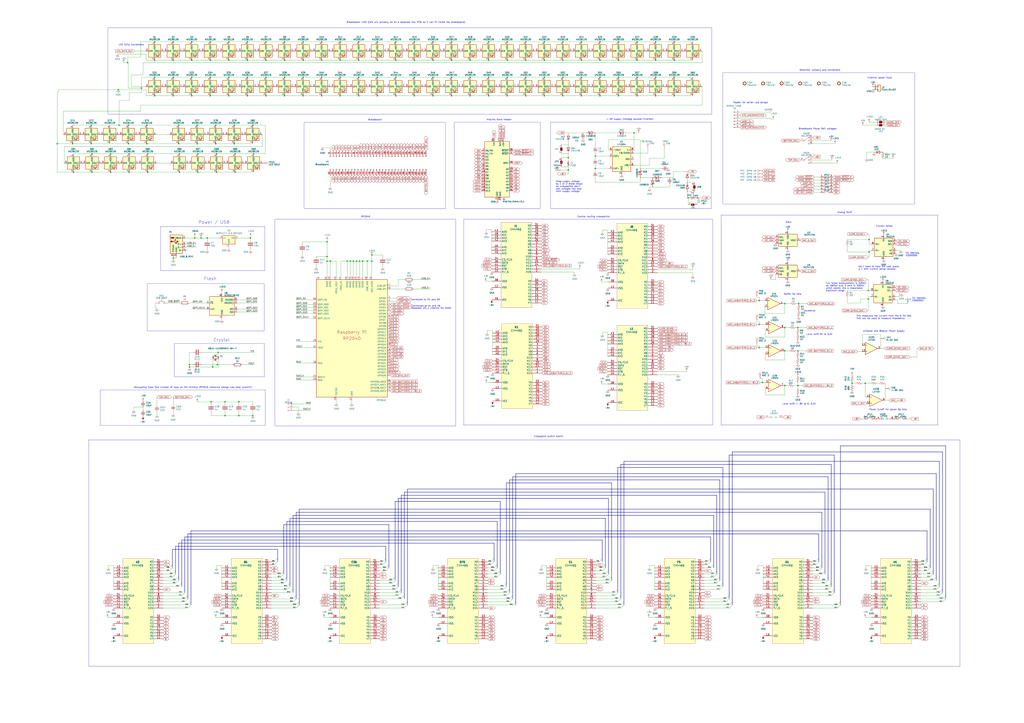
<source format=kicad_sch>
(kicad_sch (version 20221206) (generator eeschema)
  (paper "A1")
  (lib_symbols
    (symbol "+9V_1" (power) (pin_names (offset 0))
      (property "Value" "+9V_1" (at 0 3.556 0))
      (symbol "+9V_1_1_1"
        (pin power_in line (at 0 0 90) (length 0) hide (name "+9V") (number "1"))
      )
    )
    (symbol "+9V_10" (power) (pin_names (offset 0))
      (property "Value" "+9V_10" (at 0 3.556 0))
      (symbol "+9V_10_1_1"
        (pin power_in line (at 0 0 90) (length 0) hide (name "+9V") (number "1"))
      )
    )
    (symbol "+9V_11" (power) (pin_names (offset 0))
      (property "Value" "+9V_11" (at 0 3.556 0))
      (symbol "+9V_11_1_1"
        (pin power_in line (at 0 0 90) (length 0) hide (name "+9V") (number "1"))
      )
    )
    (symbol "+9V_12" (power) (pin_names (offset 0))
      (property "Value" "+9V_12" (at 0 3.556 0))
      (symbol "+9V_12_1_1"
        (pin power_in line (at 0 0 90) (length 0) hide (name "+9V") (number "1"))
      )
    )
    (symbol "+9V_2" (power) (pin_names (offset 0))
      (property "Value" "+9V_2" (at 0 3.556 0))
      (symbol "+9V_2_1_1"
        (pin power_in line (at 0 0 90) (length 0) hide (name "+9V") (number "1"))
      )
    )
    (symbol "+9V_3" (power) (pin_names (offset 0))
      (property "Value" "+9V_3" (at 0 3.556 0))
      (symbol "+9V_3_1_1"
        (pin power_in line (at 0 0 90) (length 0) hide (name "+9V") (number "1"))
      )
    )
    (symbol "+9V_4" (power) (pin_names (offset 0))
      (property "Value" "+9V_4" (at 0 3.556 0))
      (symbol "+9V_4_1_1"
        (pin power_in line (at 0 0 90) (length 0) hide (name "+9V") (number "1"))
      )
    )
    (symbol "+9V_5" (power) (pin_names (offset 0))
      (property "Value" "+9V_5" (at 0 3.556 0))
      (symbol "+9V_5_1_1"
        (pin power_in line (at 0 0 90) (length 0) hide (name "+9V") (number "1"))
      )
    )
    (symbol "+9V_6" (power) (pin_names (offset 0))
      (property "Value" "+9V_6" (at 0 3.556 0))
      (symbol "+9V_6_1_1"
        (pin power_in line (at 0 0 90) (length 0) hide (name "+9V") (number "1"))
      )
    )
    (symbol "+9V_7" (power) (pin_names (offset 0))
      (property "Value" "+9V_7" (at 0 3.556 0))
      (symbol "+9V_7_1_1"
        (pin power_in line (at 0 0 90) (length 0) hide (name "+9V") (number "1"))
      )
    )
    (symbol "+9V_8" (power) (pin_names (offset 0))
      (property "Value" "+9V_8" (at 0 3.556 0))
      (symbol "+9V_8_1_1"
        (pin power_in line (at 0 0 90) (length 0) hide (name "+9V") (number "1"))
      )
    )
    (symbol "+9V_9" (power) (pin_names (offset 0))
      (property "Value" "+9V_9" (at 0 3.556 0))
      (symbol "+9V_9_1_1"
        (pin power_in line (at 0 0 90) (length 0) hide (name "+9V") (number "1"))
      )
    )
    (symbol "-9V_1" (power) (pin_names (offset 0))
      (property "Value" "-9V_1" (at 0 3.81 0))
      (symbol "-9V_1_1_1"
        (pin power_in line (at 0 0 90) (length 0) hide (name "-9V") (number "1"))
      )
    )
    (symbol "-9V_10" (power) (pin_names (offset 0))
      (property "Value" "-9V_10" (at 0 3.81 0))
      (symbol "-9V_10_1_1"
        (pin power_in line (at 0 0 90) (length 0) hide (name "-9V") (number "1"))
      )
    )
    (symbol "-9V_11" (power) (pin_names (offset 0))
      (property "Value" "-9V_11" (at 0 3.81 0))
      (symbol "-9V_11_1_1"
        (pin power_in line (at 0 0 90) (length 0) hide (name "-9V") (number "1"))
      )
    )
    (symbol "-9V_12" (power) (pin_names (offset 0))
      (property "Value" "-9V_12" (at 0 3.81 0))
      (symbol "-9V_12_1_1"
        (pin power_in line (at 0 0 90) (length 0) hide (name "-9V") (number "1"))
      )
    )
    (symbol "-9V_2" (power) (pin_names (offset 0))
      (property "Value" "-9V_2" (at 0 3.81 0))
      (symbol "-9V_2_1_1"
        (pin power_in line (at 0 0 90) (length 0) hide (name "-9V") (number "1"))
      )
    )
    (symbol "-9V_3" (power) (pin_names (offset 0))
      (property "Value" "-9V_3" (at 0 3.81 0))
      (symbol "-9V_3_1_1"
        (pin power_in line (at 0 0 90) (length 0) hide (name "-9V") (number "1"))
      )
    )
    (symbol "-9V_4" (power) (pin_names (offset 0))
      (property "Value" "-9V_4" (at 0 3.81 0))
      (symbol "-9V_4_1_1"
        (pin power_in line (at 0 0 90) (length 0) hide (name "-9V") (number "1"))
      )
    )
    (symbol "-9V_5" (power) (pin_names (offset 0))
      (property "Value" "-9V_5" (at 0 3.81 0))
      (symbol "-9V_5_1_1"
        (pin power_in line (at 0 0 90) (length 0) hide (name "-9V") (number "1"))
      )
    )
    (symbol "-9V_6" (power) (pin_names (offset 0))
      (property "Value" "-9V_6" (at 0 3.81 0))
      (symbol "-9V_6_1_1"
        (pin power_in line (at 0 0 90) (length 0) hide (name "-9V") (number "1"))
      )
    )
    (symbol "-9V_7" (power) (pin_names (offset 0))
      (property "Value" "-9V_7" (at 0 3.81 0))
      (symbol "-9V_7_1_1"
        (pin power_in line (at 0 0 90) (length 0) hide (name "-9V") (number "1"))
      )
    )
    (symbol "-9V_8" (power) (pin_names (offset 0))
      (property "Value" "-9V_8" (at 0 3.81 0))
      (symbol "-9V_8_1_1"
        (pin power_in line (at 0 0 90) (length 0) hide (name "-9V") (number "1"))
      )
    )
    (symbol "-9V_9" (power) (pin_names (offset 0))
      (property "Value" "-9V_9" (at 0 3.81 0))
      (symbol "-9V_9_1_1"
        (pin power_in line (at 0 0 90) (length 0) hide (name "-9V") (number "1"))
      )
    )
    (symbol "Amplifier_Operational:L272D" (pin_names (offset 0.127))
      (property "Reference" "U" (at 0 5.08 0))
      (property "Value" "L272D" (at 0 -5.08 0))
      (symbol "L272D_1_1"
        (pin no_connect line (at -2.54 -2.54 90) (length 2.54) hide (name "NC") (number "1"))
        (pin input line (at -7.62 2.54 0) (length 2.54) (name "+") (number "13"))
        (pin input line (at -7.62 -2.54 0) (length 2.54) (name "-") (number "14"))
        (pin no_connect line (at 0 -2.54 90) (length 2.54) hide (name "NC") (number "2"))
        (pin output line (at 7.62 0 180) (length 2.54) (name "~") (number "3"))
        (pin no_connect line (at -2.54 2.54 90) (length 2.54) hide (name "NC") (number "7"))
        (pin no_connect line (at 0 2.54 90) (length 2.54) hide (name "NC") (number "8"))
      )
      (symbol "L272D_2_1"
        (pin no_connect line (at 0 -2.54 270) (length 2.54) hide (name "NC") (number "10"))
        (pin input line (at -7.62 -2.54 0) (length 2.54) (name "-") (number "11"))
        (pin input line (at -7.62 2.54 0) (length 2.54) (name "+") (number "12"))
        (pin no_connect line (at -2.54 2.54 270) (length 2.54) hide (name "NC") (number "15"))
        (pin no_connect line (at 0 2.54 270) (length 2.54) hide (name "NC") (number "16"))
        (pin output line (at 7.62 0 180) (length 2.54) (name "~") (number "5"))
        (pin no_connect line (at -2.54 -2.54 270) (length 2.54) hide (name "NC") (number "9"))
      )
      (symbol "L272D_3_1"
        (pin power_in line (at -2.54 7.62 270) (length 3.81) (name "V+") (number "4"))
        (pin power_in line (at -2.54 -7.62 90) (length 3.81) (name "V-") (number "6"))
      )
    )
    (symbol "Amplifier_Operational:LM324" (pin_names (offset 0.127))
      (property "Reference" "U" (at 0 5.08 0))
      (property "Value" "LM324" (at 0 -5.08 0))
      (symbol "LM324_1_1"
        (pin output line (at 7.62 0 180) (length 2.54) (name "~") (number "1"))
        (pin input line (at -7.62 -2.54 0) (length 2.54) (name "-") (number "2"))
        (pin input line (at -7.62 2.54 0) (length 2.54) (name "+") (number "3"))
      )
      (symbol "LM324_2_1"
        (pin input line (at -7.62 2.54 0) (length 2.54) (name "+") (number "5"))
        (pin input line (at -7.62 -2.54 0) (length 2.54) (name "-") (number "6"))
        (pin output line (at 7.62 0 180) (length 2.54) (name "~") (number "7"))
      )
      (symbol "LM324_3_1"
        (pin input line (at -7.62 2.54 0) (length 2.54) (name "+") (number "10"))
        (pin output line (at 7.62 0 180) (length 2.54) (name "~") (number "8"))
        (pin input line (at -7.62 -2.54 0) (length 2.54) (name "-") (number "9"))
      )
      (symbol "LM324_4_1"
        (pin input line (at -7.62 2.54 0) (length 2.54) (name "+") (number "12"))
        (pin input line (at -7.62 -2.54 0) (length 2.54) (name "-") (number "13"))
        (pin output line (at 7.62 0 180) (length 2.54) (name "~") (number "14"))
      )
      (symbol "LM324_5_1"
        (pin power_in line (at -2.54 -7.62 90) (length 3.81) (name "V-") (number "11"))
        (pin power_in line (at -2.54 7.62 270) (length 3.81) (name "V+") (number "4"))
      )
    )
    (symbol "Analog_DAC:MCP4725xxx-xCH"
      (property "Reference" "U" (at -6.35 6.35 0))
      (property "Value" "MCP4725xxx-xCH" (at 8.89 6.35 0))
      (symbol "MCP4725xxx-xCH_1_1"
        (pin output line (at 10.16 0 180) (length 2.54) (name "VOUT") (number "1"))
        (pin power_in line (at 0 -7.62 90) (length 2.54) (name "VSS") (number "2"))
        (pin power_in line (at 0 7.62 270) (length 2.54) (name "VDD") (number "3"))
        (pin bidirectional line (at -10.16 0 0) (length 2.54) (name "SDA") (number "4"))
        (pin input line (at -10.16 2.54 0) (length 2.54) (name "SCL") (number "5"))
        (pin input line (at -10.16 -2.54 0) (length 2.54) (name "A0") (number "6"))
      )
    )
    (symbol "Connector:Breadboard" (pin_names (offset 1.016) hide)
      (property "Reference" "J" (at 0 43.18 0))
      (property "Value" "Connector_Breadboard" (at 0 -43.18 0))
      (symbol "Breadboard_1_1"
        (pin passive line (at 5.08 40.64 180) (length 3.81) (name "Pin_0") (number "0"))
        (pin passive line (at 5.08 38.1 180) (length 3.81) (name "Pin_1") (number "1"))
        (pin passive line (at 5.08 15.24 180) (length 3.81) (name "Pin_10") (number "10"))
        (pin passive line (at 5.08 12.7 180) (length 3.81) (name "Pin_11") (number "11"))
        (pin passive line (at 5.08 10.16 180) (length 3.81) (name "Pin_12") (number "12"))
        (pin passive line (at 5.08 7.62 180) (length 3.81) (name "Pin_13") (number "13"))
        (pin passive line (at 5.08 5.08 180) (length 3.81) (name "Pin_14") (number "14"))
        (pin passive line (at 5.08 2.54 180) (length 3.81) (name "Pin_15") (number "15"))
        (pin passive line (at 5.08 0 180) (length 3.81) (name "Pin_16") (number "16"))
        (pin passive line (at 5.08 -2.54 180) (length 3.81) (name "Pin_17") (number "17"))
        (pin passive line (at 5.08 -5.08 180) (length 3.81) (name "Pin_18") (number "18"))
        (pin passive line (at 5.08 -7.62 180) (length 3.81) (name "Pin_19") (number "19"))
        (pin passive line (at 5.08 35.56 180) (length 3.81) (name "Pin_2") (number "2"))
        (pin passive line (at 5.08 -10.16 180) (length 3.81) (name "Pin_20") (number "20"))
        (pin passive line (at 5.08 -12.7 180) (length 3.81) (name "Pin_21") (number "21"))
        (pin passive line (at 5.08 -15.24 180) (length 3.81) (name "Pin_22") (number "22"))
        (pin passive line (at 5.08 -17.78 180) (length 3.81) (name "Pin_23") (number "23"))
        (pin passive line (at 5.08 -20.32 180) (length 3.81) (name "Pin_24") (number "24"))
        (pin passive line (at 5.08 -22.86 180) (length 3.81) (name "Pin_25") (number "25"))
        (pin passive line (at 5.08 -25.4 180) (length 3.81) (name "Pin_26") (number "26"))
        (pin passive line (at 5.08 -27.94 180) (length 3.81) (name "Pin_27") (number "27"))
        (pin passive line (at 5.08 -30.48 180) (length 3.81) (name "Pin_28") (number "28"))
        (pin passive line (at 5.08 -33.02 180) (length 3.81) (name "Pin_29") (number "29"))
        (pin passive line (at 5.08 33.02 180) (length 3.81) (name "Pin_3") (number "3"))
        (pin passive line (at 5.08 -35.56 180) (length 3.81) (name "Pin_30") (number "30"))
        (pin passive line (at 5.08 -38.1 180) (length 3.81) (name "Pin_31") (number "31"))
        (pin passive line (at -15.24 40.64 0) (length 3.81) (name "Pin_0") (number "32"))
        (pin passive line (at -15.24 38.1 0) (length 3.81) (name "Pin_1") (number "33"))
        (pin passive line (at -15.24 35.56 0) (length 3.81) (name "Pin_2") (number "34"))
        (pin passive line (at -15.24 33.02 0) (length 3.81) (name "Pin_3") (number "35"))
        (pin passive line (at -15.24 30.48 0) (length 3.81) (name "Pin_4") (number "36"))
        (pin passive line (at -15.24 27.94 0) (length 3.81) (name "Pin_5") (number "37"))
        (pin passive line (at -15.24 25.4 0) (length 3.81) (name "Pin_6") (number "38"))
        (pin passive line (at -15.24 22.86 0) (length 3.81) (name "Pin_7") (number "39"))
        (pin passive line (at 5.08 30.48 180) (length 3.81) (name "Pin_4") (number "4"))
        (pin passive line (at -15.24 20.32 0) (length 3.81) (name "Pin_8") (number "40"))
        (pin passive line (at -15.24 17.78 0) (length 3.81) (name "Pin_9") (number "41"))
        (pin passive line (at -15.24 15.24 0) (length 3.81) (name "Pin_10") (number "42"))
        (pin passive line (at -15.24 12.7 0) (length 3.81) (name "Pin_11") (number "43"))
        (pin passive line (at -15.24 10.16 0) (length 3.81) (name "Pin_12") (number "44"))
        (pin passive line (at -15.24 7.62 0) (length 3.81) (name "Pin_13") (number "45"))
        (pin passive line (at -15.24 5.08 0) (length 3.81) (name "Pin_14") (number "46"))
        (pin passive line (at -15.24 2.54 0) (length 3.81) (name "Pin_15") (number "47"))
        (pin passive line (at -15.24 0 0) (length 3.81) (name "Pin_16") (number "48"))
        (pin passive line (at -15.24 -2.54 0) (length 3.81) (name "Pin_17") (number "49"))
        (pin passive line (at 5.08 27.94 180) (length 3.81) (name "Pin_5") (number "5"))
        (pin passive line (at -15.24 -5.08 0) (length 3.81) (name "Pin_18") (number "50"))
        (pin passive line (at -15.24 -7.62 0) (length 3.81) (name "Pin_19") (number "51"))
        (pin passive line (at -15.24 -10.16 0) (length 3.81) (name "Pin_20") (number "52"))
        (pin passive line (at -15.24 -12.7 0) (length 3.81) (name "Pin_21") (number "53"))
        (pin passive line (at -15.24 -15.24 0) (length 3.81) (name "Pin_22") (number "54"))
        (pin passive line (at -15.24 -17.78 0) (length 3.81) (name "Pin_23") (number "55"))
        (pin passive line (at -15.24 -20.32 0) (length 3.81) (name "Pin_24") (number "56"))
        (pin passive line (at -15.24 -22.86 0) (length 3.81) (name "Pin_25") (number "57"))
        (pin passive line (at -15.24 -25.4 0) (length 3.81) (name "Pin_26") (number "58"))
        (pin passive line (at -15.24 -27.94 0) (length 3.81) (name "Pin_27") (number "59"))
        (pin passive line (at 5.08 25.4 180) (length 3.81) (name "Pin_6") (number "6"))
        (pin passive line (at -15.24 -30.48 0) (length 3.81) (name "Pin_28") (number "60"))
        (pin passive line (at -15.24 -33.02 0) (length 3.81) (name "Pin_29") (number "61"))
        (pin passive line (at -15.24 -35.56 0) (length 3.81) (name "Pin_30") (number "62"))
        (pin passive line (at -15.24 -38.1 0) (length 3.81) (name "Pin_31") (number "63"))
        (pin passive line (at 5.08 22.86 180) (length 3.81) (name "Pin_7") (number "7"))
        (pin passive line (at 5.08 20.32 180) (length 3.81) (name "Pin_8") (number "8"))
        (pin passive line (at 5.08 17.78 180) (length 3.81) (name "Pin_9") (number "9"))
      )
    )
    (symbol "Connector:Conn_01x03_Socket" (pin_names (offset 1.016) hide)
      (property "Reference" "J" (at 0 5.08 0))
      (property "Value" "Conn_01x03_Socket" (at 0 -5.08 0))
      (symbol "Conn_01x03_Socket_1_1"
        (pin passive line (at -5.08 2.54 0) (length 3.81) (name "Pin_1") (number "1"))
        (pin passive line (at -5.08 0 0) (length 3.81) (name "Pin_2") (number "2"))
        (pin passive line (at -5.08 -2.54 0) (length 3.81) (name "Pin_3") (number "3"))
      )
    )
    (symbol "Connector:TestPoint" (pin_numbers hide) (pin_names (offset 0.762) hide)
      (property "Reference" "TP" (at 0 6.858 0))
      (property "Value" "TestPoint" (at 0 5.08 0))
      (symbol "TestPoint_1_1"
        (pin passive line (at 0 0 90) (length 2.54) (name "1") (number "1"))
      )
    )
    (symbol "Connector:USB_B_Micro" (pin_names (offset 1.016))
      (property "Reference" "J" (at -5.08 11.43 0))
      (property "Value" "USB_B_Micro" (at -5.08 8.89 0))
      (symbol "USB_B_Micro_1_1"
        (pin power_out line (at 7.62 5.08 180) (length 2.54) (name "VBUS") (number "1"))
        (pin bidirectional line (at 7.62 -2.54 180) (length 2.54) (name "D-") (number "2"))
        (pin bidirectional line (at 7.62 0 180) (length 2.54) (name "D+") (number "3"))
        (pin passive line (at 7.62 -5.08 180) (length 2.54) (name "ID") (number "4"))
        (pin power_out line (at 0 -10.16 90) (length 2.54) (name "GND") (number "5"))
        (pin passive line (at -2.54 -10.16 90) (length 2.54) (name "Shield") (number "6"))
      )
    )
    (symbol "Connector_Generic:Conn_01x02" (pin_names (offset 1.016) hide)
      (property "Reference" "J" (at 0 2.54 0))
      (property "Value" "Conn_01x02" (at 0 -5.08 0))
      (symbol "Conn_01x02_1_1"
        (pin passive line (at -5.08 0 0) (length 3.81) (name "Pin_1") (number "1"))
        (pin passive line (at -5.08 -2.54 0) (length 3.81) (name "Pin_2") (number "2"))
      )
    )
    (symbol "Device:C" (pin_numbers hide) (pin_names (offset 0.254))
      (property "Reference" "C" (at 0.635 2.54 0))
      (property "Value" "C" (at 0.635 -2.54 0))
      (symbol "C_1_1"
        (pin passive line (at 0 3.81 270) (length 2.794) (name "~") (number "1"))
        (pin passive line (at 0 -3.81 90) (length 2.794) (name "~") (number "2"))
      )
    )
    (symbol "Device:CP1_Small" (pin_numbers hide) (pin_names (offset 0.254) hide)
      (property "Reference" "C" (at 0.254 1.778 0))
      (property "Value" "Device_CP1_Small" (at 0.254 -2.032 0))
      (symbol "CP1_Small_1_1"
        (pin passive line (at 0 2.54 270) (length 2.032) (name "~") (number "1"))
        (pin passive line (at 0 -2.54 90) (length 2.032) (name "~") (number "2"))
      )
    )
    (symbol "Device:C_Small" (pin_numbers hide) (pin_names (offset 0.254) hide)
      (property "Reference" "C" (at 0.254 1.778 0))
      (property "Value" "Device_C_Small" (at 0.254 -2.032 0))
      (symbol "C_Small_1_1"
        (pin passive line (at 0 2.54 270) (length 2.032) (name "~") (number "1"))
        (pin passive line (at 0 -2.54 90) (length 2.032) (name "~") (number "2"))
      )
    )
    (symbol "Device:Crystal_GND24_Small" (pin_names (offset 1.016) hide)
      (property "Reference" "Y" (at 1.27 4.445 0))
      (property "Value" "Crystal_GND24_Small" (at 1.27 2.54 0))
      (symbol "Crystal_GND24_Small_1_1"
        (pin passive line (at -2.54 0 0) (length 1.27) (name "1") (number "1"))
        (pin passive line (at 0 -2.54 90) (length 0.635) (name "2") (number "2"))
        (pin passive line (at 2.54 0 180) (length 1.27) (name "3") (number "3"))
        (pin passive line (at 0 2.54 270) (length 0.635) (name "4") (number "4"))
      )
    )
    (symbol "Device:LED" (pin_numbers hide) (pin_names (offset 1.016) hide)
      (property "Reference" "D" (at 0 2.54 0))
      (property "Value" "LED" (at 0 -2.54 0))
      (symbol "LED_1_1"
        (pin passive line (at -3.81 0 0) (length 2.54) (name "K") (number "1"))
        (pin passive line (at 3.81 0 180) (length 2.54) (name "A") (number "2"))
      )
    )
    (symbol "Device:Polyfuse_Small" (pin_numbers hide) (pin_names (offset 0))
      (property "Reference" "F" (at -1.905 0 90))
      (property "Value" "Polyfuse_Small" (at 1.905 0 90))
      (symbol "Polyfuse_Small_1_1"
        (pin passive line (at 0 2.54 270) (length 0.635) (name "~") (number "1"))
        (pin passive line (at 0 -2.54 90) (length 0.635) (name "~") (number "2"))
      )
    )
    (symbol "Device:R" (pin_numbers hide) (pin_names (offset 0))
      (property "Reference" "R" (at 2.032 0 90))
      (property "Value" "R" (at 0 0 90))
      (symbol "R_1_1"
        (pin passive line (at 0 3.81 270) (length 1.27) (name "~") (number "1"))
        (pin passive line (at 0 -3.81 90) (length 1.27) (name "~") (number "2"))
      )
    )
    (symbol "Device:R_Small_US" (pin_numbers hide) (pin_names (offset 0.254) hide)
      (property "Reference" "R" (at 0.762 0.508 0))
      (property "Value" "Device_R_Small_US" (at 0.762 -1.016 0))
      (symbol "R_Small_US_1_1"
        (pin passive line (at 0 2.54 270) (length 1.016) (name "~") (number "1"))
        (pin passive line (at 0 -2.54 90) (length 1.016) (name "~") (number "2"))
      )
    )
    (symbol "Diode:1N4148W" (pin_numbers hide) (pin_names hide)
      (property "Reference" "D" (at 0 2.54 0))
      (property "Value" "1N4148W" (at 0 -2.54 0))
      (symbol "1N4148W_1_1"
        (pin passive line (at -3.81 0 0) (length 2.54) (name "K") (number "1"))
        (pin passive line (at 3.81 0 180) (length 2.54) (name "A") (number "2"))
      )
    )
    (symbol "Diode:1N5819" (pin_numbers hide) (pin_names (offset 1.016) hide)
      (property "Reference" "D" (at 0 2.54 0))
      (property "Value" "1N5819" (at 0 -2.54 0))
      (symbol "1N5819_1_1"
        (pin passive line (at -3.81 0 0) (length 2.54) (name "K") (number "1"))
        (pin passive line (at 3.81 0 180) (length 2.54) (name "A") (number "2"))
      )
    )
    (symbol "GND_1" (power) (pin_names (offset 0))
      (property "Value" "GND_1" (at 0 -3.81 0))
      (symbol "GND_1_1_1"
        (pin power_in line (at 0 0 270) (length 0) hide (name "GND") (number "1"))
      )
    )
    (symbol "GND_10" (power) (pin_names (offset 0))
      (property "Value" "GND_10" (at 0 -3.81 0))
      (symbol "GND_10_1_1"
        (pin power_in line (at 0 0 270) (length 0) hide (name "GND") (number "1"))
      )
    )
    (symbol "GND_11" (power) (pin_names (offset 0))
      (property "Value" "GND_11" (at 0 -3.81 0))
      (symbol "GND_11_1_1"
        (pin power_in line (at 0 0 270) (length 0) hide (name "GND") (number "1"))
      )
    )
    (symbol "GND_12" (power) (pin_names (offset 0))
      (property "Value" "GND_12" (at 0 -3.81 0))
      (symbol "GND_12_1_1"
        (pin power_in line (at 0 0 270) (length 0) hide (name "GND") (number "1"))
      )
    )
    (symbol "GND_13" (power) (pin_names (offset 0))
      (property "Value" "GND_13" (at 0 -3.81 0))
      (symbol "GND_13_1_1"
        (pin power_in line (at 0 0 270) (length 0) hide (name "GND") (number "1"))
      )
    )
    (symbol "GND_14" (power) (pin_names (offset 0))
      (property "Value" "GND_14" (at 0 -3.81 0))
      (symbol "GND_14_1_1"
        (pin power_in line (at 0 0 270) (length 0) hide (name "GND") (number "1"))
      )
    )
    (symbol "GND_15" (power) (pin_names (offset 0))
      (property "Value" "GND_15" (at 0 -3.81 0))
      (symbol "GND_15_1_1"
        (pin power_in line (at 0 0 270) (length 0) hide (name "GND") (number "1"))
      )
    )
    (symbol "GND_16" (power) (pin_names (offset 0))
      (property "Value" "GND_16" (at 0 -3.81 0))
      (symbol "GND_16_1_1"
        (pin power_in line (at 0 0 270) (length 0) hide (name "GND") (number "1"))
      )
    )
    (symbol "GND_17" (power) (pin_names (offset 0))
      (property "Value" "GND_17" (at 0 -3.81 0))
      (symbol "GND_17_1_1"
        (pin power_in line (at 0 0 270) (length 0) hide (name "GND") (number "1"))
      )
    )
    (symbol "GND_18" (power) (pin_names (offset 0))
      (property "Value" "GND_18" (at 0 -3.81 0))
      (symbol "GND_18_1_1"
        (pin power_in line (at 0 0 270) (length 0) hide (name "GND") (number "1"))
      )
    )
    (symbol "GND_19" (power) (pin_names (offset 0))
      (property "Value" "GND_19" (at 0 -3.81 0))
      (symbol "GND_19_1_1"
        (pin power_in line (at 0 0 270) (length 0) hide (name "GND") (number "1"))
      )
    )
    (symbol "GND_2" (power) (pin_names (offset 0))
      (property "Value" "GND_2" (at 0 -3.81 0))
      (symbol "GND_2_1_1"
        (pin power_in line (at 0 0 270) (length 0) hide (name "GND") (number "1"))
      )
    )
    (symbol "GND_20" (power) (pin_names (offset 0))
      (property "Value" "GND_20" (at 0 -3.81 0))
      (symbol "GND_20_1_1"
        (pin power_in line (at 0 0 270) (length 0) hide (name "GND") (number "1"))
      )
    )
    (symbol "GND_21" (power) (pin_names (offset 0))
      (property "Value" "GND_21" (at 0 -3.81 0))
      (symbol "GND_21_1_1"
        (pin power_in line (at 0 0 270) (length 0) hide (name "GND") (number "1"))
      )
    )
    (symbol "GND_22" (power) (pin_names (offset 0))
      (property "Value" "GND_22" (at 0 -3.81 0))
      (symbol "GND_22_1_1"
        (pin power_in line (at 0 0 270) (length 0) hide (name "GND") (number "1"))
      )
    )
    (symbol "GND_23" (power) (pin_names (offset 0))
      (property "Value" "GND_23" (at 0 -3.81 0))
      (symbol "GND_23_1_1"
        (pin power_in line (at 0 0 270) (length 0) hide (name "GND") (number "1"))
      )
    )
    (symbol "GND_24" (power) (pin_names (offset 0))
      (property "Value" "GND_24" (at 0 -3.81 0))
      (symbol "GND_24_1_1"
        (pin power_in line (at 0 0 270) (length 0) hide (name "GND") (number "1"))
      )
    )
    (symbol "GND_25" (power) (pin_names (offset 0))
      (property "Value" "GND_25" (at 0 -3.81 0))
      (symbol "GND_25_1_1"
        (pin power_in line (at 0 0 270) (length 0) hide (name "GND") (number "1"))
      )
    )
    (symbol "GND_26" (power) (pin_names (offset 0))
      (property "Value" "GND_26" (at 0 -3.81 0))
      (symbol "GND_26_1_1"
        (pin power_in line (at 0 0 270) (length 0) hide (name "GND") (number "1"))
      )
    )
    (symbol "GND_27" (power) (pin_names (offset 0))
      (property "Value" "GND_27" (at 0 -3.81 0))
      (symbol "GND_27_1_1"
        (pin power_in line (at 0 0 270) (length 0) hide (name "GND") (number "1"))
      )
    )
    (symbol "GND_28" (power) (pin_names (offset 0))
      (property "Value" "GND_28" (at 0 -3.81 0))
      (symbol "GND_28_1_1"
        (pin power_in line (at 0 0 270) (length 0) hide (name "GND") (number "1"))
      )
    )
    (symbol "GND_29" (power) (pin_names (offset 0))
      (property "Value" "GND_29" (at 0 -3.81 0))
      (symbol "GND_29_1_1"
        (pin power_in line (at 0 0 270) (length 0) hide (name "GND") (number "1"))
      )
    )
    (symbol "GND_3" (power) (pin_names (offset 0))
      (property "Value" "GND_3" (at 0 -3.81 0))
      (symbol "GND_3_1_1"
        (pin power_in line (at 0 0 270) (length 0) hide (name "GND") (number "1"))
      )
    )
    (symbol "GND_30" (power) (pin_names (offset 0))
      (property "Value" "GND_30" (at 0 -3.81 0))
      (symbol "GND_30_1_1"
        (pin power_in line (at 0 0 270) (length 0) hide (name "GND") (number "1"))
      )
    )
    (symbol "GND_31" (power) (pin_names (offset 0))
      (property "Value" "GND_31" (at 0 -3.81 0))
      (symbol "GND_31_1_1"
        (pin power_in line (at 0 0 270) (length 0) hide (name "GND") (number "1"))
      )
    )
    (symbol "GND_32" (power) (pin_names (offset 0))
      (property "Value" "GND_32" (at 0 -3.81 0))
      (symbol "GND_32_1_1"
        (pin power_in line (at 0 0 270) (length 0) hide (name "GND") (number "1"))
      )
    )
    (symbol "GND_33" (power) (pin_names (offset 0))
      (property "Value" "GND_33" (at 0 -3.81 0))
      (symbol "GND_33_1_1"
        (pin power_in line (at 0 0 270) (length 0) hide (name "GND") (number "1"))
      )
    )
    (symbol "GND_34" (power) (pin_names (offset 0))
      (property "Value" "GND_34" (at 0 -3.81 0))
      (symbol "GND_34_1_1"
        (pin power_in line (at 0 0 270) (length 0) hide (name "GND") (number "1"))
      )
    )
    (symbol "GND_35" (power) (pin_names (offset 0))
      (property "Value" "GND_35" (at 0 -3.81 0))
      (symbol "GND_35_1_1"
        (pin power_in line (at 0 0 270) (length 0) hide (name "GND") (number "1"))
      )
    )
    (symbol "GND_36" (power) (pin_names (offset 0))
      (property "Value" "GND_36" (at 0 -3.81 0))
      (symbol "GND_36_1_1"
        (pin power_in line (at 0 0 270) (length 0) hide (name "GND") (number "1"))
      )
    )
    (symbol "GND_37" (power) (pin_names (offset 0))
      (property "Value" "GND_37" (at 0 -3.81 0))
      (symbol "GND_37_1_1"
        (pin power_in line (at 0 0 270) (length 0) hide (name "GND") (number "1"))
      )
    )
    (symbol "GND_38" (power) (pin_names (offset 0))
      (property "Value" "GND_38" (at 0 -3.81 0))
      (symbol "GND_38_1_1"
        (pin power_in line (at 0 0 270) (length 0) hide (name "GND") (number "1"))
      )
    )
    (symbol "GND_39" (power) (pin_names (offset 0))
      (property "Value" "GND_39" (at 0 -3.81 0))
      (symbol "GND_39_1_1"
        (pin power_in line (at 0 0 270) (length 0) hide (name "GND") (number "1"))
      )
    )
    (symbol "GND_4" (power) (pin_names (offset 0))
      (property "Value" "GND_4" (at 0 -3.81 0))
      (symbol "GND_4_1_1"
        (pin power_in line (at 0 0 270) (length 0) hide (name "GND") (number "1"))
      )
    )
    (symbol "GND_40" (power) (pin_names (offset 0))
      (property "Value" "GND_40" (at 0 -3.81 0))
      (symbol "GND_40_1_1"
        (pin power_in line (at 0 0 270) (length 0) hide (name "GND") (number "1"))
      )
    )
    (symbol "GND_41" (power) (pin_names (offset 0))
      (property "Value" "GND_41" (at 0 -3.81 0))
      (symbol "GND_41_1_1"
        (pin power_in line (at 0 0 270) (length 0) hide (name "GND") (number "1"))
      )
    )
    (symbol "GND_42" (power) (pin_names (offset 0))
      (property "Value" "GND_42" (at 0 -3.81 0))
      (symbol "GND_42_1_1"
        (pin power_in line (at 0 0 270) (length 0) hide (name "GND") (number "1"))
      )
    )
    (symbol "GND_43" (power) (pin_names (offset 0))
      (property "Value" "GND_43" (at 0 -3.81 0))
      (symbol "GND_43_1_1"
        (pin power_in line (at 0 0 270) (length 0) hide (name "GND") (number "1"))
      )
    )
    (symbol "GND_44" (power) (pin_names (offset 0))
      (property "Value" "GND_44" (at 0 -3.81 0))
      (symbol "GND_44_1_1"
        (pin power_in line (at 0 0 270) (length 0) hide (name "GND") (number "1"))
      )
    )
    (symbol "GND_45" (power) (pin_names (offset 0))
      (property "Value" "GND_45" (at 0 -3.81 0))
      (symbol "GND_45_1_1"
        (pin power_in line (at 0 0 270) (length 0) hide (name "GND") (number "1"))
      )
    )
    (symbol "GND_46" (power) (pin_names (offset 0))
      (property "Value" "GND_46" (at 0 -3.81 0))
      (symbol "GND_46_1_1"
        (pin power_in line (at 0 0 270) (length 0) hide (name "GND") (number "1"))
      )
    )
    (symbol "GND_47" (power) (pin_names (offset 0))
      (property "Value" "GND_47" (at 0 -3.81 0))
      (symbol "GND_47_1_1"
        (pin power_in line (at 0 0 270) (length 0) hide (name "GND") (number "1"))
      )
    )
    (symbol "GND_48" (power) (pin_names (offset 0))
      (property "Value" "GND_48" (at 0 -3.81 0))
      (symbol "GND_48_1_1"
        (pin power_in line (at 0 0 270) (length 0) hide (name "GND") (number "1"))
      )
    )
    (symbol "GND_49" (power) (pin_names (offset 0))
      (property "Value" "GND_49" (at 0 -3.81 0))
      (symbol "GND_49_1_1"
        (pin power_in line (at 0 0 270) (length 0) hide (name "GND") (number "1"))
      )
    )
    (symbol "GND_5" (power) (pin_names (offset 0))
      (property "Value" "GND_5" (at 0 -3.81 0))
      (symbol "GND_5_1_1"
        (pin power_in line (at 0 0 270) (length 0) hide (name "GND") (number "1"))
      )
    )
    (symbol "GND_50" (power) (pin_names (offset 0))
      (property "Value" "GND_50" (at 0 -3.81 0))
      (symbol "GND_50_1_1"
        (pin power_in line (at 0 0 270) (length 0) hide (name "GND") (number "1"))
      )
    )
    (symbol "GND_51" (power) (pin_names (offset 0))
      (property "Value" "GND_51" (at 0 -3.81 0))
      (symbol "GND_51_1_1"
        (pin power_in line (at 0 0 270) (length 0) hide (name "GND") (number "1"))
      )
    )
    (symbol "GND_52" (power) (pin_names (offset 0))
      (property "Value" "GND_52" (at 0 -3.81 0))
      (symbol "GND_52_1_1"
        (pin power_in line (at 0 0 270) (length 0) hide (name "GND") (number "1"))
      )
    )
    (symbol "GND_53" (power) (pin_names (offset 0))
      (property "Value" "GND_53" (at 0 -3.81 0))
      (symbol "GND_53_1_1"
        (pin power_in line (at 0 0 270) (length 0) hide (name "GND") (number "1"))
      )
    )
    (symbol "GND_54" (power) (pin_names (offset 0))
      (property "Value" "GND_54" (at 0 -3.81 0))
      (symbol "GND_54_1_1"
        (pin power_in line (at 0 0 270) (length 0) hide (name "GND") (number "1"))
      )
    )
    (symbol "GND_55" (power) (pin_names (offset 0))
      (property "Value" "GND_55" (at 0 -3.81 0))
      (symbol "GND_55_1_1"
        (pin power_in line (at 0 0 270) (length 0) hide (name "GND") (number "1"))
      )
    )
    (symbol "GND_56" (power) (pin_names (offset 0))
      (property "Value" "GND_56" (at 0 -3.81 0))
      (symbol "GND_56_1_1"
        (pin power_in line (at 0 0 270) (length 0) hide (name "GND") (number "1"))
      )
    )
    (symbol "GND_57" (power) (pin_names (offset 0))
      (property "Value" "GND_57" (at 0 -3.81 0))
      (symbol "GND_57_1_1"
        (pin power_in line (at 0 0 270) (length 0) hide (name "GND") (number "1"))
      )
    )
    (symbol "GND_58" (power) (pin_names (offset 0))
      (property "Value" "GND_58" (at 0 -3.81 0))
      (symbol "GND_58_1_1"
        (pin power_in line (at 0 0 270) (length 0) hide (name "GND") (number "1"))
      )
    )
    (symbol "GND_59" (power) (pin_names (offset 0))
      (property "Value" "GND_59" (at 0 -3.81 0))
      (symbol "GND_59_1_1"
        (pin power_in line (at 0 0 270) (length 0) hide (name "GND") (number "1"))
      )
    )
    (symbol "GND_6" (power) (pin_names (offset 0))
      (property "Value" "GND_6" (at 0 -3.81 0))
      (symbol "GND_6_1_1"
        (pin power_in line (at 0 0 270) (length 0) hide (name "GND") (number "1"))
      )
    )
    (symbol "GND_60" (power) (pin_names (offset 0))
      (property "Value" "GND_60" (at 0 -3.81 0))
      (symbol "GND_60_1_1"
        (pin power_in line (at 0 0 270) (length 0) hide (name "GND") (number "1"))
      )
    )
    (symbol "GND_61" (power) (pin_names (offset 0))
      (property "Value" "GND_61" (at 0 -3.81 0))
      (symbol "GND_61_1_1"
        (pin power_in line (at 0 0 270) (length 0) hide (name "GND") (number "1"))
      )
    )
    (symbol "GND_62" (power) (pin_names (offset 0))
      (property "Value" "GND_62" (at 0 -3.81 0))
      (symbol "GND_62_1_1"
        (pin power_in line (at 0 0 270) (length 0) hide (name "GND") (number "1"))
      )
    )
    (symbol "GND_63" (power) (pin_names (offset 0))
      (property "Value" "GND_63" (at 0 -3.81 0))
      (symbol "GND_63_1_1"
        (pin power_in line (at 0 0 270) (length 0) hide (name "GND") (number "1"))
      )
    )
    (symbol "GND_64" (power) (pin_names (offset 0))
      (property "Value" "GND_64" (at 0 -3.81 0))
      (symbol "GND_64_1_1"
        (pin power_in line (at 0 0 270) (length 0) hide (name "GND") (number "1"))
      )
    )
    (symbol "GND_65" (power) (pin_names (offset 0))
      (property "Value" "GND_65" (at 0 -3.81 0))
      (symbol "GND_65_1_1"
        (pin power_in line (at 0 0 270) (length 0) hide (name "GND") (number "1"))
      )
    )
    (symbol "GND_66" (power) (pin_names (offset 0))
      (property "Value" "GND_66" (at 0 -3.81 0))
      (symbol "GND_66_1_1"
        (pin power_in line (at 0 0 270) (length 0) hide (name "GND") (number "1"))
      )
    )
    (symbol "GND_67" (power) (pin_names (offset 0))
      (property "Value" "GND_67" (at 0 -3.81 0))
      (symbol "GND_67_1_1"
        (pin power_in line (at 0 0 270) (length 0) hide (name "GND") (number "1"))
      )
    )
    (symbol "GND_68" (power) (pin_names (offset 0))
      (property "Value" "GND_68" (at 0 -3.81 0))
      (symbol "GND_68_1_1"
        (pin power_in line (at 0 0 270) (length 0) hide (name "GND") (number "1"))
      )
    )
    (symbol "GND_69" (power) (pin_names (offset 0))
      (property "Value" "GND_69" (at 0 -3.81 0))
      (symbol "GND_69_1_1"
        (pin power_in line (at 0 0 270) (length 0) hide (name "GND") (number "1"))
      )
    )
    (symbol "GND_7" (power) (pin_names (offset 0))
      (property "Value" "GND_7" (at 0 -3.81 0))
      (symbol "GND_7_1_1"
        (pin power_in line (at 0 0 270) (length 0) hide (name "GND") (number "1"))
      )
    )
    (symbol "GND_70" (power) (pin_names (offset 0))
      (property "Value" "GND_70" (at 0 -3.81 0))
      (symbol "GND_70_1_1"
        (pin power_in line (at 0 0 270) (length 0) hide (name "GND") (number "1"))
      )
    )
    (symbol "GND_71" (power) (pin_names (offset 0))
      (property "Value" "GND_71" (at 0 -3.81 0))
      (symbol "GND_71_1_1"
        (pin power_in line (at 0 0 270) (length 0) hide (name "GND") (number "1"))
      )
    )
    (symbol "GND_72" (power) (pin_names (offset 0))
      (property "Value" "GND_72" (at 0 -3.81 0))
      (symbol "GND_72_1_1"
        (pin power_in line (at 0 0 270) (length 0) hide (name "GND") (number "1"))
      )
    )
    (symbol "GND_73" (power) (pin_names (offset 0))
      (property "Value" "GND_73" (at 0 -3.81 0))
      (symbol "GND_73_1_1"
        (pin power_in line (at 0 0 270) (length 0) hide (name "GND") (number "1"))
      )
    )
    (symbol "GND_74" (power) (pin_names (offset 0))
      (property "Value" "GND_74" (at 0 -3.81 0))
      (symbol "GND_74_1_1"
        (pin power_in line (at 0 0 270) (length 0) hide (name "GND") (number "1"))
      )
    )
    (symbol "GND_75" (power) (pin_names (offset 0))
      (property "Value" "GND_75" (at 0 -3.81 0))
      (symbol "GND_75_1_1"
        (pin power_in line (at 0 0 270) (length 0) hide (name "GND") (number "1"))
      )
    )
    (symbol "GND_76" (power) (pin_names (offset 0))
      (property "Value" "GND_76" (at 0 -3.81 0))
      (symbol "GND_76_1_1"
        (pin power_in line (at 0 0 270) (length 0) hide (name "GND") (number "1"))
      )
    )
    (symbol "GND_77" (power) (pin_names (offset 0))
      (property "Value" "GND_77" (at 0 -3.81 0))
      (symbol "GND_77_1_1"
        (pin power_in line (at 0 0 270) (length 0) hide (name "GND") (number "1"))
      )
    )
    (symbol "GND_78" (power) (pin_names (offset 0))
      (property "Value" "GND_78" (at 0 -3.81 0))
      (symbol "GND_78_1_1"
        (pin power_in line (at 0 0 270) (length 0) hide (name "GND") (number "1"))
      )
    )
    (symbol "GND_79" (power) (pin_names (offset 0))
      (property "Value" "GND_79" (at 0 -3.81 0))
      (symbol "GND_79_1_1"
        (pin power_in line (at 0 0 270) (length 0) hide (name "GND") (number "1"))
      )
    )
    (symbol "GND_8" (power) (pin_names (offset 0))
      (property "Value" "GND_8" (at 0 -3.81 0))
      (symbol "GND_8_1_1"
        (pin power_in line (at 0 0 270) (length 0) hide (name "GND") (number "1"))
      )
    )
    (symbol "GND_80" (power) (pin_names (offset 0))
      (property "Value" "GND_80" (at 0 -3.81 0))
      (symbol "GND_80_1_1"
        (pin power_in line (at 0 0 270) (length 0) hide (name "GND") (number "1"))
      )
    )
    (symbol "GND_9" (power) (pin_names (offset 0))
      (property "Value" "GND_9" (at 0 -3.81 0))
      (symbol "GND_9_1_1"
        (pin power_in line (at 0 0 270) (length 0) hide (name "GND") (number "1"))
      )
    )
    (symbol "Jumper:Jumper_2_Bridged" (pin_names (offset 0) hide)
      (property "Reference" "JP" (at 0 1.905 0))
      (property "Value" "Jumper_2_Bridged" (at 0 -2.54 0))
      (symbol "Jumper_2_Bridged_1_1"
        (pin passive line (at -5.08 0 0) (length 2.54) (name "A") (number "1"))
        (pin passive line (at 5.08 0 180) (length 2.54) (name "B") (number "2"))
      )
    )
    (symbol "Jumper:SolderJumper_2_Bridged" (pin_names (offset 0) hide)
      (property "Reference" "JP" (at 0 2.032 0))
      (property "Value" "SolderJumper_2_Bridged" (at 0 -2.54 0))
      (symbol "SolderJumper_2_Bridged_1_1"
        (pin passive line (at -3.81 0 0) (length 2.54) (name "A") (number "1"))
        (pin passive line (at 3.81 0 180) (length 2.54) (name "B") (number "2"))
      )
    )
    (symbol "Jumper:SolderJumper_2_Open" (pin_names (offset 0) hide)
      (property "Reference" "JP" (at 0 2.032 0))
      (property "Value" "SolderJumper_2_Open" (at 0 -2.54 0))
      (symbol "SolderJumper_2_Open_1_1"
        (pin passive line (at -3.81 0 0) (length 2.54) (name "A") (number "1"))
        (pin passive line (at 3.81 0 180) (length 2.54) (name "B") (number "2"))
      )
    )
    (symbol "JumperlessSymbols:1N4148W" (pin_numbers hide) (pin_names hide)
      (property "Reference" "D" (at 0 2.54 0))
      (property "Value" "1N4148W" (at 0 -2.54 0))
      (symbol "1N4148W_1_1"
        (pin passive line (at -3.81 0 0) (length 2.54) (name "K") (number "1"))
        (pin passive line (at 3.81 0 180) (length 2.54) (name "A") (number "2"))
      )
    )
    (symbol "JumperlessSymbols:1N5819" (pin_numbers hide) (pin_names (offset 1.016) hide)
      (property "Reference" "D" (at 0 2.54 0))
      (property "Value" "1N5819" (at 0 -2.54 0))
      (symbol "1N5819_1_1"
        (pin passive line (at -3.81 0 0) (length 2.54) (name "K") (number "1"))
        (pin passive line (at 3.81 0 180) (length 2.54) (name "A") (number "2"))
      )
    )
    (symbol "JumperlessSymbols:Arduino_Nano_v3.x"
      (property "Reference" "A" (at -10.16 23.495 0))
      (property "Value" "Arduino_Nano_v3.x" (at 5.08 -24.13 0))
      (symbol "Arduino_Nano_v3.x_1_1"
        (pin bidirectional line (at -12.7 12.7 0) (length 2.54) (name "D1/TX") (number "1"))
        (pin bidirectional line (at -12.7 -2.54 0) (length 2.54) (name "D7") (number "10"))
        (pin bidirectional line (at -12.7 -5.08 0) (length 2.54) (name "D8") (number "11"))
        (pin bidirectional line (at -12.7 -7.62 0) (length 2.54) (name "D9") (number "12"))
        (pin bidirectional line (at -12.7 -10.16 0) (length 2.54) (name "D10") (number "13"))
        (pin bidirectional line (at -12.7 -12.7 0) (length 2.54) (name "D11") (number "14"))
        (pin bidirectional line (at -12.7 -15.24 0) (length 2.54) (name "D12") (number "15"))
        (pin bidirectional line (at -12.7 -17.78 0) (length 2.54) (name "D13") (number "16"))
        (pin power_out line (at 2.54 25.4 270) (length 2.54) (name "3V3") (number "17"))
        (pin input line (at 12.7 5.08 180) (length 2.54) (name "AREF") (number "18"))
        (pin bidirectional line (at 12.7 0 180) (length 2.54) (name "A0") (number "19"))
        (pin bidirectional line (at -12.7 15.24 0) (length 2.54) (name "D0/RX") (number "2"))
        (pin bidirectional line (at 12.7 -2.54 180) (length 2.54) (name "A1") (number "20"))
        (pin bidirectional line (at 12.7 -5.08 180) (length 2.54) (name "A2") (number "21"))
        (pin bidirectional line (at 12.7 -7.62 180) (length 2.54) (name "A3") (number "22"))
        (pin bidirectional line (at 12.7 -10.16 180) (length 2.54) (name "A4") (number "23"))
        (pin bidirectional line (at 12.7 -12.7 180) (length 2.54) (name "A5") (number "24"))
        (pin bidirectional line (at 12.7 -15.24 180) (length 2.54) (name "A6") (number "25"))
        (pin bidirectional line (at 12.7 -17.78 180) (length 2.54) (name "A7") (number "26"))
        (pin power_out line (at 5.08 25.4 270) (length 2.54) (name "+5V") (number "27"))
        (pin input line (at 12.7 15.24 180) (length 2.54) (name "~{RESET}") (number "28"))
        (pin power_in line (at 2.54 -25.4 90) (length 2.54) (name "GND") (number "29"))
        (pin input line (at 12.7 12.7 180) (length 2.54) (name "~{RESET}") (number "3"))
        (pin power_in line (at -2.54 25.4 270) (length 2.54) (name "VIN") (number "30"))
        (pin power_in line (at 0 -25.4 90) (length 2.54) (name "GND") (number "4"))
        (pin bidirectional line (at -12.7 10.16 0) (length 2.54) (name "D2") (number "5"))
        (pin bidirectional line (at -12.7 7.62 0) (length 2.54) (name "D3") (number "6"))
        (pin bidirectional line (at -12.7 5.08 0) (length 2.54) (name "D4") (number "7"))
        (pin bidirectional line (at -12.7 2.54 0) (length 2.54) (name "D5") (number "8"))
        (pin bidirectional line (at -12.7 0 0) (length 2.54) (name "D6") (number "9"))
      )
    )
    (symbol "JumperlessSymbols:Breadboard" (pin_names (offset 1.016) hide)
      (property "Reference" "J" (at 0 43.18 0))
      (property "Value" "Connector_Breadboard" (at 0 -43.18 0))
      (symbol "Breadboard_1_1"
        (pin passive line (at 5.08 40.64 180) (length 3.81) (name "Pin_0") (number "0"))
        (pin passive line (at 5.08 38.1 180) (length 3.81) (name "Pin_1") (number "1"))
        (pin passive line (at 5.08 15.24 180) (length 3.81) (name "Pin_10") (number "10"))
        (pin passive line (at 5.08 12.7 180) (length 3.81) (name "Pin_11") (number "11"))
        (pin passive line (at 5.08 10.16 180) (length 3.81) (name "Pin_12") (number "12"))
        (pin passive line (at 5.08 7.62 180) (length 3.81) (name "Pin_13") (number "13"))
        (pin passive line (at 5.08 5.08 180) (length 3.81) (name "Pin_14") (number "14"))
        (pin passive line (at 5.08 2.54 180) (length 3.81) (name "Pin_15") (number "15"))
        (pin passive line (at 5.08 0 180) (length 3.81) (name "Pin_16") (number "16"))
        (pin passive line (at 5.08 -2.54 180) (length 3.81) (name "Pin_17") (number "17"))
        (pin passive line (at 5.08 -5.08 180) (length 3.81) (name "Pin_18") (number "18"))
        (pin passive line (at 5.08 -7.62 180) (length 3.81) (name "Pin_19") (number "19"))
        (pin passive line (at 5.08 35.56 180) (length 3.81) (name "Pin_2") (number "2"))
        (pin passive line (at 5.08 -10.16 180) (length 3.81) (name "Pin_20") (number "20"))
        (pin passive line (at 5.08 -12.7 180) (length 3.81) (name "Pin_21") (number "21"))
        (pin passive line (at 5.08 -15.24 180) (length 3.81) (name "Pin_22") (number "22"))
        (pin passive line (at 5.08 -17.78 180) (length 3.81) (name "Pin_23") (number "23"))
        (pin passive line (at 5.08 -20.32 180) (length 3.81) (name "Pin_24") (number "24"))
        (pin passive line (at 5.08 -22.86 180) (length 3.81) (name "Pin_25") (number "25"))
        (pin passive line (at 5.08 -25.4 180) (length 3.81) (name "Pin_26") (number "26"))
        (pin passive line (at 5.08 -27.94 180) (length 3.81) (name "Pin_27") (number "27"))
        (pin passive line (at 5.08 -30.48 180) (length 3.81) (name "Pin_28") (number "28"))
        (pin passive line (at 5.08 -33.02 180) (length 3.81) (name "Pin_29") (number "29"))
        (pin passive line (at 5.08 33.02 180) (length 3.81) (name "Pin_3") (number "3"))
        (pin passive line (at 5.08 -35.56 180) (length 3.81) (name "Pin_30") (number "30"))
        (pin passive line (at 5.08 -38.1 180) (length 3.81) (name "Pin_31") (number "31"))
        (pin passive line (at -15.24 40.64 0) (length 3.81) (name "Pin_0") (number "32"))
        (pin passive line (at -15.24 38.1 0) (length 3.81) (name "Pin_1") (number "33"))
        (pin passive line (at -15.24 35.56 0) (length 3.81) (name "Pin_2") (number "34"))
        (pin passive line (at -15.24 33.02 0) (length 3.81) (name "Pin_3") (number "35"))
        (pin passive line (at -15.24 30.48 0) (length 3.81) (name "Pin_4") (number "36"))
        (pin passive line (at -15.24 27.94 0) (length 3.81) (name "Pin_5") (number "37"))
        (pin passive line (at -15.24 25.4 0) (length 3.81) (name "Pin_6") (number "38"))
        (pin passive line (at -15.24 22.86 0) (length 3.81) (name "Pin_7") (number "39"))
        (pin passive line (at 5.08 30.48 180) (length 3.81) (name "Pin_4") (number "4"))
        (pin passive line (at -15.24 20.32 0) (length 3.81) (name "Pin_8") (number "40"))
        (pin passive line (at -15.24 17.78 0) (length 3.81) (name "Pin_9") (number "41"))
        (pin passive line (at -15.24 15.24 0) (length 3.81) (name "Pin_10") (number "42"))
        (pin passive line (at -15.24 12.7 0) (length 3.81) (name "Pin_11") (number "43"))
        (pin passive line (at -15.24 10.16 0) (length 3.81) (name "Pin_12") (number "44"))
        (pin passive line (at -15.24 7.62 0) (length 3.81) (name "Pin_13") (number "45"))
        (pin passive line (at -15.24 5.08 0) (length 3.81) (name "Pin_14") (number "46"))
        (pin passive line (at -15.24 2.54 0) (length 3.81) (name "Pin_15") (number "47"))
        (pin passive line (at -15.24 0 0) (length 3.81) (name "Pin_16") (number "48"))
        (pin passive line (at -15.24 -2.54 0) (length 3.81) (name "Pin_17") (number "49"))
        (pin passive line (at 5.08 27.94 180) (length 3.81) (name "Pin_5") (number "5"))
        (pin passive line (at -15.24 -5.08 0) (length 3.81) (name "Pin_18") (number "50"))
        (pin passive line (at -15.24 -7.62 0) (length 3.81) (name "Pin_19") (number "51"))
        (pin passive line (at -15.24 -10.16 0) (length 3.81) (name "Pin_20") (number "52"))
        (pin passive line (at -15.24 -12.7 0) (length 3.81) (name "Pin_21") (number "53"))
        (pin passive line (at -15.24 -15.24 0) (length 3.81) (name "Pin_22") (number "54"))
        (pin passive line (at -15.24 -17.78 0) (length 3.81) (name "Pin_23") (number "55"))
        (pin passive line (at -15.24 -20.32 0) (length 3.81) (name "Pin_24") (number "56"))
        (pin passive line (at -15.24 -22.86 0) (length 3.81) (name "Pin_25") (number "57"))
        (pin passive line (at -15.24 -25.4 0) (length 3.81) (name "Pin_26") (number "58"))
        (pin passive line (at -15.24 -27.94 0) (length 3.81) (name "Pin_27") (number "59"))
        (pin passive line (at 5.08 25.4 180) (length 3.81) (name "Pin_6") (number "6"))
        (pin passive line (at -15.24 -30.48 0) (length 3.81) (name "Pin_28") (number "60"))
        (pin passive line (at -15.24 -33.02 0) (length 3.81) (name "Pin_29") (number "61"))
        (pin passive line (at -15.24 -35.56 0) (length 3.81) (name "Pin_30") (number "62"))
        (pin passive line (at -15.24 -38.1 0) (length 3.81) (name "Pin_31") (number "63"))
        (pin passive line (at 5.08 22.86 180) (length 3.81) (name "Pin_7") (number "7"))
        (pin passive line (at 5.08 20.32 180) (length 3.81) (name "Pin_8") (number "8"))
        (pin passive line (at 5.08 17.78 180) (length 3.81) (name "Pin_9") (number "9"))
      )
    )
    (symbol "JumperlessSymbols:C" (pin_numbers hide) (pin_names (offset 0.254))
      (property "Reference" "C" (at 0.635 2.54 0))
      (property "Value" "C" (at 0.635 -2.54 0))
      (symbol "C_1_1"
        (pin passive line (at 0 3.81 270) (length 2.794) (name "~") (number "1"))
        (pin passive line (at 0 -3.81 90) (length 2.794) (name "~") (number "2"))
      )
    )
    (symbol "JumperlessSymbols:CH446Q"
      (property "Reference" "U" (at 0 12.7 0))
      (symbol "CH446Q_1_1"
        (pin bidirectional line (at 20.955 -2.54 180) (length 7.62) (name "X14") (number "1"))
        (pin input line (at -19.685 -5.08 0) (length 7.62) (name "P/_S") (number "10"))
        (pin bidirectional line (at 20.955 -30.48 180) (length 7.62) (name "Y7") (number "11"))
        (pin power_in line (at -19.685 -17.78 0) (length 7.62) (name "VSS") (number "12"))
        (pin bidirectional line (at 20.955 -27.94 180) (length 7.62) (name "Y6") (number "13"))
        (pin input line (at -19.685 -2.54 0) (length 7.62) (name "STB") (number "14"))
        (pin bidirectional line (at 20.955 -25.4 180) (length 7.62) (name "Y5") (number "15"))
        (pin power_in line (at -19.685 -27.94 0) (length 7.62) (name "VEE") (number "16"))
        (pin bidirectional line (at 20.955 -22.86 180) (length 7.62) (name "Y4") (number "17"))
        (pin input line (at -19.685 25.4 0) (length 7.62) (name "AX1") (number "18"))
        (pin input line (at -19.685 22.86 0) (length 7.62) (name "AX2") (number "19"))
        (pin bidirectional line (at 20.955 -5.08 180) (length 7.62) (name "X15") (number "2"))
        (pin input line (at -19.685 15.24 0) (length 7.62) (name "AY0") (number "20"))
        (pin input line (at -19.685 12.7 0) (length 7.62) (name "AY1") (number "21"))
        (pin bidirectional line (at 20.955 0 180) (length 7.62) (name "X13") (number "24"))
        (pin bidirectional line (at 20.955 2.54 180) (length 7.62) (name "X12") (number "25"))
        (pin bidirectional line (at 20.955 20.32 180) (length 7.62) (name "X5") (number "26"))
        (pin bidirectional line (at 20.955 22.86 180) (length 7.62) (name "X4") (number "27"))
        (pin bidirectional line (at 20.955 25.4 180) (length 7.62) (name "X3") (number "28"))
        (pin bidirectional line (at 20.955 27.94 180) (length 7.62) (name "X2") (number "29"))
        (pin bidirectional line (at 20.955 17.78 180) (length 7.62) (name "X6") (number "3"))
        (pin bidirectional line (at 20.955 30.48 180) (length 7.62) (name "X1") (number "30"))
        (pin bidirectional line (at 20.955 33.02 180) (length 7.62) (name "X0") (number "31"))
        (pin bidirectional line (at 20.955 -12.7 180) (length 7.62) (name "Y0") (number "33"))
        (pin input line (at -19.685 5.08 0) (length 7.62) (name "CS/CLK") (number "34"))
        (pin bidirectional line (at 20.955 -15.24 180) (length 7.62) (name "Y1") (number "35"))
        (pin input line (at -19.685 2.54 0) (length 7.62) (name "DATA") (number "36"))
        (pin bidirectional line (at 20.955 -17.78 180) (length 7.62) (name "Y2") (number "37"))
        (pin power_in line (at -19.685 -12.7 0) (length 7.62) (name "VDD") (number "38"))
        (pin bidirectional line (at 20.955 -20.32 180) (length 7.62) (name "Y3") (number "39"))
        (pin bidirectional line (at 20.955 15.24 180) (length 7.62) (name "X7") (number "4"))
        (pin input line (at -19.685 10.16 0) (length 7.62) (name "AY2") (number "40"))
        (pin input line (at -19.685 0 0) (length 7.62) (name "RST") (number "41"))
        (pin input line (at -19.685 20.32 0) (length 7.62) (name "AX3") (number "42"))
        (pin input line (at -19.685 27.94 0) (length 7.62) (name "AX0") (number "43"))
        (pin bidirectional line (at 20.955 12.7 180) (length 7.62) (name "X8") (number "5"))
        (pin bidirectional line (at 20.955 10.16 180) (length 7.62) (name "X9") (number "6"))
        (pin bidirectional line (at 20.955 7.62 180) (length 7.62) (name "X10") (number "7"))
        (pin bidirectional line (at 20.955 5.08 180) (length 7.62) (name "X11") (number "8"))
      )
    )
    (symbol "JumperlessSymbols:CP1_Small" (pin_numbers hide) (pin_names (offset 0.254) hide)
      (property "Reference" "C" (at 0.254 1.778 0))
      (property "Value" "Device_CP1_Small" (at 0.254 -2.032 0))
      (symbol "CP1_Small_1_1"
        (pin passive line (at 0 2.54 270) (length 2.032) (name "~") (number "1"))
        (pin passive line (at 0 -2.54 90) (length 2.032) (name "~") (number "2"))
      )
    )
    (symbol "JumperlessSymbols:C_Small" (pin_numbers hide) (pin_names (offset 0.254) hide)
      (property "Reference" "C" (at 0.254 1.778 0))
      (property "Value" "Device_C_Small" (at 0.254 -2.032 0))
      (symbol "C_Small_1_1"
        (pin passive line (at 0 2.54 270) (length 2.032) (name "~") (number "1"))
        (pin passive line (at 0 -2.54 90) (length 2.032) (name "~") (number "2"))
      )
    )
    (symbol "JumperlessSymbols:Conn_01x02" (pin_names (offset 1.016) hide)
      (property "Reference" "J" (at 0 2.54 0))
      (property "Value" "Conn_01x02" (at 0 -5.08 0))
      (symbol "Conn_01x02_1_1"
        (pin passive line (at -5.08 0 0) (length 3.81) (name "Pin_1") (number "1"))
        (pin passive line (at -5.08 -2.54 0) (length 3.81) (name "Pin_2") (number "2"))
      )
    )
    (symbol "JumperlessSymbols:Conn_01x03_Socket" (pin_names (offset 1.016) hide)
      (property "Reference" "J" (at 0 5.08 0))
      (property "Value" "Conn_01x03_Socket" (at 0 -5.08 0))
      (symbol "Conn_01x03_Socket_1_1"
        (pin passive line (at -5.08 2.54 0) (length 3.81) (name "Pin_1") (number "1"))
        (pin passive line (at -5.08 0 0) (length 3.81) (name "Pin_2") (number "2"))
        (pin passive line (at -5.08 -2.54 0) (length 3.81) (name "Pin_3") (number "3"))
      )
    )
    (symbol "JumperlessSymbols:Conn_01x06_Pin_1" (pin_names (offset 1.016) hide)
      (property "Reference" "J" (at 0 7.62 0))
      (property "Value" "Conn_01x06_Pin" (at 0 -10.16 0))
      (symbol "Conn_01x06_Pin_1_1_1"
        (pin passive line (at 5.08 5.08 180) (length 3.81) (name "Pin_1") (number "1"))
        (pin passive line (at 5.08 2.54 180) (length 3.81) (name "Pin_2") (number "2"))
        (pin passive line (at 5.08 0 180) (length 3.81) (name "Pin_3") (number "3"))
        (pin passive line (at 5.08 -2.54 180) (length 3.81) (name "Pin_4") (number "4"))
        (pin passive line (at 5.08 -5.08 180) (length 3.81) (name "Pin_5") (number "5"))
        (pin passive line (at 5.08 -7.62 180) (length 3.81) (name "Pin_6") (number "6"))
      )
    )
    (symbol "JumperlessSymbols:Crystal_GND24_Small" (pin_names (offset 1.016) hide)
      (property "Reference" "Y" (at 1.27 4.445 0))
      (property "Value" "Crystal_GND24_Small" (at 1.27 2.54 0))
      (symbol "Crystal_GND24_Small_1_1"
        (pin passive line (at -2.54 0 0) (length 1.27) (name "1") (number "1"))
        (pin passive line (at 0 -2.54 90) (length 0.635) (name "2") (number "2"))
        (pin passive line (at 2.54 0 180) (length 1.27) (name "3") (number "3"))
        (pin passive line (at 0 2.54 270) (length 0.635) (name "4") (number "4"))
      )
    )
    (symbol "JumperlessSymbols:Fiducial"
      (property "Reference" "FID" (at 0 5.08 0))
      (property "Value" "Fiducial" (at 0 3.175 0))
    )
    (symbol "JumperlessSymbols:INA219AxD"
      (property "Reference" "U" (at -6.35 8.89 0))
      (property "Value" "INA219AxD" (at 5.08 8.89 0))
      (symbol "INA219AxD_1_1"
        (pin input line (at 10.16 -2.54 180) (length 2.54) (name "A1") (number "1"))
        (pin input line (at 10.16 -5.08 180) (length 2.54) (name "A0") (number "2"))
        (pin bidirectional line (at 10.16 5.08 180) (length 2.54) (name "SDA") (number "3"))
        (pin input line (at 10.16 2.54 180) (length 2.54) (name "SCL") (number "4"))
        (pin power_in line (at 0 10.16 270) (length 2.54) (name "VS") (number "5"))
        (pin power_in line (at 0 -10.16 90) (length 2.54) (name "GND") (number "6"))
        (pin input line (at -10.16 -2.54 0) (length 2.54) (name "IN-") (number "7"))
        (pin input line (at -10.16 2.54 0) (length 2.54) (name "IN+") (number "8"))
      )
    )
    (symbol "JumperlessSymbols:Jumper_2_Bridged" (pin_names (offset 0) hide)
      (property "Reference" "JP" (at 0 1.905 0))
      (property "Value" "Jumper_2_Bridged" (at 0 -2.54 0))
      (symbol "Jumper_2_Bridged_1_1"
        (pin passive line (at -5.08 0 0) (length 2.54) (name "A") (number "1"))
        (pin passive line (at 5.08 0 180) (length 2.54) (name "B") (number "2"))
      )
    )
    (symbol "JumperlessSymbols:L272D" (pin_names (offset 0.127))
      (property "Reference" "U" (at 0 5.08 0))
      (property "Value" "L272D" (at 0 -5.08 0))
      (symbol "L272D_1_1"
        (pin no_connect line (at -2.54 -2.54 90) (length 2.54) hide (name "NC") (number "1"))
        (pin input line (at -7.62 2.54 0) (length 2.54) (name "+") (number "13"))
        (pin input line (at -7.62 -2.54 0) (length 2.54) (name "-") (number "14"))
        (pin no_connect line (at 0 -2.54 90) (length 2.54) hide (name "NC") (number "2"))
        (pin output line (at 7.62 0 180) (length 2.54) (name "~") (number "3"))
        (pin no_connect line (at -2.54 2.54 90) (length 2.54) hide (name "NC") (number "7"))
        (pin no_connect line (at 0 2.54 90) (length 2.54) hide (name "NC") (number "8"))
      )
      (symbol "L272D_2_1"
        (pin no_connect line (at 0 -2.54 270) (length 2.54) hide (name "NC") (number "10"))
        (pin input line (at -7.62 -2.54 0) (length 2.54) (name "-") (number "11"))
        (pin input line (at -7.62 2.54 0) (length 2.54) (name "+") (number "12"))
        (pin no_connect line (at -2.54 2.54 270) (length 2.54) hide (name "NC") (number "15"))
        (pin no_connect line (at 0 2.54 270) (length 2.54) hide (name "NC") (number "16"))
        (pin output line (at 7.62 0 180) (length 2.54) (name "~") (number "5"))
        (pin no_connect line (at -2.54 -2.54 270) (length 2.54) hide (name "NC") (number "9"))
      )
      (symbol "L272D_3_1"
        (pin power_in line (at -2.54 7.62 270) (length 3.81) (name "V+") (number "4"))
        (pin power_in line (at -2.54 -7.62 90) (length 3.81) (name "V-") (number "6"))
      )
    )
    (symbol "JumperlessSymbols:LED" (pin_numbers hide) (pin_names (offset 1.016) hide)
      (property "Reference" "D" (at 0 2.54 0))
      (property "Value" "LED" (at 0 -2.54 0))
      (symbol "LED_1_1"
        (pin passive line (at -3.81 0 0) (length 2.54) (name "K") (number "1"))
        (pin passive line (at 3.81 0 180) (length 2.54) (name "A") (number "2"))
      )
    )
    (symbol "JumperlessSymbols:LM324" (pin_names (offset 0.127))
      (property "Reference" "U" (at 0 5.08 0))
      (property "Value" "LM324" (at 0 -5.08 0))
      (symbol "LM324_1_1"
        (pin output line (at 7.62 0 180) (length 2.54) (name "~") (number "1"))
        (pin input line (at -7.62 -2.54 0) (length 2.54) (name "-") (number "2"))
        (pin input line (at -7.62 2.54 0) (length 2.54) (name "+") (number "3"))
      )
      (symbol "LM324_2_1"
        (pin input line (at -7.62 2.54 0) (length 2.54) (name "+") (number "5"))
        (pin input line (at -7.62 -2.54 0) (length 2.54) (name "-") (number "6"))
        (pin output line (at 7.62 0 180) (length 2.54) (name "~") (number "7"))
      )
      (symbol "LM324_3_1"
        (pin input line (at -7.62 2.54 0) (length 2.54) (name "+") (number "10"))
        (pin output line (at 7.62 0 180) (length 2.54) (name "~") (number "8"))
        (pin input line (at -7.62 -2.54 0) (length 2.54) (name "-") (number "9"))
      )
      (symbol "LM324_4_1"
        (pin input line (at -7.62 2.54 0) (length 2.54) (name "+") (number "12"))
        (pin input line (at -7.62 -2.54 0) (length 2.54) (name "-") (number "13"))
        (pin output line (at 7.62 0 180) (length 2.54) (name "~") (number "14"))
      )
      (symbol "LM324_5_1"
        (pin power_in line (at -2.54 -7.62 90) (length 3.81) (name "V-") (number "11"))
        (pin power_in line (at -2.54 7.62 270) (length 3.81) (name "V+") (number "4"))
      )
    )
    (symbol "JumperlessSymbols:LT1054L"
      (property "Reference" "U" (at -6.604 11.176 0))
      (property "Value" "LT1054L" (at 4.318 11.176 0))
      (symbol "LT1054L_1_1"
        (pin input line (at -10.16 5.08 0) (length 2.54) (name "FB/SHDN") (number "1"))
        (pin input line (at 10.16 2.54 180) (length 2.54) (name "CAP+") (number "2"))
        (pin power_in line (at 0 -12.7 90) (length 2.54) (name "GND") (number "3"))
        (pin input line (at 10.16 -7.62 180) (length 2.54) (name "CAP-") (number "4"))
        (pin power_out line (at 10.16 7.62 180) (length 2.54) (name "-VOUT") (number "5"))
        (pin output line (at -10.16 -5.08 0) (length 2.54) (name "VREF") (number "6"))
        (pin input line (at -10.16 0 0) (length 2.54) (name "OSC") (number "7"))
        (pin power_in line (at -10.16 7.62 0) (length 2.54) (name "V+") (number "8"))
      )
    )
    (symbol "JumperlessSymbols:MCP4725xxx-xCH"
      (property "Reference" "U" (at -6.35 6.35 0))
      (property "Value" "MCP4725xxx-xCH" (at 8.89 6.35 0))
      (symbol "MCP4725xxx-xCH_1_1"
        (pin output line (at 10.16 0 180) (length 2.54) (name "VOUT") (number "1"))
        (pin power_in line (at 0 -7.62 90) (length 2.54) (name "VSS") (number "2"))
        (pin power_in line (at 0 7.62 270) (length 2.54) (name "VDD") (number "3"))
        (pin bidirectional line (at -10.16 0 0) (length 2.54) (name "SDA") (number "4"))
        (pin input line (at -10.16 2.54 0) (length 2.54) (name "SCL") (number "5"))
        (pin input line (at -10.16 -2.54 0) (length 2.54) (name "A0") (number "6"))
      )
    )
    (symbol "JumperlessSymbols:NCP1117-3.3_SOT223"
      (property "Reference" "U" (at -3.81 3.175 0))
      (property "Value" "NCP1117-3.3_SOT223" (at 0 3.175 0))
      (symbol "NCP1117-3.3_SOT223_1_1"
        (pin power_in line (at 0 -7.62 90) (length 2.54) (name "GND") (number "1"))
        (pin power_out line (at 7.62 0 180) (length 2.54) (name "VO") (number "2"))
        (pin power_in line (at -7.62 0 0) (length 2.54) (name "VI") (number "3"))
      )
    )
    (symbol "JumperlessSymbols:Polyfuse_Small" (pin_numbers hide) (pin_names (offset 0))
      (property "Reference" "F" (at -1.905 0 90))
      (property "Value" "Polyfuse_Small" (at 1.905 0 90))
      (symbol "Polyfuse_Small_1_1"
        (pin passive line (at 0 2.54 270) (length 0.635) (name "~") (number "1"))
        (pin passive line (at 0 -2.54 90) (length 0.635) (name "~") (number "2"))
      )
    )
    (symbol "JumperlessSymbols:R" (pin_numbers hide) (pin_names (offset 0))
      (property "Reference" "R" (at 2.032 0 90))
      (property "Value" "R" (at 0 0 90))
      (symbol "R_1_1"
        (pin passive line (at 0 3.81 270) (length 1.27) (name "~") (number "1"))
        (pin passive line (at 0 -3.81 90) (length 1.27) (name "~") (number "2"))
      )
    )
    (symbol "JumperlessSymbols:RP2040" (pin_names (offset 1.016))
      (property "Reference" "U" (at -29.21 49.53 0))
      (property "Value" "RP2040" (at 24.13 -49.53 0))
      (symbol "RP2040_0_0"
        (text "Raspberry Pi" (at 0 5.08 0) (effects (font (size 2.54 2.54))))
        (text "RP2040" (at 0 0 0) (effects (font (size 2.54 2.54))))
      )
      (symbol "RP2040_1_1"
        (pin power_in line (at 8.89 50.8 270) (length 2.54) (name "IOVDD") (number "1"))
        (pin power_in line (at 6.35 50.8 270) (length 2.54) (name "IOVDD") (number "10"))
        (pin bidirectional line (at 31.75 12.7 180) (length 2.54) (name "GPIO8") (number "11"))
        (pin bidirectional line (at 31.75 10.16 180) (length 2.54) (name "GPIO9") (number "12"))
        (pin bidirectional line (at 31.75 7.62 180) (length 2.54) (name "GPIO10") (number "13"))
        (pin bidirectional line (at 31.75 5.08 180) (length 2.54) (name "GPIO11") (number "14"))
        (pin bidirectional line (at 31.75 2.54 180) (length 2.54) (name "GPIO12") (number "15"))
        (pin bidirectional line (at 31.75 0 180) (length 2.54) (name "GPIO13") (number "16"))
        (pin bidirectional line (at 31.75 -2.54 180) (length 2.54) (name "GPIO14") (number "17"))
        (pin bidirectional line (at 31.75 -5.08 180) (length 2.54) (name "GPIO15") (number "18"))
        (pin passive line (at -12.7 -50.8 90) (length 2.54) (name "TESTEN") (number "19"))
        (pin bidirectional line (at 31.75 33.02 180) (length 2.54) (name "GPIO0") (number "2"))
        (pin input line (at -31.75 -2.54 0) (length 2.54) (name "XIN") (number "20"))
        (pin passive line (at -31.75 -7.62 0) (length 2.54) (name "XOUT") (number "21"))
        (pin power_in line (at 3.81 50.8 270) (length 2.54) (name "IOVDD") (number "22"))
        (pin power_in line (at -17.78 50.8 270) (length 2.54) (name "DVDD") (number "23"))
        (pin output line (at -31.75 -31.75 0) (length 2.54) (name "SWCLK") (number "24"))
        (pin bidirectional line (at -31.75 -34.29 0) (length 2.54) (name "SWD") (number "25"))
        (pin input line (at -31.75 -20.32 0) (length 2.54) (name "RUN") (number "26"))
        (pin bidirectional line (at 31.75 -7.62 180) (length 2.54) (name "GPIO16") (number "27"))
        (pin bidirectional line (at 31.75 -10.16 180) (length 2.54) (name "GPIO17") (number "28"))
        (pin bidirectional line (at 31.75 -12.7 180) (length 2.54) (name "GPIO18") (number "29"))
        (pin bidirectional line (at 31.75 30.48 180) (length 2.54) (name "GPIO1") (number "3"))
        (pin bidirectional line (at 31.75 -15.24 180) (length 2.54) (name "GPIO19") (number "30"))
        (pin bidirectional line (at 31.75 -17.78 180) (length 2.54) (name "GPIO20") (number "31"))
        (pin bidirectional line (at 31.75 -20.32 180) (length 2.54) (name "GPIO21") (number "32"))
        (pin power_in line (at 1.27 50.8 270) (length 2.54) (name "IOVDD") (number "33"))
        (pin bidirectional line (at 31.75 -22.86 180) (length 2.54) (name "GPIO22") (number "34"))
        (pin bidirectional line (at 31.75 -25.4 180) (length 2.54) (name "GPIO23") (number "35"))
        (pin bidirectional line (at 31.75 -27.94 180) (length 2.54) (name "GPIO24") (number "36"))
        (pin bidirectional line (at 31.75 -30.48 180) (length 2.54) (name "GPIO25") (number "37"))
        (pin bidirectional line (at 31.75 -35.56 180) (length 2.54) (name "GPIO26_ADC0") (number "38"))
        (pin bidirectional line (at 31.75 -38.1 180) (length 2.54) (name "GPIO27_ADC1") (number "39"))
        (pin bidirectional line (at 31.75 27.94 180) (length 2.54) (name "GPIO2") (number "4"))
        (pin bidirectional line (at 31.75 -40.64 180) (length 2.54) (name "GPIO28_ADC2") (number "40"))
        (pin bidirectional line (at 31.75 -43.18 180) (length 2.54) (name "GPIO29_ADC3") (number "41"))
        (pin power_in line (at -1.27 50.8 270) (length 2.54) (name "IOVDD") (number "42"))
        (pin power_in line (at 16.51 50.8 270) (length 2.54) (name "ADC_AVDD") (number "43"))
        (pin power_in line (at -8.89 50.8 270) (length 2.54) (name "VREG_IN") (number "44"))
        (pin power_out line (at -12.7 50.8 270) (length 2.54) (name "VREG_VOUT") (number "45"))
        (pin bidirectional line (at 31.75 40.64 180) (length 2.54) (name "USB_DM") (number "46"))
        (pin bidirectional line (at 31.75 43.18 180) (length 2.54) (name "USB_DP") (number "47"))
        (pin power_in line (at 12.7 50.8 270) (length 2.54) (name "USB_VDD") (number "48"))
        (pin power_in line (at -3.81 50.8 270) (length 2.54) (name "IOVDD") (number "49"))
        (pin bidirectional line (at 31.75 25.4 180) (length 2.54) (name "GPIO3") (number "5"))
        (pin power_in line (at -20.32 50.8 270) (length 2.54) (name "DVDD") (number "50"))
        (pin bidirectional line (at -31.75 20.32 0) (length 2.54) (name "QSPI_SD3") (number "51"))
        (pin output line (at -31.75 16.51 0) (length 2.54) (name "QSPI_SCLK") (number "52"))
        (pin bidirectional line (at -31.75 27.94 0) (length 2.54) (name "QSPI_SD0") (number "53"))
        (pin bidirectional line (at -31.75 22.86 0) (length 2.54) (name "QSPI_SD2") (number "54"))
        (pin bidirectional line (at -31.75 25.4 0) (length 2.54) (name "QSPI_SD1") (number "55"))
        (pin bidirectional line (at -31.75 31.75 0) (length 2.54) (name "QSPI_SS") (number "56"))
        (pin power_in line (at 0 -50.8 90) (length 2.54) (name "GND") (number "57"))
        (pin bidirectional line (at 31.75 22.86 180) (length 2.54) (name "GPIO4") (number "6"))
        (pin bidirectional line (at 31.75 20.32 180) (length 2.54) (name "GPIO5") (number "7"))
        (pin bidirectional line (at 31.75 17.78 180) (length 2.54) (name "GPIO6") (number "8"))
        (pin bidirectional line (at 31.75 15.24 180) (length 2.54) (name "GPIO7") (number "9"))
      )
    )
    (symbol "JumperlessSymbols:R_Small_US" (pin_numbers hide) (pin_names (offset 0.254) hide)
      (property "Reference" "R" (at 0.762 0.508 0))
      (property "Value" "Device_R_Small_US" (at 0.762 -1.016 0))
      (symbol "R_Small_US_1_1"
        (pin passive line (at 0 2.54 270) (length 1.016) (name "~") (number "1"))
        (pin passive line (at 0 -2.54 90) (length 1.016) (name "~") (number "2"))
      )
    )
    (symbol "JumperlessSymbols:R_Small_US_1" (pin_numbers hide) (pin_names (offset 0.254) hide)
      (property "Reference" "R" (at 0.762 0.508 0))
      (property "Value" "R_Small_US" (at 0.762 -1.016 0))
      (symbol "R_Small_US_1_1_1"
        (pin passive line (at 0 2.54 270) (length 1.016) (name "~") (number "1"))
        (pin passive line (at 0 -2.54 90) (length 1.016) (name "~") (number "2"))
      )
    )
    (symbol "JumperlessSymbols:R_Small_US_2" (pin_numbers hide) (pin_names (offset 0.254) hide)
      (property "Reference" "R" (at 0.762 0.508 0))
      (property "Value" "R_Small_US" (at 0.762 -1.016 0))
      (symbol "R_Small_US_2_1_1"
        (pin passive line (at 0 2.54 270) (length 1.016) (name "~") (number "1"))
        (pin passive line (at 0 -2.54 90) (length 1.016) (name "~") (number "2"))
      )
    )
    (symbol "JumperlessSymbols:R_Small_US_3" (pin_numbers hide) (pin_names (offset 0.254) hide)
      (property "Reference" "R" (at 0.762 0.508 0))
      (property "Value" "R_Small_US" (at 0.762 -1.016 0))
      (symbol "R_Small_US_3_1_1"
        (pin passive line (at 0 2.54 270) (length 1.016) (name "~") (number "1"))
        (pin passive line (at 0 -2.54 90) (length 1.016) (name "~") (number "2"))
      )
    )
    (symbol "JumperlessSymbols:SW_DP3T" (pin_names (offset 0) hide)
      (property "Reference" "SW" (at 0 5.08 0))
      (property "Value" "SW_DP3T" (at 0 -5.08 0))
      (symbol "SW_DP3T_1_1"
        (pin passive line (at 5.08 2.54 180) (length 2.54) (name "1") (number "1"))
        (pin passive line (at 5.08 0 180) (length 2.54) (name "2") (number "2"))
        (pin passive line (at -5.08 0 0) (length 2.54) (name "3") (number "3"))
        (pin passive line (at 5.08 -2.54 180) (length 2.54) (name "4") (number "4"))
      )
      (symbol "SW_DP3T_2_1"
        (pin passive line (at 5.08 2.54 180) (length 2.54) (name "5") (number "5"))
        (pin passive line (at 5.08 0 180) (length 2.54) (name "6") (number "6"))
        (pin passive line (at -5.08 0 0) (length 2.54) (name "7") (number "7"))
        (pin passive line (at 5.08 -2.54 180) (length 2.54) (name "8") (number "8"))
      )
    )
    (symbol "JumperlessSymbols:SW_Push" (pin_numbers hide) (pin_names (offset 1.016) hide)
      (property "Reference" "SW" (at 1.27 2.54 0))
      (property "Value" "SW_Push" (at 0 -1.524 0))
      (symbol "SW_Push_0_1"
        (pin passive line (at -5.08 0 0) (length 2.54) (name "1") (number "1"))
        (pin passive line (at 5.08 0 180) (length 2.54) (name "2") (number "2"))
      )
    )
    (symbol "JumperlessSymbols:SolderJumper_2_Bridged" (pin_names (offset 0) hide)
      (property "Reference" "JP" (at 0 2.032 0))
      (property "Value" "SolderJumper_2_Bridged" (at 0 -2.54 0))
      (symbol "SolderJumper_2_Bridged_1_1"
        (pin passive line (at -3.81 0 0) (length 2.54) (name "A") (number "1"))
        (pin passive line (at 3.81 0 180) (length 2.54) (name "B") (number "2"))
      )
    )
    (symbol "JumperlessSymbols:SolderJumper_2_Open" (pin_names (offset 0) hide)
      (property "Reference" "JP" (at 0 2.032 0))
      (property "Value" "SolderJumper_2_Open" (at 0 -2.54 0))
      (symbol "SolderJumper_2_Open_1_1"
        (pin passive line (at -3.81 0 0) (length 2.54) (name "A") (number "1"))
        (pin passive line (at 3.81 0 180) (length 2.54) (name "B") (number "2"))
      )
    )
    (symbol "JumperlessSymbols:TestPoint" (pin_numbers hide) (pin_names (offset 0.762) hide)
      (property "Reference" "TP" (at 0 6.858 0))
      (property "Value" "TestPoint" (at 0 5.08 0))
      (symbol "TestPoint_1_1"
        (pin passive line (at 0 0 90) (length 2.54) (name "1") (number "1"))
      )
    )
    (symbol "JumperlessSymbols:USB_B_Micro" (pin_names (offset 1.016))
      (property "Reference" "J" (at -5.08 11.43 0))
      (property "Value" "USB_B_Micro" (at -5.08 8.89 0))
      (symbol "USB_B_Micro_1_1"
        (pin power_out line (at 7.62 5.08 180) (length 2.54) (name "VBUS") (number "1"))
        (pin bidirectional line (at 7.62 -2.54 180) (length 2.54) (name "D-") (number "2"))
        (pin bidirectional line (at 7.62 0 180) (length 2.54) (name "D+") (number "3"))
        (pin passive line (at 7.62 -5.08 180) (length 2.54) (name "ID") (number "4"))
        (pin power_out line (at 0 -10.16 90) (length 2.54) (name "GND") (number "5"))
        (pin passive line (at -2.54 -10.16 90) (length 2.54) (name "Shield") (number "6"))
      )
    )
    (symbol "JumperlessSymbols:W25Q128JVS"
      (property "Reference" "U" (at -8.89 8.89 0))
      (property "Value" "W25Q128JVS" (at 7.62 8.89 0))
      (symbol "W25Q128JVS_1_1"
        (pin input line (at -12.7 2.54 0) (length 2.54) (name "~{CS}") (number "1"))
        (pin bidirectional line (at 12.7 2.54 180) (length 2.54) (name "DO(IO1)") (number "2"))
        (pin bidirectional line (at 12.7 -2.54 180) (length 2.54) (name "IO2") (number "3"))
        (pin power_in line (at 0 -10.16 90) (length 2.54) (name "GND") (number "4"))
        (pin bidirectional line (at 12.7 5.08 180) (length 2.54) (name "DI(IO0)") (number "5"))
        (pin input line (at -12.7 -2.54 0) (length 2.54) (name "CLK") (number "6"))
        (pin bidirectional line (at 12.7 -5.08 180) (length 2.54) (name "IO3") (number "7"))
        (pin power_in line (at 0 10.16 270) (length 2.54) (name "VCC") (number "8"))
      )
    )
    (symbol "JumperlessSymbols:WS2812B" (pin_names (offset 0.254))
      (property "Reference" "D" (at 5.08 5.715 0))
      (property "Value" "WS2812B" (at 1.27 -5.715 0))
      (symbol "WS2812B_0_0"
        (text "RGB" (at 2.286 -4.191 0) (effects (font (size 0.762 0.762))))
      )
      (symbol "WS2812B_1_1"
        (pin output line (at 7.62 0 180) (length 2.54) (name "DOUT") (number "1"))
        (pin power_in line (at 0 -7.62 90) (length 2.54) (name "VSS") (number "2"))
        (pin input line (at -7.62 0 0) (length 2.54) (name "DIN") (number "3"))
        (pin power_in line (at 0 7.62 270) (length 2.54) (name "VDD") (number "4"))
      )
    )
    (symbol "JumperlessSymbols:WS2812B_1" (pin_names (offset 0.254))
      (property "Reference" "D" (at 5.08 5.715 0))
      (property "Value" "WS2812B" (at 1.27 -5.715 0))
      (symbol "WS2812B_1_0_0"
        (text "RGB" (at 2.286 -4.191 0) (effects (font (size 0.762 0.762))))
      )
      (symbol "WS2812B_1_1_1"
        (pin output line (at 7.62 0 180) (length 2.54) (name "DOUT") (number "1"))
        (pin power_in line (at 0 -7.62 90) (length 2.54) (name "VSS") (number "2"))
        (pin input line (at -7.62 0 0) (length 2.54) (name "DIN") (number "3"))
        (pin power_in line (at 0 7.62 270) (length 2.54) (name "VDD") (number "4"))
      )
    )
    (symbol "JumperlessSymbols:WS2812B_10" (pin_names (offset 0.254))
      (property "Reference" "D" (at 5.08 5.715 0))
      (property "Value" "WS2812B" (at 1.27 -5.715 0))
      (symbol "WS2812B_10_0_0"
        (text "RGB" (at 2.286 -4.191 0) (effects (font (size 0.762 0.762))))
      )
      (symbol "WS2812B_10_1_1"
        (pin output line (at 7.62 0 180) (length 2.54) (name "DOUT") (number "1"))
        (pin power_in line (at 0 -7.62 90) (length 2.54) (name "VSS") (number "2"))
        (pin input line (at -7.62 0 0) (length 2.54) (name "DIN") (number "3"))
        (pin power_in line (at 0 7.62 270) (length 2.54) (name "VDD") (number "4"))
      )
    )
    (symbol "JumperlessSymbols:WS2812B_11" (pin_names (offset 0.254))
      (property "Reference" "D" (at 5.08 5.715 0))
      (property "Value" "WS2812B" (at 1.27 -5.715 0))
      (symbol "WS2812B_11_0_0"
        (text "RGB" (at 2.286 -4.191 0) (effects (font (size 0.762 0.762))))
      )
      (symbol "WS2812B_11_1_1"
        (pin output line (at 7.62 0 180) (length 2.54) (name "DOUT") (number "1"))
        (pin power_in line (at 0 -7.62 90) (length 2.54) (name "VSS") (number "2"))
        (pin input line (at -7.62 0 0) (length 2.54) (name "DIN") (number "3"))
        (pin power_in line (at 0 7.62 270) (length 2.54) (name "VDD") (number "4"))
      )
    )
    (symbol "JumperlessSymbols:WS2812B_12" (pin_names (offset 0.254))
      (property "Reference" "D" (at 5.08 5.715 0))
      (property "Value" "WS2812B" (at 1.27 -5.715 0))
      (symbol "WS2812B_12_0_0"
        (text "RGB" (at 2.286 -4.191 0) (effects (font (size 0.762 0.762))))
      )
      (symbol "WS2812B_12_1_1"
        (pin output line (at 7.62 0 180) (length 2.54) (name "DOUT") (number "1"))
        (pin power_in line (at 0 -7.62 90) (length 2.54) (name "VSS") (number "2"))
        (pin input line (at -7.62 0 0) (length 2.54) (name "DIN") (number "3"))
        (pin power_in line (at 0 7.62 270) (length 2.54) (name "VDD") (number "4"))
      )
    )
    (symbol "JumperlessSymbols:WS2812B_13" (pin_names (offset 0.254))
      (property "Reference" "D" (at 5.08 5.715 0))
      (property "Value" "WS2812B" (at 1.27 -5.715 0))
      (symbol "WS2812B_13_0_0"
        (text "RGB" (at 2.286 -4.191 0) (effects (font (size 0.762 0.762))))
      )
      (symbol "WS2812B_13_1_1"
        (pin output line (at 7.62 0 180) (length 2.54) (name "DOUT") (number "1"))
        (pin power_in line (at 0 -7.62 90) (length 2.54) (name "VSS") (number "2"))
        (pin input line (at -7.62 0 0) (length 2.54) (name "DIN") (number "3"))
        (pin power_in line (at 0 7.62 270) (length 2.54) (name "VDD") (number "4"))
      )
    )
    (symbol "JumperlessSymbols:WS2812B_14" (pin_names (offset 0.254))
      (property "Reference" "D" (at 5.08 5.715 0))
      (property "Value" "WS2812B" (at 1.27 -5.715 0))
      (symbol "WS2812B_14_0_0"
        (text "RGB" (at 2.286 -4.191 0) (effects (font (size 0.762 0.762))))
      )
      (symbol "WS2812B_14_1_1"
        (pin output line (at 7.62 0 180) (length 2.54) (name "DOUT") (number "1"))
        (pin power_in line (at 0 -7.62 90) (length 2.54) (name "VSS") (number "2"))
        (pin input line (at -7.62 0 0) (length 2.54) (name "DIN") (number "3"))
        (pin power_in line (at 0 7.62 270) (length 2.54) (name "VDD") (number "4"))
      )
    )
    (symbol "JumperlessSymbols:WS2812B_15" (pin_names (offset 0.254))
      (property "Reference" "D" (at 5.08 5.715 0))
      (property "Value" "WS2812B" (at 1.27 -5.715 0))
      (symbol "WS2812B_15_0_0"
        (text "RGB" (at 2.286 -4.191 0) (effects (font (size 0.762 0.762))))
      )
      (symbol "WS2812B_15_1_1"
        (pin output line (at 7.62 0 180) (length 2.54) (name "DOUT") (number "1"))
        (pin power_in line (at 0 -7.62 90) (length 2.54) (name "VSS") (number "2"))
        (pin input line (at -7.62 0 0) (length 2.54) (name "DIN") (number "3"))
        (pin power_in line (at 0 7.62 270) (length 2.54) (name "VDD") (number "4"))
      )
    )
    (symbol "JumperlessSymbols:WS2812B_16" (pin_names (offset 0.254))
      (property "Reference" "D" (at 5.08 5.715 0))
      (property "Value" "WS2812B" (at 1.27 -5.715 0))
      (symbol "WS2812B_16_0_0"
        (text "RGB" (at 2.286 -4.191 0) (effects (font (size 0.762 0.762))))
      )
      (symbol "WS2812B_16_1_1"
        (pin output line (at 7.62 0 180) (length 2.54) (name "DOUT") (number "1"))
        (pin power_in line (at 0 -7.62 90) (length 2.54) (name "VSS") (number "2"))
        (pin input line (at -7.62 0 0) (length 2.54) (name "DIN") (number "3"))
        (pin power_in line (at 0 7.62 270) (length 2.54) (name "VDD") (number "4"))
      )
    )
    (symbol "JumperlessSymbols:WS2812B_17" (pin_names (offset 0.254))
      (property "Reference" "D" (at 5.08 5.715 0))
      (property "Value" "WS2812B" (at 1.27 -5.715 0))
      (symbol "WS2812B_17_0_0"
        (text "RGB" (at 2.286 -4.191 0) (effects (font (size 0.762 0.762))))
      )
      (symbol "WS2812B_17_1_1"
        (pin output line (at 7.62 0 180) (length 2.54) (name "DOUT") (number "1"))
        (pin power_in line (at 0 -7.62 90) (length 2.54) (name "VSS") (number "2"))
        (pin input line (at -7.62 0 0) (length 2.54) (name "DIN") (number "3"))
        (pin power_in line (at 0 7.62 270) (length 2.54) (name "VDD") (number "4"))
      )
    )
    (symbol "JumperlessSymbols:WS2812B_18" (pin_names (offset 0.254))
      (property "Reference" "D" (at 5.08 5.715 0))
      (property "Value" "WS2812B" (at 1.27 -5.715 0))
      (symbol "WS2812B_18_0_0"
        (text "RGB" (at 2.286 -4.191 0) (effects (font (size 0.762 0.762))))
      )
      (symbol "WS2812B_18_1_1"
        (pin output line (at 7.62 0 180) (length 2.54) (name "DOUT") (number "1"))
        (pin power_in line (at 0 -7.62 90) (length 2.54) (name "VSS") (number "2"))
        (pin input line (at -7.62 0 0) (length 2.54) (name "DIN") (number "3"))
        (pin power_in line (at 0 7.62 270) (length 2.54) (name "VDD") (number "4"))
      )
    )
    (symbol "JumperlessSymbols:WS2812B_19" (pin_names (offset 0.254))
      (property "Reference" "D" (at 5.08 5.715 0))
      (property "Value" "WS2812B" (at 1.27 -5.715 0))
      (symbol "WS2812B_19_0_0"
        (text "RGB" (at 2.286 -4.191 0) (effects (font (size 0.762 0.762))))
      )
      (symbol "WS2812B_19_1_1"
        (pin output line (at 7.62 0 180) (length 2.54) (name "DOUT") (number "1"))
        (pin power_in line (at 0 -7.62 90) (length 2.54) (name "VSS") (number "2"))
        (pin input line (at -7.62 0 0) (length 2.54) (name "DIN") (number "3"))
        (pin power_in line (at 0 7.62 270) (length 2.54) (name "VDD") (number "4"))
      )
    )
    (symbol "JumperlessSymbols:WS2812B_2" (pin_names (offset 0.254))
      (property "Reference" "D" (at 5.08 5.715 0))
      (property "Value" "WS2812B" (at 1.27 -5.715 0))
      (symbol "WS2812B_2_0_0"
        (text "RGB" (at 2.286 -4.191 0) (effects (font (size 0.762 0.762))))
      )
      (symbol "WS2812B_2_1_1"
        (pin output line (at 7.62 0 180) (length 2.54) (name "DOUT") (number "1"))
        (pin power_in line (at 0 -7.62 90) (length 2.54) (name "VSS") (number "2"))
        (pin input line (at -7.62 0 0) (length 2.54) (name "DIN") (number "3"))
        (pin power_in line (at 0 7.62 270) (length 2.54) (name "VDD") (number "4"))
      )
    )
    (symbol "JumperlessSymbols:WS2812B_20" (pin_names (offset 0.254))
      (property "Reference" "D" (at 5.08 5.715 0))
      (property "Value" "WS2812B" (at 1.27 -5.715 0))
      (symbol "WS2812B_20_0_0"
        (text "RGB" (at 2.286 -4.191 0) (effects (font (size 0.762 0.762))))
      )
      (symbol "WS2812B_20_1_1"
        (pin output line (at 7.62 0 180) (length 2.54) (name "DOUT") (number "1"))
        (pin power_in line (at 0 -7.62 90) (length 2.54) (name "VSS") (number "2"))
        (pin input line (at -7.62 0 0) (length 2.54) (name "DIN") (number "3"))
        (pin power_in line (at 0 7.62 270) (length 2.54) (name "VDD") (number "4"))
      )
    )
    (symbol "JumperlessSymbols:WS2812B_21" (pin_names (offset 0.254))
      (property "Reference" "D" (at 5.08 5.715 0))
      (property "Value" "WS2812B" (at 1.27 -5.715 0))
      (symbol "WS2812B_21_0_0"
        (text "RGB" (at 2.286 -4.191 0) (effects (font (size 0.762 0.762))))
      )
      (symbol "WS2812B_21_1_1"
        (pin output line (at 7.62 0 180) (length 2.54) (name "DOUT") (number "1"))
        (pin power_in line (at 0 -7.62 90) (length 2.54) (name "VSS") (number "2"))
        (pin input line (at -7.62 0 0) (length 2.54) (name "DIN") (number "3"))
        (pin power_in line (at 0 7.62 270) (length 2.54) (name "VDD") (number "4"))
      )
    )
    (symbol "JumperlessSymbols:WS2812B_22" (pin_names (offset 0.254))
      (property "Reference" "D" (at 5.08 5.715 0))
      (property "Value" "WS2812B" (at 1.27 -5.715 0))
      (symbol "WS2812B_22_0_0"
        (text "RGB" (at 2.286 -4.191 0) (effects (font (size 0.762 0.762))))
      )
      (symbol "WS2812B_22_1_1"
        (pin output line (at 7.62 0 180) (length 2.54) (name "DOUT") (number "1"))
        (pin power_in line (at 0 -7.62 90) (length 2.54) (name "VSS") (number "2"))
        (pin input line (at -7.62 0 0) (length 2.54) (name "DIN") (number "3"))
        (pin power_in line (at 0 7.62 270) (length 2.54) (name "VDD") (number "4"))
      )
    )
    (symbol "JumperlessSymbols:WS2812B_23" (pin_names (offset 0.254))
      (property "Reference" "D" (at 5.08 5.715 0))
      (property "Value" "WS2812B" (at 1.27 -5.715 0))
      (symbol "WS2812B_23_0_0"
        (text "RGB" (at 2.286 -4.191 0) (effects (font (size 0.762 0.762))))
      )
      (symbol "WS2812B_23_1_1"
        (pin output line (at 7.62 0 180) (length 2.54) (name "DOUT") (number "1"))
        (pin power_in line (at 0 -7.62 90) (length 2.54) (name "VSS") (number "2"))
        (pin input line (at -7.62 0 0) (length 2.54) (name "DIN") (number "3"))
        (pin power_in line (at 0 7.62 270) (length 2.54) (name "VDD") (number "4"))
      )
    )
    (symbol "JumperlessSymbols:WS2812B_24" (pin_names (offset 0.254))
      (property "Reference" "D" (at 5.08 5.715 0))
      (property "Value" "WS2812B" (at 1.27 -5.715 0))
      (symbol "WS2812B_24_0_0"
        (text "RGB" (at 2.286 -4.191 0) (effects (font (size 0.762 0.762))))
      )
      (symbol "WS2812B_24_1_1"
        (pin output line (at 7.62 0 180) (length 2.54) (name "DOUT") (number "1"))
        (pin power_in line (at 0 -7.62 90) (length 2.54) (name "VSS") (number "2"))
        (pin input line (at -7.62 0 0) (length 2.54) (name "DIN") (number "3"))
        (pin power_in line (at 0 7.62 270) (length 2.54) (name "VDD") (number "4"))
      )
    )
    (symbol "JumperlessSymbols:WS2812B_25" (pin_names (offset 0.254))
      (property "Reference" "D" (at 5.08 5.715 0))
      (property "Value" "WS2812B" (at 1.27 -5.715 0))
      (symbol "WS2812B_25_0_0"
        (text "RGB" (at 2.286 -4.191 0) (effects (font (size 0.762 0.762))))
      )
      (symbol "WS2812B_25_1_1"
        (pin output line (at 7.62 0 180) (length 2.54) (name "DOUT") (number "1"))
        (pin power_in line (at 0 -7.62 90) (length 2.54) (name "VSS") (number "2"))
        (pin input line (at -7.62 0 0) (length 2.54) (name "DIN") (number "3"))
        (pin power_in line (at 0 7.62 270) (length 2.54) (name "VDD") (number "4"))
      )
    )
    (symbol "JumperlessSymbols:WS2812B_26" (pin_names (offset 0.254))
      (property "Reference" "D" (at 5.08 5.715 0))
      (property "Value" "WS2812B" (at 1.27 -5.715 0))
      (symbol "WS2812B_26_0_0"
        (text "RGB" (at 2.286 -4.191 0) (effects (font (size 0.762 0.762))))
      )
      (symbol "WS2812B_26_1_1"
        (pin output line (at 7.62 0 180) (length 2.54) (name "DOUT") (number "1"))
        (pin power_in line (at 0 -7.62 90) (length 2.54) (name "VSS") (number "2"))
        (pin input line (at -7.62 0 0) (length 2.54) (name "DIN") (number "3"))
        (pin power_in line (at 0 7.62 270) (length 2.54) (name "VDD") (number "4"))
      )
    )
    (symbol "JumperlessSymbols:WS2812B_27" (pin_names (offset 0.254))
      (property "Reference" "D" (at 5.08 5.715 0))
      (property "Value" "WS2812B" (at 1.27 -5.715 0))
      (symbol "WS2812B_27_0_0"
        (text "RGB" (at 2.286 -4.191 0) (effects (font (size 0.762 0.762))))
      )
      (symbol "WS2812B_27_1_1"
        (pin output line (at 7.62 0 180) (length 2.54) (name "DOUT") (number "1"))
        (pin power_in line (at 0 -7.62 90) (length 2.54) (name "VSS") (number "2"))
        (pin input line (at -7.62 0 0) (length 2.54) (name "DIN") (number "3"))
        (pin power_in line (at 0 7.62 270) (length 2.54) (name "VDD") (number "4"))
      )
    )
    (symbol "JumperlessSymbols:WS2812B_28" (pin_names (offset 0.254))
      (property "Reference" "D" (at 5.08 5.715 0))
      (property "Value" "WS2812B" (at 1.27 -5.715 0))
      (symbol "WS2812B_28_0_0"
        (text "RGB" (at 2.286 -4.191 0) (effects (font (size 0.762 0.762))))
      )
      (symbol "WS2812B_28_1_1"
        (pin output line (at 7.62 0 180) (length 2.54) (name "DOUT") (number "1"))
        (pin power_in line (at 0 -7.62 90) (length 2.54) (name "VSS") (number "2"))
        (pin input line (at -7.62 0 0) (length 2.54) (name "DIN") (number "3"))
        (pin power_in line (at 0 7.62 270) (length 2.54) (name "VDD") (number "4"))
      )
    )
    (symbol "JumperlessSymbols:WS2812B_29" (pin_names (offset 0.254))
      (property "Reference" "D" (at 5.08 5.715 0))
      (property "Value" "WS2812B" (at 1.27 -5.715 0))
      (symbol "WS2812B_29_0_0"
        (text "RGB" (at 2.286 -4.191 0) (effects (font (size 0.762 0.762))))
      )
      (symbol "WS2812B_29_1_1"
        (pin output line (at 7.62 0 180) (length 2.54) (name "DOUT") (number "1"))
        (pin power_in line (at 0 -7.62 90) (length 2.54) (name "VSS") (number "2"))
        (pin input line (at -7.62 0 0) (length 2.54) (name "DIN") (number "3"))
        (pin power_in line (at 0 7.62 270) (length 2.54) (name "VDD") (number "4"))
      )
    )
    (symbol "JumperlessSymbols:WS2812B_3" (pin_names (offset 0.254))
      (property "Reference" "D" (at 5.08 5.715 0))
      (property "Value" "WS2812B" (at 1.27 -5.715 0))
      (symbol "WS2812B_3_0_0"
        (text "RGB" (at 2.286 -4.191 0) (effects (font (size 0.762 0.762))))
      )
      (symbol "WS2812B_3_1_1"
        (pin output line (at 7.62 0 180) (length 2.54) (name "DOUT") (number "1"))
        (pin power_in line (at 0 -7.62 90) (length 2.54) (name "VSS") (number "2"))
        (pin input line (at -7.62 0 0) (length 2.54) (name "DIN") (number "3"))
        (pin power_in line (at 0 7.62 270) (length 2.54) (name "VDD") (number "4"))
      )
    )
    (symbol "JumperlessSymbols:WS2812B_30" (pin_names (offset 0.254))
      (property "Reference" "D" (at 5.08 5.715 0))
      (property "Value" "WS2812B" (at 1.27 -5.715 0))
      (symbol "WS2812B_30_0_0"
        (text "RGB" (at 2.286 -4.191 0) (effects (font (size 0.762 0.762))))
      )
      (symbol "WS2812B_30_1_1"
        (pin output line (at 7.62 0 180) (length 2.54) (name "DOUT") (number "1"))
        (pin power_in line (at 0 -7.62 90) (length 2.54) (name "VSS") (number "2"))
        (pin input line (at -7.62 0 0) (length 2.54) (name "DIN") (number "3"))
        (pin power_in line (at 0 7.62 270) (length 2.54) (name "VDD") (number "4"))
      )
    )
    (symbol "JumperlessSymbols:WS2812B_31" (pin_names (offset 0.254))
      (property "Reference" "D" (at 5.08 5.715 0))
      (property "Value" "WS2812B" (at 1.27 -5.715 0))
      (symbol "WS2812B_31_0_0"
        (text "RGB" (at 2.286 -4.191 0) (effects (font (size 0.762 0.762))))
      )
      (symbol "WS2812B_31_1_1"
        (pin output line (at 7.62 0 180) (length 2.54) (name "DOUT") (number "1"))
        (pin power_in line (at 0 -7.62 90) (length 2.54) (name "VSS") (number "2"))
        (pin input line (at -7.62 0 0) (length 2.54) (name "DIN") (number "3"))
        (pin power_in line (at 0 7.62 270) (length 2.54) (name "VDD") (number "4"))
      )
    )
    (symbol "JumperlessSymbols:WS2812B_32" (pin_names (offset 0.254))
      (property "Reference" "D" (at 5.08 5.715 0))
      (property "Value" "WS2812B" (at 1.27 -5.715 0))
      (symbol "WS2812B_32_0_0"
        (text "RGB" (at 2.286 -4.191 0) (effects (font (size 0.762 0.762))))
      )
      (symbol "WS2812B_32_1_1"
        (pin output line (at 7.62 0 180) (length 2.54) (name "DOUT") (number "1"))
        (pin power_in line (at 0 -7.62 90) (length 2.54) (name "VSS") (number "2"))
        (pin input line (at -7.62 0 0) (length 2.54) (name "DIN") (number "3"))
        (pin power_in line (at 0 7.62 270) (length 2.54) (name "VDD") (number "4"))
      )
    )
    (symbol "JumperlessSymbols:WS2812B_33" (pin_names (offset 0.254))
      (property "Reference" "D" (at 5.08 5.715 0))
      (property "Value" "WS2812B" (at 1.27 -5.715 0))
      (symbol "WS2812B_33_0_0"
        (text "RGB" (at 2.286 -4.191 0) (effects (font (size 0.762 0.762))))
      )
      (symbol "WS2812B_33_1_1"
        (pin output line (at 7.62 0 180) (length 2.54) (name "DOUT") (number "1"))
        (pin power_in line (at 0 -7.62 90) (length 2.54) (name "VSS") (number "2"))
        (pin input line (at -7.62 0 0) (length 2.54) (name "DIN") (number "3"))
        (pin power_in line (at 0 7.62 270) (length 2.54) (name "VDD") (number "4"))
      )
    )
    (symbol "JumperlessSymbols:WS2812B_34" (pin_names (offset 0.254))
      (property "Reference" "D" (at 5.08 5.715 0))
      (property "Value" "WS2812B" (at 1.27 -5.715 0))
      (symbol "WS2812B_34_0_0"
        (text "RGB" (at 2.286 -4.191 0) (effects (font (size 0.762 0.762))))
      )
      (symbol "WS2812B_34_1_1"
        (pin output line (at 7.62 0 180) (length 2.54) (name "DOUT") (number "1"))
        (pin power_in line (at 0 -7.62 90) (length 2.54) (name "VSS") (number "2"))
        (pin input line (at -7.62 0 0) (length 2.54) (name "DIN") (number "3"))
        (pin power_in line (at 0 7.62 270) (length 2.54) (name "VDD") (number "4"))
      )
    )
    (symbol "JumperlessSymbols:WS2812B_35" (pin_names (offset 0.254))
      (property "Reference" "D" (at 5.08 5.715 0))
      (property "Value" "WS2812B" (at 1.27 -5.715 0))
      (symbol "WS2812B_35_0_0"
        (text "RGB" (at 2.286 -4.191 0) (effects (font (size 0.762 0.762))))
      )
      (symbol "WS2812B_35_1_1"
        (pin output line (at 7.62 0 180) (length 2.54) (name "DOUT") (number "1"))
        (pin power_in line (at 0 -7.62 90) (length 2.54) (name "VSS") (number "2"))
        (pin input line (at -7.62 0 0) (length 2.54) (name "DIN") (number "3"))
        (pin power_in line (at 0 7.62 270) (length 2.54) (name "VDD") (number "4"))
      )
    )
    (symbol "JumperlessSymbols:WS2812B_36" (pin_names (offset 0.254))
      (property "Reference" "D" (at 5.08 5.715 0))
      (property "Value" "WS2812B" (at 1.27 -5.715 0))
      (symbol "WS2812B_36_0_0"
        (text "RGB" (at 2.286 -4.191 0) (effects (font (size 0.762 0.762))))
      )
      (symbol "WS2812B_36_1_1"
        (pin output line (at 7.62 0 180) (length 2.54) (name "DOUT") (number "1"))
        (pin power_in line (at 0 -7.62 90) (length 2.54) (name "VSS") (number "2"))
        (pin input line (at -7.62 0 0) (length 2.54) (name "DIN") (number "3"))
        (pin power_in line (at 0 7.62 270) (length 2.54) (name "VDD") (number "4"))
      )
    )
    (symbol "JumperlessSymbols:WS2812B_37" (pin_names (offset 0.254))
      (property "Reference" "D" (at 5.08 5.715 0))
      (property "Value" "WS2812B" (at 1.27 -5.715 0))
      (symbol "WS2812B_37_0_0"
        (text "RGB" (at 2.286 -4.191 0) (effects (font (size 0.762 0.762))))
      )
      (symbol "WS2812B_37_1_1"
        (pin output line (at 7.62 0 180) (length 2.54) (name "DOUT") (number "1"))
        (pin power_in line (at 0 -7.62 90) (length 2.54) (name "VSS") (number "2"))
        (pin input line (at -7.62 0 0) (length 2.54) (name "DIN") (number "3"))
        (pin power_in line (at 0 7.62 270) (length 2.54) (name "VDD") (number "4"))
      )
    )
    (symbol "JumperlessSymbols:WS2812B_38" (pin_names (offset 0.254))
      (property "Reference" "D" (at 5.08 5.715 0))
      (property "Value" "WS2812B" (at 1.27 -5.715 0))
      (symbol "WS2812B_38_0_0"
        (text "RGB" (at 2.286 -4.191 0) (effects (font (size 0.762 0.762))))
      )
      (symbol "WS2812B_38_1_1"
        (pin output line (at 7.62 0 180) (length 2.54) (name "DOUT") (number "1"))
        (pin power_in line (at 0 -7.62 90) (length 2.54) (name "VSS") (number "2"))
        (pin input line (at -7.62 0 0) (length 2.54) (name "DIN") (number "3"))
        (pin power_in line (at 0 7.62 270) (length 2.54) (name "VDD") (number "4"))
      )
    )
    (symbol "JumperlessSymbols:WS2812B_39" (pin_names (offset 0.254))
      (property "Reference" "D" (at 5.08 5.715 0))
      (property "Value" "WS2812B" (at 1.27 -5.715 0))
      (symbol "WS2812B_39_0_0"
        (text "RGB" (at 2.286 -4.191 0) (effects (font (size 0.762 0.762))))
      )
      (symbol "WS2812B_39_1_1"
        (pin output line (at 7.62 0 180) (length 2.54) (name "DOUT") (number "1"))
        (pin power_in line (at 0 -7.62 90) (length 2.54) (name "VSS") (number "2"))
        (pin input line (at -7.62 0 0) (length 2.54) (name "DIN") (number "3"))
        (pin power_in line (at 0 7.62 270) (length 2.54) (name "VDD") (number "4"))
      )
    )
    (symbol "JumperlessSymbols:WS2812B_4" (pin_names (offset 0.254))
      (property "Reference" "D" (at 5.08 5.715 0))
      (property "Value" "WS2812B" (at 1.27 -5.715 0))
      (symbol "WS2812B_4_0_0"
        (text "RGB" (at 2.286 -4.191 0) (effects (font (size 0.762 0.762))))
      )
      (symbol "WS2812B_4_1_1"
        (pin output line (at 7.62 0 180) (length 2.54) (name "DOUT") (number "1"))
        (pin power_in line (at 0 -7.62 90) (length 2.54) (name "VSS") (number "2"))
        (pin input line (at -7.62 0 0) (length 2.54) (name "DIN") (number "3"))
        (pin power_in line (at 0 7.62 270) (length 2.54) (name "VDD") (number "4"))
      )
    )
    (symbol "JumperlessSymbols:WS2812B_40" (pin_names (offset 0.254))
      (property "Reference" "D" (at 5.08 5.715 0))
      (property "Value" "WS2812B" (at 1.27 -5.715 0))
      (symbol "WS2812B_40_0_0"
        (text "RGB" (at 2.286 -4.191 0) (effects (font (size 0.762 0.762))))
      )
      (symbol "WS2812B_40_1_1"
        (pin output line (at 7.62 0 180) (length 2.54) (name "DOUT") (number "1"))
        (pin power_in line (at 0 -7.62 90) (length 2.54) (name "VSS") (number "2"))
        (pin input line (at -7.62 0 0) (length 2.54) (name "DIN") (number "3"))
        (pin power_in line (at 0 7.62 270) (length 2.54) (name "VDD") (number "4"))
      )
    )
    (symbol "JumperlessSymbols:WS2812B_41" (pin_names (offset 0.254))
      (property "Reference" "D" (at 5.08 5.715 0))
      (property "Value" "WS2812B" (at 1.27 -5.715 0))
      (symbol "WS2812B_41_0_0"
        (text "RGB" (at 2.286 -4.191 0) (effects (font (size 0.762 0.762))))
      )
      (symbol "WS2812B_41_1_1"
        (pin output line (at 7.62 0 180) (length 2.54) (name "DOUT") (number "1"))
        (pin power_in line (at 0 -7.62 90) (length 2.54) (name "VSS") (number "2"))
        (pin input line (at -7.62 0 0) (length 2.54) (name "DIN") (number "3"))
        (pin power_in line (at 0 7.62 270) (length 2.54) (name "VDD") (number "4"))
      )
    )
    (symbol "JumperlessSymbols:WS2812B_42" (pin_names (offset 0.254))
      (property "Reference" "D" (at 5.08 5.715 0))
      (property "Value" "WS2812B" (at 1.27 -5.715 0))
      (symbol "WS2812B_42_0_0"
        (text "RGB" (at 2.286 -4.191 0) (effects (font (size 0.762 0.762))))
      )
      (symbol "WS2812B_42_1_1"
        (pin output line (at 7.62 0 180) (length 2.54) (name "DOUT") (number "1"))
        (pin power_in line (at 0 -7.62 90) (length 2.54) (name "VSS") (number "2"))
        (pin input line (at -7.62 0 0) (length 2.54) (name "DIN") (number "3"))
        (pin power_in line (at 0 7.62 270) (length 2.54) (name "VDD") (number "4"))
      )
    )
    (symbol "JumperlessSymbols:WS2812B_43" (pin_names (offset 0.254))
      (property "Reference" "D" (at 5.08 5.715 0))
      (property "Value" "WS2812B" (at 1.27 -5.715 0))
      (symbol "WS2812B_43_0_0"
        (text "RGB" (at 2.286 -4.191 0) (effects (font (size 0.762 0.762))))
      )
      (symbol "WS2812B_43_1_1"
        (pin output line (at 7.62 0 180) (length 2.54) (name "DOUT") (number "1"))
        (pin power_in line (at 0 -7.62 90) (length 2.54) (name "VSS") (number "2"))
        (pin input line (at -7.62 0 0) (length 2.54) (name "DIN") (number "3"))
        (pin power_in line (at 0 7.62 270) (length 2.54) (name "VDD") (number "4"))
      )
    )
    (symbol "JumperlessSymbols:WS2812B_44" (pin_names (offset 0.254))
      (property "Reference" "D" (at 5.08 5.715 0))
      (property "Value" "WS2812B" (at 1.27 -5.715 0))
      (symbol "WS2812B_44_0_0"
        (text "RGB" (at 2.286 -4.191 0) (effects (font (size 0.762 0.762))))
      )
      (symbol "WS2812B_44_1_1"
        (pin output line (at 7.62 0 180) (length 2.54) (name "DOUT") (number "1"))
        (pin power_in line (at 0 -7.62 90) (length 2.54) (name "VSS") (number "2"))
        (pin input line (at -7.62 0 0) (length 2.54) (name "DIN") (number "3"))
        (pin power_in line (at 0 7.62 270) (length 2.54) (name "VDD") (number "4"))
      )
    )
    (symbol "JumperlessSymbols:WS2812B_45" (pin_names (offset 0.254))
      (property "Reference" "D" (at 5.08 5.715 0))
      (property "Value" "WS2812B" (at 1.27 -5.715 0))
      (symbol "WS2812B_45_0_0"
        (text "RGB" (at 2.286 -4.191 0) (effects (font (size 0.762 0.762))))
      )
      (symbol "WS2812B_45_1_1"
        (pin output line (at 7.62 0 180) (length 2.54) (name "DOUT") (number "1"))
        (pin power_in line (at 0 -7.62 90) (length 2.54) (name "VSS") (number "2"))
        (pin input line (at -7.62 0 0) (length 2.54) (name "DIN") (number "3"))
        (pin power_in line (at 0 7.62 270) (length 2.54) (name "VDD") (number "4"))
      )
    )
    (symbol "JumperlessSymbols:WS2812B_46" (pin_names (offset 0.254))
      (property "Reference" "D" (at 5.08 5.715 0))
      (property "Value" "WS2812B" (at 1.27 -5.715 0))
      (symbol "WS2812B_46_0_0"
        (text "RGB" (at 2.286 -4.191 0) (effects (font (size 0.762 0.762))))
      )
      (symbol "WS2812B_46_1_1"
        (pin output line (at 7.62 0 180) (length 2.54) (name "DOUT") (number "1"))
        (pin power_in line (at 0 -7.62 90) (length 2.54) (name "VSS") (number "2"))
        (pin input line (at -7.62 0 0) (length 2.54) (name "DIN") (number "3"))
        (pin power_in line (at 0 7.62 270) (length 2.54) (name "VDD") (number "4"))
      )
    )
    (symbol "JumperlessSymbols:WS2812B_47" (pin_names (offset 0.254))
      (property "Reference" "D" (at 5.08 5.715 0))
      (property "Value" "WS2812B" (at 1.27 -5.715 0))
      (symbol "WS2812B_47_0_0"
        (text "RGB" (at 2.286 -4.191 0) (effects (font (size 0.762 0.762))))
      )
      (symbol "WS2812B_47_1_1"
        (pin output line (at 7.62 0 180) (length 2.54) (name "DOUT") (number "1"))
        (pin power_in line (at 0 -7.62 90) (length 2.54) (name "VSS") (number "2"))
        (pin input line (at -7.62 0 0) (length 2.54) (name "DIN") (number "3"))
        (pin power_in line (at 0 7.62 270) (length 2.54) (name "VDD") (number "4"))
      )
    )
    (symbol "JumperlessSymbols:WS2812B_48" (pin_names (offset 0.254))
      (property "Reference" "D" (at 5.08 5.715 0))
      (property "Value" "WS2812B" (at 1.27 -5.715 0))
      (symbol "WS2812B_48_0_0"
        (text "RGB" (at 2.286 -4.191 0) (effects (font (size 0.762 0.762))))
      )
      (symbol "WS2812B_48_1_1"
        (pin output line (at 7.62 0 180) (length 2.54) (name "DOUT") (number "1"))
        (pin power_in line (at 0 -7.62 90) (length 2.54) (name "VSS") (number "2"))
        (pin input line (at -7.62 0 0) (length 2.54) (name "DIN") (number "3"))
        (pin power_in line (at 0 7.62 270) (length 2.54) (name "VDD") (number "4"))
      )
    )
    (symbol "JumperlessSymbols:WS2812B_49" (pin_names (offset 0.254))
      (property "Reference" "D" (at 5.08 5.715 0))
      (property "Value" "WS2812B" (at 1.27 -5.715 0))
      (symbol "WS2812B_49_0_0"
        (text "RGB" (at 2.286 -4.191 0) (effects (font (size 0.762 0.762))))
      )
      (symbol "WS2812B_49_1_1"
        (pin output line (at 7.62 0 180) (length 2.54) (name "DOUT") (number "1"))
        (pin power_in line (at 0 -7.62 90) (length 2.54) (name "VSS") (number "2"))
        (pin input line (at -7.62 0 0) (length 2.54) (name "DIN") (number "3"))
        (pin power_in line (at 0 7.62 270) (length 2.54) (name "VDD") (number "4"))
      )
    )
    (symbol "JumperlessSymbols:WS2812B_5" (pin_names (offset 0.254))
      (property "Reference" "D" (at 5.08 5.715 0))
      (property "Value" "WS2812B" (at 1.27 -5.715 0))
      (symbol "WS2812B_5_0_0"
        (text "RGB" (at 2.286 -4.191 0) (effects (font (size 0.762 0.762))))
      )
      (symbol "WS2812B_5_1_1"
        (pin output line (at 7.62 0 180) (length 2.54) (name "DOUT") (number "1"))
        (pin power_in line (at 0 -7.62 90) (length 2.54) (name "VSS") (number "2"))
        (pin input line (at -7.62 0 0) (length 2.54) (name "DIN") (number "3"))
        (pin power_in line (at 0 7.62 270) (length 2.54) (name "VDD") (number "4"))
      )
    )
    (symbol "JumperlessSymbols:WS2812B_50" (pin_names (offset 0.254))
      (property "Reference" "D" (at 5.08 5.715 0))
      (property "Value" "WS2812B" (at 1.27 -5.715 0))
      (symbol "WS2812B_50_0_0"
        (text "RGB" (at 2.286 -4.191 0) (effects (font (size 0.762 0.762))))
      )
      (symbol "WS2812B_50_1_1"
        (pin output line (at 7.62 0 180) (length 2.54) (name "DOUT") (number "1"))
        (pin power_in line (at 0 -7.62 90) (length 2.54) (name "VSS") (number "2"))
        (pin input line (at -7.62 0 0) (length 2.54) (name "DIN") (number "3"))
        (pin power_in line (at 0 7.62 270) (length 2.54) (name "VDD") (number "4"))
      )
    )
    (symbol "JumperlessSymbols:WS2812B_51" (pin_names (offset 0.254))
      (property "Reference" "D" (at 5.08 5.715 0))
      (property "Value" "WS2812B" (at 1.27 -5.715 0))
      (symbol "WS2812B_51_0_0"
        (text "RGB" (at 2.286 -4.191 0) (effects (font (size 0.762 0.762))))
      )
      (symbol "WS2812B_51_1_1"
        (pin output line (at 7.62 0 180) (length 2.54) (name "DOUT") (number "1"))
        (pin power_in line (at 0 -7.62 90) (length 2.54) (name "VSS") (number "2"))
        (pin input line (at -7.62 0 0) (length 2.54) (name "DIN") (number "3"))
        (pin power_in line (at 0 7.62 270) (length 2.54) (name "VDD") (number "4"))
      )
    )
    (symbol "JumperlessSymbols:WS2812B_52" (pin_names (offset 0.254))
      (property "Reference" "D" (at 5.08 5.715 0))
      (property "Value" "WS2812B" (at 1.27 -5.715 0))
      (symbol "WS2812B_52_0_0"
        (text "RGB" (at 2.286 -4.191 0) (effects (font (size 0.762 0.762))))
      )
      (symbol "WS2812B_52_1_1"
        (pin output line (at 7.62 0 180) (length 2.54) (name "DOUT") (number "1"))
        (pin power_in line (at 0 -7.62 90) (length 2.54) (name "VSS") (number "2"))
        (pin input line (at -7.62 0 0) (length 2.54) (name "DIN") (number "3"))
        (pin power_in line (at 0 7.62 270) (length 2.54) (name "VDD") (number "4"))
      )
    )
    (symbol "JumperlessSymbols:WS2812B_53" (pin_names (offset 0.254))
      (property "Reference" "D" (at 5.08 5.715 0))
      (property "Value" "WS2812B" (at 1.27 -5.715 0))
      (symbol "WS2812B_53_0_0"
        (text "RGB" (at 2.286 -4.191 0) (effects (font (size 0.762 0.762))))
      )
      (symbol "WS2812B_53_1_1"
        (pin output line (at 7.62 0 180) (length 2.54) (name "DOUT") (number "1"))
        (pin power_in line (at 0 -7.62 90) (length 2.54) (name "VSS") (number "2"))
        (pin input line (at -7.62 0 0) (length 2.54) (name "DIN") (number "3"))
        (pin power_in line (at 0 7.62 270) (length 2.54) (name "VDD") (number "4"))
      )
    )
    (symbol "JumperlessSymbols:WS2812B_54" (pin_names (offset 0.254))
      (property "Reference" "D" (at 5.08 5.715 0))
      (property "Value" "WS2812B" (at 1.27 -5.715 0))
      (symbol "WS2812B_54_0_0"
        (text "RGB" (at 2.286 -4.191 0) (effects (font (size 0.762 0.762))))
      )
      (symbol "WS2812B_54_1_1"
        (pin output line (at 7.62 0 180) (length 2.54) (name "DOUT") (number "1"))
        (pin power_in line (at 0 -7.62 90) (length 2.54) (name "VSS") (number "2"))
        (pin input line (at -7.62 0 0) (length 2.54) (name "DIN") (number "3"))
        (pin power_in line (at 0 7.62 270) (length 2.54) (name "VDD") (number "4"))
      )
    )
    (symbol "JumperlessSymbols:WS2812B_55" (pin_names (offset 0.254))
      (property "Reference" "D" (at 5.08 5.715 0))
      (property "Value" "WS2812B" (at 1.27 -5.715 0))
      (symbol "WS2812B_55_0_0"
        (text "RGB" (at 2.286 -4.191 0) (effects (font (size 0.762 0.762))))
      )
      (symbol "WS2812B_55_1_1"
        (pin output line (at 7.62 0 180) (length 2.54) (name "DOUT") (number "1"))
        (pin power_in line (at 0 -7.62 90) (length 2.54) (name "VSS") (number "2"))
        (pin input line (at -7.62 0 0) (length 2.54) (name "DIN") (number "3"))
        (pin power_in line (at 0 7.62 270) (length 2.54) (name "VDD") (number "4"))
      )
    )
    (symbol "JumperlessSymbols:WS2812B_56" (pin_names (offset 0.254))
      (property "Reference" "D" (at 5.08 5.715 0))
      (property "Value" "WS2812B" (at 1.27 -5.715 0))
      (symbol "WS2812B_56_0_0"
        (text "RGB" (at 2.286 -4.191 0) (effects (font (size 0.762 0.762))))
      )
      (symbol "WS2812B_56_1_1"
        (pin output line (at 7.62 0 180) (length 2.54) (name "DOUT") (number "1"))
        (pin power_in line (at 0 -7.62 90) (length 2.54) (name "VSS") (number "2"))
        (pin input line (at -7.62 0 0) (length 2.54) (name "DIN") (number "3"))
        (pin power_in line (at 0 7.62 270) (length 2.54) (name "VDD") (number "4"))
      )
    )
    (symbol "JumperlessSymbols:WS2812B_57" (pin_names (offset 0.254))
      (property "Reference" "D" (at 5.08 5.715 0))
      (property "Value" "WS2812B" (at 1.27 -5.715 0))
      (symbol "WS2812B_57_0_0"
        (text "RGB" (at 2.286 -4.191 0) (effects (font (size 0.762 0.762))))
      )
      (symbol "WS2812B_57_1_1"
        (pin output line (at 7.62 0 180) (length 2.54) (name "DOUT") (number "1"))
        (pin power_in line (at 0 -7.62 90) (length 2.54) (name "VSS") (number "2"))
        (pin input line (at -7.62 0 0) (length 2.54) (name "DIN") (number "3"))
        (pin power_in line (at 0 7.62 270) (length 2.54) (name "VDD") (number "4"))
      )
    )
    (symbol "JumperlessSymbols:WS2812B_58" (pin_names (offset 0.254))
      (property "Reference" "D" (at 5.08 5.715 0))
      (property "Value" "WS2812B" (at 1.27 -5.715 0))
      (symbol "WS2812B_58_0_0"
        (text "RGB" (at 2.286 -4.191 0) (effects (font (size 0.762 0.762))))
      )
      (symbol "WS2812B_58_1_1"
        (pin output line (at 7.62 0 180) (length 2.54) (name "DOUT") (number "1"))
        (pin power_in line (at 0 -7.62 90) (length 2.54) (name "VSS") (number "2"))
        (pin input line (at -7.62 0 0) (length 2.54) (name "DIN") (number "3"))
        (pin power_in line (at 0 7.62 270) (length 2.54) (name "VDD") (number "4"))
      )
    )
    (symbol "JumperlessSymbols:WS2812B_59" (pin_names (offset 0.254))
      (property "Reference" "D" (at 5.08 5.715 0))
      (property "Value" "WS2812B" (at 1.27 -5.715 0))
      (symbol "WS2812B_59_0_0"
        (text "RGB" (at 2.286 -4.191 0) (effects (font (size 0.762 0.762))))
      )
      (symbol "WS2812B_59_1_1"
        (pin output line (at 7.62 0 180) (length 2.54) (name "DOUT") (number "1"))
        (pin power_in line (at 0 -7.62 90) (length 2.54) (name "VSS") (number "2"))
        (pin input line (at -7.62 0 0) (length 2.54) (name "DIN") (number "3"))
        (pin power_in line (at 0 7.62 270) (length 2.54) (name "VDD") (number "4"))
      )
    )
    (symbol "JumperlessSymbols:WS2812B_6" (pin_names (offset 0.254))
      (property "Reference" "D" (at 5.08 5.715 0))
      (property "Value" "WS2812B" (at 1.27 -5.715 0))
      (symbol "WS2812B_6_0_0"
        (text "RGB" (at 2.286 -4.191 0) (effects (font (size 0.762 0.762))))
      )
      (symbol "WS2812B_6_1_1"
        (pin output line (at 7.62 0 180) (length 2.54) (name "DOUT") (number "1"))
        (pin power_in line (at 0 -7.62 90) (length 2.54) (name "VSS") (number "2"))
        (pin input line (at -7.62 0 0) (length 2.54) (name "DIN") (number "3"))
        (pin power_in line (at 0 7.62 270) (length 2.54) (name "VDD") (number "4"))
      )
    )
    (symbol "JumperlessSymbols:WS2812B_60" (pin_names (offset 0.254))
      (property "Reference" "D" (at 5.08 5.715 0))
      (property "Value" "WS2812B" (at 1.27 -5.715 0))
      (symbol "WS2812B_60_0_0"
        (text "RGB" (at 2.286 -4.191 0) (effects (font (size 0.762 0.762))))
      )
      (symbol "WS2812B_60_1_1"
        (pin output line (at 7.62 0 180) (length 2.54) (name "DOUT") (number "1"))
        (pin power_in line (at 0 -7.62 90) (length 2.54) (name "VSS") (number "2"))
        (pin input line (at -7.62 0 0) (length 2.54) (name "DIN") (number "3"))
        (pin power_in line (at 0 7.62 270) (length 2.54) (name "VDD") (number "4"))
      )
    )
    (symbol "JumperlessSymbols:WS2812B_61" (pin_names (offset 0.254))
      (property "Reference" "D" (at 5.08 5.715 0))
      (property "Value" "WS2812B" (at 1.27 -5.715 0))
      (symbol "WS2812B_61_0_0"
        (text "RGB" (at 2.286 -4.191 0) (effects (font (size 0.762 0.762))))
      )
      (symbol "WS2812B_61_1_1"
        (pin output line (at 7.62 0 180) (length 2.54) (name "DOUT") (number "1"))
        (pin power_in line (at 0 -7.62 90) (length 2.54) (name "VSS") (number "2"))
        (pin input line (at -7.62 0 0) (length 2.54) (name "DIN") (number "3"))
        (pin power_in line (at 0 7.62 270) (length 2.54) (name "VDD") (number "4"))
      )
    )
    (symbol "JumperlessSymbols:WS2812B_62" (pin_names (offset 0.254))
      (property "Reference" "D" (at 5.08 5.715 0))
      (property "Value" "WS2812B" (at 1.27 -5.715 0))
      (symbol "WS2812B_62_0_0"
        (text "RGB" (at 2.286 -4.191 0) (effects (font (size 0.762 0.762))))
      )
      (symbol "WS2812B_62_1_1"
        (pin output line (at 7.62 0 180) (length 2.54) (name "DOUT") (number "1"))
        (pin power_in line (at 0 -7.62 90) (length 2.54) (name "VSS") (number "2"))
        (pin input line (at -7.62 0 0) (length 2.54) (name "DIN") (number "3"))
        (pin power_in line (at 0 7.62 270) (length 2.54) (name "VDD") (number "4"))
      )
    )
    (symbol "JumperlessSymbols:WS2812B_63" (pin_names (offset 0.254))
      (property "Reference" "D" (at 5.08 5.715 0))
      (property "Value" "WS2812B" (at 1.27 -5.715 0))
      (symbol "WS2812B_63_0_0"
        (text "RGB" (at 2.286 -4.191 0) (effects (font (size 0.762 0.762))))
      )
      (symbol "WS2812B_63_1_1"
        (pin output line (at 7.62 0 180) (length 2.54) (name "DOUT") (number "1"))
        (pin power_in line (at 0 -7.62 90) (length 2.54) (name "VSS") (number "2"))
        (pin input line (at -7.62 0 0) (length 2.54) (name "DIN") (number "3"))
        (pin power_in line (at 0 7.62 270) (length 2.54) (name "VDD") (number "4"))
      )
    )
    (symbol "JumperlessSymbols:WS2812B_64" (pin_names (offset 0.254))
      (property "Reference" "D" (at 5.08 5.715 0))
      (property "Value" "WS2812B" (at 1.27 -5.715 0))
      (symbol "WS2812B_64_0_0"
        (text "RGB" (at 2.286 -4.191 0) (effects (font (size 0.762 0.762))))
      )
      (symbol "WS2812B_64_1_1"
        (pin output line (at 7.62 0 180) (length 2.54) (name "DOUT") (number "1"))
        (pin power_in line (at 0 -7.62 90) (length 2.54) (name "VSS") (number "2"))
        (pin input line (at -7.62 0 0) (length 2.54) (name "DIN") (number "3"))
        (pin power_in line (at 0 7.62 270) (length 2.54) (name "VDD") (number "4"))
      )
    )
    (symbol "JumperlessSymbols:WS2812B_65" (pin_names (offset 0.254))
      (property "Reference" "D" (at 5.08 5.715 0))
      (property "Value" "WS2812B" (at 1.27 -5.715 0))
      (symbol "WS2812B_65_0_0"
        (text "RGB" (at 2.286 -4.191 0) (effects (font (size 0.762 0.762))))
      )
      (symbol "WS2812B_65_1_1"
        (pin output line (at 7.62 0 180) (length 2.54) (name "DOUT") (number "1"))
        (pin power_in line (at 0 -7.62 90) (length 2.54) (name "VSS") (number "2"))
        (pin input line (at -7.62 0 0) (length 2.54) (name "DIN") (number "3"))
        (pin power_in line (at 0 7.62 270) (length 2.54) (name "VDD") (number "4"))
      )
    )
    (symbol "JumperlessSymbols:WS2812B_66" (pin_names (offset 0.254))
      (property "Reference" "D" (at 5.08 5.715 0))
      (property "Value" "WS2812B" (at 1.27 -5.715 0))
      (symbol "WS2812B_66_0_0"
        (text "RGB" (at 2.286 -4.191 0) (effects (font (size 0.762 0.762))))
      )
      (symbol "WS2812B_66_1_1"
        (pin output line (at 7.62 0 180) (length 2.54) (name "DOUT") (number "1"))
        (pin power_in line (at 0 -7.62 90) (length 2.54) (name "VSS") (number "2"))
        (pin input line (at -7.62 0 0) (length 2.54) (name "DIN") (number "3"))
        (pin power_in line (at 0 7.62 270) (length 2.54) (name "VDD") (number "4"))
      )
    )
    (symbol "JumperlessSymbols:WS2812B_67" (pin_names (offset 0.254))
      (property "Reference" "D" (at 5.08 5.715 0))
      (property "Value" "WS2812B" (at 1.27 -5.715 0))
      (symbol "WS2812B_67_0_0"
        (text "RGB" (at 2.286 -4.191 0) (effects (font (size 0.762 0.762))))
      )
      (symbol "WS2812B_67_1_1"
        (pin output line (at 7.62 0 180) (length 2.54) (name "DOUT") (number "1"))
        (pin power_in line (at 0 -7.62 90) (length 2.54) (name "VSS") (number "2"))
        (pin input line (at -7.62 0 0) (length 2.54) (name "DIN") (number "3"))
        (pin power_in line (at 0 7.62 270) (length 2.54) (name "VDD") (number "4"))
      )
    )
    (symbol "JumperlessSymbols:WS2812B_68" (pin_names (offset 0.254))
      (property "Reference" "D" (at 5.08 5.715 0))
      (property "Value" "WS2812B" (at 1.27 -5.715 0))
      (symbol "WS2812B_68_0_0"
        (text "RGB" (at 2.286 -4.191 0) (effects (font (size 0.762 0.762))))
      )
      (symbol "WS2812B_68_1_1"
        (pin output line (at 7.62 0 180) (length 2.54) (name "DOUT") (number "1"))
        (pin power_in line (at 0 -7.62 90) (length 2.54) (name "VSS") (number "2"))
        (pin input line (at -7.62 0 0) (length 2.54) (name "DIN") (number "3"))
        (pin power_in line (at 0 7.62 270) (length 2.54) (name "VDD") (number "4"))
      )
    )
    (symbol "JumperlessSymbols:WS2812B_69" (pin_names (offset 0.254))
      (property "Reference" "D" (at 5.08 5.715 0))
      (property "Value" "WS2812B" (at 1.27 -5.715 0))
      (symbol "WS2812B_69_0_0"
        (text "RGB" (at 2.286 -4.191 0) (effects (font (size 0.762 0.762))))
      )
      (symbol "WS2812B_69_1_1"
        (pin output line (at 7.62 0 180) (length 2.54) (name "DOUT") (number "1"))
        (pin power_in line (at 0 -7.62 90) (length 2.54) (name "VSS") (number "2"))
        (pin input line (at -7.62 0 0) (length 2.54) (name "DIN") (number "3"))
        (pin power_in line (at 0 7.62 270) (length 2.54) (name "VDD") (number "4"))
      )
    )
    (symbol "JumperlessSymbols:WS2812B_7" (pin_names (offset 0.254))
      (property "Reference" "D" (at 5.08 5.715 0))
      (property "Value" "WS2812B" (at 1.27 -5.715 0))
      (symbol "WS2812B_7_0_0"
        (text "RGB" (at 2.286 -4.191 0) (effects (font (size 0.762 0.762))))
      )
      (symbol "WS2812B_7_1_1"
        (pin output line (at 7.62 0 180) (length 2.54) (name "DOUT") (number "1"))
        (pin power_in line (at 0 -7.62 90) (length 2.54) (name "VSS") (number "2"))
        (pin input line (at -7.62 0 0) (length 2.54) (name "DIN") (number "3"))
        (pin power_in line (at 0 7.62 270) (length 2.54) (name "VDD") (number "4"))
      )
    )
    (symbol "JumperlessSymbols:WS2812B_70" (pin_names (offset 0.254))
      (property "Reference" "D" (at 5.08 5.715 0))
      (property "Value" "WS2812B" (at 1.27 -5.715 0))
      (symbol "WS2812B_70_0_0"
        (text "RGB" (at 2.286 -4.191 0) (effects (font (size 0.762 0.762))))
      )
      (symbol "WS2812B_70_1_1"
        (pin output line (at 7.62 0 180) (length 2.54) (name "DOUT") (number "1"))
        (pin power_in line (at 0 -7.62 90) (length 2.54) (name "VSS") (number "2"))
        (pin input line (at -7.62 0 0) (length 2.54) (name "DIN") (number "3"))
        (pin power_in line (at 0 7.62 270) (length 2.54) (name "VDD") (number "4"))
      )
    )
    (symbol "JumperlessSymbols:WS2812B_71" (pin_names (offset 0.254))
      (property "Reference" "D" (at 5.08 5.715 0))
      (property "Value" "WS2812B" (at 1.27 -5.715 0))
      (symbol "WS2812B_71_0_0"
        (text "RGB" (at 2.286 -4.191 0) (effects (font (size 0.762 0.762))))
      )
      (symbol "WS2812B_71_1_1"
        (pin output line (at 7.62 0 180) (length 2.54) (name "DOUT") (number "1"))
        (pin power_in line (at 0 -7.62 90) (length 2.54) (name "VSS") (number "2"))
        (pin input line (at -7.62 0 0) (length 2.54) (name "DIN") (number "3"))
        (pin power_in line (at 0 7.62 270) (length 2.54) (name "VDD") (number "4"))
      )
    )
    (symbol "JumperlessSymbols:WS2812B_72" (pin_names (offset 0.254))
      (property "Reference" "D" (at 5.08 5.715 0))
      (property "Value" "WS2812B" (at 1.27 -5.715 0))
      (symbol "WS2812B_72_0_0"
        (text "RGB" (at 2.286 -4.191 0) (effects (font (size 0.762 0.762))))
      )
      (symbol "WS2812B_72_1_1"
        (pin output line (at 7.62 0 180) (length 2.54) (name "DOUT") (number "1"))
        (pin power_in line (at 0 -7.62 90) (length 2.54) (name "VSS") (number "2"))
        (pin input line (at -7.62 0 0) (length 2.54) (name "DIN") (number "3"))
        (pin power_in line (at 0 7.62 270) (length 2.54) (name "VDD") (number "4"))
      )
    )
    (symbol "JumperlessSymbols:WS2812B_73" (pin_names (offset 0.254))
      (property "Reference" "D" (at 5.08 5.715 0))
      (property "Value" "WS2812B" (at 1.27 -5.715 0))
      (symbol "WS2812B_73_0_0"
        (text "RGB" (at 2.286 -4.191 0) (effects (font (size 0.762 0.762))))
      )
      (symbol "WS2812B_73_1_1"
        (pin output line (at 7.62 0 180) (length 2.54) (name "DOUT") (number "1"))
        (pin power_in line (at 0 -7.62 90) (length 2.54) (name "VSS") (number "2"))
        (pin input line (at -7.62 0 0) (length 2.54) (name "DIN") (number "3"))
        (pin power_in line (at 0 7.62 270) (length 2.54) (name "VDD") (number "4"))
      )
    )
    (symbol "JumperlessSymbols:WS2812B_74" (pin_names (offset 0.254))
      (property "Reference" "D" (at 5.08 5.715 0))
      (property "Value" "WS2812B" (at 1.27 -5.715 0))
      (symbol "WS2812B_74_0_0"
        (text "RGB" (at 2.286 -4.191 0) (effects (font (size 0.762 0.762))))
      )
      (symbol "WS2812B_74_1_1"
        (pin output line (at 7.62 0 180) (length 2.54) (name "DOUT") (number "1"))
        (pin power_in line (at 0 -7.62 90) (length 2.54) (name "VSS") (number "2"))
        (pin input line (at -7.62 0 0) (length 2.54) (name "DIN") (number "3"))
        (pin power_in line (at 0 7.62 270) (length 2.54) (name "VDD") (number "4"))
      )
    )
    (symbol "JumperlessSymbols:WS2812B_75" (pin_names (offset 0.254))
      (property "Reference" "D" (at 5.08 5.715 0))
      (property "Value" "WS2812B" (at 1.27 -5.715 0))
      (symbol "WS2812B_75_0_0"
        (text "RGB" (at 2.286 -4.191 0) (effects (font (size 0.762 0.762))))
      )
      (symbol "WS2812B_75_1_1"
        (pin output line (at 7.62 0 180) (length 2.54) (name "DOUT") (number "1"))
        (pin power_in line (at 0 -7.62 90) (length 2.54) (name "VSS") (number "2"))
        (pin input line (at -7.62 0 0) (length 2.54) (name "DIN") (number "3"))
        (pin power_in line (at 0 7.62 270) (length 2.54) (name "VDD") (number "4"))
      )
    )
    (symbol "JumperlessSymbols:WS2812B_76" (pin_names (offset 0.254))
      (property "Reference" "D" (at 5.08 5.715 0))
      (property "Value" "WS2812B" (at 1.27 -5.715 0))
      (symbol "WS2812B_76_0_0"
        (text "RGB" (at 2.286 -4.191 0) (effects (font (size 0.762 0.762))))
      )
      (symbol "WS2812B_76_1_1"
        (pin output line (at 7.62 0 180) (length 2.54) (name "DOUT") (number "1"))
        (pin power_in line (at 0 -7.62 90) (length 2.54) (name "VSS") (number "2"))
        (pin input line (at -7.62 0 0) (length 2.54) (name "DIN") (number "3"))
        (pin power_in line (at 0 7.62 270) (length 2.54) (name "VDD") (number "4"))
      )
    )
    (symbol "JumperlessSymbols:WS2812B_77" (pin_names (offset 0.254))
      (property "Reference" "D" (at 5.08 5.715 0))
      (property "Value" "WS2812B" (at 1.27 -5.715 0))
      (symbol "WS2812B_77_0_0"
        (text "RGB" (at 2.286 -4.191 0) (effects (font (size 0.762 0.762))))
      )
      (symbol "WS2812B_77_1_1"
        (pin output line (at 7.62 0 180) (length 2.54) (name "DOUT") (number "1"))
        (pin power_in line (at 0 -7.62 90) (length 2.54) (name "VSS") (number "2"))
        (pin input line (at -7.62 0 0) (length 2.54) (name "DIN") (number "3"))
        (pin power_in line (at 0 7.62 270) (length 2.54) (name "VDD") (number "4"))
      )
    )
    (symbol "JumperlessSymbols:WS2812B_78" (pin_names (offset 0.254))
      (property "Reference" "D" (at 5.08 5.715 0))
      (property "Value" "WS2812B" (at 1.27 -5.715 0))
      (symbol "WS2812B_78_0_0"
        (text "RGB" (at 2.286 -4.191 0) (effects (font (size 0.762 0.762))))
      )
      (symbol "WS2812B_78_1_1"
        (pin output line (at 7.62 0 180) (length 2.54) (name "DOUT") (number "1"))
        (pin power_in line (at 0 -7.62 90) (length 2.54) (name "VSS") (number "2"))
        (pin input line (at -7.62 0 0) (length 2.54) (name "DIN") (number "3"))
        (pin power_in line (at 0 7.62 270) (length 2.54) (name "VDD") (number "4"))
      )
    )
    (symbol "JumperlessSymbols:WS2812B_79" (pin_names (offset 0.254))
      (property "Reference" "D" (at 5.08 5.715 0))
      (property "Value" "WS2812B" (at 1.27 -5.715 0))
      (symbol "WS2812B_79_0_0"
        (text "RGB" (at 2.286 -4.191 0) (effects (font (size 0.762 0.762))))
      )
      (symbol "WS2812B_79_1_1"
        (pin output line (at 7.62 0 180) (length 2.54) (name "DOUT") (number "1"))
        (pin power_in line (at 0 -7.62 90) (length 2.54) (name "VSS") (number "2"))
        (pin input line (at -7.62 0 0) (length 2.54) (name "DIN") (number "3"))
        (pin power_in line (at 0 7.62 270) (length 2.54) (name "VDD") (number "4"))
      )
    )
    (symbol "JumperlessSymbols:WS2812B_8" (pin_names (offset 0.254))
      (property "Reference" "D" (at 5.08 5.715 0))
      (property "Value" "WS2812B" (at 1.27 -5.715 0))
      (symbol "WS2812B_8_0_0"
        (text "RGB" (at 2.286 -4.191 0) (effects (font (size 0.762 0.762))))
      )
      (symbol "WS2812B_8_1_1"
        (pin output line (at 7.62 0 180) (length 2.54) (name "DOUT") (number "1"))
        (pin power_in line (at 0 -7.62 90) (length 2.54) (name "VSS") (number "2"))
        (pin input line (at -7.62 0 0) (length 2.54) (name "DIN") (number "3"))
        (pin power_in line (at 0 7.62 270) (length 2.54) (name "VDD") (number "4"))
      )
    )
    (symbol "JumperlessSymbols:WS2812B_9" (pin_names (offset 0.254))
      (property "Reference" "D" (at 5.08 5.715 0))
      (property "Value" "WS2812B" (at 1.27 -5.715 0))
      (symbol "WS2812B_9_0_0"
        (text "RGB" (at 2.286 -4.191 0) (effects (font (size 0.762 0.762))))
      )
      (symbol "WS2812B_9_1_1"
        (pin output line (at 7.62 0 180) (length 2.54) (name "DOUT") (number "1"))
        (pin power_in line (at 0 -7.62 90) (length 2.54) (name "VSS") (number "2"))
        (pin input line (at -7.62 0 0) (length 2.54) (name "DIN") (number "3"))
        (pin power_in line (at 0 7.62 270) (length 2.54) (name "VDD") (number "4"))
      )
    )
    (symbol "LED:WS2812B" (pin_names (offset 0.254))
      (property "Reference" "D" (at 5.08 5.715 0))
      (property "Value" "WS2812B" (at 1.27 -5.715 0))
      (symbol "WS2812B_0_0"
        (text "RGB" (at 2.286 -4.191 0) (effects (font (size 0.762 0.762))))
      )
      (symbol "WS2812B_1_1"
        (pin output line (at 7.62 0 180) (length 2.54) (name "DOUT") (number "1"))
        (pin power_in line (at 0 -7.62 90) (length 2.54) (name "VSS") (number "2"))
        (pin input line (at -7.62 0 0) (length 2.54) (name "DIN") (number "3"))
        (pin power_in line (at 0 7.62 270) (length 2.54) (name "VDD") (number "4"))
      )
    )
    (symbol "MCU_Module:Arduino_Nano_v3.x"
      (property "Reference" "A" (at -10.16 23.495 0))
      (property "Value" "Arduino_Nano_v3.x" (at 5.08 -24.13 0))
      (symbol "Arduino_Nano_v3.x_1_1"
        (pin bidirectional line (at -12.7 12.7 0) (length 2.54) (name "D1/TX") (number "1"))
        (pin bidirectional line (at -12.7 -2.54 0) (length 2.54) (name "D7") (number "10"))
        (pin bidirectional line (at -12.7 -5.08 0) (length 2.54) (name "D8") (number "11"))
        (pin bidirectional line (at -12.7 -7.62 0) (length 2.54) (name "D9") (number "12"))
        (pin bidirectional line (at -12.7 -10.16 0) (length 2.54) (name "D10") (number "13"))
        (pin bidirectional line (at -12.7 -12.7 0) (length 2.54) (name "D11") (number "14"))
        (pin bidirectional line (at -12.7 -15.24 0) (length 2.54) (name "D12") (number "15"))
        (pin bidirectional line (at -12.7 -17.78 0) (length 2.54) (name "D13") (number "16"))
        (pin power_out line (at 2.54 25.4 270) (length 2.54) (name "3V3") (number "17"))
        (pin input line (at 12.7 5.08 180) (length 2.54) (name "AREF") (number "18"))
        (pin bidirectional line (at 12.7 0 180) (length 2.54) (name "A0") (number "19"))
        (pin bidirectional line (at -12.7 15.24 0) (length 2.54) (name "D0/RX") (number "2"))
        (pin bidirectional line (at 12.7 -2.54 180) (length 2.54) (name "A1") (number "20"))
        (pin bidirectional line (at 12.7 -5.08 180) (length 2.54) (name "A2") (number "21"))
        (pin bidirectional line (at 12.7 -7.62 180) (length 2.54) (name "A3") (number "22"))
        (pin bidirectional line (at 12.7 -10.16 180) (length 2.54) (name "A4") (number "23"))
        (pin bidirectional line (at 12.7 -12.7 180) (length 2.54) (name "A5") (number "24"))
        (pin bidirectional line (at 12.7 -15.24 180) (length 2.54) (name "A6") (number "25"))
        (pin bidirectional line (at 12.7 -17.78 180) (length 2.54) (name "A7") (number "26"))
        (pin power_out line (at 5.08 25.4 270) (length 2.54) (name "+5V") (number "27"))
        (pin input line (at 12.7 15.24 180) (length 2.54) (name "~{RESET}") (number "28"))
        (pin power_in line (at 2.54 -25.4 90) (length 2.54) (name "GND") (number "29"))
        (pin input line (at 12.7 12.7 180) (length 2.54) (name "~{RESET}") (number "3"))
        (pin power_in line (at -2.54 25.4 270) (length 2.54) (name "VIN") (number "30"))
        (pin power_in line (at 0 -25.4 90) (length 2.54) (name "GND") (number "4"))
        (pin bidirectional line (at -12.7 10.16 0) (length 2.54) (name "D2") (number "5"))
        (pin bidirectional line (at -12.7 7.62 0) (length 2.54) (name "D3") (number "6"))
        (pin bidirectional line (at -12.7 5.08 0) (length 2.54) (name "D4") (number "7"))
        (pin bidirectional line (at -12.7 2.54 0) (length 2.54) (name "D5") (number "8"))
        (pin bidirectional line (at -12.7 0 0) (length 2.54) (name "D6") (number "9"))
      )
    )
    (symbol "MCU_RaspberryPi_RP2040:RP2040" (pin_names (offset 1.016))
      (property "Reference" "U" (at -29.21 49.53 0))
      (property "Value" "RP2040" (at 24.13 -49.53 0))
      (symbol "RP2040_0_0"
        (text "Raspberry Pi" (at 0 5.08 0) (effects (font (size 2.54 2.54))))
        (text "RP2040" (at 0 0 0) (effects (font (size 2.54 2.54))))
      )
      (symbol "RP2040_1_1"
        (pin power_in line (at 8.89 50.8 270) (length 2.54) (name "IOVDD") (number "1"))
        (pin power_in line (at 6.35 50.8 270) (length 2.54) (name "IOVDD") (number "10"))
        (pin bidirectional line (at 31.75 12.7 180) (length 2.54) (name "GPIO8") (number "11"))
        (pin bidirectional line (at 31.75 10.16 180) (length 2.54) (name "GPIO9") (number "12"))
        (pin bidirectional line (at 31.75 7.62 180) (length 2.54) (name "GPIO10") (number "13"))
        (pin bidirectional line (at 31.75 5.08 180) (length 2.54) (name "GPIO11") (number "14"))
        (pin bidirectional line (at 31.75 2.54 180) (length 2.54) (name "GPIO12") (number "15"))
        (pin bidirectional line (at 31.75 0 180) (length 2.54) (name "GPIO13") (number "16"))
        (pin bidirectional line (at 31.75 -2.54 180) (length 2.54) (name "GPIO14") (number "17"))
        (pin bidirectional line (at 31.75 -5.08 180) (length 2.54) (name "GPIO15") (number "18"))
        (pin passive line (at -12.7 -50.8 90) (length 2.54) (name "TESTEN") (number "19"))
        (pin bidirectional line (at 31.75 33.02 180) (length 2.54) (name "GPIO0") (number "2"))
        (pin input line (at -31.75 -2.54 0) (length 2.54) (name "XIN") (number "20"))
        (pin passive line (at -31.75 -7.62 0) (length 2.54) (name "XOUT") (number "21"))
        (pin power_in line (at 3.81 50.8 270) (length 2.54) (name "IOVDD") (number "22"))
        (pin power_in line (at -17.78 50.8 270) (length 2.54) (name "DVDD") (number "23"))
        (pin output line (at -31.75 -31.75 0) (length 2.54) (name "SWCLK") (number "24"))
        (pin bidirectional line (at -31.75 -34.29 0) (length 2.54) (name "SWD") (number "25"))
        (pin input line (at -31.75 -20.32 0) (length 2.54) (name "RUN") (number "26"))
        (pin bidirectional line (at 31.75 -7.62 180) (length 2.54) (name "GPIO16") (number "27"))
        (pin bidirectional line (at 31.75 -10.16 180) (length 2.54) (name "GPIO17") (number "28"))
        (pin bidirectional line (at 31.75 -12.7 180) (length 2.54) (name "GPIO18") (number "29"))
        (pin bidirectional line (at 31.75 30.48 180) (length 2.54) (name "GPIO1") (number "3"))
        (pin bidirectional line (at 31.75 -15.24 180) (length 2.54) (name "GPIO19") (number "30"))
        (pin bidirectional line (at 31.75 -17.78 180) (length 2.54) (name "GPIO20") (number "31"))
        (pin bidirectional line (at 31.75 -20.32 180) (length 2.54) (name "GPIO21") (number "32"))
        (pin power_in line (at 1.27 50.8 270) (length 2.54) (name "IOVDD") (number "33"))
        (pin bidirectional line (at 31.75 -22.86 180) (length 2.54) (name "GPIO22") (number "34"))
        (pin bidirectional line (at 31.75 -25.4 180) (length 2.54) (name "GPIO23") (number "35"))
        (pin bidirectional line (at 31.75 -27.94 180) (length 2.54) (name "GPIO24") (number "36"))
        (pin bidirectional line (at 31.75 -30.48 180) (length 2.54) (name "GPIO25") (number "37"))
        (pin bidirectional line (at 31.75 -35.56 180) (length 2.54) (name "GPIO26_ADC0") (number "38"))
        (pin bidirectional line (at 31.75 -38.1 180) (length 2.54) (name "GPIO27_ADC1") (number "39"))
        (pin bidirectional line (at 31.75 27.94 180) (length 2.54) (name "GPIO2") (number "4"))
        (pin bidirectional line (at 31.75 -40.64 180) (length 2.54) (name "GPIO28_ADC2") (number "40"))
        (pin bidirectional line (at 31.75 -43.18 180) (length 2.54) (name "GPIO29_ADC3") (number "41"))
        (pin power_in line (at -1.27 50.8 270) (length 2.54) (name "IOVDD") (number "42"))
        (pin power_in line (at 16.51 50.8 270) (length 2.54) (name "ADC_AVDD") (number "43"))
        (pin power_in line (at -8.89 50.8 270) (length 2.54) (name "VREG_IN") (number "44"))
        (pin power_out line (at -12.7 50.8 270) (length 2.54) (name "VREG_VOUT") (number "45"))
        (pin bidirectional line (at 31.75 40.64 180) (length 2.54) (name "USB_DM") (number "46"))
        (pin bidirectional line (at 31.75 43.18 180) (length 2.54) (name "USB_DP") (number "47"))
        (pin power_in line (at 12.7 50.8 270) (length 2.54) (name "USB_VDD") (number "48"))
        (pin power_in line (at -3.81 50.8 270) (length 2.54) (name "IOVDD") (number "49"))
        (pin bidirectional line (at 31.75 25.4 180) (length 2.54) (name "GPIO3") (number "5"))
        (pin power_in line (at -20.32 50.8 270) (length 2.54) (name "DVDD") (number "50"))
        (pin bidirectional line (at -31.75 20.32 0) (length 2.54) (name "QSPI_SD3") (number "51"))
        (pin output line (at -31.75 16.51 0) (length 2.54) (name "QSPI_SCLK") (number "52"))
        (pin bidirectional line (at -31.75 27.94 0) (length 2.54) (name "QSPI_SD0") (number "53"))
        (pin bidirectional line (at -31.75 22.86 0) (length 2.54) (name "QSPI_SD2") (number "54"))
        (pin bidirectional line (at -31.75 25.4 0) (length 2.54) (name "QSPI_SD1") (number "55"))
        (pin bidirectional line (at -31.75 31.75 0) (length 2.54) (name "QSPI_SS") (number "56"))
        (pin power_in line (at 0 -50.8 90) (length 2.54) (name "GND") (number "57"))
        (pin bidirectional line (at 31.75 22.86 180) (length 2.54) (name "GPIO4") (number "6"))
        (pin bidirectional line (at 31.75 20.32 180) (length 2.54) (name "GPIO5") (number "7"))
        (pin bidirectional line (at 31.75 17.78 180) (length 2.54) (name "GPIO6") (number "8"))
        (pin bidirectional line (at 31.75 15.24 180) (length 2.54) (name "GPIO7") (number "9"))
      )
    )
    (symbol "Mechanical:Fiducial"
      (property "Reference" "FID" (at 0 5.08 0))
      (property "Value" "Fiducial" (at 0 3.175 0))
    )
    (symbol "RP2040_minimal-cache:W25Q128JVS"
      (property "Reference" "U" (at -8.89 8.89 0))
      (property "Value" "W25Q128JVS" (at 7.62 8.89 0))
      (symbol "W25Q128JVS_1_1"
        (pin input line (at -12.7 2.54 0) (length 2.54) (name "~{CS}") (number "1"))
        (pin bidirectional line (at 12.7 2.54 180) (length 2.54) (name "DO(IO1)") (number "2"))
        (pin bidirectional line (at 12.7 -2.54 180) (length 2.54) (name "IO2") (number "3"))
        (pin power_in line (at 0 -10.16 90) (length 2.54) (name "GND") (number "4"))
        (pin bidirectional line (at 12.7 5.08 180) (length 2.54) (name "DI(IO0)") (number "5"))
        (pin input line (at -12.7 -2.54 0) (length 2.54) (name "CLK") (number "6"))
        (pin bidirectional line (at 12.7 -5.08 180) (length 2.54) (name "IO3") (number "7"))
        (pin power_in line (at 0 10.16 270) (length 2.54) (name "VCC") (number "8"))
      )
    )
    (symbol "Regulator_Linear:NCP1117-3.3_SOT223"
      (property "Reference" "U" (at -3.81 3.175 0))
      (property "Value" "NCP1117-3.3_SOT223" (at 0 3.175 0))
      (symbol "NCP1117-3.3_SOT223_1_1"
        (pin power_in line (at 0 -7.62 90) (length 2.54) (name "GND") (number "1"))
        (pin power_out line (at 7.62 0 180) (length 2.54) (name "VO") (number "2"))
        (pin power_in line (at -7.62 0 0) (length 2.54) (name "VI") (number "3"))
      )
    )
    (symbol "Regulator_SwitchedCapacitor:LT1054L"
      (property "Reference" "U" (at -6.604 11.176 0))
      (property "Value" "LT1054L" (at 4.318 11.176 0))
      (symbol "LT1054L_1_1"
        (pin input line (at -10.16 5.08 0) (length 2.54) (name "FB/SHDN") (number "1"))
        (pin input line (at 10.16 2.54 180) (length 2.54) (name "CAP+") (number "2"))
        (pin power_in line (at 0 -12.7 90) (length 2.54) (name "GND") (number "3"))
        (pin input line (at 10.16 -7.62 180) (length 2.54) (name "CAP-") (number "4"))
        (pin power_out line (at 10.16 7.62 180) (length 2.54) (name "-VOUT") (number "5"))
        (pin output line (at -10.16 -5.08 0) (length 2.54) (name "VREF") (number "6"))
        (pin input line (at -10.16 0 0) (length 2.54) (name "OSC") (number "7"))
        (pin power_in line (at -10.16 7.62 0) (length 2.54) (name "V+") (number "8"))
      )
    )
    (symbol "Sensor_Energy:INA219AxD"
      (property "Reference" "U" (at -6.35 8.89 0))
      (property "Value" "INA219AxD" (at 5.08 8.89 0))
      (symbol "INA219AxD_1_1"
        (pin input line (at 10.16 -2.54 180) (length 2.54) (name "A1") (number "1"))
        (pin input line (at 10.16 -5.08 180) (length 2.54) (name "A0") (number "2"))
        (pin bidirectional line (at 10.16 5.08 180) (length 2.54) (name "SDA") (number "3"))
        (pin input line (at 10.16 2.54 180) (length 2.54) (name "SCL") (number "4"))
        (pin power_in line (at 0 10.16 270) (length 2.54) (name "VS") (number "5"))
        (pin power_in line (at 0 -10.16 90) (length 2.54) (name "GND") (number "6"))
        (pin input line (at -10.16 -2.54 0) (length 2.54) (name "IN-") (number "7"))
        (pin input line (at -10.16 2.54 0) (length 2.54) (name "IN+") (number "8"))
      )
    )
    (symbol "Switch:SW_DP3T" (pin_names (offset 0) hide)
      (property "Reference" "SW" (at 0 5.08 0))
      (property "Value" "SW_DP3T" (at 0 -5.08 0))
      (symbol "SW_DP3T_1_1"
        (pin passive line (at 5.08 2.54 180) (length 2.54) (name "1") (number "1"))
        (pin passive line (at 5.08 0 180) (length 2.54) (name "2") (number "2"))
        (pin passive line (at -5.08 0 0) (length 2.54) (name "3") (number "3"))
        (pin passive line (at 5.08 -2.54 180) (length 2.54) (name "4") (number "4"))
      )
      (symbol "SW_DP3T_2_1"
        (pin passive line (at 5.08 2.54 180) (length 2.54) (name "5") (number "5"))
        (pin passive line (at 5.08 0 180) (length 2.54) (name "6") (number "6"))
        (pin passive line (at -5.08 0 0) (length 2.54) (name "7") (number "7"))
        (pin passive line (at 5.08 -2.54 180) (length 2.54) (name "8") (number "8"))
      )
    )
    (symbol "Switch:SW_Push" (pin_numbers hide) (pin_names (offset 1.016) hide)
      (property "Reference" "SW" (at 1.27 2.54 0))
      (property "Value" "SW_Push" (at 0 -1.524 0))
      (symbol "SW_Push_0_1"
        (pin passive line (at -5.08 0 0) (length 2.54) (name "1") (number "1"))
        (pin passive line (at 5.08 0 180) (length 2.54) (name "2") (number "2"))
      )
    )
    (symbol "mt8816ap:CH446Q"
      (property "Reference" "U" (at 0 12.7 0))
      (symbol "CH446Q_1_1"
        (pin bidirectional line (at 20.955 -2.54 180) (length 7.62) (name "X14") (number "1"))
        (pin input line (at -19.685 -5.08 0) (length 7.62) (name "P/_S") (number "10"))
        (pin bidirectional line (at 20.955 -30.48 180) (length 7.62) (name "Y7") (number "11"))
        (pin power_in line (at -19.685 -17.78 0) (length 7.62) (name "VSS") (number "12"))
        (pin bidirectional line (at 20.955 -27.94 180) (length 7.62) (name "Y6") (number "13"))
        (pin input line (at -19.685 -2.54 0) (length 7.62) (name "STB") (number "14"))
        (pin bidirectional line (at 20.955 -25.4 180) (length 7.62) (name "Y5") (number "15"))
        (pin power_in line (at -19.685 -27.94 0) (length 7.62) (name "VEE") (number "16"))
        (pin bidirectional line (at 20.955 -22.86 180) (length 7.62) (name "Y4") (number "17"))
        (pin input line (at -19.685 25.4 0) (length 7.62) (name "AX1") (number "18"))
        (pin input line (at -19.685 22.86 0) (length 7.62) (name "AX2") (number "19"))
        (pin bidirectional line (at 20.955 -5.08 180) (length 7.62) (name "X15") (number "2"))
        (pin input line (at -19.685 15.24 0) (length 7.62) (name "AY0") (number "20"))
        (pin input line (at -19.685 12.7 0) (length 7.62) (name "AY1") (number "21"))
        (pin bidirectional line (at 20.955 0 180) (length 7.62) (name "X13") (number "24"))
        (pin bidirectional line (at 20.955 2.54 180) (length 7.62) (name "X12") (number "25"))
        (pin bidirectional line (at 20.955 20.32 180) (length 7.62) (name "X5") (number "26"))
        (pin bidirectional line (at 20.955 22.86 180) (length 7.62) (name "X4") (number "27"))
        (pin bidirectional line (at 20.955 25.4 180) (length 7.62) (name "X3") (number "28"))
        (pin bidirectional line (at 20.955 27.94 180) (length 7.62) (name "X2") (number "29"))
        (pin bidirectional line (at 20.955 17.78 180) (length 7.62) (name "X6") (number "3"))
        (pin bidirectional line (at 20.955 30.48 180) (length 7.62) (name "X1") (number "30"))
        (pin bidirectional line (at 20.955 33.02 180) (length 7.62) (name "X0") (number "31"))
        (pin bidirectional line (at 20.955 -12.7 180) (length 7.62) (name "Y0") (number "33"))
        (pin input line (at -19.685 5.08 0) (length 7.62) (name "CS/CLK") (number "34"))
        (pin bidirectional line (at 20.955 -15.24 180) (length 7.62) (name "Y1") (number "35"))
        (pin input line (at -19.685 2.54 0) (length 7.62) (name "DATA") (number "36"))
        (pin bidirectional line (at 20.955 -17.78 180) (length 7.62) (name "Y2") (number "37"))
        (pin power_in line (at -19.685 -12.7 0) (length 7.62) (name "VDD") (number "38"))
        (pin bidirectional line (at 20.955 -20.32 180) (length 7.62) (name "Y3") (number "39"))
        (pin bidirectional line (at 20.955 15.24 180) (length 7.62) (name "X7") (number "4"))
        (pin input line (at -19.685 10.16 0) (length 7.62) (name "AY2") (number "40"))
        (pin input line (at -19.685 0 0) (length 7.62) (name "RST") (number "41"))
        (pin input line (at -19.685 20.32 0) (length 7.62) (name "AX3") (number "42"))
        (pin input line (at -19.685 27.94 0) (length 7.62) (name "AX0") (number "43"))
        (pin bidirectional line (at 20.955 12.7 180) (length 7.62) (name "X8") (number "5"))
        (pin bidirectional line (at 20.955 10.16 180) (length 7.62) (name "X9") (number "6"))
        (pin bidirectional line (at 20.955 7.62 180) (length 7.62) (name "X10") (number "7"))
        (pin bidirectional line (at 20.955 5.08 180) (length 7.62) (name "X11") (number "8"))
      )
    )
    (symbol "power:+1V1" (power) (pin_names (offset 0))
      (property "Value" "+1V1" (at 0 3.556 0))
      (symbol "+1V1_1_1"
        (pin power_in line (at 0 0 90) (length 0) hide (name "+1V1") (number "1"))
      )
    )
    (symbol "power:+3V3" (power) (pin_names (offset 0))
      (property "Value" "+3V3" (at 0 3.556 0))
      (symbol "+3V3_1_1"
        (pin power_in line (at 0 0 90) (length 0) hide (name "+3V3") (number "1"))
      )
    )
    (symbol "power:+5V" (power) (pin_names (offset 0))
      (property "Value" "+5V" (at 0 3.556 0))
      (symbol "+5V_1_1"
        (pin power_in line (at 0 0 90) (length 0) hide (name "+5V") (number "1"))
      )
    )
    (symbol "power:+9V" (power) (pin_names (offset 0))
      (property "Value" "+9V" (at 0 3.556 0))
      (symbol "+9V_1_1"
        (pin power_in line (at 0 0 90) (length 0) hide (name "+9V") (number "1"))
      )
    )
    (symbol "power:-9V" (power) (pin_names (offset 0))
      (property "Value" "-9V" (at 0 3.81 0))
      (symbol "-9V_1_1"
        (pin power_in line (at 0 0 90) (length 0) hide (name "-9V") (number "1"))
      )
    )
    (symbol "power:GND" (power) (pin_names (offset 0))
      (property "Value" "GND" (at 0 -3.81 0))
      (symbol "GND_1_1"
        (pin power_in line (at 0 0 270) (length 0) hide (name "GND") (number "1"))
      )
    )
    (symbol "power:VBUS" (power) (pin_names (offset 0))
      (property "Value" "VBUS" (at 0 3.81 0))
      (symbol "VBUS_1_1"
        (pin power_in line (at 0 0 90) (length 0) hide (name "VBUS") (number "1"))
      )
    )
  )
  (junction (at 46.99 118.11))
  (junction (at 170.18 195.58))
  (junction (at 160.02 195.58))
  (junction (at 184.785 341.63))
  (junction (at 710.565 314.96))
  (junction (at 370.84 78.74))
  (junction (at 355.6 34.29))
  (junction (at 301.625 214.63))
  (junction (at 309.88 34.29))
  (junction (at 60.325 141.605))
  (junction (at 218.44 49.53))
  (junction (at 218.44 34.29))
  (junction (at 285.115 214.63))
  (junction (at 207.645 102.87))
  (junction (at 477.52 63.5))
  (junction (at 431.8 78.74))
  (junction (at 386.08 63.5))
  (junction (at 355.6 63.5))
  (junction (at 264.16 49.53))
  (junction (at 340.36 78.74))
  (junction (at 268.605 198.755))
  (junction (at 294.64 49.53))
  (junction (at 538.48 78.74))
  (junction (at 295.275 214.63))
  (junction (at 523.24 63.5))
  (junction (at 713.105 238.76))
  (junction (at 466.725 139.7))
  (junction (at 106.045 141.605))
  (junction (at 290.195 214.63))
  (junction (at 105.41 118.11))
  (junction (at 157.48 63.5))
  (junction (at 142.24 63.5))
  (junction (at 355.6 49.53))
  (junction (at 462.28 49.53))
  (junction (at 192.405 102.87))
  (junction (at 172.72 34.29))
  (junction (at 462.28 34.29))
  (junction (at 401.32 78.74))
  (junction (at 157.48 49.53))
  (junction (at 416.56 63.5))
  (junction (at 340.36 63.5))
  (junction (at 553.72 78.74))
  (junction (at 447.04 78.74))
  (junction (at 196.215 330.2))
  (junction (at 177.8 126.365))
  (junction (at 623.57 247.015))
  (junction (at 146.685 118.11))
  (junction (at 553.72 49.53))
  (junction (at 264.16 63.5))
  (junction (at 492.76 49.53))
  (junction (at 431.8 49.53))
  (junction (at 416.56 34.29))
  (junction (at 120.65 102.87))
  (junction (at 644.525 249.555))
  (junction (at 713.74 196.85))
  (junction (at 309.88 78.74))
  (junction (at 370.84 34.29))
  (junction (at 462.28 63.5))
  (junction (at 655.32 288.29))
  (junction (at 193.04 126.365))
  (junction (at 104.775 51.435))
  (junction (at 287.655 214.63))
  (junction (at 309.88 49.53))
  (junction (at 520.7 109.22))
  (junction (at 431.8 63.5))
  (junction (at 248.92 78.74))
  (junction (at 90.805 126.365))
  (junction (at 106.045 126.365))
  (junction (at 162.56 126.365))
  (junction (at 187.96 34.29))
  (junction (at 565.15 162.56))
  (junction (at 340.36 49.53))
  (junction (at 172.72 78.74))
  (junction (at 508 49.53))
  (junction (at 233.68 63.5))
  (junction (at 401.32 34.29))
  (junction (at 271.145 214.63))
  (junction (at 218.44 78.74))
  (junction (at 264.16 78.74))
  (junction (at 74.93 118.11))
  (junction (at 187.96 49.53))
  (junction (at 325.12 49.53))
  (junction (at 325.12 34.29))
  (junction (at 488.95 138.43))
  (junction (at 279.4 78.74))
  (junction (at 177.165 102.87))
  (junction (at 623.57 266.7))
  (junction (at 477.52 78.74))
  (junction (at 203.2 49.53))
  (junction (at 174.625 301.625))
  (junction (at 177.8 141.605))
  (junction (at 233.68 49.53))
  (junction (at 172.72 49.53))
  (junction (at 355.6 78.74))
  (junction (at 626.11 314.325))
  (junction (at 553.72 63.5))
  (junction (at 120.65 118.11))
  (junction (at 431.8 34.29))
  (junction (at 655.32 269.24))
  (junction (at 146.685 102.87))
  (junction (at 218.44 63.5))
  (junction (at 161.925 102.87))
  (junction (at 97.79 102.87))
  (junction (at 268.605 214.63))
  (junction (at 386.08 34.29))
  (junction (at 142.24 212.09))
  (junction (at 248.92 34.29))
  (junction (at 538.48 63.5))
  (junction (at 492.76 63.5))
  (junction (at 268.605 210.82))
  (junction (at 155.575 301.625))
  (junction (at 192.405 118.11))
  (junction (at 279.4 63.5))
  (junction (at 193.04 141.605))
  (junction (at 292.735 214.63))
  (junction (at 477.52 49.53))
  (junction (at 279.4 49.53))
  (junction (at 196.215 341.63))
  (junction (at 297.815 214.63))
  (junction (at 187.96 63.5))
  (junction (at 492.76 34.29))
  (junction (at 161.925 118.11))
  (junction (at 508 63.5))
  (junction (at 370.84 49.53))
  (junction (at 655.32 316.865))
  (junction (at 477.52 34.29))
  (junction (at 386.08 49.53))
  (junction (at 294.64 78.74))
  (junction (at 127 78.74))
  (junction (at 386.08 78.74))
  (junction (at 165.1 195.58))
  (junction (at 155.575 299.72))
  (junction (at 75.565 126.365))
  (junction (at 492.76 78.74))
  (junction (at 121.285 141.605))
  (junction (at 90.805 141.605))
  (junction (at 655.955 249.555))
  (junction (at 623.57 285.75))
  (junction (at 147.32 126.365))
  (junction (at 207.645 341.63))
  (junction (at 203.2 63.5))
  (junction (at 248.92 49.53))
  (junction (at 416.56 78.74))
  (junction (at 488.95 128.27))
  (junction (at 127 49.53))
  (junction (at 572.77 162.56))
  (junction (at 538.48 34.29))
  (junction (at 553.72 34.29))
  (junction (at 203.2 34.29))
  (junction (at 462.28 78.74))
  (junction (at 142.24 34.29))
  (junction (at 340.36 34.29))
  (junction (at 325.12 78.74))
  (junction (at 523.24 78.74))
  (junction (at 305.435 209.55))
  (junction (at 127 34.29))
  (junction (at 713.105 245.745))
  (junction (at 416.56 49.53))
  (junction (at 447.04 63.5))
  (junction (at 447.04 49.53))
  (junction (at 523.24 49.53))
  (junction (at 116.205 72.39))
  (junction (at 179.07 289.56))
  (junction (at 699.77 314.96))
  (junction (at 713.74 207.01))
  (junction (at 205.74 195.58))
  (junction (at 75.565 141.605))
  (junction (at 147.32 141.605))
  (junction (at 184.785 330.2))
  (junction (at 508 34.29))
  (junction (at 203.2 78.74))
  (junction (at 142.24 78.74))
  (junction (at 309.88 63.5))
  (junction (at 173.355 330.2))
  (junction (at 105.41 102.87))
  (junction (at 233.68 34.29))
  (junction (at 187.96 78.74))
  (junction (at 162.56 141.605))
  (junction (at 523.24 34.29))
  (junction (at 305.435 214.63))
  (junction (at 325.12 63.5))
  (junction (at 279.4 34.29))
  (junction (at 142.24 49.53))
  (junction (at 172.72 63.5))
  (junction (at 466.725 129.54))
  (junction (at 248.92 63.5))
  (junction (at 157.48 78.74))
  (junction (at 644.525 288.29))
  (junction (at 157.48 34.29))
  (junction (at 177.165 118.11))
  (junction (at 264.16 34.29))
  (junction (at 370.84 63.5))
  (junction (at 508 78.74))
  (junction (at 127 63.5))
  (junction (at 97.155 73.66))
  (junction (at 178.435 299.72))
  (junction (at 401.32 63.5))
  (junction (at 644.525 269.24))
  (junction (at 294.64 63.5))
  (junction (at 208.28 126.365))
  (junction (at 447.04 34.29))
  (junction (at 538.48 49.53))
  (junction (at 121.285 126.365))
  (junction (at 74.93 102.87))
  (junction (at 644.525 316.865))
  (junction (at 294.64 34.29))
  (junction (at 59.69 118.11))
  (junction (at 401.32 49.53))
  (junction (at 233.68 78.74))
  (no_connect (at 152.4 205.74))
  (bus_entry (at 243.205 492.125) (size -2.54 2.54))
  (bus_entry (at 677.545 469.265) (size -2.54 2.54))
  (bus_entry (at 509.905 492.125) (size -2.54 2.54))
  (bus_entry (at 327.025 481.965) (size -2.54 2.54))
  (bus_entry (at 227.965 459.105) (size -2.54 2.54))
  (bus_entry (at 421.005 489.585) (size -2.54 2.54))
  (bus_entry (at 507.365 487.045) (size -2.54 2.54))
  (bus_entry (at 233.045 471.805) (size -2.54 2.54))
  (bus_entry (at 685.165 484.505) (size -2.54 2.54))
  (bus_entry (at 418.465 487.045) (size -2.54 2.54))
  (bus_entry (at 235.585 474.345) (size -2.54 2.54))
  (bus_entry (at 766.445 471.805) (size -2.54 2.54))
  (bus_entry (at 512.445 494.665) (size -2.54 2.54))
  (bus_entry (at 497.205 464.185) (size -2.54 2.54))
  (bus_entry (at 598.805 489.585) (size -2.54 2.54))
  (bus_entry (at 598.805 492.125) (size -2.54 2.54))
  (bus_entry (at 329.565 484.505) (size -2.54 2.54))
  (bus_entry (at 235.585 476.885) (size -2.54 2.54))
  (bus_entry (at 238.125 479.425) (size -2.54 2.54))
  (bus_entry (at 408.305 466.725) (size -2.54 2.54))
  (bus_entry (at 329.565 487.045) (size -2.54 2.54))
  (bus_entry (at 316.865 459.105) (size -2.54 2.54))
  (bus_entry (at 415.925 481.965) (size -2.54 2.54))
  (bus_entry (at 418.465 484.505) (size -2.54 2.54))
  (bus_entry (at 685.165 487.045) (size -2.54 2.54))
  (bus_entry (at 149.225 479.425) (size -2.54 2.54))
  (bus_entry (at 324.485 476.885) (size -2.54 2.54))
  (bus_entry (at 408.305 464.185) (size -2.54 2.54))
  (bus_entry (at 405.765 461.645) (size -2.54 2.54))
  (bus_entry (at 141.605 464.185) (size -2.54 2.54))
  (bus_entry (at 243.205 489.585) (size -2.54 2.54))
  (bus_entry (at 591.185 474.345) (size -2.54 2.54))
  (bus_entry (at 771.525 479.425) (size -2.54 2.54))
  (bus_entry (at 763.905 466.725) (size -2.54 2.54))
  (bus_entry (at 146.685 474.345) (size -2.54 2.54))
  (bus_entry (at 324.485 474.345) (size -2.54 2.54))
  (bus_entry (at 601.345 497.205) (size -2.54 2.54))
  (bus_entry (at 497.205 466.725) (size -2.54 2.54))
  (bus_entry (at 690.245 497.205) (size -2.54 2.54))
  (bus_entry (at 502.285 476.885) (size -2.54 2.54))
  (bus_entry (at 675.005 464.185) (size -2.54 2.54))
  (bus_entry (at 245.745 494.665) (size -2.54 2.54))
  (bus_entry (at 672.465 459.105) (size -2.54 2.54))
  (bus_entry (at 507.365 484.505) (size -2.54 2.54))
  (bus_entry (at 768.985 474.345) (size -2.54 2.54))
  (bus_entry (at 151.765 487.045) (size -2.54 2.54))
  (bus_entry (at 680.085 476.885) (size -2.54 2.54))
  (bus_entry (at 774.065 487.045) (size -2.54 2.54))
  (bus_entry (at 601.345 494.665) (size -2.54 2.54))
  (bus_entry (at 583.565 459.105) (size -2.54 2.54))
  (bus_entry (at 334.645 497.205) (size -2.54 2.54))
  (bus_entry (at 151.765 484.505) (size -2.54 2.54))
  (bus_entry (at 319.405 464.185) (size -2.54 2.54))
  (bus_entry (at 766.445 469.265) (size -2.54 2.54))
  (bus_entry (at 499.745 469.265) (size -2.54 2.54))
  (bus_entry (at 144.145 469.265) (size -2.54 2.54))
  (bus_entry (at 588.645 471.805) (size -2.54 2.54))
  (bus_entry (at 776.605 492.125) (size -2.54 2.54))
  (bus_entry (at 405.765 459.105) (size -2.54 2.54))
  (bus_entry (at 588.645 469.265) (size -2.54 2.54))
  (bus_entry (at 499.745 471.805) (size -2.54 2.54))
  (bus_entry (at 421.005 492.125) (size -2.54 2.54))
  (bus_entry (at 494.665 459.105) (size -2.54 2.54))
  (bus_entry (at 680.085 474.345) (size -2.54 2.54))
  (bus_entry (at 233.045 469.265) (size -2.54 2.54))
  (bus_entry (at 154.305 489.585) (size -2.54 2.54))
  (bus_entry (at 512.445 497.205) (size -2.54 2.54))
  (bus_entry (at 156.845 497.205) (size -2.54 2.54))
  (bus_entry (at 761.365 459.105) (size -2.54 2.54))
  (bus_entry (at 334.645 494.665) (size -2.54 2.54))
  (bus_entry (at 776.605 489.585) (size -2.54 2.54))
  (bus_entry (at 593.725 481.965) (size -2.54 2.54))
  (bus_entry (at 583.565 461.645) (size -2.54 2.54))
  (bus_entry (at 763.905 464.185) (size -2.54 2.54))
  (bus_entry (at 593.725 479.425) (size -2.54 2.54))
  (bus_entry (at 227.965 461.645) (size -2.54 2.54))
  (bus_entry (at 423.545 494.665) (size -2.54 2.54))
  (bus_entry (at 591.185 476.885) (size -2.54 2.54))
  (bus_entry (at 240.665 484.505) (size -2.54 2.54))
  (bus_entry (at 327.025 479.425) (size -2.54 2.54))
  (bus_entry (at 410.845 469.265) (size -2.54 2.54))
  (bus_entry (at 319.405 466.725) (size -2.54 2.54))
  (bus_entry (at 690.245 494.665) (size -2.54 2.54))
  (bus_entry (at 154.305 492.125) (size -2.54 2.54))
  (bus_entry (at 238.125 481.965) (size -2.54 2.54))
  (bus_entry (at 245.745 497.205) (size -2.54 2.54))
  (bus_entry (at 774.065 484.505) (size -2.54 2.54))
  (bus_entry (at 316.865 461.645) (size -2.54 2.54))
  (bus_entry (at 502.285 474.345) (size -2.54 2.54))
  (bus_entry (at 682.625 481.965) (size -2.54 2.54))
  (bus_entry (at 410.845 471.805) (size -2.54 2.54))
  (bus_entry (at 146.685 476.885) (size -2.54 2.54))
  (bus_entry (at 771.525 481.965) (size -2.54 2.54))
  (bus_entry (at 761.365 461.645) (size -2.54 2.54))
  (bus_entry (at 672.465 461.645) (size -2.54 2.54))
  (bus_entry (at 675.005 466.725) (size -2.54 2.54))
  (bus_entry (at 509.905 489.585) (size -2.54 2.54))
  (bus_entry (at 415.925 479.425) (size -2.54 2.54))
  (bus_entry (at 586.105 464.185) (size -2.54 2.54))
  (bus_entry (at 332.105 489.585) (size -2.54 2.54))
  (bus_entry (at 156.845 494.665) (size -2.54 2.54))
  (bus_entry (at 144.145 471.805) (size -2.54 2.54))
  (bus_entry (at 141.605 466.725) (size -2.54 2.54))
  (bus_entry (at 682.625 479.425) (size -2.54 2.54))
  (wire (pts (xy 398.78 231.14) (xy 403.86 231.14)))
  (wire (pts (xy 105.41 102.87) (xy 120.65 102.87)))
  (wire (pts (xy 499.745 114.935) (xy 499.745 123.19)))
  (wire (pts (xy 88.9 464.82) (xy 88.9 466.725)))
  (bus (pts (xy 586.105 423.545) (xy 586.105 464.185)))
  (wire (pts (xy 177.165 291.465) (xy 179.07 291.465)))
  (wire (pts (xy 578.485 461.645) (xy 581.025 461.645)))
  (wire (pts (xy 636.905 229.87) (xy 636.905 225.425)))
  (wire (pts (xy 753.11 286.385) (xy 753.11 293.37)))
  (wire (pts (xy 173.355 339.09) (xy 173.355 341.63)))
  (bus (pts (xy 494.665 443.865) (xy 494.665 459.105)))
  (wire (pts (xy 462.28 34.29) (xy 477.52 34.29)))
  (bus (pts (xy 497.205 426.085) (xy 497.205 464.185)))
  (wire (pts (xy 115.57 34.29) (xy 127 34.29)))
  (wire (pts (xy 655.955 250.19) (xy 655.955 249.555)))
  (wire (pts (xy 514.35 109.22) (xy 520.7 109.22)))
  (bus (pts (xy 418.465 394.335) (xy 418.465 484.505)))
  (wire (pts (xy 248.285 207.645) (xy 248.285 210.185)))
  (wire (pts (xy 400.685 466.725) (xy 405.765 466.725)))
  (wire (pts (xy 295.275 214.63) (xy 297.815 214.63)))
  (wire (pts (xy 447.04 63.5) (xy 462.28 63.5)))
  (wire (pts (xy 340.36 78.74) (xy 355.6 78.74)))
  (wire (pts (xy 537.845 464.82) (xy 537.845 484.505)))
  (wire (pts (xy 146.685 102.87) (xy 161.925 102.87)))
  (wire (pts (xy 205.74 196.85) (xy 205.74 195.58)))
  (bus (pts (xy 141.605 451.485) (xy 227.965 451.485)))
  (wire (pts (xy 644.525 249.555) (xy 644.525 257.81)))
  (wire (pts (xy 668.655 158.115) (xy 673.735 158.115)))
  (wire (pts (xy 75.565 141.605) (xy 90.805 141.605)))
  (wire (pts (xy 386.08 49.53) (xy 401.32 49.53)))
  (bus (pts (xy 327.025 409.575) (xy 499.745 409.575)))
  (wire (pts (xy 682.625 115.57) (xy 667.385 115.57)))
  (wire (pts (xy 184.785 341.63) (xy 173.355 341.63)))
  (wire (pts (xy 508 63.5) (xy 523.24 63.5)))
  (wire (pts (xy 46.99 118.11) (xy 46.99 141.605)))
  (wire (pts (xy 74.93 102.87) (xy 97.79 102.87)))
  (wire (pts (xy 106.045 82.55) (xy 106.045 76.2)))
  (wire (pts (xy 431.8 63.5) (xy 447.04 63.5)))
  (bus (pts (xy 408.305 464.185) (xy 408.305 466.725)))
  (wire (pts (xy 564.515 157.48) (xy 570.23 157.48)))
  (bus (pts (xy 405.765 459.105) (xy 405.765 461.645)))
  (wire (pts (xy 243.205 250.19) (xy 257.175 250.19)))
  (wire (pts (xy 738.505 241.3) (xy 740.41 241.3)))
  (wire (pts (xy 431.8 34.29) (xy 447.04 34.29)))
  (bus (pts (xy 324.485 412.115) (xy 410.845 412.115)))
  (wire (pts (xy 624.205 311.15) (xy 626.11 311.15)))
  (wire (pts (xy 215.265 120.65) (xy 52.705 120.65)))
  (bus (pts (xy 332.105 404.495) (xy 677.545 404.495)))
  (wire (pts (xy 178.435 299.72) (xy 191.135 299.72)))
  (wire (pts (xy 695.96 201.93) (xy 695.96 207.01)))
  (wire (pts (xy 179.07 289.56) (xy 208.915 289.56)))
  (wire (pts (xy 127 49.53) (xy 142.24 49.53)))
  (wire (pts (xy 685.8 118.11) (xy 667.385 118.11)))
  (wire (pts (xy 489.585 499.745) (xy 509.905 499.745)))
  (wire (pts (xy 161.925 102.87) (xy 177.165 102.87)))
  (wire (pts (xy 264.16 49.53) (xy 279.4 49.53)))
  (bus (pts (xy 141.605 451.485) (xy 141.605 464.185)))
  (bus (pts (xy 766.445 469.265) (xy 766.445 471.805)))
  (bus (pts (xy 593.725 479.425) (xy 593.725 481.965)))
  (wire (pts (xy 756.285 461.645) (xy 758.825 461.645)))
  (wire (pts (xy 257.175 309.88) (xy 243.205 309.88)))
  (wire (pts (xy 155.575 299.72) (xy 155.575 301.625)))
  (bus (pts (xy 316.865 459.105) (xy 316.865 461.645)))
  (wire (pts (xy 711.835 125.095) (xy 711.835 130.175)))
  (wire (pts (xy 673.735 145.415) (xy 668.655 145.415)))
  (wire (pts (xy 727.075 314.96) (xy 727.075 328.93)))
  (wire (pts (xy 713.74 192.405) (xy 713.74 196.85)))
  (wire (pts (xy 673.735 153.035) (xy 668.655 153.035)))
  (wire (pts (xy 756.285 471.805) (xy 763.905 471.805)))
  (bus (pts (xy 329.565 407.035) (xy 588.645 407.035)))
  (wire (pts (xy 499.11 273.05) (xy 494.665 273.05)))
  (wire (pts (xy 285.115 227.33) (xy 285.115 214.63)))
  (wire (pts (xy 74.93 118.11) (xy 105.41 118.11)))
  (bus (pts (xy 502.285 396.875) (xy 502.285 474.345)))
  (wire (pts (xy 106.045 126.365) (xy 121.285 126.365)))
  (wire (pts (xy 158.115 254) (xy 169.545 254)))
  (wire (pts (xy 673.735 150.495) (xy 668.655 150.495)))
  (wire (pts (xy 571.5 162.56) (xy 572.77 162.56)))
  (wire (pts (xy 294.64 34.29) (xy 309.88 34.29)))
  (bus (pts (xy 421.005 391.795) (xy 680.085 391.795)))
  (wire (pts (xy 311.785 461.645) (xy 314.325 461.645)))
  (wire (pts (xy 643.255 249.555) (xy 644.525 249.555)))
  (wire (pts (xy 128.905 326.39) (xy 128.905 333.375)))
  (wire (pts (xy 142.24 210.82) (xy 142.24 212.09)))
  (wire (pts (xy 399.415 314.325) (xy 404.495 314.325)))
  (bus (pts (xy 154.305 438.785) (xy 154.305 489.585)))
  (wire (pts (xy 756.285 481.965) (xy 768.985 481.965)))
  (wire (pts (xy 477.52 78.74) (xy 492.76 78.74)))
  (wire (pts (xy 563.88 305.435) (xy 563.88 304.8)))
  (bus (pts (xy 598.805 374.015) (xy 685.165 374.015)))
  (wire (pts (xy 192.405 118.11) (xy 207.645 118.11)))
  (wire (pts (xy 626.745 464.82) (xy 626.745 484.505)))
  (wire (pts (xy 203.2 34.29) (xy 218.44 34.29)))
  (wire (pts (xy 494.03 231.775) (xy 499.11 231.775)))
  (wire (pts (xy 160.02 195.58) (xy 165.1 195.58)))
  (wire (pts (xy 713.105 255.27) (xy 713.105 245.745)))
  (wire (pts (xy 553.72 49.53) (xy 568.96 49.53)))
  (wire (pts (xy 499.11 273.05) (xy 499.11 292.735)))
  (wire (pts (xy 290.195 214.63) (xy 292.735 214.63)))
  (wire (pts (xy 355.6 78.74) (xy 370.84 78.74)))
  (wire (pts (xy 525.78 149.86) (xy 525.78 146.05)))
  (wire (pts (xy 738.505 243.84) (xy 735.33 243.84)))
  (wire (pts (xy 488.95 128.27) (xy 488.95 125.73)))
  (wire (pts (xy 196.215 331.47) (xy 196.215 330.2)))
  (wire (pts (xy 623.57 247.015) (xy 628.015 247.015)))
  (wire (pts (xy 644.525 324.485) (xy 644.525 316.865)))
  (wire (pts (xy 710.565 314.96) (xy 710.565 326.39)))
  (bus (pts (xy 677.545 404.495) (xy 677.545 469.265)))
  (wire (pts (xy 525.78 138.43) (xy 543.56 138.43)))
  (wire (pts (xy 655.32 288.29) (xy 653.415 288.29)))
  (wire (pts (xy 416.56 63.5) (xy 431.8 63.5)))
  (wire (pts (xy 710.565 314.96) (xy 708.025 314.96)))
  (wire (pts (xy 578.485 492.125) (xy 596.265 492.125)))
  (wire (pts (xy 196.215 339.09) (xy 196.215 341.63)))
  (wire (pts (xy 713.105 243.84) (xy 715.01 243.84)))
  (bus (pts (xy 690.245 366.395) (xy 690.245 494.665)))
  (wire (pts (xy 655.32 314.325) (xy 655.32 316.865)))
  (wire (pts (xy 46.99 118.11) (xy 59.69 118.11)))
  (wire (pts (xy 165.735 289.56) (xy 179.07 289.56)))
  (wire (pts (xy 107.95 61.595) (xy 107.95 71.12)))
  (wire (pts (xy 644.525 269.24) (xy 644.525 276.86)))
  (wire (pts (xy 494.665 469.265) (xy 489.585 469.265)))
  (bus (pts (xy 672.465 459.105) (xy 672.465 461.645)))
  (wire (pts (xy 241.3 334.645) (xy 245.11 334.645)))
  (wire (pts (xy 243.205 255.27) (xy 257.175 255.27)))
  (wire (pts (xy 222.885 479.425) (xy 233.045 479.425)))
  (wire (pts (xy 279.4 78.74) (xy 294.64 78.74)))
  (wire (pts (xy 139.7 133.985) (xy 128.905 133.985)))
  (wire (pts (xy 667.385 476.885) (xy 677.545 476.885)))
  (wire (pts (xy 444.5 464.82) (xy 444.5 466.725)))
  (wire (pts (xy 462.28 49.53) (xy 477.52 49.53)))
  (wire (pts (xy 492.76 34.29) (xy 508 34.29)))
  (wire (pts (xy 340.36 34.29) (xy 355.6 34.29)))
  (wire (pts (xy 711.835 255.27) (xy 713.105 255.27)))
  (wire (pts (xy 161.925 330.2) (xy 173.355 330.2)))
  (wire (pts (xy 264.16 34.29) (xy 279.4 34.29)))
  (wire (pts (xy 492.76 63.5) (xy 508 63.5)))
  (wire (pts (xy 177.165 296.545) (xy 178.435 296.545)))
  (wire (pts (xy 179.07 291.465) (xy 179.07 289.56)))
  (wire (pts (xy 568.96 221.615) (xy 568.96 220.345)))
  (wire (pts (xy 90.805 141.605) (xy 106.045 141.605)))
  (wire (pts (xy 489.585 471.805) (xy 497.205 471.805)))
  (wire (pts (xy 695.96 238.76) (xy 713.105 238.76)))
  (wire (pts (xy 117.475 334.645) (xy 109.855 334.645)))
  (wire (pts (xy 401.32 49.53) (xy 416.56 49.53)))
  (wire (pts (xy 737.235 249.555) (xy 745.49 249.555)))
  (wire (pts (xy 494.03 315.595) (xy 499.11 315.595)))
  (wire (pts (xy 525.78 138.43) (xy 525.78 114.935)))
  (wire (pts (xy 400.685 471.805) (xy 408.305 471.805)))
  (bus (pts (xy 586.105 464.185) (xy 586.105 466.725)))
  (wire (pts (xy 621.665 507.365) (xy 626.745 507.365)))
  (wire (pts (xy 695.96 196.85) (xy 713.74 196.85)))
  (wire (pts (xy 184.785 330.2) (xy 196.215 330.2)))
  (wire (pts (xy 196.215 341.63) (xy 184.785 341.63)))
  (wire (pts (xy 581.025 464.185) (xy 578.485 464.185)))
  (wire (pts (xy 713.74 205.74) (xy 715.645 205.74)))
  (bus (pts (xy 675.005 421.005) (xy 675.005 464.185)))
  (wire (pts (xy 628.65 324.485) (xy 644.525 324.485)))
  (wire (pts (xy 687.705 133.985) (xy 667.385 133.985)))
  (wire (pts (xy 545.465 121.92) (xy 545.465 130.175)))
  (wire (pts (xy 360.045 464.82) (xy 355.6 464.82)))
  (wire (pts (xy 545.465 130.175) (xy 533.4 130.175)))
  (wire (pts (xy 133.985 476.885) (xy 144.145 476.885)))
  (bus (pts (xy 588.645 469.265) (xy 588.645 471.805)))
  (wire (pts (xy 195.58 195.58) (xy 205.74 195.58)))
  (wire (pts (xy 142.24 49.53) (xy 157.48 49.53)))
  (wire (pts (xy 727.075 100.33) (xy 728.345 100.33)))
  (bus (pts (xy 144.145 448.945) (xy 316.865 448.945)))
  (wire (pts (xy 564.515 149.86) (xy 570.23 149.86)))
  (wire (pts (xy 607.695 97.155) (xy 633.095 97.155)))
  (wire (pts (xy 706.755 344.17) (xy 709.295 344.17)))
  (wire (pts (xy 710.565 507.365) (xy 715.645 507.365)))
  (wire (pts (xy 120.015 44.45) (xy 120.015 49.53)))
  (wire (pts (xy 621.665 262.89) (xy 621.665 264.795)))
  (wire (pts (xy 400.685 484.505) (xy 413.385 484.505)))
  (bus (pts (xy 761.365 459.105) (xy 761.365 461.645)))
  (wire (pts (xy 355.6 63.5) (xy 370.84 63.5)))
  (wire (pts (xy 268.605 210.82) (xy 268.605 214.63)))
  (wire (pts (xy 184.785 331.47) (xy 184.785 330.2)))
  (wire (pts (xy 241.3 332.105) (xy 255.27 332.105)))
  (wire (pts (xy 533.4 130.175) (xy 533.4 135.89)))
  (wire (pts (xy 93.345 464.82) (xy 88.9 464.82)))
  (wire (pts (xy 158.115 289.56) (xy 155.575 289.56)))
  (wire (pts (xy 489.585 476.885) (xy 499.745 476.885)))
  (wire (pts (xy 756.285 484.505) (xy 768.985 484.505)))
  (wire (pts (xy 704.215 288.925) (xy 708.025 288.925)))
  (wire (pts (xy 276.225 227.33) (xy 276.225 214.63)))
  (bus (pts (xy 583.565 459.105) (xy 583.565 461.645)))
  (wire (pts (xy 339.725 237.49) (xy 353.695 237.49)))
  (wire (pts (xy 120.015 78.74) (xy 127 78.74)))
  (wire (pts (xy 60.325 141.605) (xy 75.565 141.605)))
  (wire (pts (xy 499.11 189.23) (xy 499.11 208.915)))
  (wire (pts (xy 104.775 46.99) (xy 115.57 46.99)))
  (wire (pts (xy 127 63.5) (xy 142.24 63.5)))
  (bus (pts (xy 507.365 484.505) (xy 507.365 487.045)))
  (wire (pts (xy 75.565 126.365) (xy 90.805 126.365)))
  (wire (pts (xy 644.525 288.29) (xy 644.525 295.91)))
  (wire (pts (xy 553.085 140.97) (xy 553.085 146.05)))
  (wire (pts (xy 624.205 314.325) (xy 626.11 314.325)))
  (wire (pts (xy 652.145 316.865) (xy 655.32 316.865)))
  (wire (pts (xy 121.285 141.605) (xy 147.32 141.605)))
  (wire (pts (xy 268.605 198.755) (xy 268.605 210.82)))
  (wire (pts (xy 59.69 102.87) (xy 74.93 102.87)))
  (wire (pts (xy 207.645 339.09) (xy 207.645 341.63)))
  (wire (pts (xy 218.44 63.5) (xy 233.68 63.5)))
  (bus (pts (xy 497.205 464.185) (xy 497.205 466.725)))
  (wire (pts (xy 155.575 301.625) (xy 155.575 302.26)))
  (wire (pts (xy 735.33 246.38) (xy 737.235 246.38)))
  (wire (pts (xy 133.985 499.745) (xy 154.305 499.745)))
  (bus (pts (xy 685.165 374.015) (xy 685.165 484.505)))
  (wire (pts (xy 320.675 245.11) (xy 325.755 245.11)))
  (wire (pts (xy 532.13 125.73) (xy 520.7 125.73)))
  (wire (pts (xy 264.795 121.285) (xy 271.145 121.285)))
  (wire (pts (xy 177.8 464.82) (xy 177.8 466.725)))
  (wire (pts (xy 756.285 476.885) (xy 766.445 476.885)))
  (bus (pts (xy 245.745 494.665) (xy 245.745 497.205)))
  (wire (pts (xy 476.25 220.98) (xy 476.25 220.345)))
  (wire (pts (xy 400.685 492.125) (xy 418.465 492.125)))
  (wire (pts (xy 116.205 72.39) (xy 116.205 63.5)))
  (wire (pts (xy 525.78 146.05) (xy 535.94 146.05)))
  (wire (pts (xy 158.115 299.72) (xy 155.575 299.72)))
  (wire (pts (xy 708.025 274.955) (xy 723.265 274.955)))
  (wire (pts (xy 462.28 78.74) (xy 477.52 78.74)))
  (wire (pts (xy 133.985 479.425) (xy 144.145 479.425)))
  (bus (pts (xy 774.065 371.475) (xy 774.065 484.505)))
  (wire (pts (xy 578.485 497.205) (xy 598.805 497.205)))
  (wire (pts (xy 287.655 227.33) (xy 287.655 214.63)))
  (wire (pts (xy 311.785 479.425) (xy 321.945 479.425)))
  (wire (pts (xy 695.96 243.84) (xy 695.96 248.92)))
  (wire (pts (xy 268.605 197.485) (xy 268.605 198.755)))
  (wire (pts (xy 314.325 210.82) (xy 314.325 209.55)))
  (wire (pts (xy 182.245 464.82) (xy 177.8 464.82)))
  (wire (pts (xy 553.72 34.29) (xy 568.96 34.29)))
  (wire (pts (xy 152.4 195.58) (xy 160.02 195.58)))
  (wire (pts (xy 523.24 63.5) (xy 538.48 63.5)))
  (wire (pts (xy 464.185 142.875) (xy 466.725 142.875)))
  (wire (pts (xy 218.44 78.74) (xy 233.68 78.74)))
  (wire (pts (xy 133.985 471.805) (xy 141.605 471.805)))
  (wire (pts (xy 355.6 49.53) (xy 370.84 49.53)))
  (wire (pts (xy 170.18 204.47) (xy 170.18 205.74)))
  (wire (pts (xy 644.525 316.865) (xy 647.065 316.865)))
  (wire (pts (xy 161.925 118.11) (xy 177.165 118.11)))
  (wire (pts (xy 120.65 102.87) (xy 146.685 102.87)))
  (wire (pts (xy 192.405 102.87) (xy 207.645 102.87)))
  (wire (pts (xy 416.56 34.29) (xy 431.8 34.29)))
  (wire (pts (xy 305.435 209.55) (xy 314.325 209.55)))
  (bus (pts (xy 583.565 441.325) (xy 583.565 459.105)))
  (wire (pts (xy 205.74 204.47) (xy 205.74 205.74)))
  (wire (pts (xy 203.2 63.5) (xy 218.44 63.5)))
  (wire (pts (xy 316.865 469.265) (xy 311.785 469.265)))
  (bus (pts (xy 235.585 428.625) (xy 408.305 428.625)))
  (wire (pts (xy 633.095 97.79) (xy 635 97.79)))
  (wire (pts (xy 128.905 340.995) (xy 128.905 338.455)))
  (wire (pts (xy 142.24 212.09) (xy 142.24 213.36)))
  (wire (pts (xy 146.685 118.11) (xy 161.925 118.11)))
  (bus (pts (xy 601.345 371.475) (xy 774.065 371.475)))
  (bus (pts (xy 334.645 401.955) (xy 766.445 401.955)))
  (wire (pts (xy 354.965 507.365) (xy 360.045 507.365)))
  (wire (pts (xy 628.015 257.81) (xy 644.525 257.81)))
  (wire (pts (xy 386.08 63.5) (xy 401.32 63.5)))
  (wire (pts (xy 157.48 49.53) (xy 172.72 49.53)))
  (wire (pts (xy 489.585 474.345) (xy 497.205 474.345)))
  (wire (pts (xy 461.01 118.745) (xy 466.725 118.745)))
  (bus (pts (xy 319.405 431.165) (xy 319.405 464.185)))
  (wire (pts (xy 290.195 227.33) (xy 290.195 214.63)))
  (wire (pts (xy 532.13 121.92) (xy 532.13 125.73)))
  (wire (pts (xy 655.32 288.925) (xy 655.32 288.29)))
  (bus (pts (xy 509.905 381.635) (xy 509.905 489.585)))
  (bus (pts (xy 423.545 389.255) (xy 423.545 494.665)))
  (wire (pts (xy 727.075 328.93) (xy 730.25 328.93)))
  (bus (pts (xy 141.605 464.185) (xy 141.605 466.725)))
  (wire (pts (xy 621.665 243.205) (xy 621.665 244.475)))
  (wire (pts (xy 565.15 162.56) (xy 566.42 162.56)))
  (bus (pts (xy 329.565 484.505) (xy 329.565 487.045)))
  (wire (pts (xy 184.785 339.09) (xy 184.785 341.63)))
  (wire (pts (xy 314.325 218.44) (xy 314.325 219.71)))
  (wire (pts (xy 667.385 466.725) (xy 672.465 466.725)))
  (wire (pts (xy 194.945 248.92) (xy 211.455 248.92)))
  (wire (pts (xy 508 34.29) (xy 523.24 34.29)))
  (wire (pts (xy 471.805 223.52) (xy 471.805 224.79)))
  (wire (pts (xy 187.96 203.2) (xy 187.96 204.47)))
  (wire (pts (xy 142.24 326.39) (xy 142.24 332.74)))
  (wire (pts (xy 243.205 280.67) (xy 257.175 280.67)))
  (bus (pts (xy 771.525 479.425) (xy 771.525 481.965)))
  (wire (pts (xy 180.34 195.58) (xy 170.18 195.58)))
  (wire (pts (xy 628.65 295.91) (xy 628.65 290.83)))
  (bus (pts (xy 682.625 381.635) (xy 682.625 479.425)))
  (wire (pts (xy 162.56 126.365) (xy 177.8 126.365)))
  (wire (pts (xy 539.75 305.435) (xy 563.88 305.435)))
  (bus (pts (xy 235.585 428.625) (xy 235.585 474.345)))
  (wire (pts (xy 655.32 288.29) (xy 662.305 288.29)))
  (bus (pts (xy 151.765 441.325) (xy 151.765 484.505)))
  (bus (pts (xy 405.765 446.405) (xy 405.765 459.105)))
  (wire (pts (xy 643.89 269.24) (xy 644.525 269.24)))
  (wire (pts (xy 533.4 153.67) (xy 533.4 154.94)))
  (wire (pts (xy 553.085 140.97) (xy 565.785 140.97)))
  (wire (pts (xy 208.28 126.365) (xy 217.805 126.365)))
  (wire (pts (xy 403.86 188.595) (xy 399.415 188.595)))
  (wire (pts (xy 621.665 284.48) (xy 623.57 284.48)))
  (wire (pts (xy 404.495 271.78) (xy 404.495 291.465)))
  (wire (pts (xy 621.665 264.795) (xy 623.57 264.795)))
  (wire (pts (xy 633.095 92.075) (xy 607.695 92.075)))
  (wire (pts (xy 309.88 49.53) (xy 325.12 49.53)))
  (wire (pts (xy 539.75 221.615) (xy 568.96 221.615)))
  (wire (pts (xy 222.885 499.745) (xy 243.205 499.745)))
  (bus (pts (xy 591.185 474.345) (xy 591.185 476.885)))
  (wire (pts (xy 655.32 269.24) (xy 662.305 269.24)))
  (wire (pts (xy 400.685 497.205) (xy 421.005 497.205)))
  (wire (pts (xy 248.92 49.53) (xy 264.16 49.53)))
  (wire (pts (xy 133.985 489.585) (xy 149.225 489.585)))
  (wire (pts (xy 667.385 497.205) (xy 687.705 497.205)))
  (wire (pts (xy 144.78 212.09) (xy 142.24 212.09)))
  (wire (pts (xy 105.41 118.11) (xy 120.65 118.11)))
  (wire (pts (xy 271.145 121.285) (xy 271.145 123.825)))
  (bus (pts (xy 327.025 479.425) (xy 327.025 481.965)))
  (wire (pts (xy 165.735 299.72) (xy 178.435 299.72)))
  (wire (pts (xy 152.4 200.66) (xy 161.29 200.66)))
  (wire (pts (xy 162.56 141.605) (xy 177.8 141.605)))
  (bus (pts (xy 601.345 494.665) (xy 601.345 497.205)))
  (wire (pts (xy 708.66 102.87) (xy 719.455 102.87)))
  (wire (pts (xy 626.11 314.325) (xy 628.65 314.325)))
  (bus (pts (xy 680.085 474.345) (xy 680.085 476.885)))
  (bus (pts (xy 144.145 469.265) (xy 144.145 471.805)))
  (bus (pts (xy 238.125 426.085) (xy 497.205 426.085)))
  (bus (pts (xy 494.665 459.105) (xy 494.665 461.645)))
  (wire (pts (xy 477.52 34.29) (xy 492.76 34.29)))
  (bus (pts (xy 227.965 451.485) (xy 227.965 459.105)))
  (bus (pts (xy 154.305 438.785) (xy 672.465 438.785)))
  (wire (pts (xy 403.225 464.185) (xy 400.685 464.185)))
  (wire (pts (xy 706.755 248.92) (xy 706.755 245.745)))
  (wire (pts (xy 276.225 214.63) (xy 271.145 214.63)))
  (wire (pts (xy 494.665 273.05) (xy 494.665 274.955)))
  (wire (pts (xy 466.725 126.365) (xy 466.725 129.54)))
  (wire (pts (xy 187.96 49.53) (xy 203.2 49.53)))
  (bus (pts (xy 423.545 494.665) (xy 423.545 497.205)))
  (wire (pts (xy 127.635 248.92) (xy 127.635 253.365)))
  (bus (pts (xy 238.125 426.085) (xy 238.125 479.425)))
  (wire (pts (xy 241.3 337.185) (xy 255.27 337.185)))
  (wire (pts (xy 444.5 223.52) (xy 471.805 223.52)))
  (wire (pts (xy 88.265 507.365) (xy 93.345 507.365)))
  (wire (pts (xy 222.885 471.805) (xy 230.505 471.805)))
  (wire (pts (xy 288.925 328.93) (xy 288.925 331.47)))
  (wire (pts (xy 466.725 142.875) (xy 466.725 139.7)))
  (wire (pts (xy 404.495 271.78) (xy 400.05 271.78)))
  (wire (pts (xy 431.8 49.53) (xy 447.04 49.53)))
  (wire (pts (xy 488.95 130.81) (xy 488.95 128.27)))
  (bus (pts (xy 146.685 474.345) (xy 146.685 476.885)))
  (wire (pts (xy 177.165 118.11) (xy 192.405 118.11)))
  (wire (pts (xy 311.785 476.885) (xy 321.945 476.885)))
  (wire (pts (xy 500.38 138.43) (xy 488.95 138.43)))
  (wire (pts (xy 294.64 78.74) (xy 309.88 78.74)))
  (bus (pts (xy 227.965 459.105) (xy 227.965 461.645)))
  (wire (pts (xy 60.325 141.605) (xy 46.99 141.605)))
  (wire (pts (xy 301.625 227.33) (xy 301.625 214.63)))
  (bus (pts (xy 776.605 366.395) (xy 776.605 489.585)))
  (bus (pts (xy 421.005 391.795) (xy 421.005 489.585)))
  (wire (pts (xy 271.145 144.145) (xy 271.145 153.67)))
  (wire (pts (xy 538.48 78.74) (xy 553.72 78.74)))
  (wire (pts (xy 127 78.74) (xy 142.24 78.74)))
  (wire (pts (xy 248.92 34.29) (xy 264.16 34.29)))
  (wire (pts (xy 370.84 49.53) (xy 386.08 49.53)))
  (wire (pts (xy 271.145 464.82) (xy 271.145 484.505)))
  (wire (pts (xy 339.725 229.87) (xy 353.695 229.87)))
  (wire (pts (xy 578.485 499.745) (xy 598.805 499.745)))
  (wire (pts (xy 706.755 245.745) (xy 713.105 245.745)))
  (wire (pts (xy 667.385 461.645) (xy 669.925 461.645)))
  (wire (pts (xy 713.74 196.85) (xy 713.74 200.66)))
  (wire (pts (xy 325.12 63.5) (xy 340.36 63.5)))
  (wire (pts (xy 758.825 464.185) (xy 756.285 464.185)))
  (wire (pts (xy 623.57 266.7) (xy 628.65 266.7)))
  (wire (pts (xy 292.735 227.33) (xy 292.735 214.63)))
  (wire (pts (xy 488.95 109.22) (xy 506.73 109.22)))
  (wire (pts (xy 97.79 82.55) (xy 97.79 102.87)))
  (wire (pts (xy 144.78 210.82) (xy 144.78 212.09)))
  (wire (pts (xy 489.585 479.425) (xy 499.745 479.425)))
  (wire (pts (xy 713.74 100.33) (xy 719.455 100.33)))
  (wire (pts (xy 565.15 168.275) (xy 565.15 162.56)))
  (wire (pts (xy 628.015 252.095) (xy 628.015 257.81)))
  (wire (pts (xy 621.665 285.75) (xy 623.57 285.75)))
  (wire (pts (xy 248.285 200.025) (xy 248.285 198.755)))
  (bus (pts (xy 316.865 448.945) (xy 316.865 459.105)))
  (wire (pts (xy 295.275 227.33) (xy 295.275 214.63)))
  (wire (pts (xy 101.6 51.435) (xy 104.775 51.435)))
  (wire (pts (xy 309.88 63.5) (xy 325.12 63.5)))
  (wire (pts (xy 477.52 49.53) (xy 492.76 49.53)))
  (wire (pts (xy 133.985 497.205) (xy 154.305 497.205)))
  (wire (pts (xy 538.48 49.53) (xy 553.72 49.53)))
  (wire (pts (xy 525.78 114.935) (xy 499.745 114.935)))
  (wire (pts (xy 499.745 123.19) (xy 500.38 123.19)))
  (wire (pts (xy 117.475 334.645) (xy 117.475 337.185)))
  (wire (pts (xy 355.6 464.82) (xy 355.6 466.725)))
  (wire (pts (xy 257.175 261.62) (xy 243.205 261.62)))
  (bus (pts (xy 591.185 394.335) (xy 591.185 474.345)))
  (wire (pts (xy 115.57 86.36) (xy 576.58 86.36)))
  (wire (pts (xy 711.2 464.82) (xy 711.2 466.725)))
  (wire (pts (xy 117.475 61.595) (xy 117.475 51.435)))
  (wire (pts (xy 177.8 141.605) (xy 193.04 141.605)))
  (wire (pts (xy 109.855 334.645) (xy 109.855 337.185)))
  (wire (pts (xy 217.805 102.87) (xy 207.645 102.87)))
  (wire (pts (xy 715.645 464.82) (xy 715.645 484.505)))
  (wire (pts (xy 264.16 63.5) (xy 279.4 63.5)))
  (wire (pts (xy 127.635 253.365) (xy 128.905 253.365)))
  (wire (pts (xy 695.96 207.01) (xy 713.74 207.01)))
  (bus (pts (xy 156.845 436.245) (xy 156.845 494.665)))
  (bus (pts (xy 421.005 489.585) (xy 421.005 492.125)))
  (wire (pts (xy 266.7 464.82) (xy 266.7 466.725)))
  (bus (pts (xy 766.445 401.955) (xy 766.445 469.265)))
  (bus (pts (xy 502.285 474.345) (xy 502.285 476.885)))
  (wire (pts (xy 157.48 78.74) (xy 172.72 78.74)))
  (wire (pts (xy 533.4 464.82) (xy 533.4 466.725)))
  (wire (pts (xy 405.765 469.265) (xy 400.685 469.265)))
  (wire (pts (xy 106.045 141.605) (xy 121.285 141.605)))
  (wire (pts (xy 48.26 75.565) (xy 48.26 73.66)))
  (wire (pts (xy 753.11 286.385) (xy 753.745 286.385)))
  (wire (pts (xy 543.56 146.05) (xy 553.085 146.05)))
  (wire (pts (xy 311.785 497.205) (xy 332.105 497.205)))
  (wire (pts (xy 403.86 188.595) (xy 403.86 208.28)))
  (wire (pts (xy 187.96 78.74) (xy 203.2 78.74)))
  (wire (pts (xy 116.205 63.5) (xy 127 63.5)))
  (wire (pts (xy 155.575 248.92) (xy 169.545 248.92)))
  (wire (pts (xy 416.56 49.53) (xy 431.8 49.53)))
  (bus (pts (xy 588.645 407.035) (xy 588.645 469.265)))
  (wire (pts (xy 268.605 214.63) (xy 268.605 227.33)))
  (wire (pts (xy 276.225 328.93) (xy 276.225 331.47)))
  (wire (pts (xy 644.525 249.555) (xy 648.97 249.555)))
  (wire (pts (xy 523.24 49.53) (xy 538.48 49.53)))
  (wire (pts (xy 520.7 109.22) (xy 520.7 123.19)))
  (wire (pts (xy 222.885 484.505) (xy 235.585 484.505)))
  (wire (pts (xy 152.4 203.2) (xy 161.29 203.2)))
  (wire (pts (xy 233.68 78.74) (xy 248.92 78.74)))
  (wire (pts (xy 578.485 471.805) (xy 586.105 471.805)))
  (wire (pts (xy 133.985 474.345) (xy 141.605 474.345)))
  (wire (pts (xy 401.32 63.5) (xy 416.56 63.5)))
  (bus (pts (xy 672.465 438.785) (xy 672.465 459.105)))
  (wire (pts (xy 222.885 474.345) (xy 230.505 474.345)))
  (wire (pts (xy 655.955 249.555) (xy 654.05 249.555)))
  (wire (pts (xy 327.025 229.87) (xy 327.025 234.95)))
  (bus (pts (xy 149.225 443.865) (xy 494.665 443.865)))
  (wire (pts (xy 264.16 78.74) (xy 279.4 78.74)))
  (wire (pts (xy 311.785 489.585) (xy 327.025 489.585)))
  (wire (pts (xy 182.245 240.03) (xy 182.245 241.3)))
  (wire (pts (xy 489.585 489.585) (xy 504.825 489.585)))
  (wire (pts (xy 723.265 274.955) (xy 723.265 286.385)))
  (wire (pts (xy 160.02 194.31) (xy 160.02 195.58)))
  (wire (pts (xy 259.715 218.44) (xy 259.715 219.71)))
  (wire (pts (xy 628.65 319.405) (xy 628.65 324.485)))
  (wire (pts (xy 667.385 479.425) (xy 677.545 479.425)))
  (wire (pts (xy 218.44 34.29) (xy 233.68 34.29)))
  (wire (pts (xy 444.5 220.98) (xy 476.25 220.98)))
  (wire (pts (xy 311.785 487.045) (xy 327.025 487.045)))
  (wire (pts (xy 727.075 102.87) (xy 728.345 102.87)))
  (wire (pts (xy 564.515 157.48) (xy 564.515 162.56)))
  (wire (pts (xy 147.955 248.92) (xy 137.795 248.92)))
  (bus (pts (xy 410.845 412.115) (xy 410.845 469.265)))
  (bus (pts (xy 154.305 489.585) (xy 154.305 492.125)))
  (bus (pts (xy 245.745 418.465) (xy 763.905 418.465)))
  (wire (pts (xy 725.17 130.175) (xy 733.425 130.175)))
  (wire (pts (xy 172.72 63.5) (xy 187.96 63.5)))
  (wire (pts (xy 222.885 494.665) (xy 240.665 494.665)))
  (wire (pts (xy 462.28 63.5) (xy 477.52 63.5)))
  (wire (pts (xy 280.035 227.33) (xy 280.035 214.63)))
  (wire (pts (xy 466.725 116.84) (xy 466.725 118.745)))
  (wire (pts (xy 327.025 229.87) (xy 332.105 229.87)))
  (wire (pts (xy 127 34.29) (xy 142.24 34.29)))
  (wire (pts (xy 539.75 307.975) (xy 556.895 307.975)))
  (bus (pts (xy 243.205 489.585) (xy 243.205 492.125)))
  (wire (pts (xy 147.32 141.605) (xy 162.56 141.605)))
  (wire (pts (xy 155.575 289.56) (xy 155.575 299.72)))
  (wire (pts (xy 320.675 247.65) (xy 325.755 247.65)))
  (wire (pts (xy 655.32 316.865) (xy 659.13 316.865)))
  (bus (pts (xy 418.465 484.505) (xy 418.465 487.045)))
  (wire (pts (xy 222.885 497.205) (xy 243.205 497.205)))
  (wire (pts (xy 667.385 499.745) (xy 687.705 499.745)))
  (wire (pts (xy 683.26 131.445) (xy 667.385 131.445)))
  (wire (pts (xy 523.24 34.29) (xy 538.48 34.29)))
  (wire (pts (xy 753.11 293.37) (xy 747.395 293.37)))
  (bus (pts (xy 146.685 446.405) (xy 405.765 446.405)))
  (bus (pts (xy 144.145 448.945) (xy 144.145 469.265)))
  (wire (pts (xy 626.11 311.15) (xy 626.11 314.325)))
  (wire (pts (xy 139.065 110.49) (xy 128.27 110.49)))
  (wire (pts (xy 737.235 246.38) (xy 737.235 249.555)))
  (wire (pts (xy 568.96 224.155) (xy 539.75 224.155)))
  (wire (pts (xy 523.24 78.74) (xy 538.48 78.74)))
  (bus (pts (xy 509.905 381.635) (xy 682.625 381.635)))
  (wire (pts (xy 133.985 481.965) (xy 146.685 481.965)))
  (wire (pts (xy 538.48 63.5) (xy 553.72 63.5)))
  (wire (pts (xy 447.04 49.53) (xy 462.28 49.53)))
  (bus (pts (xy 690.245 366.395) (xy 776.605 366.395)))
  (wire (pts (xy 416.56 78.74) (xy 431.8 78.74)))
  (wire (pts (xy 203.2 78.74) (xy 218.44 78.74)))
  (wire (pts (xy 386.08 34.29) (xy 401.32 34.29)))
  (wire (pts (xy 90.805 126.365) (xy 106.045 126.365)))
  (wire (pts (xy 488.95 146.05) (xy 488.95 149.86)))
  (bus (pts (xy 324.485 412.115) (xy 324.485 474.345)))
  (wire (pts (xy 622.3 464.82) (xy 622.3 466.725)))
  (wire (pts (xy 720.09 314.96) (xy 721.995 314.96)))
  (bus (pts (xy 156.845 436.245) (xy 761.365 436.245)))
  (bus (pts (xy 512.445 494.665) (xy 512.445 497.205)))
  (bus (pts (xy 601.345 371.475) (xy 601.345 494.665)))
  (wire (pts (xy 115.57 46.99) (xy 115.57 34.29)))
  (wire (pts (xy 443.865 507.365) (xy 448.945 507.365)))
  (wire (pts (xy 173.355 330.2) (xy 184.785 330.2)))
  (bus (pts (xy 598.805 489.585) (xy 598.805 492.125)))
  (wire (pts (xy 568.96 226.695) (xy 568.96 224.155)))
  (wire (pts (xy 52.705 120.65) (xy 52.705 133.985)))
  (wire (pts (xy 243.205 252.73) (xy 257.175 252.73)))
  (wire (pts (xy 399.415 188.595) (xy 399.415 190.5)))
  (wire (pts (xy 279.4 34.29) (xy 294.64 34.29)))
  (wire (pts (xy 520.7 135.89) (xy 533.4 135.89)))
  (wire (pts (xy 386.08 78.74) (xy 401.32 78.74)))
  (wire (pts (xy 710.565 314.96) (xy 715.01 314.96)))
  (wire (pts (xy 489.585 487.045) (xy 504.825 487.045)))
  (wire (pts (xy 400.685 487.045) (xy 415.925 487.045)))
  (wire (pts (xy 106.045 76.2) (xy 116.205 76.2)))
  (wire (pts (xy 133.985 494.665) (xy 151.765 494.665)))
  (bus (pts (xy 240.665 423.545) (xy 240.665 484.505)))
  (wire (pts (xy 673.735 147.955) (xy 668.655 147.955)))
  (bus (pts (xy 499.745 469.265) (xy 499.745 471.805)))
  (wire (pts (xy 667.385 489.585) (xy 682.625 489.585)))
  (wire (pts (xy 520.7 109.22) (xy 524.51 109.22)))
  (wire (pts (xy 488.95 138.43) (xy 488.95 140.97)))
  (wire (pts (xy 179.705 301.625) (xy 174.625 301.625)))
  (wire (pts (xy 280.035 214.63) (xy 285.115 214.63)))
  (wire (pts (xy 492.76 49.53) (xy 508 49.53)))
  (wire (pts (xy 717.55 125.095) (xy 711.835 125.095)))
  (bus (pts (xy 240.665 484.505) (xy 240.665 487.045)))
  (wire (pts (xy 448.945 464.82) (xy 448.945 484.505)))
  (bus (pts (xy 761.365 436.245) (xy 761.365 459.105)))
  (wire (pts (xy 311.785 484.505) (xy 324.485 484.505)))
  (wire (pts (xy 431.8 78.74) (xy 447.04 78.74)))
  (bus (pts (xy 332.105 489.585) (xy 332.105 492.125)))
  (wire (pts (xy 699.77 313.69) (xy 699.77 314.96)))
  (wire (pts (xy 194.945 254) (xy 211.455 254)))
  (bus (pts (xy 324.485 474.345) (xy 324.485 476.885)))
  (wire (pts (xy 243.205 257.81) (xy 257.175 257.81)))
  (bus (pts (xy 763.905 464.185) (xy 763.905 466.725)))
  (bus (pts (xy 771.525 379.095) (xy 771.525 479.425)))
  (wire (pts (xy 320.675 234.95) (xy 327.025 234.95)))
  (wire (pts (xy 215.265 110.49) (xy 215.265 120.65)))
  (wire (pts (xy 205.74 195.58) (xy 205.74 194.31)))
  (wire (pts (xy 320.675 237.49) (xy 332.105 237.49)))
  (wire (pts (xy 121.285 126.365) (xy 147.32 126.365)))
  (wire (pts (xy 217.805 126.365) (xy 217.805 102.87)))
  (wire (pts (xy 133.985 487.045) (xy 149.225 487.045)))
  (wire (pts (xy 626.745 464.82) (xy 622.3 464.82)))
  (wire (pts (xy 461.01 129.54) (xy 466.725 129.54)))
  (wire (pts (xy 355.6 34.29) (xy 370.84 34.29)))
  (bus (pts (xy 329.565 407.035) (xy 329.565 484.505)))
  (wire (pts (xy 578.485 494.665) (xy 596.265 494.665)))
  (wire (pts (xy 623.57 264.795) (xy 623.57 266.7)))
  (bus (pts (xy 235.585 474.345) (xy 235.585 476.885)))
  (wire (pts (xy 744.855 344.17) (xy 748.03 344.17)))
  (wire (pts (xy 699.77 314.96) (xy 699.77 316.23)))
  (wire (pts (xy 133.985 466.725) (xy 139.065 466.725)))
  (wire (pts (xy 633.095 229.87) (xy 636.905 229.87)))
  (wire (pts (xy 633.095 97.155) (xy 633.095 97.79)))
  (wire (pts (xy 489.585 494.665) (xy 507.365 494.665)))
  (bus (pts (xy 146.685 446.405) (xy 146.685 474.345)))
  (wire (pts (xy 537.845 464.82) (xy 533.4 464.82)))
  (wire (pts (xy 488.95 149.86) (xy 525.78 149.86)))
  (wire (pts (xy 655.32 269.24) (xy 653.415 269.24)))
  (wire (pts (xy 259.715 210.82) (xy 268.605 210.82)))
  (wire (pts (xy 48.26 75.565) (xy 46.99 75.565)))
  (wire (pts (xy 708.025 274.955) (xy 708.025 283.845)))
  (wire (pts (xy 174.625 294.005) (xy 174.625 301.625)))
  (wire (pts (xy 110.49 41.91) (xy 119.38 41.91)))
  (bus (pts (xy 512.445 379.095) (xy 771.525 379.095)))
  (wire (pts (xy 311.785 492.125) (xy 329.565 492.125)))
  (wire (pts (xy 142.24 78.74) (xy 157.48 78.74)))
  (wire (pts (xy 401.32 34.29) (xy 416.56 34.29)))
  (wire (pts (xy 187.96 34.29) (xy 203.2 34.29)))
  (wire (pts (xy 461.01 126.365) (xy 466.725 126.365)))
  (wire (pts (xy 325.12 34.29) (xy 340.36 34.29)))
  (wire (pts (xy 492.76 78.74) (xy 508 78.74)))
  (wire (pts (xy 621.665 281.94) (xy 621.665 284.48)))
  (wire (pts (xy 279.4 63.5) (xy 294.64 63.5)))
  (wire (pts (xy 257.175 312.42) (xy 243.205 312.42)))
  (wire (pts (xy 222.885 481.965) (xy 235.585 481.965)))
  (wire (pts (xy 713.74 211.455) (xy 713.74 207.01)))
  (wire (pts (xy 756.285 474.345) (xy 763.905 474.345)))
  (bus (pts (xy 415.925 396.875) (xy 502.285 396.875)))
  (wire (pts (xy 553.72 63.5) (xy 568.96 63.5)))
  (wire (pts (xy 97.79 82.55) (xy 106.045 82.55)))
  (wire (pts (xy 177.165 102.87) (xy 192.405 102.87)))
  (wire (pts (xy 194.945 256.54) (xy 211.455 256.54)))
  (wire (pts (xy 447.04 34.29) (xy 462.28 34.29)))
  (wire (pts (xy 105.41 72.39) (xy 105.41 51.435)))
  (wire (pts (xy 400.685 474.345) (xy 408.305 474.345)))
  (wire (pts (xy 196.215 330.2) (xy 207.645 330.2)))
  (wire (pts (xy 116.205 72.39) (xy 105.41 72.39)))
  (wire (pts (xy 489.585 461.645) (xy 492.125 461.645)))
  (bus (pts (xy 768.985 474.345) (xy 768.985 476.885)))
  (wire (pts (xy 477.52 63.5) (xy 492.76 63.5)))
  (wire (pts (xy 222.885 476.885) (xy 233.045 476.885)))
  (wire (pts (xy 461.01 137.16) (xy 466.725 137.16)))
  (wire (pts (xy 564.515 162.56) (xy 565.15 162.56)))
  (wire (pts (xy 314.325 464.185) (xy 311.785 464.185)))
  (bus (pts (xy 677.545 469.265) (xy 677.545 471.805)))
  (bus (pts (xy 415.925 479.425) (xy 415.925 481.965)))
  (wire (pts (xy 756.285 489.585) (xy 771.525 489.585)))
  (wire (pts (xy 311.785 499.745) (xy 332.105 499.745)))
  (wire (pts (xy 182.245 464.82) (xy 182.245 484.505)))
  (wire (pts (xy 447.04 78.74) (xy 462.28 78.74)))
  (wire (pts (xy 621.665 247.015) (xy 623.57 247.015)))
  (wire (pts (xy 578.485 466.725) (xy 583.565 466.725)))
  (wire (pts (xy 710.565 326.39) (xy 711.835 326.39)))
  (bus (pts (xy 583.565 441.325) (xy 151.765 441.325)))
  (wire (pts (xy 172.72 34.29) (xy 187.96 34.29)))
  (wire (pts (xy 466.725 139.7) (xy 466.725 137.16)))
  (wire (pts (xy 340.36 63.5) (xy 355.6 63.5)))
  (wire (pts (xy 285.115 214.63) (xy 287.655 214.63)))
  (wire (pts (xy 655.955 249.555) (xy 662.94 249.555)))
  (wire (pts (xy 401.32 78.74) (xy 416.56 78.74)))
  (wire (pts (xy 178.435 296.545) (xy 178.435 299.72)))
  (wire (pts (xy 499.11 189.23) (xy 494.665 189.23)))
  (wire (pts (xy 533.4 153.67) (xy 549.91 153.67)))
  (wire (pts (xy 225.425 464.185) (xy 222.885 464.185)))
  (wire (pts (xy 305.435 209.55) (xy 305.435 214.63)))
  (wire (pts (xy 257.175 246.38) (xy 243.205 246.38)))
  (wire (pts (xy 59.69 118.11) (xy 74.93 118.11)))
  (wire (pts (xy 198.755 299.72) (xy 208.915 299.72)))
  (bus (pts (xy 243.205 421.005) (xy 675.005 421.005)))
  (wire (pts (xy 52.07 91.44) (xy 52.07 110.49)))
  (wire (pts (xy 360.045 464.82) (xy 360.045 484.505)))
  (wire (pts (xy 370.84 63.5) (xy 386.08 63.5)))
  (wire (pts (xy 301.625 214.63) (xy 305.435 214.63)))
  (wire (pts (xy 311.785 466.725) (xy 316.865 466.725)))
  (wire (pts (xy 120.65 118.11) (xy 146.685 118.11)))
  (wire (pts (xy 173.355 331.47) (xy 173.355 330.2)))
  (bus (pts (xy 509.905 489.585) (xy 509.905 492.125)))
  (wire (pts (xy 271.145 464.82) (xy 266.7 464.82)))
  (wire (pts (xy 578.485 476.885) (xy 588.645 476.885)))
  (bus (pts (xy 418.465 394.335) (xy 591.185 394.335)))
  (wire (pts (xy 105.41 51.435) (xy 104.775 51.435)))
  (bus (pts (xy 334.645 401.955) (xy 334.645 494.665)))
  (wire (pts (xy 325.12 49.53) (xy 340.36 49.53)))
  (bus (pts (xy 768.985 389.255) (xy 768.985 474.345)))
  (bus (pts (xy 507.365 384.175) (xy 593.725 384.175)))
  (wire (pts (xy 667.385 487.045) (xy 682.625 487.045)))
  (bus (pts (xy 512.445 379.095) (xy 512.445 494.665)))
  (wire (pts (xy 279.4 49.53) (xy 294.64 49.53)))
  (wire (pts (xy 466.725 129.54) (xy 466.725 132.08)))
  (bus (pts (xy 763.905 418.465) (xy 763.905 464.185)))
  (wire (pts (xy 203.2 49.53) (xy 218.44 49.53)))
  (wire (pts (xy 578.485 481.965) (xy 591.185 481.965)))
  (wire (pts (xy 142.24 337.82) (xy 142.24 340.36)))
  (bus (pts (xy 598.805 374.015) (xy 598.805 489.585)))
  (wire (pts (xy 578.485 484.505) (xy 591.185 484.505)))
  (wire (pts (xy 193.04 126.365) (xy 208.28 126.365)))
  (wire (pts (xy 400.685 494.665) (xy 418.465 494.665)))
  (bus (pts (xy 682.625 479.425) (xy 682.625 481.965)))
  (wire (pts (xy 222.885 487.045) (xy 238.125 487.045)))
  (wire (pts (xy 723.265 286.385) (xy 726.44 286.385)))
  (wire (pts (xy 489.585 466.725) (xy 494.665 466.725)))
  (wire (pts (xy 120.015 73.66) (xy 120.015 78.74)))
  (wire (pts (xy 489.585 497.205) (xy 509.905 497.205)))
  (wire (pts (xy 172.72 49.53) (xy 187.96 49.53)))
  (bus (pts (xy 240.665 423.545) (xy 586.105 423.545)))
  (wire (pts (xy 623.57 284.48) (xy 623.57 285.75)))
  (wire (pts (xy 155.575 301.625) (xy 174.625 301.625)))
  (wire (pts (xy 222.885 492.125) (xy 240.665 492.125)))
  (wire (pts (xy 182.245 261.62) (xy 182.245 262.89)))
  (wire (pts (xy 621.665 244.475) (xy 623.57 244.475)))
  (wire (pts (xy 218.44 49.53) (xy 233.68 49.53)))
  (wire (pts (xy 578.485 474.345) (xy 586.105 474.345)))
  (bus (pts (xy 423.545 389.255) (xy 768.985 389.255)))
  (wire (pts (xy 120.015 49.53) (xy 127 49.53)))
  (wire (pts (xy 177.8 126.365) (xy 193.04 126.365)))
  (wire (pts (xy 46.99 75.565) (xy 46.99 118.11)))
  (wire (pts (xy 713.105 238.76) (xy 715.01 238.76)))
  (wire (pts (xy 271.145 214.63) (xy 268.605 214.63)))
  (wire (pts (xy 643.89 316.865) (xy 644.525 316.865)))
  (bus (pts (xy 149.225 443.865) (xy 149.225 479.425)))
  (wire (pts (xy 644.525 269.24) (xy 648.335 269.24)))
  (wire (pts (xy 713.105 229.87) (xy 713.105 238.76)))
  (wire (pts (xy 257.175 285.75) (xy 243.205 285.75)))
  (wire (pts (xy 400.05 271.78) (xy 400.05 273.685)))
  (wire (pts (xy 287.655 214.63) (xy 290.195 214.63)))
  (wire (pts (xy 699.77 314.96) (xy 702.945 314.96)))
  (wire (pts (xy 97.155 73.66) (xy 120.015 73.66)))
  (bus (pts (xy 319.405 464.185) (xy 319.405 466.725)))
  (wire (pts (xy 116.205 76.2) (xy 116.205 72.39)))
  (wire (pts (xy 489.585 492.125) (xy 507.365 492.125)))
  (wire (pts (xy 713.74 207.01) (xy 713.74 205.74)))
  (wire (pts (xy 311.785 481.965) (xy 324.485 481.965)))
  (wire (pts (xy 248.92 78.74) (xy 264.16 78.74)))
  (wire (pts (xy 179.705 294.005) (xy 179.705 301.625)))
  (wire (pts (xy 644.525 276.86) (xy 628.65 276.86)))
  (wire (pts (xy 157.48 34.29) (xy 172.72 34.29)))
  (wire (pts (xy 172.72 78.74) (xy 187.96 78.74)))
  (wire (pts (xy 294.64 49.53) (xy 309.88 49.53)))
  (wire (pts (xy 628.65 276.86) (xy 628.65 271.78)))
  (wire (pts (xy 644.525 295.91) (xy 628.65 295.91)))
  (bus (pts (xy 685.165 484.505) (xy 685.165 487.045)))
  (bus (pts (xy 233.045 469.265) (xy 233.045 471.805)))
  (wire (pts (xy 115.57 91.44) (xy 115.57 86.36)))
  (bus (pts (xy 675.005 464.185) (xy 675.005 466.725)))
  (wire (pts (xy 370.84 78.74) (xy 386.08 78.74)))
  (wire (pts (xy 756.285 492.125) (xy 774.065 492.125)))
  (bus (pts (xy 233.045 431.165) (xy 233.045 469.265)))
  (wire (pts (xy 294.64 63.5) (xy 309.88 63.5)))
  (wire (pts (xy 96.52 44.45) (xy 120.015 44.45)))
  (bus (pts (xy 680.085 391.795) (xy 680.085 474.345)))
  (wire (pts (xy 713.105 245.745) (xy 713.105 243.84)))
  (bus (pts (xy 507.365 384.175) (xy 507.365 484.505)))
  (bus (pts (xy 238.125 479.425) (xy 238.125 481.965)))
  (wire (pts (xy 655.32 316.865) (xy 655.32 319.405)))
  (wire (pts (xy 117.475 51.435) (xy 576.58 51.435)))
  (wire (pts (xy 756.285 466.725) (xy 761.365 466.725)))
  (wire (pts (xy 621.665 266.7) (xy 623.57 266.7)))
  (wire (pts (xy 297.815 214.63) (xy 301.625 214.63)))
  (wire (pts (xy 667.385 481.965) (xy 680.085 481.965)))
  (wire (pts (xy 257.175 298.45) (xy 243.205 298.45)))
  (bus (pts (xy 774.065 484.505) (xy 774.065 487.045)))
  (wire (pts (xy 668.655 155.575) (xy 673.735 155.575)))
  (wire (pts (xy 460.375 139.7) (xy 466.725 139.7)))
  (wire (pts (xy 578.485 479.425) (xy 588.645 479.425)))
  (wire (pts (xy 576.58 51.435) (xy 576.58 41.91)))
  (wire (pts (xy 309.88 78.74) (xy 325.12 78.74)))
  (bus (pts (xy 593.725 384.175) (xy 593.725 479.425)))
  (bus (pts (xy 233.045 431.165) (xy 319.405 431.165)))
  (wire (pts (xy 400.685 489.585) (xy 415.925 489.585)))
  (wire (pts (xy 292.735 214.63) (xy 295.275 214.63)))
  (wire (pts (xy 672.465 469.265) (xy 667.385 469.265)))
  (bus (pts (xy 776.605 489.585) (xy 776.605 492.125)))
  (bus (pts (xy 156.845 494.665) (xy 156.845 497.205)))
  (wire (pts (xy 564.515 148.59) (xy 564.515 149.86)))
  (wire (pts (xy 643.89 288.29) (xy 644.525 288.29)))
  (wire (pts (xy 187.96 63.5) (xy 203.2 63.5)))
  (wire (pts (xy 147.32 126.365) (xy 162.56 126.365)))
  (bus (pts (xy 499.745 409.575) (xy 499.745 469.265)))
  (wire (pts (xy 133.985 492.125) (xy 151.765 492.125)))
  (bus (pts (xy 151.765 484.505) (xy 151.765 487.045)))
  (wire (pts (xy 400.685 461.645) (xy 403.225 461.645)))
  (bus (pts (xy 334.645 494.665) (xy 334.645 497.205)))
  (wire (pts (xy 713.74 200.66) (xy 715.645 200.66)))
  (wire (pts (xy 165.1 195.58) (xy 170.18 195.58)))
  (wire (pts (xy 655.32 269.875) (xy 655.32 269.24)))
  (wire (pts (xy 233.68 34.29) (xy 248.92 34.29)))
  (wire (pts (xy 266.065 507.365) (xy 271.145 507.365)))
  (wire (pts (xy 508 78.74) (xy 523.24 78.74)))
  (wire (pts (xy 297.815 214.63) (xy 297.815 227.33)))
  (wire (pts (xy 572.77 162.56) (xy 577.215 162.56)))
  (wire (pts (xy 623.57 244.475) (xy 623.57 247.015)))
  (wire (pts (xy 107.95 71.12) (xy 119.38 71.12)))
  (wire (pts (xy 494.665 189.23) (xy 494.665 191.135)))
  (bus (pts (xy 410.845 469.265) (xy 410.845 471.805)))
  (wire (pts (xy 715.645 464.82) (xy 711.2 464.82)))
  (wire (pts (xy 325.12 78.74) (xy 340.36 78.74)))
  (wire (pts (xy 60.325 126.365) (xy 75.565 126.365)))
  (wire (pts (xy 644.525 288.29) (xy 648.335 288.29)))
  (wire (pts (xy 633.095 92.075) (xy 633.095 91.44)))
  (wire (pts (xy 340.36 49.53) (xy 355.6 49.53)))
  (wire (pts (xy 52.07 91.44) (xy 115.57 91.44)))
  (wire (pts (xy 408.305 164.465) (xy 410.845 164.465)))
  (wire (pts (xy 104.775 51.435) (xy 104.775 46.99)))
  (wire (pts (xy 309.88 34.29) (xy 325.12 34.29)))
  (wire (pts (xy 93.345 464.82) (xy 93.345 484.505)))
  (wire (pts (xy 233.68 63.5) (xy 248.92 63.5)))
  (wire (pts (xy 756.285 487.045) (xy 771.525 487.045)))
  (wire (pts (xy 532.765 507.365) (xy 537.845 507.365)))
  (bus (pts (xy 415.925 396.875) (xy 415.925 479.425)))
  (wire (pts (xy 194.945 246.38) (xy 211.455 246.38)))
  (wire (pts (xy 667.385 471.805) (xy 675.005 471.805)))
  (bus (pts (xy 332.105 404.495) (xy 332.105 489.585)))
  (wire (pts (xy 193.04 141.605) (xy 208.28 141.605)))
  (wire (pts (xy 669.925 464.185) (xy 667.385 464.185)))
  (wire (pts (xy 400.685 481.965) (xy 413.385 481.965)))
  (bus (pts (xy 245.745 418.465) (xy 245.745 494.665)))
  (wire (pts (xy 572.77 168.275) (xy 572.77 162.56)))
  (wire (pts (xy 463.55 109.22) (xy 481.33 109.22)))
  (bus (pts (xy 243.205 421.005) (xy 243.205 489.585)))
  (wire (pts (xy 553.72 78.74) (xy 568.96 78.74)))
  (wire (pts (xy 508 49.53) (xy 523.24 49.53)))
  (bus (pts (xy 690.245 494.665) (xy 690.245 497.205)))
  (wire (pts (xy 488.95 135.89) (xy 488.95 138.43)))
  (wire (pts (xy 576.58 86.36) (xy 576.58 71.12)))
  (wire (pts (xy 549.91 151.13) (xy 549.91 153.67)))
  (wire (pts (xy 170.18 196.85) (xy 170.18 195.58)))
  (wire (pts (xy 207.645 331.47) (xy 207.645 330.2)))
  (wire (pts (xy 735.965 205.74) (xy 739.775 205.74)))
  (wire (pts (xy 48.26 73.66) (xy 97.155 73.66)))
  (wire (pts (xy 538.48 34.29) (xy 553.72 34.29)))
  (wire (pts (xy 271.145 227.33) (xy 271.145 214.63)))
  (bus (pts (xy 327.025 409.575) (xy 327.025 479.425)))
  (wire (pts (xy 139.065 469.265) (xy 133.985 469.265)))
  (wire (pts (xy 305.435 214.63) (xy 305.435 227.33)))
  (wire (pts (xy 207.645 341.63) (xy 196.215 341.63)))
  (wire (pts (xy 695.96 248.92) (xy 706.755 248.92)))
  (wire (pts (xy 142.24 63.5) (xy 157.48 63.5)))
  (wire (pts (xy 248.92 63.5) (xy 264.16 63.5)))
  (wire (pts (xy 248.285 198.755) (xy 268.605 198.755)))
  (wire (pts (xy 97.79 102.87) (xy 105.41 102.87)))
  (wire (pts (xy 738.505 241.3) (xy 738.505 243.84)))
  (wire (pts (xy 756.285 494.665) (xy 774.065 494.665)))
  (wire (pts (xy 177.165 507.365) (xy 182.245 507.365)))
  (wire (pts (xy 107.95 61.595) (xy 117.475 61.595)))
  (wire (pts (xy 761.365 469.265) (xy 756.285 469.265)))
  (wire (pts (xy 624.205 310.515) (xy 624.205 311.15)))
  (wire (pts (xy 712.47 192.405) (xy 713.74 192.405)))
  (wire (pts (xy 233.68 49.53) (xy 248.92 49.53)))
  (wire (pts (xy 500.38 128.27) (xy 488.95 128.27)))
  (wire (pts (xy 623.57 285.75) (xy 628.65 285.75)))
  (wire (pts (xy 245.11 334.645) (xy 245.11 339.09)))
  (wire (pts (xy 667.385 484.505) (xy 680.085 484.505)))
  (wire (pts (xy 370.84 34.29) (xy 386.08 34.29)))
  (wire (pts (xy 448.945 464.82) (xy 444.5 464.82)))
  (wire (pts (xy 711.835 229.87) (xy 713.105 229.87)))
  (bus (pts (xy 408.305 428.625) (xy 408.305 464.185)))
  (bus (pts (xy 149.225 479.425) (xy 149.225 481.965)))
  (wire (pts (xy 157.48 63.5) (xy 172.72 63.5)))
  (wire (pts (xy 142.24 34.29) (xy 157.48 34.29)))
  (wire (pts (xy 222.885 461.645) (xy 225.425 461.645)))
  (wire (pts (xy 713.105 211.455) (xy 713.74 211.455)))
  (wire (pts (xy 488.95 120.65) (xy 488.95 109.22)))
  (rectangle (start 88.646 22.86) (end 584.581 93.98))
  (rectangle (start 249.682 100.584) (end 365.887 171.323))
  (rectangle (start 373.126 100.457) (end 443.611 171.323))
  (rectangle (start 143.129 282.321) (end 217.17 309.626))
  (rectangle (start 592.201 176.657) (end 770.255 349.377))
  (rectangle (start 72.771 361.442) (end 788.416 547.497))
  (rectangle (start 452.12 100.33) (end 584.2 171.323))
  (rectangle (start 82.296 320.421) (end 217.932 349.631))
  (rectangle (start 225.806 180.213) (end 374.396 350.012))
  (rectangle (start 593.725 59.69) (end 751.205 167.64))
  (rectangle (start 380.746 180.213) (end 585.216 349.377))
  (rectangle (start 121.031 233.172) (end 216.916 271.907))
  (rectangle (start 131.826 186.182) (end 217.551 222.377))
  (text "Current Sense" (at 719.455 186.69 0) (effects (font (size 1.27 1.27)) (justify left bottom)))
  (text "Connected to D1 and D0" (at 337.185 247.142 0) (effects (font (size 1.27 1.27)) (justify left bottom)))
  (text "LED Strip Connectors" (at 97.536 37.592 0) (effects (font (size 1.27 1.27)) (justify left bottom)))
  (text "Unipolar and Bipolar Power Supply" (at 708.787 272.923 0) (effects (font (size 1.27 1.27)) (justify left bottom)))
  (text "Arduino Nano Header" (at 399.669 99.187 0) (effects (font (size 1.27 1.27)) (justify left bottom)))
  (text "RP2040" (at 296.545 178.943 0) (effects (font (size 1.27 1.27)) (justify left bottom)))
  (text "Crosspoint switch matrix" (at 438.531 359.537 0) (effects (font (size 1.27 1.27)) (justify left bottom)))
  (text "i2c Address\n10000000" (at 743.585 210.82 0) (effects (font (size 1.27 1.27)) (justify left bottom)))
  (text "Breadboard" (at 302.387 99.314 0) (effects (font (size 1.27 1.27)) (justify left bottom)))
  (text "Flash" (at 167.386 230.632 0) (effects (font (size 2.54 2.54)) (justify left bottom)))
  (text "+-9V supply (Voltage doubler/inverter)" (at 497.713 98.806 0) (effects (font (size 1.27 1.27)) (justify left bottom)))
  (text "Control routing crosspoints" (at 474.091 178.943 0) (effects (font (size 1.27 1.27)) (justify left bottom)))
  (text "Saves component types" (at 660.4 255.905 0) (effects (font (size 0.508 0.508)) (justify left bottom)))
  (text "Separate I2C_1 channel for NANO" (at 337.82 254.127 0) (effects (font (size 1.27 1.27)) (justify left bottom)))
  (text "This measures the current from the 0-5V DAC\nThis can be used to measure impedance" (at 703.199 262.509 0) (effects (font (size 1.27 1.27)) (justify left bottom)))
  (text "Crystal" (at 175.26 281.051 0) (effects (font (size 2.54 2.54)) (justify left bottom)))
  (text "Analog Stuff" (at 687.705 175.387 0) (effects (font (size 1.27 1.27)) (justify left bottom)))
  (text "Power Cutoff for power Op Amp" (at 713.867 337.439 0) (effects (font (size 1.27 1.27)) (justify left bottom)))
  (text "Buffer Op Amp" (at 643.89 242.57 0) (effects (font (size 1.27 1.27)) (justify left bottom)))
  (text "Power / USB" (at 162.941 184.277 0) (effects (font (size 2.54 2.54)) (justify left bottom)))
  (text "Header for serial-usb dongle" (at 601.98 85.09 0) (effects (font (size 1.27 1.27)) (justify left bottom)))
  (text "Connected to A4 and A5" (at 337.82 252.222 0) (effects (font (size 1.27 1.27)) (justify left bottom)))
  (text "Drop supply voltage\nby 1 or 2 diode drops\nso crosspoints don't\nsee voltages too near\ntheir supply voltage" (at 456.565 158.115 0) (effects (font (size 1.27 1.27)) (justify left bottom)))
  (text "Level shift 5V to 3.3V" (at 662.305 275.59 0) (effects (font (size 1.27 1.27)) (justify left bottom)))
  (text "DACs" (at 645.16 183.515 0) (effects (font (size 1.27 1.27)) (justify left bottom)))
  (text "External power input" (at 712.47 64.77 0) (effects (font (size 1.27 1.27)) (justify left bottom)))
  (text "i2c Address\n10000001" (at 748.919 247.904 0) (effects (font (size 1.27 1.27)) (justify left bottom)))
  (text "Decoupling Caps (the number of caps on the minimal RP2040 reference design was total overkill)" (at 109.855 319.151 0) (effects (font (size 1.27 1.27)) (justify left bottom)))
  (text "Level shift +-8V to 0-3.3V" (at 642.62 332.74 0) (effects (font (size 1.27 1.27)) (justify left bottom)))
  (text "Selection Jumpers and connectors" (at 656.59 58.42 0) (effects (font (size 1.27 1.27)) (justify left bottom)))
  (text "Breadboard LEDS (this will actually be on a separate flex PCB so it can fit inside the breadboard)" (at 284.607 19.177 0) (effects (font (size 1.27 1.27)) (justify left bottom)))
  (text "Breadboard Power Rail voltages" (at 655.955 106.68 0) (effects (font (size 1.27 1.27)) (justify left bottom)))
  (text "Full scale measurement is 320mV\nso 160mA over 2 ohm is 320mV\nwhich seems like a reasonable \nmaximum range" (at 678.18 239.776 0) (effects (font (size 1.27 1.27)) (justify left bottom)))
  (text "We'll need to have the user place \na 1 ohm current sense resistor" (at 704.977 221.996 0) (effects (font (size 1.27 1.27)) (justify left bottom)))
  (label "AG1" (at 669.925 464.185 180) (effects (font (size 0.762 0.762))))
  (label "BG1" (at 672.465 469.265 180) (effects (font (size 0.762 0.762))))
  (label "QSPI_SD0" (at 211.455 246.38 180))
  (label "DG0" (at 418.465 492.125 180) (effects (font (size 0.762 0.762))))
  (label "QSPI_SS" (at 158.115 248.92 0))
  (label "GH0" (at 774.065 492.125 180) (effects (font (size 0.762 0.762))))
  (label "BF0" (at 583.565 466.725 180) (effects (font (size 0.762 0.762))))
  (label "AH1" (at 758.825 464.185 180) (effects (font (size 0.762 0.762))))
  (label "EG1" (at 507.365 494.665 180) (effects (font (size 0.762 0.762))))
  (label "BE1" (at 494.665 469.265 180) (effects (font (size 0.762 0.762))))
  (label "DG1" (at 418.465 494.665 180) (effects (font (size 0.762 0.762))))
  (label "DF0" (at 415.925 487.045 180) (effects (font (size 0.762 0.762))))
  (label "BH0" (at 761.365 466.725 180) (effects (font (size 0.762 0.762))))
  (label "USB_D-" (at 353.695 237.49 180))
  (label "USB_D+" (at 161.29 200.66 180))
  (label "AC1" (at 141.605 474.345 180) (effects (font (size 0.762 0.762))))
  (label "FG1" (at 596.265 494.665 180) (effects (font (size 0.762 0.762))))
  (label "AG1" (at 151.765 494.665 180) (effects (font (size 0.762 0.762))))
  (label "CE1" (at 324.485 484.505 180) (effects (font (size 0.762 0.762))))
  (label "GH0" (at 687.705 497.205 180) (effects (font (size 0.762 0.762))))
  (label "DE0" (at 499.745 476.885 180) (effects (font (size 0.762 0.762))))
  (label "CH1" (at 332.105 499.745 180) (effects (font (size 0.762 0.762))))
  (label "QSPI_SD2" (at 243.205 255.27 0))
  (label "EG0" (at 507.365 492.125 180) (effects (font (size 0.762 0.762))))
  (label "SWD" (at 255.27 332.105 180))
  (label "QSPI_SCLK" (at 158.115 254 0))
  (label "SWCLK" (at 255.27 337.185 180))
  (label "BC1" (at 316.865 469.265 180) (effects (font (size 0.762 0.762))))
  (label "CE1" (at 497.205 474.345 180) (effects (font (size 0.762 0.762))))
  (label "DH0" (at 421.005 497.205 180) (effects (font (size 0.762 0.762))))
  (label "AF1" (at 149.225 489.585 180) (effects (font (size 0.762 0.762))))
  (label "USB_D-" (at 161.29 203.2 180))
  (label "QSPI_SD1" (at 243.205 252.73 0))
  (label "DE1" (at 499.745 479.425 180) (effects (font (size 0.762 0.762))))
  (label "EG0" (at 680.085 481.965 180) (effects (font (size 0.762 0.762))))
  (label "BG0" (at 672.465 466.725 180) (effects (font (size 0.762 0.762))))
  (label "DF1" (at 588.645 479.425 180) (effects (font (size 0.762 0.762))))
  (label "CD1" (at 408.305 474.345 180) (effects (font (size 0.762 0.762))))
  (label "RUN" (at 243.205 298.45 0))
  (label "AE0" (at 146.685 481.965 180) (effects (font (size 0.762 0.762))))
  (label "EF0" (at 591.185 481.965 180) (effects (font (size 0.762 0.762))))
  (label "BD1" (at 233.045 479.425 180) (effects (font (size 0.762 0.762))))
  (label "BH1" (at 243.205 499.745 180) (effects (font (size 0.762 0.762))))
  (label "BG0" (at 240.665 492.125 180) (effects (font (size 0.762 0.762))))
  (label "BH1" (at 761.365 469.265 180) (effects (font (size 0.762 0.762))))
  (label "EF1" (at 591.185 484.505 180) (effects (font (size 0.762 0.762))))
  (label "FH0" (at 598.805 497.205 180) (effects (font (size 0.762 0.762))))
  (label "BE1" (at 235.585 484.505 180) (effects (font (size 0.762 0.762))))
  (label "BC0" (at 230.505 471.805 180) (effects (font (size 0.762 0.762))))
  (label "BH0" (at 243.205 497.205 180) (effects (font (size 0.762 0.762))))
  (label "BG1" (at 240.665 494.665 180) (effects (font (size 0.762 0.762))))
  (label "CH0" (at 332.105 497.205 180) (effects (font (size 0.762 0.762))))
  (label "AD1" (at 144.145 479.425 180) (effects (font (size 0.762 0.762))))
  (label "CD0" (at 321.945 476.885 180) (effects (font (size 0.762 0.762))))
  (label "FH1" (at 598.805 499.745 180) (effects (font (size 0.762 0.762))))
  (label "CF1" (at 327.025 489.585 180) (effects (font (size 0.762 0.762))))
  (label "EF0" (at 504.825 487.045 180) (effects (font (size 0.762 0.762))))
  (label "QSPI_SD0" (at 243.205 250.19 0))
  (label "FG1" (at 682.625 489.585 180) (effects (font (size 0.762 0.762))))
  (label "CF0" (at 327.025 487.045 180) (effects (font (size 0.762 0.762))))
  (label "AG0" (at 151.765 492.125 180) (effects (font (size 0.762 0.762))))
  (label "XIN" (at 208.915 289.56 180))
  (label "AH0" (at 758.825 461.645 180) (effects (font (size 0.762 0.762))))
  (label "AB1" (at 225.425 464.185 180) (effects (font (size 0.762 0.762))))
  (label "~{USB_BOOT}" (at 137.795 248.92 0))
  (label "AC1" (at 314.325 464.185 180) (effects (font (size 0.762 0.762))))
  (label "AH1" (at 154.305 499.745 180) (effects (font (size 0.762 0.762))))
  (label "EH1" (at 509.905 499.745 180) (effects (font (size 0.762 0.762))))
  (label "CD1" (at 321.945 479.425 180) (effects (font (size 0.762 0.762))))
  (label "EH0" (at 768.985 481.965 180) (effects (font (size 0.762 0.762))))
  (label "AF0" (at 581.025 461.645 180) (effects (font (size 0.762 0.762))))
  (label "FH0" (at 771.525 487.045 180) (effects (font (size 0.762 0.762))))
  (label "BE0" (at 494.665 466.725 180) (effects (font (size 0.762 0.762))))
  (label "XIN" (at 243.205 280.67 0))
  (label "EH1" (at 768.985 484.505 180) (effects (font (size 0.762 0.762))))
  (label "DH0" (at 766.445 476.885 180) (effects (font (size 0.762 0.762))))
  (label "FH1" (at 771.525 489.585 180) (effects (font (size 0.762 0.762))))
  (label "AF0" (at 149.225 487.045 180) (effects (font (size 0.762 0.762))))
  (label "SWD" (at 243.205 312.42 0))
  (label "AB1" (at 139.065 469.265 180) (effects (font (size 0.762 0.762))))
  (label "FG0" (at 596.265 492.125 180) (effects (font (size 0.762 0.762))))
  (label "BD0" (at 405.765 466.725 180) (effects (font (size 0.762 0.762))))
  (label "BC0" (at 316.865 466.725 180) (effects (font (size 0.762 0.762))))
  (label "CG0" (at 329.565 492.125 180) (effects (font (size 0.762 0.762))))
  (label "FG0" (at 682.625 487.045 180) (effects (font (size 0.762 0.762))))
  (label "EG1" (at 680.085 484.505 180) (effects (font (size 0.762 0.762))))
  (label "QSPI_SCLK" (at 243.205 261.62 0))
  (label "DG1" (at 677.545 479.425 180) (effects (font (size 0.762 0.762))))
  (label "AD0" (at 144.145 476.885 180) (effects (font (size 0.762 0.762))))
  (label "DG0" (at 677.545 476.885 180) (effects (font (size 0.762 0.762))))
  (label "CH0" (at 763.905 471.805 180) (effects (font (size 0.762 0.762))))
  (label "CG0" (at 675.005 471.805 180) (effects (font (size 0.762 0.762))))
  (label "DF1" (at 415.925 489.585 180) (effects (font (size 0.762 0.762))))
  (label "QSPI_SD3" (at 211.455 256.54 180))
  (label "USB_D+" (at 353.695 229.87 180))
  (label "CH1" (at 763.905 474.345 180) (effects (font (size 0.762 0.762))))
  (label "BC1" (at 230.505 474.345 180) (effects (font (size 0.762 0.762))))
  (label "EH0" (at 509.905 497.205 180) (effects (font (size 0.762 0.762))))
  (label "QSPI_SD2" (at 211.455 254 180))
  (label "SWCLK" (at 243.205 309.88 0))
  (label "EF1" (at 504.825 489.585 180) (effects (font (size 0.762 0.762))))
  (label "BD1" (at 405.765 469.265 180) (effects (font (size 0.762 0.762))))
  (label "BF0" (at 238.125 487.045 180) (effects (font (size 0.762 0.762))))
  (label "AH0" (at 154.305 497.205 180) (effects (font (size 0.762 0.762))))
  (label "AE0" (at 492.125 461.645 180) (effects (font (size 0.762 0.762))))
  (label "AG0" (at 669.925 461.645 180) (effects (font (size 0.762 0.762))))
  (label "CE0" (at 497.205 471.805 180) (effects (font (size 0.762 0.762))))
  (label "DE0" (at 413.385 481.965 180) (effects (font (size 0.762 0.762))))
  (label "GH1" (at 774.065 494.665 180) (effects (font (size 0.762 0.762))))
  (label "QSPI_SD3" (at 243.205 257.81 0))
  (label "XOUT" (at 243.205 285.75 0))
  (label "CE0" (at 324.485 481.965 180) (effects (font (size 0.762 0.762))))
  (label "AB0" (at 225.425 461.645 180) (effects (font (size 0.762 0.762))))
  (label "CF0" (at 586.105 471.805 180) (effects (font (size 0.762 0.762))))
  (label "AB0" (at 139.065 466.725 180) (effects (font (size 0.762 0.762))))
  (label "CF1" (at 586.105 474.345 180) (effects (font (size 0.762 0.762))))
  (label "AC0" (at 141.605 471.805 180) (effects (font (size 0.762 0.762))))
  (label "QSPI_SD1" (at 211.455 248.92 180))
  (label "AF1" (at 581.025 464.185 180) (effects (font (size 0.762 0.762))))
  (label "XOUT" (at 208.915 299.72 180))
  (label "AC0" (at 314.325 461.645 180) (effects (font (size 0.762 0.762))))
  (label "DF0" (at 588.645 476.885 180) (effects (font (size 0.762 0.762))))
  (label "DE1" (at 413.385 484.505 180) (effects (font (size 0.762 0.762))))
  (label "CD0" (at 408.305 471.805 180) (effects (font (size 0.762 0.762))))
  (label "QSPI_SS" (at 243.205 246.38 0))
  (label "GH1" (at 687.705 499.745 180) (effects (font (size 0.762 0.762))))
  (label "BE0" (at 235.585 481.965 180) (effects (font (size 0.762 0.762))))
  (label "AD1" (at 403.225 464.185 180) (effects (font (size 0.762 0.762))))
  (label "AD0" (at 403.225 461.645 180) (effects (font (size 0.762 0.762))))
  (label "BD0" (at 233.045 476.885 180) (effects (font (size 0.762 0.762))))
  (global_label "14" (shape bidirectional) (at 222.885 522.605 0) (property "Intersheetrefs" "${INTERSHEET_REFS}" (effects hide)))
  (global_label "BJ" (shape bidirectional) (at 539.75 234.315 0) (property "Intersheetrefs" "${INTERSHEET_REFS}" (effects hide)))
  (global_label "CI" (shape bidirectional) (at 444.5 236.22 0) (property "Intersheetrefs" "${INTERSHEET_REFS}" (effects hide)))
  (global_label "5" (shape bidirectional) (at 133.985 517.525 0) (property "Intersheetrefs" "${INTERSHEET_REFS}" (effects hide)))
  (global_label "DAC_0_OUT" (shape input) (at 704.215 288.925 180) (property "Intersheetrefs" "${INTERSHEET_REFS}" (effects hide)))
  (global_label "I2C_SCL_NANO" (shape bidirectional) (at 668.655 158.115 180) (property "Intersheetrefs" "${INTERSHEET_REFS}" (effects hide)))
  (global_label "D11" (shape bidirectional) (at 395.605 151.765 180) (property "Intersheetrefs" "${INTERSHEET_REFS}" (effects hide)))
  (global_label "CS_D" (shape output) (at 320.675 267.97 0) (property "Intersheetrefs" "${INTERSHEET_REFS}" (effects hide)))
  (global_label "A3" (shape bidirectional) (at 445.135 276.225 0) (property "Intersheetrefs" "${INTERSHEET_REFS}" (effects hide)))
  (global_label "5" (shape bidirectional) (at 283.845 123.825 90) (property "Intersheetrefs" "${INTERSHEET_REFS}" (effects hide)))
  (global_label "GPIO_16" (shape input) (at 626.11 140.335 0) (property "Intersheetrefs" "${INTERSHEET_REFS}" (effects hide)))
  (global_label "GK" (shape bidirectional) (at 667.385 474.345 0) (property "Intersheetrefs" "${INTERSHEET_REFS}" (effects hide)))
  (global_label "CTS_UNCONNECTED" (shape bidirectional) (at 607.695 94.615 0) (property "Intersheetrefs" "${INTERSHEET_REFS}" (effects hide)))
  (global_label "UART_Tx" (shape bidirectional) (at 607.695 99.695 0) (property "Intersheetrefs" "${INTERSHEET_REFS}" (effects hide)))
  (global_label "DATA" (shape input) (at 626.745 492.125 180) (property "Intersheetrefs" "${INTERSHEET_REFS}" (effects hide)))
  (global_label "D4" (shape bidirectional) (at 395.605 133.985 180) (property "Intersheetrefs" "${INTERSHEET_REFS}" (effects hide)))
  (global_label "DAC_1_OUT" (shape input) (at 657.225 222.885 0) (property "Intersheetrefs" "${INTERSHEET_REFS}" (effects hide)))
  (global_label "CS_G" (shape output) (at 320.675 275.59 0) (property "Intersheetrefs" "${INTERSHEET_REFS}" (effects hide)))
  (global_label "DJ" (shape bidirectional) (at 539.75 239.395 0) (property "Intersheetrefs" "${INTERSHEET_REFS}" (effects hide)))
  (global_label "+8V" (shape input) (at 706.755 344.17 180) (property "Intersheetrefs" "${INTERSHEET_REFS}" (effects hide)))
  (global_label "CS_J" (shape output) (at 320.675 298.45 0) (property "Intersheetrefs" "${INTERSHEET_REFS}" (effects hide)))
  (global_label "GJ" (shape bidirectional) (at 539.75 247.015 0) (property "Intersheetrefs" "${INTERSHEET_REFS}" (effects hide)))
  (global_label "NANO_5V" (shape output) (at 728.345 102.87 0) (property "Intersheetrefs" "${INTERSHEET_REFS}" (effects hide)))
  (global_label "CS_L" (shape output) (at 320.675 303.53 0) (property "Intersheetrefs" "${INTERSHEET_REFS}" (effects hide)))
  (global_label "GJ" (shape bidirectional) (at 667.385 494.665 0) (property "Intersheetrefs" "${INTERSHEET_REFS}" (effects hide)))
  (global_label "CS_E" (shape input) (at 448.945 497.205 180) (property "Intersheetrefs" "${INTERSHEET_REFS}" (effects hide)))
  (global_label "TOP_RAIL" (shape bidirectional) (at 128.905 326.39 0) (property "Intersheetrefs" "${INTERSHEET_REFS}" (effects hide)))
  (global_label "32" (shape bidirectional) (at 539.75 295.275 0) (property "Intersheetrefs" "${INTERSHEET_REFS}" (effects hide)))
  (global_label "CLK" (shape input) (at 448.945 489.585 180) (property "Intersheetrefs" "${INTERSHEET_REFS}" (effects hide)))
  (global_label "6" (shape bidirectional) (at 286.385 123.825 90) (property "Intersheetrefs" "${INTERSHEET_REFS}" (effects hide)))
  (global_label "-8V" (shape input) (at 667.385 113.03 0) (property "Intersheetrefs" "${INTERSHEET_REFS}" (effects hide)))
  (global_label "BI" (shape bidirectional) (at 222.885 466.725 0) (property "Intersheetrefs" "${INTERSHEET_REFS}" (effects hide)))
  (global_label "13" (shape bidirectional) (at 222.885 520.065 0) (property "Intersheetrefs" "${INTERSHEET_REFS}" (effects hide)))
  (global_label "CURR_SENSE_DAC+" (shape input) (at 726.44 286.385 0) (property "Intersheetrefs" "${INTERSHEET_REFS}" (effects hide)))
  (global_label "ADC_UNBUFFERED_5V_1" (shape input) (at 539.75 219.075 0) (property "Intersheetrefs" "${INTERSHEET_REFS}" (effects hide)))
  (global_label "47" (shape bidirectional) (at 667.385 509.905 0) (property "Intersheetrefs" "${INTERSHEET_REFS}" (effects hide)))
  (global_label "GPIO_17" (shape input) (at 626.11 142.875 0) (property "Intersheetrefs" "${INTERSHEET_REFS}" (effects hide)))
  (global_label "4" (shape bidirectional) (at 133.985 514.985 0) (property "Intersheetrefs" "${INTERSHEET_REFS}" (effects hide)))
  (global_label "HK" (shape bidirectional) (at 756.285 479.425 0) (property "Intersheetrefs" "${INTERSHEET_REFS}" (effects hide)))
  (global_label "58" (shape bidirectional) (at 339.725 144.145 270) (property "Intersheetrefs" "${INTERSHEET_REFS}" (effects hide)))
  (global_label "42" (shape bidirectional) (at 578.485 514.985 0) (property "Intersheetrefs" "${INTERSHEET_REFS}" (effects hide)))
  (global_label "UART_Rx" (shape bidirectional) (at 668.655 150.495 180) (property "Intersheetrefs" "${INTERSHEET_REFS}" (effects hide)))
  (global_label "37" (shape bidirectional) (at 286.385 144.145 270) (property "Intersheetrefs" "${INTERSHEET_REFS}" (effects hide)))
  (global_label "GI" (shape bidirectional) (at 444.5 246.38 0) (property "Intersheetrefs" "${INTERSHEET_REFS}" (effects hide)))
  (global_label "HJ" (shape bidirectional) (at 539.75 249.555 0) (property "Intersheetrefs" "${INTERSHEET_REFS}" (effects hide)))
  (global_label "32" (shape bidirectional) (at 273.685 144.145 270) (property "Intersheetrefs" "${INTERSHEET_REFS}" (effects hide)))
  (global_label "CLK" (shape input) (at 499.11 213.995 180) (property "Intersheetrefs" "${INTERSHEET_REFS}" (effects hide)))
  (global_label "D0" (shape bidirectional) (at 539.75 186.055 0) (property "Intersheetrefs" "${INTERSHEET_REFS}" (effects hide)))
  (global_label "45" (shape bidirectional) (at 306.705 144.145 270) (property "Intersheetrefs" "${INTERSHEET_REFS}" (effects hide)))
  (global_label "CS_C" (shape input) (at 271.145 497.205 180) (property "Intersheetrefs" "${INTERSHEET_REFS}" (effects hide)))
  (global_label "ADC_BUFFERED_+-8V_3" (shape input) (at 659.13 316.865 0) (property "Intersheetrefs" "${INTERSHEET_REFS}" (effects hide)))
  (global_label "NANO_~{RESET}" (shape bidirectional) (at 668.655 147.955 180) (property "Intersheetrefs" "${INTERSHEET_REFS}" (effects hide)))
  (global_label "ADC_UNBUFFERED_5V_2" (shape input) (at 445.135 306.705 0) (property "Intersheetrefs" "${INTERSHEET_REFS}" (effects hide)))
  (global_label "UART_Rx" (shape bidirectional) (at 607.695 102.235 0) (property "Intersheetrefs" "${INTERSHEET_REFS}" (effects hide)))
  (global_label "ADC_UNBUFFERED_5V_2" (shape input) (at 539.75 280.035 0) (property "Intersheetrefs" "${INTERSHEET_REFS}" (effects hide)))
  (global_label "A2" (shape bidirectional) (at 444.5 190.5 0) (property "Intersheetrefs" "${INTERSHEET_REFS}" (effects hide)))
  (global_label "19" (shape bidirectional) (at 319.405 123.825 90) (property "Intersheetrefs" "${INTERSHEET_REFS}" (effects hide)))
  (global_label "CL" (shape bidirectional) (at 539.75 320.675 0) (property "Intersheetrefs" "${INTERSHEET_REFS}" (effects hide)))
  (global_label "43" (shape bidirectional) (at 578.485 517.525 0) (property "Intersheetrefs" "${INTERSHEET_REFS}" (effects hide)))
  (global_label "DAC_+-8V" (shape bidirectional) (at 730.25 328.93 0) (property "Intersheetrefs" "${INTERSHEET_REFS}" (effects hide)))
  (global_label "D5" (shape bidirectional) (at 444.5 198.12 0) (property "Intersheetrefs" "${INTERSHEET_REFS}" (effects hide)))
  (global_label "ADC_BUFFERED_5V_0" (shape input) (at 662.94 249.555 0) (property "Intersheetrefs" "${INTERSHEET_REFS}" (effects hide)))
  (global_label "DAC_0_OUT" (shape input) (at 657.225 197.485 0) (property "Intersheetrefs" "${INTERSHEET_REFS}" (effects hide)))
  (global_label "21" (shape bidirectional) (at 324.485 123.825 90) (property "Intersheetrefs" "${INTERSHEET_REFS}" (effects hide)))
  (global_label "I2C_SDA" (shape bidirectional) (at 735.33 236.22 0) (property "Intersheetrefs" "${INTERSHEET_REFS}" (effects hide)))
  (global_label "FI" (shape bidirectional) (at 444.5 243.84 0) (property "Intersheetrefs" "${INTERSHEET_REFS}" (effects hide)))
  (global_label "15" (shape bidirectional) (at 222.885 525.145 0) (property "Intersheetrefs" "${INTERSHEET_REFS}" (effects hide)))
  (global_label "1" (shape bidirectional) (at 539.75 290.195 0) (property "Intersheetrefs" "${INTERSHEET_REFS}" (effects hide)))
  (global_label "20" (shape bidirectional) (at 321.945 123.825 90) (property "Intersheetrefs" "${INTERSHEET_REFS}" (effects hide)))
  (global_label "FK" (shape bidirectional) (at 578.485 469.265 0) (property "Intersheetrefs" "${INTERSHEET_REFS}" (effects hide)))
  (global_label "A4" (shape bidirectional) (at 539.75 300.355 0) (property "Intersheetrefs" "${INTERSHEET_REFS}" (effects hide)))
  (global_label "FL" (shape bidirectional) (at 539.75 328.295 0) (property "Intersheetrefs" "${INTERSHEET_REFS}" (effects hide)))
  (global_label "D12" (shape bidirectional) (at 445.135 304.165 0) (property "Intersheetrefs" "${INTERSHEET_REFS}" (effects hide)))
  (global_label "15" (shape bidirectional) (at 309.245 123.825 90) (property "Intersheetrefs" "${INTERSHEET_REFS}" (effects hide)))
  (global_label "CS_G" (shape input) (at 626.745 497.205 180) (property "Intersheetrefs" "${INTERSHEET_REFS}" (effects hide)))
  (global_label "56" (shape bidirectional) (at 334.645 144.145 270) (property "Intersheetrefs" "${INTERSHEET_REFS}" (effects hide)))
  (global_label "12" (shape bidirectional) (at 222.885 517.525 0) (property "Intersheetrefs" "${INTERSHEET_REFS}" (effects hide)))
  (global_label "CS_A" (shape output) (at 320.675 260.35 0) (property "Intersheetrefs" "${INTERSHEET_REFS}" (effects hide)))
  (global_label "FI" (shape bidirectional) (at 578.485 487.045 0) (property "Intersheetrefs" "${INTERSHEET_REFS}" (effects hide)))
  (global_label "ADC_UNBUFFERED_+-8V_3" (shape input) (at 624.205 314.325 180) (property "Intersheetrefs" "${INTERSHEET_REFS}" (effects hide)))
  (global_label "DAC_+-8V" (shape bidirectional) (at 539.75 285.115 0) (property "Intersheetrefs" "${INTERSHEET_REFS}" (effects hide)))
  (global_label "51" (shape bidirectional) (at 667.385 520.065 0) (property "Intersheetrefs" "${INTERSHEET_REFS}" (effects hide)))
  (global_label "54" (shape bidirectional) (at 756.285 509.905 0) (property "Intersheetrefs" "${INTERSHEET_REFS}" (effects hide)))
  (global_label "+8V" (shape input) (at 667.385 128.905 0) (property "Intersheetrefs" "${INTERSHEET_REFS}" (effects hide)))
  (global_label "LED_DATA_OUT" (shape input) (at 320.675 308.61 0) (property "Intersheetrefs" "${INTERSHEET_REFS}" (effects hide)))
  (global_label "DATA" (shape input) (at 537.845 492.125 180) (property "Intersheetrefs" "${INTERSHEET_REFS}" (effects hide)))
  (global_label "48" (shape bidirectional) (at 314.325 144.145 270) (property "Intersheetrefs" "${INTERSHEET_REFS}" (effects hide)))
  (global_label "UART_Rx" (shape bidirectional) (at 325.755 247.65 0) (property "Intersheetrefs" "${INTERSHEET_REFS}" (effects hide)))
  (global_label "38" (shape bidirectional) (at 489.585 522.605 0) (property "Intersheetrefs" "${INTERSHEET_REFS}" (effects hide)))
  (global_label "A7" (shape bidirectional) (at 421.005 156.845 0) (property "Intersheetrefs" "${INTERSHEET_REFS}" (effects hide)))
  (global_label "25" (shape bidirectional) (at 334.645 123.825 90) (property "Intersheetrefs" "${INTERSHEET_REFS}" (effects hide)))
  (global_label "CL" (shape bidirectional) (at 311.785 507.365 0) (property "Intersheetrefs" "${INTERSHEET_REFS}" (effects hide)))
  (global_label "GK" (shape bidirectional) (at 445.135 329.565 0) (property "Intersheetrefs" "${INTERSHEET_REFS}" (effects hide)))
  (global_label "17" (shape bidirectional) (at 314.325 123.825 90) (property "Intersheetrefs" "${INTERSHEET_REFS}" (effects hide)))
  (global_label "27" (shape bidirectional) (at 339.725 123.825 90) (property "Intersheetrefs" "${INTERSHEET_REFS}" (effects hide)))
  (global_label "I2C_SDA" (shape bidirectional) (at 320.675 255.27 0) (property "Intersheetrefs" "${INTERSHEET_REFS}" (effects hide)))
  (global_label "D9" (shape bidirectional) (at 444.5 208.28 0) (property "Intersheetrefs" "${INTERSHEET_REFS}" (effects hide)))
  (global_label "ADC_UNBUFFERED_5V_1" (shape input) (at 621.665 266.7 180) (property "Intersheetrefs" "${INTERSHEET_REFS}" (effects hide)))
  (global_label "A3" (shape bidirectional) (at 421.005 146.685 0) (property "Intersheetrefs" "${INTERSHEET_REFS}" (effects hide)))
  (global_label "49" (shape bidirectional) (at 316.865 144.145 270) (property "Intersheetrefs" "${INTERSHEET_REFS}" (effects hide)))
  (global_label "36" (shape bidirectional) (at 489.585 517.525 0) (property "Intersheetrefs" "${INTERSHEET_REFS}" (effects hide)))
  (global_label "22" (shape bidirectional) (at 327.025 123.825 90) (property "Intersheetrefs" "${INTERSHEET_REFS}" (effects hide)))
  (global_label "11" (shape bidirectional) (at 299.085 123.825 90) (property "Intersheetrefs" "${INTERSHEET_REFS}" (effects hide)))
  (global_label "CLK" (shape input) (at 626.745 489.585 180) (property "Intersheetrefs" "${INTERSHEET_REFS}" (effects hide)))
  (global_label "60" (shape bidirectional) (at 344.805 144.145 270) (property "Intersheetrefs" "${INTERSHEET_REFS}" (effects hide)))
  (global_label "LED_DATA_OUT" (shape input) (at 110.49 41.91 180) (property "Intersheetrefs" "${INTERSHEET_REFS}" (effects hide)))
  (global_label "EL" (shape bidirectional) (at 539.75 325.755 0) (property "Intersheetrefs" "${INTERSHEET_REFS}" (effects hide)))
  (global_label "ADC_UNBUFFERED_+-8V_3" (shape input) (at 539.75 282.575 0) (property "Intersheetrefs" "${INTERSHEET_REFS}" (effects hide)))
  (global_label "40" (shape bidirectional) (at 578.485 509.905 0) (property "Intersheetrefs" "${INTERSHEET_REFS}" (effects hide)))
  (global_label "10" (shape bidirectional) (at 296.545 123.825 90) (property "Intersheetrefs" "${INTERSHEET_REFS}" (effects hide)))
  (global_label "DATA" (shape input) (at 271.145 492.125 180) (property "Intersheetrefs" "${INTERSHEET_REFS}" (effects hide)))
  (global_label "HK" (shape bidirectional) (at 445.135 332.105 0) (property "Intersheetrefs" "${INTERSHEET_REFS}" (effects hide)))
  (global_label "30" (shape bidirectional) (at 539.75 292.735 0) (property "Intersheetrefs" "${INTERSHEET_REFS}" (effects hide)))
  (global_label "HL" (shape bidirectional) (at 756.285 507.365 0) (property "Intersheetrefs" "${INTERSHEET_REFS}" (effects hide)))
  (global_label "VIN" (shape bidirectional) (at 405.765 113.665 90) (property "Intersheetrefs" "${INTERSHEET_REFS}" (effects hide)))
  (global_label "17" (shape bidirectional) (at 311.785 512.445 0) (property "Intersheetrefs" "${INTERSHEET_REFS}" (effects hide)))
  (global_label "D2" (shape bidirectional) (at 539.75 191.135 0) (property "Intersheetrefs" "${INTERSHEET_REFS}" (effects hide)))
  (global_label "D3" (shape bidirectional) (at 445.135 281.305 0) (property "Intersheetrefs" "${INTERSHEET_REFS}" (effects hide)))
  (global_label "CS_K" (shape output) (at 320.675 300.99 0) (property "Intersheetrefs" "${INTERSHEET_REFS}" (effects hide)))
  (global_label "DAC_0-5V" (shape bidirectional) (at 539.75 287.655 0) (property "Intersheetrefs" "${INTERSHEET_REFS}" (effects hide)))
  (global_label "35" (shape bidirectional) (at 281.305 144.145 270) (property "Intersheetrefs" "${INTERSHEET_REFS}" (effects hide)))
  (global_label "A5" (shape bidirectional) (at 539.75 198.755 0) (property "Intersheetrefs" "${INTERSHEET_REFS}" (effects hide)))
  (global_label "61" (shape bidirectional) (at 539.75 297.815 0) (property "Intersheetrefs" "${INTERSHEET_REFS}" (effects hide)))
  (global_label "42" (shape bidirectional) (at 299.085 144.145 270) (property "Intersheetrefs" "${INTERSHEET_REFS}" (effects hide)))
  (global_label "39" (shape bidirectional) (at 291.465 144.145 270) (property "Intersheetrefs" "${INTERSHEET_REFS}" (effects hide)))
  (global_label "NANO_~{RESET}_1" (shape bidirectional) (at 683.895 147.955 0) (property "Intersheetrefs" "${INTERSHEET_REFS}" (effects hide)))
  (global_label "57" (shape bidirectional) (at 756.285 517.525 0) (property "Intersheetrefs" "${INTERSHEET_REFS}" (effects hide)))
  (global_label "45" (shape bidirectional) (at 578.485 522.605 0) (property "Intersheetrefs" "${INTERSHEET_REFS}" (effects hide)))
  (global_label "AI" (shape bidirectional) (at 444.5 231.14 0) (property "Intersheetrefs" "${INTERSHEET_REFS}" (effects hide)))
  (global_label "48" (shape bidirectional) (at 667.385 512.445 0) (property "Intersheetrefs" "${INTERSHEET_REFS}" (effects hide)))
  (global_label "A5" (shape bidirectional) (at 539.75 302.895 0) (property "Intersheetrefs" "${INTERSHEET_REFS}" (effects hide)))
  (global_label "ADC_BUFFERED_5V_2" (shape input) (at 662.305 288.29 0) (property "Intersheetrefs" "${INTERSHEET_REFS}" (effects hide)))
  (global_label "EK" (shape bidirectional) (at 489.585 464.185 0) (property "Intersheetrefs" "${INTERSHEET_REFS}" (effects hide)))
  (global_label "39" (shape bidirectional) (at 489.585 525.145 0) (property "Intersheetrefs" "${INTERSHEET_REFS}" (effects hide)))
  (global_label "CS_D" (shape input) (at 360.045 497.205 180) (property "Intersheetrefs" "${INTERSHEET_REFS}" (effects hide)))
  (global_label "DATA" (shape input) (at 403.86 215.9 180) (property "Intersheetrefs" "${INTERSHEET_REFS}" (effects hide)))
  (global_label "D5" (shape bidirectional) (at 445.135 286.385 0) (property "Intersheetrefs" "${INTERSHEET_REFS}" (effects hide)))
  (global_label "CK" (shape bidirectional) (at 445.135 319.405 0) (property "Intersheetrefs" "${INTERSHEET_REFS}" (effects hide)))
  (global_label "54" (shape bidirectional) (at 329.565 144.145 270) (property "Intersheetrefs" "${INTERSHEET_REFS}" (effects hide)))
  (global_label "DATA" (shape input) (at 182.245 492.125 180) (property "Intersheetrefs" "${INTERSHEET_REFS}" (effects hide)))
  (global_label "AK" (shape bidirectional) (at 445.135 314.325 0) (property "Intersheetrefs" "${INTERSHEET_REFS}" (effects hide)))
  (global_label "10" (shape bidirectional) (at 222.885 512.445 0) (property "Intersheetrefs" "${INTERSHEET_REFS}" (effects hide)))
  (global_label "DATA" (shape input) (at 499.11 216.535 180) (property "Intersheetrefs" "${INTERSHEET_REFS}" (effects hide)))
  (global_label "RESET" (shape input) (at 499.11 219.075 180) (property "Intersheetrefs" "${INTERSHEET_REFS}" (effects hide)))
  (global_label "7" (shape bidirectional) (at 288.925 123.825 90) (property "Intersheetrefs" "${INTERSHEET_REFS}" (effects hide)))
  (global_label "FJ" (shape bidirectional) (at 578.485 489.585 0) (property "Intersheetrefs" "${INTERSHEET_REFS}" (effects hide)))
  (global_label "29" (shape bidirectional) (at 344.805 123.825 90) (property "Intersheetrefs" "${INTERSHEET_REFS}" (effects hide)))
  (global_label "RESET" (shape input) (at 404.495 301.625 180) (property "Intersheetrefs" "${INTERSHEET_REFS}" (effects hide)))
  (global_label "NANO_~{RESET}_0" (shape bidirectional) (at 421.005 123.825 0) (property "Intersheetrefs" "${INTERSHEET_REFS}" (effects hide)))
  (global_label "D9" (shape bidirectional) (at 445.135 296.545 0) (property "Intersheetrefs" "${INTERSHEET_REFS}" (effects hide)))
  (global_label "29" (shape bidirectional) (at 400.685 525.145 0) (property "Intersheetrefs" "${INTERSHEET_REFS}" (effects hide)))
  (global_label "A1" (shape bidirectional) (at 421.005 141.605 0) (property "Intersheetrefs" "${INTERSHEET_REFS}" (effects hide)))
  (global_label "23" (shape bidirectional) (at 329.565 123.825 90) (property "Intersheetrefs" "${INTERSHEET_REFS}" (effects hide)))
  (global_label "CLK" (shape input) (at 271.145 489.585 180) (property "Intersheetrefs" "${INTERSHEET_REFS}" (effects hide)))
  (global_label "D1" (shape bidirectional) (at 395.605 126.365 180) (property "Intersheetrefs" "${INTERSHEET_REFS}" (effects hide)))
  (global_label "EK" (shape bidirectional) (at 445.135 324.485 0) (property "Intersheetrefs" "${INTERSHEET_REFS}" (effects hide)))
  (global_label "A4" (shape bidirectional) (at 444.5 195.58 0) (property "Intersheetrefs" "${INTERSHEET_REFS}" (effects hide)))
  (global_label "BK" (shape bidirectional) (at 445.135 316.865 0) (property "Intersheetrefs" "${INTERSHEET_REFS}" (effects hide)))
  (global_label "D5" (shape bidirectional) (at 395.605 136.525 180) (property "Intersheetrefs" "${INTERSHEET_REFS}" (effects hide)))
  (global_label "56" (shape bidirectional) (at 756.285 514.985 0) (property "Intersheetrefs" "${INTERSHEET_REFS}" (effects hide)))
  (global_label "CURR_SENSE-" (shape input) (at 713.105 211.455 180) (property "Intersheetrefs" "${INTERSHEET_REFS}" (effects hide)))
  (global_label "DATA" (shape input) (at 360.045 492.125 180) (property "Intersheetrefs" "${INTERSHEET_REFS}" (effects hide)))
  (global_label "3" (shape bidirectional) (at 133.985 512.445 0) (property "Intersheetrefs" "${INTERSHEET_REFS}" (effects hide)))
  (global_label "52" (shape bidirectional) (at 324.485 144.145 270) (property "Intersheetrefs" "${INTERSHEET_REFS}" (effects hide)))
  (global_label "CS_J" (shape input) (at 499.11 221.615 180) (property "Intersheetrefs" "${INTERSHEET_REFS}" (effects hide)))
  (global_label "GL" (shape bidirectional) (at 667.385 507.365 0) (property "Intersheetrefs" "${INTERSHEET_REFS}" (effects hide)))
  (global_label "23" (shape bidirectional) (at 400.685 509.905 0) (property "Intersheetrefs" "${INTERSHEET_REFS}" (effects hide)))
  (global_label "EL" (shape bidirectional) (at 489.585 507.365 0) (property "Intersheetrefs" "${INTERSHEET_REFS}" (effects hide)))
  (global_label "36" (shape bidirectional) (at 283.845 144.145 270) (property "Intersheetrefs" "${INTERSHEET_REFS}" (effects hide)))
  (global_label "D8" (shape bidirectional) (at 539.75 206.375 0) (property "Intersheetrefs" "${INTERSHEET_REFS}" (effects hide)))
  (global_label "AJ" (shape bidirectional) (at 539.75 231.775 0) (property "Intersheetrefs" "${INTERSHEET_REFS}" (effects hide)))
  (global_label "CLK" (shape output) (at 320.675 283.21 0) (property "Intersheetrefs" "${INTERSHEET_REFS}" (effects hide)))
  (global_label "GPIO_19" (shape input) (at 626.11 147.955 0) (property "Intersheetrefs" "${INTERSHEET_REFS}" (effects hide)))
  (global_label "18" (shape bidirectional) (at 311.785 514.985 0) (property "Intersheetrefs" "${INTERSHEET_REFS}" (effects hide)))
  (global_label "BL" (shape bidirectional) (at 222.885 507.365 0) (property "Intersheetrefs" "${INTERSHEET_REFS}" (effects hide)))
  (global_label "DAC_0-5V" (shape bidirectional) (at 444.5 215.9 0) (property "Intersheetrefs" "${INTERSHEET_REFS}" (effects hide)))
  (global_label "CURR_SENSE_DAC+" (shape input) (at 711.835 229.87 180) (property "Intersheetrefs" "${INTERSHEET_REFS}" (effects hide)))
  (global_label "TOP_RAIL" (shape bidirectional) (at 657.225 131.445 180) (property "Intersheetrefs" "${INTERSHEET_REFS}" (effects hide)))
  (global_label "I2C_SDA" (shape bidirectional) (at 636.905 197.485 180) (property "Intersheetrefs" "${INTERSHEET_REFS}" (effects hide)))
  (global_label "I2C_SCL" (shape bidirectional) (at 320.675 257.81 0) (property "Intersheetrefs" "${INTERSHEET_REFS}" (effects hide)))
  (global_label "RESET" (shape input) (at 93.345 494.665 180) (property "Intersheetrefs" "${INTERSHEET_REFS}" (effects hide)))
  (global_label "DAC_0-5V" (shape bidirectional) (at 753.745 286.385 0) (property "Intersheetrefs" "${INTERSHEET_REFS}" (effects hide)))
  (global_label "CS_B" (shape input) (at 182.245 497.205 180) (property "Intersheetrefs" "${INTERSHEET_REFS}" (effects hide)))
  (global_label "RESET" (shape output) (at 320.675 306.07 0) (property "Intersheetrefs" "${INTERSHEET_REFS}" (effects hide)))
  (global_label "2" (shape bidirectional) (at 133.985 509.905 0) (property "Intersheetrefs" "${INTERSHEET_REFS}" (effects hide)))
  (global_label "22" (shape bidirectional) (at 311.785 525.145 0) (property "Intersheetrefs" "${INTERSHEET_REFS}" (effects hide)))
  (global_label "NANO_3V3" (shape output) (at 410.845 113.665 90) (property "Intersheetrefs" "${INTERSHEET_REFS}" (effects hide)))
  (global_label "FJ" (shape bidirectional) (at 539.75 244.475 0) (property "Intersheetrefs" "${INTERSHEET_REFS}" (effects hide)))
  (global_label "+8V" (shape output) (at 464.185 142.875 180) (property "Intersheetrefs" "${INTERSHEET_REFS}" (effects hide)))
  (global_label "-8V" (shape input) (at 748.03 344.17 0) (property "Intersheetrefs" "${INTERSHEET_REFS}" (effects hide)))
  (global_label "UART_Tx" (shape bidirectional) (at 325.755 245.11 0) (property "Intersheetrefs" "${INTERSHEET_REFS}" (effects hide)))
  (global_label "D10" (shape bidirectional) (at 445.135 299.085 0) (property "Intersheetrefs" "${INTERSHEET_REFS}" (effects hide)))
  (global_label "BOTTOM_RAIL" (shape bidirectional) (at 142.24 326.39 0) (property "Intersheetrefs" "${INTERSHEET_REFS}" (effects hide)))
  (global_label "I2C_SDA" (shape bidirectional) (at 636.905 222.885 180) (property "Intersheetrefs" "${INTERSHEET_REFS}" (effects hide)))
  (global_label "DATA" (shape input) (at 499.11 300.355 180) (property "Intersheetrefs" "${INTERSHEET_REFS}" (effects hide)))
  (global_label "RESET" (shape input) (at 537.845 494.665 180) (property "Intersheetrefs" "${INTERSHEET_REFS}" (effects hide)))
  (global_label "59" (shape bidirectional) (at 342.265 144.145 270) (property "Intersheetrefs" "${INTERSHEET_REFS}" (effects hide)))
  (global_label "DL" (shape bidirectional) (at 539.75 323.215 0) (property "Intersheetrefs" "${INTERSHEET_REFS}" (effects hide)))
  (global_label "CK" (shape bidirectional) (at 311.785 494.665 0) (property "Intersheetrefs" "${INTERSHEET_REFS}" (effects hide)))
  (global_label "D8" (shape bidirectional) (at 445.135 294.005 0) (property "Intersheetrefs" "${INTERSHEET_REFS}" (effects hide)))
  (global_label "A0" (shape bidirectional) (at 445.135 268.605 0) (property "Intersheetrefs" "${INTERSHEET_REFS}" (effects hide)))
  (global_label "D11" (shape bidirectional) (at 444.5 205.74 0) (property "Intersheetrefs" "${INTERSHEET_REFS}" (effects hide)))
  (global_label "57" (shape bidirectional) (at 337.185 144.145 270) (property "Intersheetrefs" "${INTERSHEET_REFS}" (effects hide)))
  (global_label "ADC_UNBUFFERED_5V_0" (shape input) (at 444.5 218.44 0) (property "Intersheetrefs" "${INTERSHEET_REFS}" (effects hide)))
  (global_label "HL" (shape bidirectional) (at 539.75 333.375 0) (property "Intersheetrefs" "${INTERSHEET_REFS}" (effects hide)))
  (global_label "D6" (shape bidirectional) (at 445.135 288.925 0) (property "Intersheetrefs" "${INTERSHEET_REFS}" (effects hide)))
  (global_label "CLK" (shape input) (at 360.045 489.585 180) (property "Intersheetrefs" "${INTERSHEET_REFS}" (effects hide)))
  (global_label "I2C_SCL_NANO" (shape bidirectional) (at 320.675 250.19 0) (property "Intersheetrefs" "${INTERSHEET_REFS}" (effects hide)))
  (global_label "GPIO_17" (shape input) (at 320.675 288.29 0) (property "Intersheetrefs" "${INTERSHEET_REFS}" (effects hide)))
  (global_label "D1" (shape bidirectional) (at 444.5 187.96 0) (property "Intersheetrefs" "${INTERSHEET_REFS}" (effects hide)))
  (global_label "A2" (shape bidirectional) (at 421.005 144.145 0) (property "Intersheetrefs" "${INTERSHEET_REFS}" (effects hide)))
  (global_label "AK" (shape bidirectional) (at 133.985 484.505 0) (property "Intersheetrefs" "${INTERSHEET_REFS}" (effects hide)))
  (global_label "35" (shape bidirectional) (at 489.585 514.985 0) (property "Intersheetrefs" "${INTERSHEET_REFS}" (effects hide)))
  (global_label "46" (shape bidirectional) (at 578.485 525.145 0) (property "Intersheetrefs" "${INTERSHEET_REFS}" (effects hide)))
  (global_label "38" (shape bidirectional) (at 288.925 144.145 270) (property "Intersheetrefs" "${INTERSHEET_REFS}" (effects hide)))
  (global_label "DAC_+-8V" (shape bidirectional) (at 539.75 216.535 0) (property "Intersheetrefs" "${INTERSHEET_REFS}" (effects hide)))
  (global_label "BK" (shape bidirectional) (at 222.885 489.585 0) (property "Intersheetrefs" "${INTERSHEET_REFS}" (effects hide)))
  (global_label "RESET" (shape input) (at 626.745 494.665 180) (property "Intersheetrefs" "${INTERSHEET_REFS}" (effects hide)))
  (global_label "CURR_SENSE_DAC-" (shape input) (at 747.395 293.37 180) (property "Intersheetrefs" "${INTERSHEET_REFS}" (effects hide)))
  (global_label "NANO_5V" (shape output) (at 413.385 113.665 90) (property "Intersheetrefs" "${INTERSHEET_REFS}" (effects hide)))
  (global_label "51" (shape bidirectional) (at 321.945 144.145 270) (property "Intersheetrefs" "${INTERSHEET_REFS}" (effects hide)))
  (global_label "41" (shape bidirectional) (at 578.485 512.445 0) (property "Intersheetrefs" "${INTERSHEET_REFS}" (effects hide)))
  (global_label "ADC_UNBUFFERED_5V_0" (shape input) (at 621.665 247.015 180) (property "Intersheetrefs" "${INTERSHEET_REFS}" (effects hide)))
  (global_label "BOTTOM_RAIL" (shape bidirectional) (at 349.885 144.145 270) (property "Intersheetrefs" "${INTERSHEET_REFS}" (effects hide)))
  (global_label "30" (shape bidirectional) (at 347.345 123.825 90) (property "Intersheetrefs" "${INTERSHEET_REFS}" (effects hide)))
  (global_label "16" (shape bidirectional) (at 311.785 123.825 90) (property "Intersheetrefs" "${INTERSHEET_REFS}" (effects hide)))
  (global_label "34" (shape bidirectional) (at 278.765 144.145 270) (property "Intersheetrefs" "${INTERSHEET_REFS}" (effects hide)))
  (global_label "CS_H" (shape output) (at 320.675 278.13 0) (property "Intersheetrefs" "${INTERSHEET_REFS}" (effects hide)))
  (global_label "EJ" (shape bidirectional) (at 489.585 484.505 0) (property "Intersheetrefs" "${INTERSHEET_REFS}" (effects hide)))
  (global_label "CLK" (shape input) (at 537.845 489.585 180) (property "Intersheetrefs" "${INTERSHEET_REFS}" (effects hide)))
  (global_label "A7" (shape bidirectional) (at 539.75 203.835 0) (property "Intersheetrefs" "${INTERSHEET_REFS}" (effects hide)))
  (global_label "43" (shape bidirectional) (at 301.625 144.145 270) (property "Intersheetrefs" "${INTERSHEET_REFS}" (effects hide)))
  (global_label "A4" (shape bidirectional) (at 421.005 149.225 0) (property "Intersheetrefs" "${INTERSHEET_REFS}" (effects hide)))
  (global_label "TOP_RAIL" (shape bidirectional) (at 349.885 123.825 90) (property "Intersheetrefs" "${INTERSHEET_REFS}" (effects hide)))
  (global_label "A6" (shape bidirectional) (at 421.005 154.305 0) (property "Intersheetrefs" "${INTERSHEET_REFS}" (effects hide)))
  (global_label "A3" (shape bidirectional) (at 539.75 193.675 0) (property "Intersheetrefs" "${INTERSHEET_REFS}" (effects hide)))
  (global_label "BOTTOM_RAIL" (shape bidirectional) (at 657.225 115.57 180) (property "Intersheetrefs" "${INTERSHEET_REFS}" (effects hide)))
  (global_label "-9V" (shape output) (at 565.785 140.97 0) (property "Intersheetrefs" "${INTERSHEET_REFS}" (effects hide)))
  (global_label "DATA" (shape input) (at 715.645 492.125 180) (property "Intersheetrefs" "${INTERSHEET_REFS}" (effects hide)))
  (global_label "CS_C" (shape output) (at 320.675 265.43 0) (property "Intersheetrefs" "${INTERSHEET_REFS}" (effects hide)))
  (global_label "BL" (shape bidirectional) (at 539.75 318.135 0) (property "Intersheetrefs" "${INTERSHEET_REFS}" (effects hide)))
  (global_label "CLK" (shape input) (at 715.645 489.585 180) (property "Intersheetrefs" "${INTERSHEET_REFS}" (effects hide)))
  (global_label "50" (shape bidirectional) (at 319.405 144.145 270) (property "Intersheetrefs" "${INTERSHEET_REFS}" (effects hide)))
  (global_label "53" (shape bidirectional) (at 327.025 144.145 270) (property "Intersheetrefs" "${INTERSHEET_REFS}" (effects hide)))
  (global_label "I2C_SDA" (shape bidirectional) (at 735.965 198.12 0) (property "Intersheetrefs" "${INTERSHEET_REFS}" (effects hide)))
  (global_label "53" (shape bidirectional) (at 667.385 525.145 0) (property "Intersheetrefs" "${INTERSHEET_REFS}" (effects hide)))
  (global_label "DL" (shape bidirectional) (at 400.685 507.365 0) (property "Intersheetrefs" "${INTERSHEET_REFS}" (effects hide)))
  (global_label "D6" (shape bidirectional) (at 539.75 201.295 0) (property "Intersheetrefs" "${INTERSHEET_REFS}" (effects hide)))
  (global_label "RESET" (shape input) (at 182.245 494.665 180) (property "Intersheetrefs" "${INTERSHEET_REFS}" (effects hide)))
  (global_label "CLK" (shape input) (at 404.495 296.545 180) (property "Intersheetrefs" "${INTERSHEET_REFS}" (effects hide)))
  (global_label "CLK" (shape input) (at 93.345 489.585 180) (property "Intersheetrefs" "${INTERSHEET_REFS}" (effects hide)))
  (global_label "DATA" (shape input) (at 93.345 492.125 180) (property "Intersheetrefs" "${INTERSHEET_REFS}" (effects hide)))
  (global_label "HJ" (shape bidirectional) (at 756.285 499.745 0) (property "Intersheetrefs" "${INTERSHEET_REFS}" (effects hide)))
  (global_label "GPIO_19" (shape input) (at 320.675 293.37 0) (property "Intersheetrefs" "${INTERSHEET_REFS}" (effects hide)))
  (global_label "11" (shape bidirectional) (at 222.885 514.985 0) (property "Intersheetrefs" "${INTERSHEET_REFS}" (effects hide)))
  (global_label "D10" (shape bidirectional) (at 539.75 208.915 0) (property "Intersheetrefs" "${INTERSHEET_REFS}" (effects hide)))
  (global_label "CURR_SENSE+" (shape input) (at 712.47 192.405 180) (property "Intersheetrefs" "${INTERSHEET_REFS}" (effects hide)))
  (global_label "HI" (shape bidirectional) (at 444.5 248.92 0) (property "Intersheetrefs" "${INTERSHEET_REFS}" (effects hide)))
  (global_label "RESET" (shape input) (at 448.945 494.665 180) (property "Intersheetrefs" "${INTERSHEET_REFS}" (effects hide)))
  (global_label "ADC_BUFFERED_5V_0" (shape input) (at 320.675 313.69 0) (property "Intersheetrefs" "${INTERSHEET_REFS}" (effects hide)))
  (global_label "50" (shape bidirectional) (at 667.385 517.525 0) (property "Intersheetrefs" "${INTERSHEET_REFS}" (effects hide)))
  (global_label "4" (shape bidirectional) (at 281.305 123.825 90) (property "Intersheetrefs" "${INTERSHEET_REFS}" (effects hide)))
  (global_label "55" (shape bidirectional) (at 756.285 512.445 0) (property "Intersheetrefs" "${INTERSHEET_REFS}" (effects hide)))
  (global_label "21" (shape bidirectional) (at 311.785 522.605 0) (property "Intersheetrefs" "${INTERSHEET_REFS}" (effects hide)))
  (global_label "EI" (shape bidirectional) (at 489.585 481.965 0) (property "Intersheetrefs" "${INTERSHEET_REFS}" (effects hide)))
  (global_label "AREF" (shape bidirectional) (at 539.75 213.995 0) (property "Intersheetrefs" "${INTERSHEET_REFS}" (effects hide)))
  (global_label "33" (shape bidirectional) (at 489.585 509.905 0) (property "Intersheetrefs" "${INTERSHEET_REFS}" (effects hide)))
  (global_label "16" (shape bidirectional) (at 311.785 509.905 0) (property "Intersheetrefs" "${INTERSHEET_REFS}" (effects hide)))
  (global_label "ADC_UNBUFFERED_5V_0" (shape input) (at 539.75 274.955 0) (property "Intersheetrefs" "${INTERSHEET_REFS}" (effects hide)))
  (global_label "61" (shape bidirectional) (at 347.345 144.145 270) (property "Intersheetrefs" "${INTERSHEET_REFS}" (effects hide)))
  (global_label "DI" (shape bidirectional) (at 444.5 238.76 0) (property "Intersheetrefs" "${INTERSHEET_REFS}" (effects hide)))
  (global_label "AL" (shape bidirectional) (at 539.75 315.595 0) (property "Intersheetrefs" "${INTERSHEET_REFS}" (effects hide)))
  (global_label "24" (shape bidirectional) (at 332.105 123.825 90) (property "Intersheetrefs" "${INTERSHEET_REFS}" (effects hide)))
  (global_label "D3" (shape bidirectional) (at 395.605 131.445 180) (property "Intersheetrefs" "${INTERSHEET_REFS}" (effects hide)))
  (global_label "NANO_~{RESET}_0" (shape bidirectional) (at 683.895 145.415 0) (property "Intersheetrefs" "${INTERSHEET_REFS}" (effects hide)))
  (global_label "D2" (shape bidirectional) (at 395.605 128.905 180) (property "Intersheetrefs" "${INTERSHEET_REFS}" (effects hide)))
  (global_label "RESET" (shape input) (at 403.86 218.44 180) (property "Intersheetrefs" "${INTERSHEET_REFS}" (effects hide)))
  (global_label "AJ" (shape bidirectional) (at 133.985 464.185 0) (property "Intersheetrefs" "${INTERSHEET_REFS}" (effects hide)))
  (global_label "44" (shape bidirectional) (at 304.165 144.145 270) (property "Intersheetrefs" "${INTERSHEET_REFS}" (effects hide)))
  (global_label "D7" (shape bidirectional) (at 395.605 141.605 180) (property "Intersheetrefs" "${INTERSHEET_REFS}" (effects hide)))
  (global_label "CI" (shape bidirectional) (at 311.785 471.805 0) (property "Intersheetrefs" "${INTERSHEET_REFS}" (effects hide)))
  (global_label "CJ" (shape bidirectional) (at 311.785 474.345 0) (property "Intersheetrefs" "${INTERSHEET_REFS}" (effects hide)))
  (global_label "13" (shape bidirectional) (at 304.165 123.825 90) (property "Intersheetrefs" "${INTERSHEET_REFS}" (effects hide)))
  (global_label "14" (shape bidirectional) (at 306.705 123.825 90) (property "Intersheetrefs" "${INTERSHEET_REFS}" (effects hide)))
  (global_label "3" (shape bidirectional) (at 278.765 123.825 90) (property "Intersheetrefs" "${INTERSHEET_REFS}" (effects hide)))
  (global_label "DAC_1_OUT" (shape input) (at 711.835 331.47 180) (property "Intersheetrefs" "${INTERSHEET_REFS}" (effects hide)))
  (global_label "CS_A" (shape input) (at 93.345 497.205 180) (property "Intersheetrefs" "${INTERSHEET_REFS}" (effects hide)))
  (global_label "RESET" (shape input) (at 360.045 494.665 180) (property "Intersheetrefs" "${INTERSHEET_REFS}" (effects hide)))
  (global_label "2" (shape bidirectional) (at 276.225 123.825 90) (property "Intersheetrefs" "${INTERSHEET_REFS}" (effects hide)))
  (global_label "7" (shape bidirectional) (at 133.985 522.605 0) (property "Intersheetrefs" "${INTERSHEET_REFS}" (effects hide)))
  (global_label "GPIO_16" (shape input) (at 320.675 285.75 0) (property "Intersheetrefs" "${INTERSHEET_REFS}" (effects hide)))
  (global_label "BI" (shape bidirectional) (at 444.5 233.68 0) (property "Intersheetrefs" "${INTERSHEET_REFS}" (effects hide)))
  (global_label "RESET" (shape input) (at 715.645 494.665 180) (property "Intersheetrefs" "${INTERSHEET_REFS}" (effects hide)))
  (global_label "44" (shape bidirectional) (at 578.485 520.065 0) (property "Intersheetrefs" "${INTERSHEET_REFS}" (effects hide)))
  (global_label "FL" (shape bidirectional) (at 578.485 507.365 0) (property "Intersheetrefs" "${INTERSHEET_REFS}" (effects hide)))
  (global_label "D13" (shape bidirectional) (at 444.5 210.82 0) (property "Intersheetrefs" "${INTERSHEET_REFS}" (effects hide)))
  (global_label "ADC_UNBUFFERED_5V_2" (shape input) (at 621.665 285.75 180) (property "Intersheetrefs" "${INTERSHEET_REFS}" (effects hide)))
  (global_label "40" (shape bidirectional) (at 294.005 144.145 270) (property "Intersheetrefs" "${INTERSHEET_REFS}" (effects hide)))
  (global_label "34" (shape bidirectional) (at 489.585 512.445 0) (property "Intersheetrefs" "${INTERSHEET_REFS}" (effects hide)))
  (global_label "41" (shape bidirectional) (at 296.545 144.145 270) (property "Intersheetrefs" "${INTERSHEET_REFS}" (effects hide)))
  (global_label "D10" (shape bidirectional) (at 395.605 149.225 180) (property "Intersheetrefs" "${INTERSHEET_REFS}" (effects hide)))
  (global_label "D12" (shape bidirectional) (at 539.75 211.455 0) (property "Intersheetrefs" "${INTERSHEET_REFS}" (effects hide)))
  (global_label "GI" (shape bidirectional) (at 667.385 492.125 0) (property "Intersheetrefs" "${INTERSHEET_REFS}" (effects hide)))
  (global_label "A0" (shape bidirectional) (at 421.005 139.065 0) (property "Intersheetrefs" "${INTERSHEET_REFS}" (effects hide)))
  (global_label "28" (shape bidirectional) (at 342.265 123.825 90) (property "Intersheetrefs" "${INTERSHEET_REFS}" (effects hide)))
  (global_label "25" (shape bidirectional) (at 400.685 514.985 0) (property "Intersheetrefs" "${INTERSHEET_REFS}" (effects hide)))
  (global_label "27" (shape bidirectional) (at 400.685 520.065 0) (property "Intersheetrefs" "${INTERSHEET_REFS}" (effects hide)))
  (global_label "D1" (shape bidirectional) (at 683.895 153.035 0) (property "Intersheetrefs" "${INTERSHEET_REFS}" (effects hide)))
  (global_label "HI" (shape bidirectional) (at 756.285 497.205 0) (property "Intersheetrefs" "${INTERSHEET_REFS}" (effects hide)))
  (global_label "CS_B" (shape output) (at 320.675 262.89 0) (property "Intersheetrefs" "${INTERSHEET_REFS}" (effects hide)))
  (global_label "NANO_3V3" (shape output) (at 728.345 100.33 0) (property "Intersheetrefs" "${INTERSHEET_REFS}" (effects hide)))
  (global_label "CS_I" (shape output) (at 320.675 295.91 0) (property "Intersheetrefs" "${INTERSHEET_REFS}" (effects hide)))
  (global_label "D0" (shape bidirectional) (at 683.895 150.495 0) (property "Intersheetrefs" "${INTERSHEET_REFS}" (effects hide)))
  (global_label "58" (shape bidirectional) (at 756.285 520.065 0) (property "Intersheetrefs" "${INTERSHEET_REFS}" (effects hide)))
  (global_label "D4" (shape bidirectional) (at 539.75 196.215 0) (property "Intersheetrefs" "${INTERSHEET_REFS}" (effects hide)))
  (global_label "8" (shape bidirectional) (at 133.985 525.145 0) (property "Intersheetrefs" "${INTERSHEET_REFS}" (effects hide)))
  (global_label "A5" (shape bidirectional) (at 421.005 151.765 0) (property "Intersheetrefs" "${INTERSHEET_REFS}" (effects hide)))
  (global_label "AL" (shape bidirectional) (at 133.985 507.365 0) (property "Intersheetrefs" "${INTERSHEET_REFS}" (effects hide)))
  (global_label "D13" (shape bidirectional) (at 395.605 156.845 180) (property "Intersheetrefs" "${INTERSHEET_REFS}" (effects hide)))
  (global_label "33" (shape bidirectional) (at 276.225 144.145 270) (property "Intersheetrefs" "${INTERSHEET_REFS}" (effects hide)))
  (global_label "D3" (shape bidirectional) (at 444.5 193.04 0) (property "Intersheetrefs" "${INTERSHEET_REFS}" (effects hide)))
  (global_label "A2" (shape bidirectional) (at 445.135 273.685 0) (property "Intersheetrefs" "${INTERSHEET_REFS}" (effects hide)))
  (global_label "BJ" (shape bidirectional) (at 222.885 469.265 0) (property "Intersheetrefs" "${INTERSHEET_REFS}" (effects hide)))
  (global_label "D7" (shape bidirectional) (at 444.5 203.2 0) (property "Intersheetrefs" "${INTERSHEET_REFS}" (effects hide)))
  (global_label "CS_F" (shape input) (at 537.845 497.205 180) (property "Intersheetrefs" "${INTERSHEET_REFS}" (effects hide)))
  (global_label "D0" (shape bidirectional) (at 395.605 123.825 180) (property "Intersheetrefs" "${INTERSHEET_REFS}" (effects hide)))
  (global_label "UART_Tx" (shape bidirectional) (at 668.655 153.035 180) (property "Intersheetrefs" "${INTERSHEET_REFS}" (effects hide)))
  (global_label "EJ" (shape bidirectional) (at 539.75 241.935 0) (property "Intersheetrefs" "${INTERSHEET_REFS}" (effects hide)))
  (global_label "28" (shape bidirectional) (at 400.685 522.605 0) (property "Intersheetrefs" "${INTERSHEET_REFS}" (effects hide)))
  (global_label "DATA" (shape output) (at 320.675 280.67 0) (property "Intersheetrefs" "${INTERSHEET_REFS}" (effects hide)))
  (global_label "D6" (shape bidirectional) (at 395.605 139.065 180) (property "Intersheetrefs" "${INTERSHEET_REFS}" (effects hide)))
  (global_label "NANO_~{RESET}_1" (shape bidirectional) (at 421.005 126.365 0) (property "Intersheetrefs" "${INTERSHEET_REFS}" (effects hide)))
  (global_label "CJ" (shape bidirectional) (at 539.75 236.855 0) (property "Intersheetrefs" "${INTERSHEET_REFS}" (effects hide)))
  (global_label "55" (shape bidirectional) (at 332.105 144.145 270) (property "Intersheetrefs" "${INTERSHEET_REFS}" (effects hide)))
  (global_label "I2C_SCL" (shape bidirectional) (at 735.965 200.66 0) (property "Intersheetrefs" "${INTERSHEET_REFS}" (effects hide)))
  (global_label "AREF" (shape bidirectional) (at 421.005 133.985 0) (property "Intersheetrefs" "${INTERSHEET_REFS}" (effects hide)))
  (global_label "+9V" (shape output) (at 463.55 109.22 180) (property "Intersheetrefs" "${INTERSHEET_REFS}" (effects hide)))
  (global_label "9" (shape bidirectional) (at 294.005 123.825 90) (property "Intersheetrefs" "${INTERSHEET_REFS}" (effects hide)))
  (global_label "ADC_UNBUFFERED_5V_1" (shape input) (at 539.75 277.495 0) (property "Intersheetrefs" "${INTERSHEET_REFS}" (effects hide)))
  (global_label "CS_H" (shape input) (at 715.645 497.205 180) (property "Intersheetrefs" "${INTERSHEET_REFS}" (effects hide)))
  (global_label "18" (shape bidirectional) (at 316.865 123.825 90) (property "Intersheetrefs" "${INTERSHEET_REFS}" (effects hide)))
  (global_label "+8V" (shape input) (at 628.015 342.9 180) (property "Intersheetrefs" "${INTERSHEET_REFS}" (effects hide)))
  (global_label "EI" (shape bidirectional) (at 444.5 241.3 0) (property "Intersheetrefs" "${INTERSHEET_REFS}" (effects hide)))
  (global_label "I2C_SCL" (shape bidirectional) (at 636.905 220.345 180) (property "Intersheetrefs" "${INTERSHEET_REFS}" (effects hide)))
  (global_label "NANO_~{RESET}" (shape bidirectional) (at 444.5 213.36 0) (property "Intersheetrefs" "${INTERSHEET_REFS}" (effects hide)))
  (global_label "GPIO_18" (shape input) (at 320.675 290.83 0) (property "Intersheetrefs" "${INTERSHEET_REFS}" (effects hide)))
  (global_label "52" (shape bidirectional) (at 667.385 522.605 0) (property "Intersheetrefs" "${INTERSHEET_REFS}" (effects hide)))
  (global_label "A1" (shape bidirectional) (at 539.75 188.595 0) (property "Intersheetrefs" "${INTERSHEET_REFS}" (effects hide)))
  (global_label "6" (shape bidirectional) (at 133.985 520.065 0) (property "Intersheetrefs" "${INTERSHEET_REFS}" (effects hide)))
  (global_label "ADC_BUFFERED_5V_1" (shape input) (at 662.305 269.24 0) (property "Intersheetrefs" "${INTERSHEET_REFS}" (effects hide)))
  (global_label "D9" (shape bidirectional) (at 395.605 146.685 180) (property "Intersheetrefs" "${INTERSHEET_REFS}" (effects hide)))
  (global_label "DTR_UNCONNECTED" (shape bidirectional) (at 607.695 104.775 0) (property "Intersheetrefs" "${INTERSHEET_REFS}" (effects hide)))
  (global_label "I2C_SDA_NANO" (shape bidirectional) (at 668.655 155.575 180) (property "Intersheetrefs" "${INTERSHEET_REFS}" (effects hide)))
  (global_label "D8" (shape bidirectional) (at 395.605 144.145 180) (property "Intersheetrefs" "${INTERSHEET_REFS}" (effects hide)))
  (global_label "19" (shape bidirectional) (at 311.785 517.525 0) (property "Intersheetrefs" "${INTERSHEET_REFS}" (effects hide)))
  (global_label "I2C_SDA_NANO" (shape bidirectional) (at 320.675 252.73 0) (property "Intersheetrefs" "${INTERSHEET_REFS}" (effects hide)))
  (global_label "CLK" (shape input) (at 499.11 297.815 180) (property "Intersheetrefs" "${INTERSHEET_REFS}" (effects hide)))
  (global_label "CURR_SENSE+" (shape input) (at 539.75 272.415 0) (property "Intersheetrefs" "${INTERSHEET_REFS}" (effects hide)))
  (global_label "NANO_~{RESET}" (shape bidirectional) (at 668.655 145.415 180) (property "Intersheetrefs" "${INTERSHEET_REFS}" (effects hide)))
  (global_label "DATA" (shape input) (at 448.945 492.125 180) (property "Intersheetrefs" "${INTERSHEET_REFS}" (effects hide)))
  (global_label "12" (shape bidirectional) (at 301.625 123.825 90) (property "Intersheetrefs" "${INTERSHEET_REFS}" (effects hide)))
  (global_label "CS_I" (shape input) (at 403.86 220.98 180) (property "Intersheetrefs" "${INTERSHEET_REFS}" (effects hide)))
  (global_label "CS_L" (shape input) (at 499.11 305.435 180) (property "Intersheetrefs" "${INTERSHEET_REFS}" (effects hide)))
  (global_label "CURR_SENSE-" (shape input) (at 539.75 269.875 0) (property "Intersheetrefs" "${INTERSHEET_REFS}" (effects hide)))
  (global_label "-8V" (shape input) (at 643.255 342.9 0) (property "Intersheetrefs" "${INTERSHEET_REFS}" (effects hide)))
  (global_label "CLK" (shape input) (at 403.86 213.36 180) (property "Intersheetrefs" "${INTERSHEET_REFS}" (effects hide)))
  (global_label "CLK" (shape input) (at 182.245 489.585 180) (property "Intersheetrefs" "${INTERSHEET_REFS}" (effects hide)))
  (global_label "37" (shape bidirectional) (at 489.585 520.065 0) (property "Intersheetrefs" "${INTERSHEET_REFS}" (effects hide)))
  (global_label "26" (shape bidirectional) (at 337.185 123.825 90) (property "Intersheetrefs" "${INTERSHEET_REFS}" (effects hide)))
  (global_label "D7" (shape bidirectional) (at 445.135 291.465 0) (property "Intersheetrefs" "${INTERSHEET_REFS}" (effects hide)))
  (global_label "ADC_BUFFERED_+-8V_3" (shape input) (at 320.675 321.31 0) (property "Intersheetrefs" "${INTERSHEET_REFS}" (effects hide)))
  (global_label "CURR_SENSE_DAC-" (shape input) (at 712.47 255.27 180) (property "Intersheetrefs" "${INTERSHEET_REFS}" (effects hide)))
  (global_label "CS_K" (shape input) (at 404.495 304.165 180) (property "Intersheetrefs" "${INTERSHEET_REFS}" (effects hide)))
  (global_label "46" (shape bidirectional) (at 309.245 144.145 270) (property "Intersheetrefs" "${INTERSHEET_REFS}" (effects hide)))
  (global_label "D5" (shape bidirectional) (at 683.895 158.115 0) (property "Intersheetrefs" "${INTERSHEET_REFS}" (effects hide)))
  (global_label "8" (shape bidirectional) (at 291.465 123.825 90) (property "Intersheetrefs" "${INTERSHEET_REFS}" (effects hide)))
  (global_label "GL" (shape bidirectional) (at 539.75 330.835 0) (property "Intersheetrefs" "${INTERSHEET_REFS}" (effects hide)))
  (global_label "DI" (shape bidirectional) (at 400.685 476.885 0) (property "Intersheetrefs" "${INTERSHEET_REFS}" (effects hide)))
  (global_label "A0" (shape bidirectional) (at 444.5 185.42 0) (property "Intersheetrefs" "${INTERSHEET_REFS}" (effects hide)))
  (global_label "DK" (shape bidirectional) (at 445.135 321.945 0) (property "Intersheetrefs" "${INTERSHEET_REFS}" (effects hide)))
  (global_label "FK" (shape bidirectional) (at 445.135 327.025 0) (property "Intersheetrefs" "${INTERSHEET_REFS}" (effects hide)))
  (global_label "AI" (shape bidirectional) (at 133.985 461.645 0) (property "Intersheetrefs" "${INTERSHEET_REFS}" (effects hide)))
  (global_label "DK" (shape bidirectional) (at 400.685 499.745 0) (property "Intersheetrefs" "${INTERSHEET_REFS}" (effects hide)))
  (global_label "ADC_BUFFERED_5V_2" (shape input) (at 320.675 318.77 0) (property "Intersheetrefs" "${INTERSHEET_REFS}" (effects hide)))
  (global_label "A6" (shape bidirectional) (at 444.5 200.66 0) (property "Intersheetrefs" "${INTERSHEET_REFS}" (effects hide)))
  (global_label "D4" (shape bidirectional) (at 683.895 155.575 0) (property "Intersheetrefs" "${INTERSHEET_REFS}" (effects hide)))
  (global_label "9" (shape bidirectional) (at 222.885 509.905 0) (property "Intersheetrefs" "${INTERSHEET_REFS}" (effects hide)))
  (global_label "-8V" (shape output) (at 577.215 162.56 0) (property "Intersheetrefs" "${INTERSHEET_REFS}" (effects hide)))
  (global_label "RESET" (shape input) (at 499.11 302.895 180) (property "Intersheetrefs" "${INTERSHEET_REFS}" (effects hide)))
  (global_label "CS_F" (shape output) (at 320.675 273.05 0) (property "Intersheetrefs" "${INTERSHEET_REFS}" (effects hide)))
  (global_label "I2C_SCL" (shape bidirectional) (at 636.905 194.945 180) (property "Intersheetrefs" "${INTERSHEET_REFS}" (effects hide)))
  (global_label "60" (shape bidirectional) (at 756.285 525.145 0) (property "Intersheetrefs" "${INTERSHEET_REFS}" (effects hide)))
  (global_label "49" (shape bidirectional) (at 667.385 514.985 0) (property "Intersheetrefs" "${INTERSHEET_REFS}" (effects hide)))
  (global_label "D11" (shape bidirectional) (at 445.135 301.625 0) (property "Intersheetrefs" "${INTERSHEET_REFS}" (effects hide)))
  (global_label "RESET" (shape input) (at 271.145 494.665 180) (property "Intersheetrefs" "${INTERSHEET_REFS}" (effects hide)))
  (global_label "D12" (shape bidirectional) (at 395.605 154.305 180) (property "Intersheetrefs" "${INTERSHEET_REFS}" (effects hide)))
  (global_label "DATA" (shape input) (at 404.495 299.085 180) (property "Intersheetrefs" "${INTERSHEET_REFS}" (effects hide)))
  (global_label "DJ" (shape bidirectional) (at 400.685 479.425 0) (property "Intersheetrefs" "${INTERSHEET_REFS}" (effects hide)))
  (global_label "ADC_BUFFERED_5V_1" (shape input) (at 320.675 316.23 0) (property "Intersheetrefs" "${INTERSHEET_REFS}" (effects hide)))
  (global_label "47" (shape bidirectional) (at 311.785 144.145 270) (property "Intersheetrefs" "${INTERSHEET_REFS}" (effects hide)))
  (global_label "24" (shape bidirectional) (at 400.685 512.445 0) (property "Intersheetrefs" "${INTERSHEET_REFS}" (effects hide)))
  (global_label "D2" (shape bidirectional) (at 445.135 278.765 0) (property "Intersheetrefs" "${INTERSHEET_REFS}" (effects hide)))
  (global_label "GPIO_18" (shape input) (at 626.11 145.415 0) (property "Intersheetrefs" "${INTERSHEET_REFS}" (effects hide)))
  (global_label "D4" (shape bidirectional) (at 445.135 283.845 0) (property "Intersheetrefs" "${INTERSHEET_REFS}" (effects hide)))
  (global_label "20" (shape bidirectional) (at 311.785 520.065 0) (property "Intersheetrefs" "${INTERSHEET_REFS}" (effects hide)))
  (global_label "1" (shape bidirectional) (at 273.685 123.825 90) (property "Intersheetrefs" "${INTERSHEET_REFS}" (effects hide)))
  (global_label "59" (shape bidirectional) (at 756.285 522.605 0) (property "Intersheetrefs" "${INTERSHEET_REFS}" (effects hide)))
  (global_label "I2C_SCL" (shape bidirectional) (at 735.33 238.76 0) (property "Intersheetrefs" "${INTERSHEET_REFS}" (effects hide)))
  (global_label "26" (shape bidirectional) (at 400.685 517.525 0) (property "Intersheetrefs" "${INTERSHEET_REFS}" (effects hide)))
  (global_label "CS_E" (shape output) (at 320.675 270.51 0) (property "Intersheetrefs" "${INTERSHEET_REFS}" (effects hide)))
  (global_label "A1" (shape bidirectional) (at 445.135 271.145 0) (property "Intersheetrefs" "${INTERSHEET_REFS}" (effects hide)))
  (symbol (lib_id "JumperlessSymbols:W25Q128JVS") (at 182.245 251.46 0) (unit 1)
    (property "Reference" "U8" (at 184.2009 240.8301 0) (effects (justify left)))
    (property "Value" "W25Q128JVS" (at 184.2009 242.7511 0) (effects (justify left)))
    (property "Footprint" "Package_SO:SOIC-8_5.23x5.23mm_P1.27mm" (effects hide))
  )
  (symbol (lib_name "GND_21") (lib_id "power:GND") (at 177.8 466.725 0) (unit 1)
    (property "Reference" "#PWR074" (effects hide))
    (property "Value" "GND" (at 177.927 471.1192 0))
  )
  (symbol (lib_id "JumperlessSymbols:WS2812B_5") (at 264.16 71.12 0) (unit 1)
    (property "Reference" "D40" (at 264.16 59.69 0))
    (property "Value" "WS2812B" (at 264.16 61.611 0))
    (property "Footprint" "LED_SMD:LED_WS2812B_PLCC4_5.0x5.0mm_P3.2mm" (effects hide))
    (property "Datasheet" "https://cdn-shop.adafruit.com/datasheets/WS2812B.pdf" (effects hide))
  )
  (symbol (lib_id "JumperlessSymbols:R") (at 335.915 229.87 270) (unit 1)
    (property "Reference" "R2" (at 335.915 224.6122 90))
    (property "Value" "22R" (at 335.915 226.9236 90))
    (property "Footprint" "Resistor_SMD:R_0402_1005Metric" (effects hide))
  )
  (symbol (lib_id "JumperlessSymbols:WS2812B_23") (at 553.72 71.12 0) (unit 1)
    (property "Reference" "D59" (at 553.72 59.69 0))
    (property "Value" "WS2812B" (at 553.72 61.611 0))
    (property "Footprint" "LED_SMD:LED_WS2812B_PLCC4_5.0x5.0mm_P3.2mm" (effects hide))
    (property "Datasheet" "https://cdn-shop.adafruit.com/datasheets/WS2812B.pdf" (effects hide))
  )
  (symbol (lib_name "GND_15") (lib_id "power:GND") (at 109.855 337.185 0) (unit 1)
    (property "Reference" "#PWR0105" (effects hide))
    (property "Value" "GND" (at 109.982 341.5792 0))
  )
  (symbol (lib_name "GND_35") (lib_id "power:GND") (at 403.86 236.22 0) (unit 1)
    (property "Reference" "#PWR092" (effects hide))
    (property "Value" "GND" (at 403.987 240.6142 0))
  )
  (symbol (lib_id "JumperlessSymbols:Conn_01x02") (at 721.995 71.12 0) (unit 1)
    (property "Reference" "J2" (at 724.027 71.7463 0) (effects (justify left)))
    (property "Value" "Conn_01x02" (at 724.027 73.6673 0) (effects (justify left)))
    (property "Footprint" "Connector_PinHeader_2.54mm:PinHeader_1x02_P2.54mm_Vertical" (effects hide))
  )
  (symbol (lib_id "JumperlessSymbols:WS2812B") (at 90.17 110.49 0) (unit 1)
    (property "Reference" "D73" (at 90.17 99.06 0))
    (property "Value" "WS2812B" (at 90.17 100.981 0))
    (property "Footprint" "LED_SMD:LED_WS2812B_PLCC4_5.0x5.0mm_P3.2mm" (effects hide))
    (property "Datasheet" "https://cdn-shop.adafruit.com/datasheets/WS2812B.pdf" (effects hide))
  )
  (symbol (lib_id "JumperlessSymbols:C") (at 196.215 335.28 0) (unit 1)
    (property "Reference" "C20" (at 199.136 334.1116 0) (effects (justify left)))
    (property "Value" "1u" (at 199.136 336.423 0) (effects (justify left)))
    (property "Footprint" "Capacitor_SMD:C_0402_1005Metric" (effects hide))
  )
  (symbol (lib_id "JumperlessSymbols:C_Small") (at 117.475 339.725 0) (unit 1)
    (property "Reference" "C25" (at 119.8118 338.5566 0) (effects (justify left)))
    (property "Value" "10uF" (at 119.8118 340.868 0) (effects (justify left)))
    (property "Footprint" "Capacitor_SMD:C_0603_1608Metric" (effects hide))
  )
  (symbol (lib_id "JumperlessSymbols:SolderJumper_2_Bridged") (at 461.01 122.555 270) (unit 1)
    (property "Reference" "JP4" (at 455.295 122.555 90) (effects (justify left)))
    (property "Value" "SolderJumper_2_Bridged" (effects hide))
    (property "Footprint" "Jumper:SolderJumper_2_Bridged_Small" (effects hide))
  )
  (symbol (lib_id "JumperlessSymbols:WS2812B_36") (at 142.24 41.91 0) (unit 1)
    (property "Reference" "D2" (at 142.24 30.48 0))
    (property "Value" "WS2812B" (at 142.24 32.401 0))
    (property "Footprint" "LED_SMD:LED_WS2812B_PLCC4_5.0x5.0mm_P3.2mm" (effects hide))
    (property "Datasheet" "https://cdn-shop.adafruit.com/datasheets/WS2812B.pdf" (effects hide))
  )
  (symbol (lib_id "JumperlessSymbols:1N5819") (at 535.94 149.86 90) (unit 1)
    (property "Reference" "D68" (at 537.9466 148.6916 90) (effects (justify right)))
    (property "Value" "1N5819" (at 528.955 151.765 90))
    (property "Footprint" "Diode_THT:D_DO-41_SOD81_P10.16mm_Horizontal" (effects hide))
    (property "Datasheet" "http://www.vishay.com/docs/88525/1n5817.pdf" (effects hide))
  )
  (symbol (lib_id "power:+3V3") (at 305.435 209.55 0) (unit 1)
    (property "Reference" "#PWR046" (effects hide))
    (property "Value" "+3V3" (at 305.435 206.0481 0))
  )
  (symbol (lib_id "JumperlessSymbols:LM324") (at 635.635 249.555 0) (unit 1)
    (property "Reference" "U7" (at 635.635 241.4651 0))
    (property "Value" "LM324" (at 635.635 243.3861 0))
    (property "Footprint" "Package_SO:SOIC-14_3.9x8.7mm_P1.27mm" (effects hide))
    (property "Datasheet" "http://www.ti.com/lit/ds/symlink/lm2902-n.pdf" (effects hide))
  )
  (symbol (lib_name "GND_14") (lib_id "power:GND") (at 207.645 341.63 0) (unit 1)
    (property "Reference" "#PWR045" (effects hide))
    (property "Value" "GND" (at 207.772 346.0242 0))
  )
  (symbol (lib_id "power:+5V") (at 699.77 308.61 0) (unit 1)
    (property "Reference" "#PWR0117" (effects hide))
    (property "Value" "+5V" (at 699.643 303.022 0))
  )
  (symbol (lib_id "JumperlessSymbols:TestPoint") (at 723.265 278.13 270) (unit 1)
    (property "Reference" "TP7" (at 727.964 277.4863 90) (effects (justify left)))
    (property "Value" "0-5V DAC" (at 727.964 279.4073 90) (effects (justify left)))
    (property "Footprint" "TestPoint:TestPoint_D0.75mm" (effects hide))
  )
  (symbol (lib_id "JumperlessSymbols:C") (at 173.355 335.28 0) (unit 1)
    (property "Reference" "C18" (at 176.276 334.1116 0) (effects (justify left)))
    (property "Value" "1u" (at 176.276 336.423 0) (effects (justify left)))
    (property "Footprint" "Capacitor_SMD:C_0402_1005Metric" (effects hide))
  )
  (symbol (lib_id "JumperlessSymbols:1N4148W") (at 466.725 113.03 90) (unit 1)
    (property "Reference" "D63" (at 460.375 112.395 90) (effects (justify right)))
    (property "Value" "1N4148" (at 455.93 114.3 90) (effects (justify right)))
    (property "Footprint" "Diode_SMD:D_SOD-123" (effects hide))
    (property "Datasheet" "https://www.vishay.com/docs/85748/1n4148w.pdf" (effects hide))
  )
  (symbol (lib_name "GND_66") (lib_id "power:GND") (at 533.4 154.94 0) (unit 1)
    (property "Reference" "#PWR0123" (effects hide))
    (property "Value" "GND" (at 533.527 159.3342 0))
  )
  (symbol (lib_name "GND_67") (lib_id "power:GND") (at 655.955 260.35 0) (unit 1)
    (property "Reference" "#PWR0114" (effects hide))
    (property "Value" "GND" (at 655.955 264.4855 0))
  )
  (symbol (lib_id "JumperlessSymbols:WS2812B_41") (at 233.68 41.91 0) (unit 1)
    (property "Reference" "D8" (at 233.68 30.48 0))
    (property "Value" "WS2812B" (at 233.68 32.401 0))
    (property "Footprint" "LED_SMD:LED_WS2812B_PLCC4_5.0x5.0mm_P3.2mm" (effects hide))
    (property "Datasheet" "https://cdn-shop.adafruit.com/datasheets/WS2812B.pdf" (effects hide))
  )
  (symbol (lib_id "JumperlessSymbols:WS2812B_54") (at 462.28 71.12 0) (unit 1)
    (property "Reference" "D53" (at 462.28 59.69 0))
    (property "Value" "WS2812B" (at 462.28 61.611 0))
    (property "Footprint" "LED_SMD:LED_WS2812B_PLCC4_5.0x5.0mm_P3.2mm" (effects hide))
    (property "Datasheet" "https://cdn-shop.adafruit.com/datasheets/WS2812B.pdf" (effects hide))
  )
  (symbol (lib_name "GND_8") (lib_id "power:GND") (at 245.11 339.09 0) (unit 1)
    (property "Reference" "#PWR057" (effects hide))
    (property "Value" "GND" (at 245.11 343.2255 0))
  )
  (symbol (lib_name "GND_77") (lib_id "power:GND") (at 533.4 466.725 0) (unit 1)
    (property "Reference" "#PWR065" (effects hide))
    (property "Value" "GND" (at 533.527 471.1192 0))
  )
  (symbol (lib_id "JumperlessSymbols:SolderJumper_2_Open") (at 461.01 133.35 270) (unit 1)
    (property "Reference" "JP5" (at 455.295 132.715 90) (effects (justify left)))
    (property "Value" "SolderJumper_2_Open" (effects hide))
    (property "Footprint" "Jumper:SolderJumper_2_Open_Small" (effects hide))
  )
  (symbol (lib_name "GND_48") (lib_id "power:GND") (at 499.11 320.675 0) (unit 1)
    (property "Reference" "#PWR0111" (effects hide))
    (property "Value" "GND" (at 499.237 325.0692 0))
  )
  (symbol (lib_name "GND_12") (lib_id "power:GND") (at 266.7 466.725 0) (unit 1)
    (property "Reference" "#PWR071" (effects hide))
    (property "Value" "GND" (at 266.827 471.1192 0))
  )
  (symbol (lib_name "+9V_7") (lib_id "power:+9V") (at 399.415 314.325 0) (unit 1)
    (property "Reference" "#PWR086" (effects hide))
    (property "Value" "+9V" (at 399.796 309.9308 0))
  )
  (symbol (lib_id "JumperlessSymbols:R_Small_US_1") (at 695.96 199.39 0) (unit 1)
    (property "Reference" "R1" (at 697.611 198.7463 0) (effects (justify left)))
    (property "Value" "2Ω" (at 697.611 200.6673 0) (effects (justify left)))
    (property "Footprint" "Resistor_SMD:R_0603_1608Metric" (effects hide))
  )
  (symbol (lib_id "JumperlessSymbols:WS2812B_42") (at 218.44 41.91 0) (unit 1)
    (property "Reference" "D7" (at 218.44 30.48 0))
    (property "Value" "WS2812B" (at 218.44 32.401 0))
    (property "Footprint" "LED_SMD:LED_WS2812B_PLCC4_5.0x5.0mm_P3.2mm" (effects hide))
    (property "Datasheet" "https://cdn-shop.adafruit.com/datasheets/WS2812B.pdf" (effects hide))
  )
  (symbol (lib_id "JumperlessSymbols:WS2812B_40") (at 309.88 41.91 0) (unit 1)
    (property "Reference" "D13" (at 309.88 30.48 0))
    (property "Value" "WS2812B" (at 309.88 32.401 0))
    (property "Footprint" "LED_SMD:LED_WS2812B_PLCC4_5.0x5.0mm_P3.2mm" (effects hide))
    (property "Datasheet" "https://cdn-shop.adafruit.com/datasheets/WS2812B.pdf" (effects hide))
  )
  (symbol (lib_name "-9V_9") (lib_id "power:-9V") (at 360.045 522.605 180) (unit 1)
    (property "Reference" "#PWR020" (effects hide))
    (property "Value" "-9V" (at 359.664 526.9992 0))
  )
  (symbol (lib_id "power:+9V") (at 494.03 231.775 0) (unit 1)
    (property "Reference" "#PWR096" (effects hide))
    (property "Value" "+9V" (at 494.411 227.3808 0))
  )
  (symbol (lib_id "JumperlessSymbols:Fiducial") (at 626.745 68.58 0) (unit 1)
    (property "Reference" "FID2" (at 628.904 67.9363 0) (effects (justify left)))
    (property "Value" "Fiducial" (at 628.904 69.8573 0) (effects (justify left)))
    (property "Footprint" "Fiducial:Fiducial_1mm_Mask2mm" (effects hide))
  )
  (symbol (lib_id "JumperlessSymbols:Fiducial") (at 657.225 68.58 0) (unit 1)
    (property "Reference" "FID4" (at 659.384 67.9363 0) (effects (justify left)))
    (property "Value" "Fiducial" (at 659.384 69.8573 0) (effects (justify left)))
    (property "Footprint" "Fiducial:Fiducial_1mm_Mask2mm" (effects hide))
  )
  (symbol (lib_id "JumperlessSymbols:WS2812B_13") (at 127 41.91 0) (unit 1)
    (property "Reference" "D1" (at 127 30.464 0))
    (property "Value" "WS2812B" (at 127 32.385 0))
    (property "Footprint" "LED_SMD:LED_WS2812B_PLCC4_5.0x5.0mm_P3.2mm" (effects hide))
    (property "Datasheet" "https://cdn-shop.adafruit.com/datasheets/WS2812B.pdf" (effects hide))
  )
  (symbol (lib_id "JumperlessSymbols:WS2812B_6") (at 248.92 71.12 0) (unit 1)
    (property "Reference" "D39" (at 248.92 59.69 0))
    (property "Value" "WS2812B" (at 248.92 61.611 0))
    (property "Footprint" "LED_SMD:LED_WS2812B_PLCC4_5.0x5.0mm_P3.2mm" (effects hide))
    (property "Datasheet" "https://cdn-shop.adafruit.com/datasheets/WS2812B.pdf" (effects hide))
  )
  (symbol (lib_id "JumperlessSymbols:WS2812B_60") (at 121.285 133.985 0) (unit 1)
    (property "Reference" "D85" (at 121.285 122.555 0))
    (property "Value" "WS2812B" (at 121.285 124.476 0))
    (property "Footprint" "LED_SMD:LED_WS2812B_PLCC4_5.0x5.0mm_P3.2mm" (effects hide))
    (property "Datasheet" "https://cdn-shop.adafruit.com/datasheets/WS2812B.pdf" (effects hide))
  )
  (symbol (lib_name "GND_19") (lib_id "power:GND") (at 444.5 466.725 0) (unit 1)
    (property "Reference" "#PWR066" (effects hide))
    (property "Value" "GND" (at 444.627 471.1192 0))
  )
  (symbol (lib_name "-9V_4") (lib_id "power:-9V") (at 499.11 330.835 180) (unit 1)
    (property "Reference" "#PWR0112" (effects hide))
    (property "Value" "-9V" (at 498.729 335.2292 0))
  )
  (symbol (lib_name "GND_58") (lib_id "power:GND") (at 537.845 512.445 0) (unit 1)
    (property "Reference" "#PWR022" (effects hide))
    (property "Value" "GND" (at 537.972 516.8392 0))
  )
  (symbol (lib_id "power:+3V3") (at 725.805 193.04 0) (unit 1)
    (property "Reference" "#PWR041" (effects hide))
    (property "Value" "+3V3" (at 725.805 189.5381 0))
  )
  (symbol (lib_id "JumperlessSymbols:TestPoint") (at 574.04 162.56 180) (unit 1)
    (property "Reference" "TP13" (at 575.437 165.2183 0) (effects (justify right)))
    (property "Value" "-8V" (at 575.437 167.1393 0) (effects (justify right)))
    (property "Footprint" "TestPoint:TestPoint_D0.75mm" (effects hide))
  )
  (symbol (lib_id "JumperlessSymbols:Fiducial") (at 611.505 68.58 0) (unit 1)
    (property "Reference" "FID1" (at 613.664 67.9363 0) (effects (justify left)))
    (property "Value" "Fiducial" (at 613.664 69.8573 0) (effects (justify left)))
    (property "Footprint" "Fiducial:Fiducial_1mm_Mask2mm" (effects hide))
  )
  (symbol (lib_name "GND_5") (lib_id "power:GND") (at 655.32 299.085 0) (unit 1)
    (property "Reference" "#PWR0129" (effects hide))
    (property "Value" "GND" (at 655.32 303.2205 0))
  )
  (symbol (lib_name "GND_37") (lib_id "power:GND") (at 408.305 164.465 0) (unit 1)
    (property "Reference" "#PWR044" (effects hide))
    (property "Value" "GND" (at 405.13 165.735 0))
  )
  (symbol (lib_name "GND_45") (lib_id "power:GND") (at 626.745 499.745 0) (unit 1)
    (property "Reference" "#PWR081" (effects hide))
    (property "Value" "GND" (at 626.872 504.1392 0))
  )
  (symbol (lib_id "JumperlessSymbols:WS2812B_24") (at 553.72 41.91 0) (unit 1)
    (property "Reference" "D29" (at 553.72 30.48 0))
    (property "Value" "WS2812B" (at 553.72 32.401 0))
    (property "Footprint" "LED_SMD:LED_WS2812B_PLCC4_5.0x5.0mm_P3.2mm" (effects hide))
    (property "Datasheet" "https://cdn-shop.adafruit.com/datasheets/WS2812B.pdf" (effects hide))
  )
  (symbol (lib_id "JumperlessSymbols:WS2812B_27") (at 386.08 41.91 0) (unit 1)
    (property "Reference" "D18" (at 386.08 30.48 0))
    (property "Value" "WS2812B" (at 386.08 32.401 0))
    (property "Footprint" "LED_SMD:LED_WS2812B_PLCC4_5.0x5.0mm_P3.2mm" (effects hide))
    (property "Datasheet" "https://cdn-shop.adafruit.com/datasheets/WS2812B.pdf" (effects hide))
  )
  (symbol (lib_name "-9V_12") (lib_id "power:-9V") (at 271.145 522.605 180) (unit 1)
    (property "Reference" "#PWR019" (effects hide))
    (property "Value" "-9V" (at 270.764 526.9992 0))
  )
  (symbol (lib_id "JumperlessSymbols:R_Small_US_3") (at 649.605 316.865 90) (unit 1)
    (property "Reference" "R17" (at 649.605 312.9661 90))
    (property "Value" "68K" (at 649.605 314.8871 90))
    (property "Footprint" "Resistor_SMD:R_0402_1005Metric" (effects hide))
  )
  (symbol (lib_id "JumperlessSymbols:R_Small_US") (at 699.77 311.15 180) (unit 1)
    (property "Reference" "R13" (at 694.563 311.15 90))
    (property "Value" "21K" (at 696.8744 311.15 90))
    (property "Footprint" "Resistor_SMD:R_0402_1005Metric" (effects hide))
  )
  (symbol (lib_id "JumperlessSymbols:WS2812B_79") (at 74.93 110.49 0) (unit 1)
    (property "Reference" "D72" (at 74.93 99.06 0))
    (property "Value" "WS2812B" (at 74.93 100.981 0))
    (property "Footprint" "LED_SMD:LED_WS2812B_PLCC4_5.0x5.0mm_P3.2mm" (effects hide))
    (property "Datasheet" "https://cdn-shop.adafruit.com/datasheets/WS2812B.pdf" (effects hide))
  )
  (symbol (lib_name "GND_71") (lib_id "power:GND") (at 735.965 208.28 0) (unit 1)
    (property "Reference" "#PWR032" (effects hide))
    (property "Value" "GND" (at 735.965 212.4155 0))
  )
  (symbol (lib_name "GND_30") (lib_id "power:GND") (at 404.495 319.405 0) (unit 1)
    (property "Reference" "#PWR087" (effects hide))
    (property "Value" "GND" (at 404.622 323.7992 0))
  )
  (symbol (lib_id "JumperlessSymbols:R_Small_US") (at 724.535 314.96 90) (unit 1)
    (property "Reference" "R16" (at 724.535 309.753 90))
    (property "Value" "47K" (at 724.535 312.0644 90))
    (property "Footprint" "Resistor_SMD:R_0402_1005Metric" (effects hide))
  )
  (symbol (lib_name "GND_3") (lib_id "power:GND") (at 647.065 230.505 0) (unit 1)
    (property "Reference" "#PWR03" (effects hide))
    (property "Value" "GND" (at 647.065 234.6405 0))
  )
  (symbol (lib_id "JumperlessSymbols:Polyfuse_Small") (at 466.725 134.62 0) (unit 1)
    (property "Reference" "F1" (at 468.376 133.9763 0) (effects (justify left)))
    (property "Value" "FUSE" (at 468.376 135.8973 0) (effects (justify left)))
    (property "Footprint" "Fuse:Fuse_1206_3216Metric_Pad1.42x1.75mm_HandSolder" (effects hide))
  )
  (symbol (lib_id "power:+5V") (at 101.6 51.435 0) (unit 1)
    (property "Reference" "#PWR0131" (effects hide))
    (property "Value" "+5V" (at 101.6 47.9331 0))
  )
  (symbol (lib_name "GND_26") (lib_id "power:GND") (at 314.325 219.71 0) (unit 1)
    (property "Reference" "#PWR049" (effects hide))
    (property "Value" "GND" (at 314.452 224.1042 0))
  )
  (symbol (lib_name "GND_56") (lib_id "power:GND") (at 271.145 512.445 0) (unit 1)
    (property "Reference" "#PWR073" (effects hide))
    (property "Value" "GND" (at 271.272 516.8392 0))
  )
  (symbol (lib_id "JumperlessSymbols:WS2812B_2") (at 325.12 71.12 0) (unit 1)
    (property "Reference" "D44" (at 325.12 59.69 0))
    (property "Value" "WS2812B" (at 325.12 61.611 0))
    (property "Footprint" "LED_SMD:LED_WS2812B_PLCC4_5.0x5.0mm_P3.2mm" (effects hide))
    (property "Datasheet" "https://cdn-shop.adafruit.com/datasheets/WS2812B.pdf" (effects hide))
  )
  (symbol (lib_id "JumperlessSymbols:R_Small_US_2") (at 655.32 277.495 0) (unit 1)
    (property "Reference" "R22" (at 656.971 276.8513 0) (effects (justify left)))
    (property "Value" "1K" (at 656.971 278.7723 0) (effects (justify left)))
    (property "Footprint" "Resistor_SMD:R_0402_1005Metric" (effects hide))
  )
  (symbol (lib_id "power:+5V") (at 682.625 115.57 0) (mirror y) (unit 1)
    (property "Reference" "#PWR0127" (effects hide))
    (property "Value" "+5V" (at 682.625 112.0681 0))
  )
  (symbol (lib_id "JumperlessSymbols:WS2812B_37") (at 157.48 41.91 0) (unit 1)
    (property "Reference" "D3" (at 157.48 30.48 0))
    (property "Value" "WS2812B" (at 157.48 32.401 0))
    (property "Footprint" "LED_SMD:LED_WS2812B_PLCC4_5.0x5.0mm_P3.2mm" (effects hide))
    (property "Datasheet" "https://cdn-shop.adafruit.com/datasheets/WS2812B.pdf" (effects hide))
  )
  (symbol (lib_id "JumperlessSymbols:USB_B_Micro") (at 144.78 200.66 0) (unit 1)
    (property "Reference" "J5" (at 140.97 190.5 0) (effects (justify right)))
    (property "Value" "USB_B_Mini" (at 158.75 210.82 0) (effects (justify right)))
    (property "Footprint" "Connector_USB:USB_Mini-B_Wuerth_65100516121_Horizontal" (effects hide))
  )
  (symbol (lib_name "-9V_8") (lib_id "power:-9V") (at 626.745 522.605 180) (unit 1)
    (property "Reference" "#PWR015" (effects hide))
    (property "Value" "-9V" (at 626.364 526.9992 0))
  )
  (symbol (lib_id "JumperlessSymbols:R_Small_US") (at 717.55 314.96 90) (unit 1)
    (property "Reference" "R20" (at 717.55 309.753 90))
    (property "Value" "68K" (at 717.55 312.0644 90))
    (property "Footprint" "Resistor_SMD:R_0402_1005Metric" (effects hide))
  )
  (symbol (lib_id "JumperlessSymbols:RP2040") (at 288.925 278.13 0) (unit 1)
    (property "Reference" "U9" (at 260.985 228.6 0))
    (property "Value" "RP2040" (at 313.055 328.93 0))
    (property "Footprint" "RP2040_minimal:RP2040-QFN-56" (effects hide))
  )
  (symbol (lib_name "GND_50") (lib_id "power:GND") (at 93.345 512.445 0) (unit 1)
    (property "Reference" "#PWR079" (effects hide))
    (property "Value" "GND" (at 93.472 516.8392 0))
  )
  (symbol (lib_id "JumperlessSymbols:Jumper_2_Bridged") (at 678.815 158.115 0) (unit 1)
    (property "Reference" "JP10" (at 678.815 156.3911 0))
    (property "Value" "Jumper_2_Bridged" (effects hide))
    (property "Footprint" "Jumper:SolderJumper_2_Bridged_Small" (effects hide))
  )
  (symbol (lib_id "JumperlessSymbols:C_Small") (at 142.24 335.28 0) (mirror x) (unit 1)
    (property "Reference" "C22" (at 144.5768 336.4484 0) (effects (justify left)))
    (property "Value" "10uF" (at 144.5768 334.137 0) (effects (justify left)))
    (property "Footprint" "Capacitor_SMD:C_0603_1608Metric" (effects hide))
  )
  (symbol (lib_name "GND_74") (lib_id "power:GND") (at 647.065 205.105 0) (unit 1)
    (property "Reference" "#PWR02" (effects hide))
    (property "Value" "GND" (at 647.065 209.2405 0))
  )
  (symbol (lib_id "JumperlessSymbols:LM324") (at 636.27 316.865 0) (unit 2)
    (property "Reference" "U7" (at 636.27 308.7751 0))
    (property "Value" "LM324" (at 636.27 310.6961 0))
    (property "Footprint" "Package_SO:SOIC-14_3.9x8.7mm_P1.27mm" (effects hide))
    (property "Datasheet" "http://www.ti.com/lit/ds/symlink/lm2902-n.pdf" (effects hide))
  )
  (symbol (lib_id "JumperlessSymbols:CH446Q") (at 379.73 494.665 0) (unit 1)
    (property "Reference" "D70" (at 379.73 461.9752 0) (effects (font (size 1.524 1.524) bold)))
    (property "Value" "CH446Q" (at 379.73 464.6676 0) (effects (font (size 1.524 1.524))))
    (property "Footprint" "Package_QFP:LQFP44_Tight" (effects hide))
  )
  (symbol (lib_name "GND_23") (lib_id "power:GND") (at 355.6 466.725 0) (unit 1)
    (property "Reference" "#PWR068" (effects hide))
    (property "Value" "GND" (at 355.727 471.1192 0))
  )
  (symbol (lib_id "JumperlessSymbols:WS2812B_52") (at 431.8 71.12 0) (unit 1)
    (property "Reference" "D51" (at 431.8 59.674 0))
    (property "Value" "WS2812B" (at 431.8 61.595 0))
    (property "Footprint" "LED_SMD:LED_WS2812B_PLCC4_5.0x5.0mm_P3.2mm" (effects hide))
    (property "Datasheet" "https://cdn-shop.adafruit.com/datasheets/WS2812B.pdf" (effects hide))
  )
  (symbol (lib_id "power:+5V") (at 683.26 131.445 0) (mirror y) (unit 1)
    (property "Reference" "#PWR0126" (effects hide))
    (property "Value" "+5V" (at 683.26 127.9431 0))
  )
  (symbol (lib_id "JumperlessSymbols:R_Small_US_3") (at 655.32 311.785 0) (unit 1)
    (property "Reference" "R14" (at 656.971 311.1413 0) (effects (justify left)))
    (property "Value" "21K" (at 656.971 313.0623 0) (effects (justify left)))
    (property "Footprint" "Resistor_SMD:R_0402_1005Metric" (effects hide))
  )
  (symbol (lib_id "JumperlessSymbols:CH446Q") (at 201.93 494.665 0) (unit 1)
    (property "Reference" "B1" (at 201.93 461.9752 0) (effects (font (size 1.524 1.524) bold)))
    (property "Value" "CH446Q" (at 201.93 464.6676 0) (effects (font (size 1.524 1.524))))
    (property "Footprint" "Package_QFP:LQFP44_Tight" (effects hide))
  )
  (symbol (lib_id "JumperlessSymbols:Arduino_Nano_v3.x") (at 408.305 139.065 0) (unit 1)
    (property "Reference" "A1" (at 412.8009 163.6475 0) (effects (justify left)))
    (property "Value" "Arduino_Nano_v3.x" (at 412.8009 165.5685 0) (effects (justify left)))
    (property "Footprint" "Module:Arduino_Nano" (effects hide))
    (property "Datasheet" "http://www.mouser.com/pdfdocs/Gravitech_Arduino_Nano3_0.pdf" (effects hide))
  )
  (symbol (lib_id "JumperlessSymbols:WS2812B_58") (at 177.8 133.985 0) (unit 1)
    (property "Reference" "D88" (at 177.8 122.555 0))
    (property "Value" "WS2812B" (at 177.8 124.476 0))
    (property "Footprint" "LED_SMD:LED_WS2812B_PLCC4_5.0x5.0mm_P3.2mm" (effects hide))
    (property "Datasheet" "https://cdn-shop.adafruit.com/datasheets/WS2812B.pdf" (effects hide))
  )
  (symbol (lib_id "JumperlessSymbols:WS2812B_32") (at 508 71.12 0) (unit 1)
    (property "Reference" "D56" (at 508 59.674 0))
    (property "Value" "WS2812B" (at 508 61.595 0))
    (property "Footprint" "LED_SMD:LED_WS2812B_PLCC4_5.0x5.0mm_P3.2mm" (effects hide))
    (property "Datasheet" "https://cdn-shop.adafruit.com/datasheets/WS2812B.pdf" (effects hide))
  )
  (symbol (lib_id "JumperlessSymbols:TestPoint") (at 624.205 310.515 0) (unit 1)
    (property "Reference" "TP12" (at 625.602 306.5693 0) (effects (justify left)))
    (property "Value" "ADC 3" (at 625.602 308.4903 0) (effects (justify left)))
    (property "Footprint" "TestPoint:TestPoint_D0.75mm" (effects hide))
  )
  (symbol (lib_name "+9V_2") (lib_id "power:+9V") (at 266.065 507.365 0) (unit 1)
    (property "Reference" "#PWR011" (effects hide))
    (property "Value" "+9V" (at 266.446 502.9708 0))
  )
  (symbol (lib_id "JumperlessSymbols:1N5819") (at 485.14 109.22 0) (unit 1)
    (property "Reference" "D61" (at 485.14 114.7064 0))
    (property "Value" "1N5819" (at 485.14 111.76 0))
    (property "Footprint" "Diode_THT:D_DO-41_SOD81_P10.16mm_Horizontal" (effects hide))
    (property "Datasheet" "http://www.vishay.com/docs/88525/1n5817.pdf" (effects hide))
  )
  (symbol (lib_name "GND_24") (lib_id "power:GND") (at 288.925 331.47 0) (unit 1)
    (property "Reference" "#PWR060" (effects hide))
    (property "Value" "GND" (at 289.052 335.8642 0))
  )
  (symbol (lib_id "JumperlessSymbols:CH446Q") (at 424.18 301.625 0) (unit 1)
    (property "Reference" "K1" (at 424.18 268.9352 0) (effects (font (size 1.524 1.524) bold)))
    (property "Value" "CH446Q" (at 424.18 271.6276 0) (effects (font (size 1.524 1.524))))
    (property "Footprint" "Package_QFP:LQFP44_Tight" (effects hide))
  )
  (symbol (lib_id "JumperlessSymbols:WS2812B_69") (at 187.96 71.12 0) (unit 1)
    (property "Reference" "D35" (at 187.96 59.69 0))
    (property "Value" "WS2812B" (at 187.96 61.611 0))
    (property "Footprint" "LED_SMD:LED_WS2812B_PLCC4_5.0x5.0mm_P3.2mm" (effects hide))
    (property "Datasheet" "https://cdn-shop.adafruit.com/datasheets/WS2812B.pdf" (effects hide))
  )
  (symbol (lib_id "JumperlessSymbols:CH446Q") (at 518.795 302.895 0) (unit 1)
    (property "Reference" "L1" (at 518.795 270.2052 0) (effects (font (size 1.524 1.524) bold)))
    (property "Value" "CH446Q" (at 518.795 272.8976 0) (effects (font (size 1.524 1.524))))
    (property "Footprint" "Package_QFP:LQFP44_Tight" (effects hide))
  )
  (symbol (lib_id "power:+5V") (at 716.915 71.12 0) (unit 1)
    (property "Reference" "#PWR0133" (effects hide))
    (property "Value" "+5V" (at 716.915 67.6181 0))
  )
  (symbol (lib_name "GND_54") (lib_id "power:GND") (at 715.645 512.445 0) (unit 1)
    (property "Reference" "#PWR024" (effects hide))
    (property "Value" "GND" (at 715.772 516.8392 0))
  )
  (symbol (lib_id "JumperlessSymbols:WS2812B_12") (at 447.04 41.91 0) (unit 1)
    (property "Reference" "D22" (at 447.04 30.48 0))
    (property "Value" "WS2812B" (at 447.04 32.401 0))
    (property "Footprint" "LED_SMD:LED_WS2812B_PLCC4_5.0x5.0mm_P3.2mm" (effects hide))
    (property "Datasheet" "https://cdn-shop.adafruit.com/datasheets/WS2812B.pdf" (effects hide))
  )
  (symbol (lib_id "JumperlessSymbols:L272D") (at 715.645 286.385 0) (mirror x) (unit 1)
    (property "Reference" "U10" (at 715.645 277.0632 0))
    (property "Value" "L272D" (at 715.645 279.3746 0))
    (property "Footprint" "Package_SO:SOIC-16_3.9x9.9mm_P1.27mm" (effects hide))
    (property "Datasheet" "www.st.com/resource/en/datasheet/l272.pdf" (effects hide))
  )
  (symbol (lib_id "JumperlessSymbols:Jumper_2_Bridged") (at 678.815 155.575 0) (unit 1)
    (property "Reference" "JP9" (at 678.815 153.8511 0))
    (property "Value" "Jumper_2_Bridged" (effects hide))
    (property "Footprint" "Jumper:SolderJumper_2_Bridged_Small" (effects hide))
  )
  (symbol (lib_name "GND_76") (lib_id "power:GND") (at 711.2 466.725 0) (unit 1)
    (property "Reference" "#PWR082" (effects hide))
    (property "Value" "GND" (at 711.327 471.1192 0))
  )
  (symbol (lib_id "JumperlessSymbols:1N5819") (at 525.78 142.24 270) (unit 1)
    (property "Reference" "D65" (at 527.7866 141.0716 90) (effects (justify left)))
    (property "Value" "1N5819" (at 523.24 142.24 0))
    (property "Footprint" "Diode_THT:D_DO-41_SOD81_P10.16mm_Horizontal" (effects hide))
    (property "Datasheet" "http://www.vishay.com/docs/88525/1n5817.pdf" (effects hide))
  )
  (symbol (lib_id "JumperlessSymbols:WS2812B_16") (at 508 41.91 0) (unit 1)
    (property "Reference" "D26" (at 508 30.464 0))
    (property "Value" "WS2812B" (at 508 32.385 0))
    (property "Footprint" "LED_SMD:LED_WS2812B_PLCC4_5.0x5.0mm_P3.2mm" (effects hide))
    (property "Datasheet" "https://cdn-shop.adafruit.com/datasheets/WS2812B.pdf" (effects hide))
  )
  (symbol (lib_id "power:+5V") (at 524.51 109.22 0) (unit 1)
    (property "Reference" "#PWR0113" (effects hide))
    (property "Value" "+5V" (at 524.51 105.7181 0))
  )
  (symbol (lib_id "power:+3V3") (at 713.74 100.33 0) (unit 1)
    (property "Reference" "#PWR0136" (effects hide))
    (property "Value" "+3V3" (at 714.121 95.9358 0))
  )
  (symbol (lib_id "JumperlessSymbols:LM324") (at 635.635 340.36 90) (unit 5)
    (property "Reference" "U7" (at 635.635 337.804 90))
    (property "Value" "LM324" (at 635.635 339.725 90))
    (property "Footprint" "Package_SO:SOIC-14_3.9x8.7mm_P1.27mm" (effects hide))
    (property "Datasheet" "http://www.ti.com/lit/ds/symlink/lm2902-n.pdf" (effects hide))
  )
  (symbol (lib_id "power:+5V") (at 647.065 215.265 0) (unit 1)
    (property "Reference" "#PWR04" (effects hide))
    (property "Value" "+5V" (at 647.065 211.7631 0))
  )
  (symbol (lib_name "GND_46") (lib_id "power:GND") (at 537.845 499.745 0) (unit 1)
    (property "Reference" "#PWR063" (effects hide))
    (property "Value" "GND" (at 537.972 504.1392 0))
  )
  (symbol (lib_name "GND_65") (lib_id "power:GND") (at 568.96 226.695 0) (unit 1)
    (property "Reference" "#PWR0161" (effects hide))
    (property "Value" "GND" (at 569.087 231.0892 0))
  )
  (symbol (lib_id "power:+3V3") (at 725.17 231.14 0) (unit 1)
    (property "Reference" "#PWR051" (effects hide))
    (property "Value" "+3V3" (at 725.17 227.6381 0))
  )
  (symbol (lib_id "JumperlessSymbols:WS2812B_11") (at 355.6 71.12 0) (unit 1)
    (property "Reference" "D46" (at 355.6 59.674 0))
    (property "Value" "WS2812B" (at 355.6 61.595 0))
    (property "Footprint" "LED_SMD:LED_WS2812B_PLCC4_5.0x5.0mm_P3.2mm" (effects hide))
    (property "Datasheet" "https://cdn-shop.adafruit.com/datasheets/WS2812B.pdf" (effects hide))
  )
  (symbol (lib_id "JumperlessSymbols:LM324") (at 636.27 269.24 0) (unit 3)
    (property "Reference" "U7" (at 636.27 261.1501 0))
    (property "Value" "LM324" (at 636.27 263.0711 0))
    (property "Footprint" "Package_SO:SOIC-14_3.9x8.7mm_P1.27mm" (effects hide))
    (property "Datasheet" "http://www.ti.com/lit/ds/symlink/lm2902-n.pdf" (effects hide))
  )
  (symbol (lib_id "JumperlessSymbols:Jumper_2_Bridged") (at 678.815 145.415 0) (unit 1)
    (property "Reference" "JP13" (at 678.815 143.6911 0))
    (property "Value" "Jumper_2_Bridged" (effects hide))
    (property "Footprint" "Jumper:SolderJumper_2_Bridged_Small" (effects hide))
  )
  (symbol (lib_name "GND_13") (lib_id "power:GND") (at 271.145 499.745 0) (unit 1)
    (property "Reference" "#PWR072" (effects hide))
    (property "Value" "GND" (at 271.272 504.1392 0))
  )
  (symbol (lib_id "JumperlessSymbols:C") (at 207.645 335.28 0) (unit 1)
    (property "Reference" "C21" (at 210.566 334.1116 0) (effects (justify left)))
    (property "Value" "1u" (at 210.566 336.423 0) (effects (justify left)))
    (property "Footprint" "Capacitor_SMD:C_0402_1005Metric" (effects hide))
  )
  (symbol (lib_name "GND_6") (lib_id "power:GND") (at 655.32 324.485 0) (unit 1)
    (property "Reference" "#PWR0115" (effects hide))
    (property "Value" "GND" (at 655.32 328.6205 0))
  )
  (symbol (lib_id "JumperlessSymbols:WS2812B_68") (at 203.2 71.12 0) (unit 1)
    (property "Reference" "D36" (at 203.2 59.674 0))
    (property "Value" "WS2812B" (at 203.2 61.595 0))
    (property "Footprint" "LED_SMD:LED_WS2812B_PLCC4_5.0x5.0mm_P3.2mm" (effects hide))
    (property "Datasheet" "https://cdn-shop.adafruit.com/datasheets/WS2812B.pdf" (effects hide))
  )
  (symbol (lib_name "-9V_2") (lib_id "power:-9V") (at 404.495 329.565 180) (unit 1)
    (property "Reference" "#PWR088" (effects hide))
    (property "Value" "-9V" (at 404.114 333.9592 0))
  )
  (symbol (lib_id "JumperlessSymbols:L272D") (at 727.075 341.63 90) (unit 3)
    (property "Reference" "U10" (at 727.71 340.36 90) (effects (justify left)))
    (property "Value" "L272D" (at 728.853 342.0618 90) (effects (justify left)))
    (property "Footprint" "Package_SO:SOIC-16_3.9x9.9mm_P1.27mm" (effects hide))
    (property "Datasheet" "www.st.com/resource/en/datasheet/l272.pdf" (effects hide))
  )
  (symbol (lib_id "power:+3V3") (at 161.925 330.2 0) (unit 1)
    (property "Reference" "#PWR037" (effects hide))
    (property "Value" "+3V3" (at 162.306 325.8058 0))
  )
  (symbol (lib_id "JumperlessSymbols:TestPoint") (at 727.075 319.405 270) (unit 1)
    (property "Reference" "TP8" (at 731.774 318.7613 90) (effects (justify left)))
    (property "Value" "+-8V DAC" (at 731.774 320.6823 90) (effects (justify left)))
    (property "Footprint" "TestPoint:TestPoint_D0.75mm" (effects hide))
  )
  (symbol (lib_id "JumperlessSymbols:Fiducial") (at 672.465 68.58 0) (unit 1)
    (property "Reference" "FID5" (at 674.624 67.9363 0) (effects (justify left)))
    (property "Value" "Fiducial" (at 674.624 69.8573 0) (effects (justify left)))
    (property "Footprint" "Fiducial:Fiducial_1mm_Mask2mm" (effects hide))
  )
  (symbol (lib_id "JumperlessSymbols:TestPoint") (at 626.11 140.335 90) (unit 1)
    (property "Reference" "TP1" (at 609.6 140.335 90))
    (property "Value" "GPIO 16" (at 617.22 140.335 90))
    (property "Footprint" "TestPoint:TestPoint_Pad_D1.0mm" (effects hide))
  )
  (symbol (lib_name "GND_43") (lib_id "power:GND") (at 182.245 262.89 0) (unit 1)
    (property "Reference" "#PWR054" (effects hide))
    (property "Value" "GND" (at 178.435 264.16 0))
  )
  (symbol (lib_id "JumperlessSymbols:WS2812B_70") (at 172.72 71.12 0) (unit 1)
    (property "Reference" "D34" (at 172.72 59.69 0))
    (property "Value" "WS2812B" (at 172.72 61.611 0))
    (property "Footprint" "LED_SMD:LED_WS2812B_PLCC4_5.0x5.0mm_P3.2mm" (effects hide))
    (property "Datasheet" "https://cdn-shop.adafruit.com/datasheets/WS2812B.pdf" (effects hide))
  )
  (symbol (lib_name "GND_44") (lib_id "power:GND") (at 170.18 205.74 0) (unit 1)
    (property "Reference" "#PWR030" (effects hide))
    (property "Value" "GND" (at 166.37 207.01 0))
  )
  (symbol (lib_name "+9V_12") (lib_id "power:+9V") (at 621.665 507.365 0) (unit 1)
    (property "Reference" "#PWR07" (effects hide))
    (property "Value" "+9V" (at 622.046 502.9708 0))
  )
  (symbol (lib_id "JumperlessSymbols:WS2812B_75") (at 105.41 110.49 0) (unit 1)
    (property "Reference" "D74" (at 105.41 99.06 0))
    (property "Value" "WS2812B" (at 105.41 100.981 0))
    (property "Footprint" "LED_SMD:LED_WS2812B_PLCC4_5.0x5.0mm_P3.2mm" (effects hide))
    (property "Datasheet" "https://cdn-shop.adafruit.com/datasheets/WS2812B.pdf" (effects hide))
  )
  (symbol (lib_id "JumperlessSymbols:WS2812B_66") (at 142.24 71.12 0) (unit 1)
    (property "Reference" "D32" (at 142.24 59.69 0))
    (property "Value" "WS2812B" (at 142.24 61.611 0))
    (property "Footprint" "LED_SMD:LED_WS2812B_PLCC4_5.0x5.0mm_P3.2mm" (effects hide))
    (property "Datasheet" "https://cdn-shop.adafruit.com/datasheets/WS2812B.pdf" (effects hide))
  )
  (symbol (lib_id "JumperlessSymbols:1N4148W") (at 564.515 144.78 270) (unit 1)
    (property "Reference" "D66" (at 566.547 144.1363 90) (effects (justify left)))
    (property "Value" "1N4148" (at 566.547 146.0573 90) (effects (justify left)))
    (property "Footprint" "Diode_SMD:D_SOD-123" (effects hide))
    (property "Datasheet" "https://www.vishay.com/docs/85748/1n4148w.pdf" (effects hide))
  )
  (symbol (lib_id "JumperlessSymbols:TestPoint") (at 545.465 121.92 0) (unit 1)
    (property "Reference" "TP6" (at 546.862 117.9743 0) (effects (justify left)))
    (property "Value" "VREF" (at 544.195 116.205 0) (effects (justify left)))
    (property "Footprint" "TestPoint:TestPoint_D0.75mm" (effects hide))
  )
  (symbol (lib_name "+9V_9") (lib_id "power:+9V") (at 494.03 315.595 0) (unit 1)
    (property "Reference" "#PWR0109" (effects hide))
    (property "Value" "+9V" (at 494.411 311.2008 0))
  )
  (symbol (lib_name "GND_16") (lib_id "power:GND") (at 155.575 302.26 0) (unit 1)
    (property "Reference" "#PWR062" (effects hide))
    (property "Value" "GND" (at 155.702 306.6542 0))
  )
  (symbol (lib_name "GND_72") (lib_id "power:GND") (at 739.775 205.74 0) (unit 1)
    (property "Reference" "#PWR033" (effects hide))
    (property "Value" "GND" (at 739.775 209.8755 0))
  )
  (symbol (lib_id "JumperlessSymbols:WS2812B_49") (at 370.84 71.12 0) (unit 1)
    (property "Reference" "D47" (at 370.84 59.69 0))
    (property "Value" "WS2812B" (at 370.84 61.611 0))
    (property "Footprint" "LED_SMD:LED_WS2812B_PLCC4_5.0x5.0mm_P3.2mm" (effects hide))
    (property "Datasheet" "https://cdn-shop.adafruit.com/datasheets/WS2812B.pdf" (effects hide))
  )
  (symbol (lib_id "JumperlessSymbols:WS2812B_74") (at 120.65 110.49 0) (unit 1)
    (property "Reference" "D75" (at 120.65 99.06 0))
    (property "Value" "WS2812B" (at 120.65 100.981 0))
    (property "Footprint" "LED_SMD:LED_WS2812B_PLCC4_5.0x5.0mm_P3.2mm" (effects hide))
    (property "Datasheet" "https://cdn-shop.adafruit.com/datasheets/WS2812B.pdf" (effects hide))
  )
  (symbol (lib_id "JumperlessSymbols:SolderJumper_2_Open") (at 568.96 168.275 180) (unit 1)
    (property "Reference" "JP6" (at 568.96 170.815 0))
    (property "Value" "SolderJumper_2_Open" (effects hide))
    (property "Footprint" "Jumper:SolderJumper_2_Open_Small" (effects hide))
  )
  (symbol (lib_id "JumperlessSymbols:Polyfuse_Small") (at 568.96 162.56 270) (unit 1)
    (property "Reference" "F4" (at 568.96 158.6611 90))
    (property "Value" "PTC Fuse" (at 568.96 160.5821 90))
    (property "Footprint" "Fuse:Fuse_1206_3216Metric_Pad1.42x1.75mm_HandSolder" (effects hide))
  )
  (symbol (lib_name "GND_57") (lib_id "power:GND") (at 360.045 512.445 0) (unit 1)
    (property "Reference" "#PWR070" (effects hide))
    (property "Value" "GND" (at 360.172 516.8392 0))
  )
  (symbol (lib_id "JumperlessSymbols:CH446Q") (at 518.795 219.075 0) (unit 1)
    (property "Reference" "J6" (at 518.795 186.3852 0) (effects (font (size 1.524 1.524) bold)))
    (property "Value" "CH446Q" (at 518.795 189.0776 0) (effects (font (size 1.524 1.524))))
    (property "Footprint" "Package_QFP:LQFP44_Tight" (effects hide))
  )
  (symbol (lib_name "GND_9") (lib_id "power:GND") (at 271.145 153.67 0) (unit 1)
    (property "Reference" "#PWR025" (effects hide))
    (property "Value" "GND" (at 271.272 158.0642 0))
  )
  (symbol (lib_id "JumperlessSymbols:WS2812B_9") (at 309.88 71.12 0) (unit 1)
    (property "Reference" "D43" (at 309.88 59.69 0))
    (property "Value" "WS2812B" (at 309.88 61.611 0))
    (property "Footprint" "LED_SMD:LED_WS2812B_PLCC4_5.0x5.0mm_P3.2mm" (effects hide))
    (property "Datasheet" "https://cdn-shop.adafruit.com/datasheets/WS2812B.pdf" (effects hide))
  )
  (symbol (lib_name "GND_1") (lib_id "power:GND") (at 128.905 340.995 0) (unit 1)
    (property "Reference" "#PWR0107" (effects hide))
    (property "Value" "GND" (at 128.905 345.5575 0))
  )
  (symbol (lib_name "GND_69") (lib_id "power:GND") (at 699.77 321.31 0) (unit 1)
    (property "Reference" "#PWR0124" (effects hide))
    (property "Value" "GND" (at 699.897 325.7042 0))
  )
  (symbol (lib_id "JumperlessSymbols:R_Small_US") (at 705.485 314.96 90) (unit 1)
    (property "Reference" "R15" (at 705.485 309.753 90))
    (property "Value" "47K" (at 705.485 312.0644 90))
    (property "Footprint" "Resistor_SMD:R_0402_1005Metric" (effects hide))
  )
  (symbol (lib_name "GND_53") (lib_id "power:GND") (at 715.645 499.745 0) (unit 1)
    (property "Reference" "#PWR083" (effects hide))
    (property "Value" "GND" (at 715.772 504.1392 0))
  )
  (symbol (lib_name "+9V_6") (lib_id "power:+9V") (at 354.965 507.365 0) (unit 1)
    (property "Reference" "#PWR012" (effects hide))
    (property "Value" "+9V" (at 355.346 502.9708 0))
  )
  (symbol (lib_name "-9V_1") (lib_id "power:-9V") (at 117.475 342.265 180) (unit 1)
    (property "Reference" "#PWR0106" (effects hide))
    (property "Value" "-9V" (at 117.094 346.6592 0))
  )
  (symbol (lib_id "power:GND") (at 711.835 130.175 0) (mirror y) (unit 1)
    (property "Reference" "#PWR058" (effects hide))
    (property "Value" "GND" (at 715.01 131.445 0))
  )
  (symbol (lib_id "JumperlessSymbols:WS2812B_62") (at 90.805 133.985 0) (unit 1)
    (property "Reference" "D83" (at 90.805 122.555 0))
    (property "Value" "WS2812B" (at 90.805 124.476 0))
    (property "Footprint" "LED_SMD:LED_WS2812B_PLCC4_5.0x5.0mm_P3.2mm" (effects hide))
    (property "Datasheet" "https://cdn-shop.adafruit.com/datasheets/WS2812B.pdf" (effects hide))
  )
  (symbol (lib_id "JumperlessSymbols:TestPoint") (at 626.11 147.955 90) (unit 1)
    (property "Reference" "TP4" (at 609.6 147.955 90))
    (property "Value" "GPIO 19" (at 617.22 147.955 90))
    (property "Footprint" "TestPoint:TestPoint_Pad_D1.0mm" (effects hide))
  )
  (symbol (lib_id "JumperlessSymbols:CP1_Small") (at 478.79 111.76 0) (unit 1)
    (property "Reference" "C1" (at 472.44 115.57 0) (effects (justify left)))
    (property "Value" "100uF" (at 469.9 113.03 0) (effects (justify left)))
    (property "Footprint" "Capacitor_SMD:C_1206_3216Metric_Pad1.33x1.80mm_HandSolder" (effects hide))
  )
  (symbol (lib_id "JumperlessSymbols:WS2812B_26") (at 431.8 41.91 0) (unit 1)
    (property "Reference" "D21" (at 431.8 30.464 0))
    (property "Value" "WS2812B" (at 431.8 32.385 0))
    (property "Footprint" "LED_SMD:LED_WS2812B_PLCC4_5.0x5.0mm_P3.2mm" (effects hide))
    (property "Datasheet" "https://cdn-shop.adafruit.com/datasheets/WS2812B.pdf" (effects hide))
  )
  (symbol (lib_name "GND_80") (lib_id "power:GND") (at 716.915 73.66 0) (unit 1)
    (property "Reference" "#PWR047" (effects hide))
    (property "Value" "GND" (at 713.74 74.93 0))
  )
  (symbol (lib_id "JumperlessSymbols:WS2812B_25") (at 355.6 41.91 0) (unit 1)
    (property "Reference" "D16" (at 355.6 30.464 0))
    (property "Value" "WS2812B" (at 355.6 32.385 0))
    (property "Footprint" "LED_SMD:LED_WS2812B_PLCC4_5.0x5.0mm_P3.2mm" (effects hide))
    (property "Datasheet" "https://cdn-shop.adafruit.com/datasheets/WS2812B.pdf" (effects hide))
  )
  (symbol (lib_id "JumperlessSymbols:R_Small_US_2") (at 650.875 288.29 90) (unit 1)
    (property "Reference" "R10" (at 650.875 284.3911 90))
    (property "Value" "1K" (at 650.875 286.3121 90))
    (property "Footprint" "Resistor_SMD:R_0402_1005Metric" (effects hide))
  )
  (symbol (lib_id "JumperlessSymbols:WS2812B_55") (at 477.52 71.12 0) (unit 1)
    (property "Reference" "D54" (at 477.52 59.69 0))
    (property "Value" "WS2812B" (at 477.52 61.611 0))
    (property "Footprint" "LED_SMD:LED_WS2812B_PLCC4_5.0x5.0mm_P3.2mm" (effects hide))
    (property "Datasheet" "https://cdn-shop.adafruit.com/datasheets/WS2812B.pdf" (effects hide))
  )
  (symbol (lib_name "GND_70") (lib_id "power:GND") (at 655.32 280.035 0) (unit 1)
    (property "Reference" "#PWR0128" (effects hide))
    (property "Value" "GND" (at 655.32 284.1705 0))
  )
  (symbol (lib_id "JumperlessSymbols:C") (at 161.925 299.72 270) (unit 1)
    (property "Reference" "C14" (at 163.0934 302.641 0) (effects (justify left)))
    (property "Value" "27p" (at 160.782 302.641 0) (effects (justify left)))
    (property "Footprint" "Capacitor_SMD:C_0402_1005Metric" (effects hide))
  )
  (symbol (lib_id "power:+3V3") (at 687.705 133.985 0) (unit 1)
    (property "Reference" "#PWR0125" (effects hide))
    (property "Value" "+3V3" (at 688.086 129.5908 0))
  )
  (symbol (lib_name "GND_39") (lib_id "power:GND") (at 187.96 204.47 0) (unit 1)
    (property "Reference" "#PWR029" (effects hide))
    (property "Value" "GND" (at 184.15 205.74 0))
  )
  (symbol (lib_id "JumperlessSymbols:WS2812B_45") (at 264.16 41.91 0) (unit 1)
    (property "Reference" "D10" (at 264.16 30.48 0))
    (property "Value" "WS2812B" (at 264.16 32.401 0))
    (property "Footprint" "LED_SMD:LED_WS2812B_PLCC4_5.0x5.0mm_P3.2mm" (effects hide))
    (property "Datasheet" "https://cdn-shop.adafruit.com/datasheets/WS2812B.pdf" (effects hide))
  )
  (symbol (lib_id "JumperlessSymbols:WS2812B_56") (at 147.32 133.985 0) (unit 1)
    (property "Reference" "D86" (at 147.32 122.539 0))
    (property "Value" "WS2812B" (at 147.32 124.46 0))
    (property "Footprint" "LED_SMD:LED_WS2812B_PLCC4_5.0x5.0mm_P3.2mm" (effects hide))
    (property "Datasheet" "https://cdn-shop.adafruit.com/datasheets/WS2812B.pdf" (effects hide))
  )
  (symbol (lib_id "JumperlessSymbols:WS2812B_21") (at 538.48 41.91 0) (unit 1)
    (property "Reference" "D28" (at 538.48 30.48 0))
    (property "Value" "WS2812B" (at 538.48 32.401 0))
    (property "Footprint" "LED_SMD:LED_WS2812B_PLCC4_5.0x5.0mm_P3.2mm" (effects hide))
    (property "Datasheet" "https://cdn-shop.adafruit.com/datasheets/WS2812B.pdf" (effects hide))
  )
  (symbol (lib_name "GND_51") (lib_id "power:GND") (at 182.245 512.445 0) (unit 1)
    (property "Reference" "#PWR076" (effects hide))
    (property "Value" "GND" (at 182.372 516.8392 0))
  )
  (symbol (lib_id "JumperlessSymbols:SW_DP3T") (at 662.305 115.57 0) (unit 2)
    (property "Reference" "SW2" (at 662.305 109.6899 0))
    (property "Value" "SW_DP3T" (at 662.305 111.6109 0))
    (property "Footprint" "Button_Switch_THT:Slide_Switch_SSSS223600" (effects hide))
  )
  (symbol (lib_id "JumperlessSymbols:CH446Q") (at 557.53 494.665 0) (unit 1)
    (property "Reference" "F5" (at 557.53 461.9752 0) (effects (font (size 1.524 1.524) bold)))
    (property "Value" "CH446Q" (at 557.53 464.6676 0) (effects (font (size 1.524 1.524))))
    (property "Footprint" "Package_QFP:LQFP44_Tight" (effects hide))
  )
  (symbol (lib_id "power:+1V1") (at 268.605 197.485 0) (unit 1)
    (property "Reference" "#PWR034" (effects hide))
    (property "Value" "+1V1" (at 268.986 193.0908 0))
  )
  (symbol (lib_id "power:+5V") (at 563.88 304.8 0) (unit 1)
    (property "Reference" "#PWR0138" (effects hide))
    (property "Value" "+5V" (at 563.88 301.2981 0))
  )
  (symbol (lib_name "GND_17") (lib_id "power:GND") (at 93.345 499.745 0) (unit 1)
    (property "Reference" "#PWR078" (effects hide))
    (property "Value" "GND" (at 93.472 504.1392 0))
  )
  (symbol (lib_name "GND_79") (lib_id "power:GND") (at 633.095 91.44 0) (mirror x) (unit 1)
    (property "Reference" "#PWR036" (effects hide))
    (property "Value" "GND" (at 629.92 90.17 0))
  )
  (symbol (lib_id "JumperlessSymbols:CH446Q") (at 423.545 218.44 0) (unit 1)
    (property "Reference" "I1" (at 423.545 185.7502 0) (effects (font (size 1.524 1.524) bold)))
    (property "Value" "CH446Q" (at 423.545 188.4426 0) (effects (font (size 1.524 1.524))))
    (property "Footprint" "Package_QFP:LQFP44_Tight" (effects hide))
  )
  (symbol (lib_id "JumperlessSymbols:WS2812B_34") (at 477.52 41.91 0) (unit 1)
    (property "Reference" "D24" (at 477.52 30.48 0))
    (property "Value" "WS2812B" (at 477.52 32.401 0))
    (property "Footprint" "LED_SMD:LED_WS2812B_PLCC4_5.0x5.0mm_P3.2mm" (effects hide))
    (property "Datasheet" "https://cdn-shop.adafruit.com/datasheets/WS2812B.pdf" (effects hide))
  )
  (symbol (lib_id "JumperlessSymbols:CH446Q") (at 113.03 494.665 0) (unit 1)
    (property "Reference" "A2" (at 113.03 461.9752 0) (effects (font (size 1.524 1.524) bold)))
    (property "Value" "CH446Q" (at 113.03 464.6676 0) (effects (font (size 1.524 1.524))))
    (property "Footprint" "Package_QFP:LQFP44_Tight" (effects hide))
  )
  (symbol (lib_id "JumperlessSymbols:WS2812B_46") (at 248.92 41.91 0) (unit 1)
    (property "Reference" "D9" (at 248.92 30.48 0))
    (property "Value" "WS2812B" (at 248.92 32.401 0))
    (property "Footprint" "LED_SMD:LED_WS2812B_PLCC4_5.0x5.0mm_P3.2mm" (effects hide))
    (property "Datasheet" "https://cdn-shop.adafruit.com/datasheets/WS2812B.pdf" (effects hide))
  )
  (symbol (lib_id "JumperlessSymbols:WS2812B_38") (at 187.96 41.91 0) (unit 1)
    (property "Reference" "D5" (at 187.96 30.48 0))
    (property "Value" "WS2812B" (at 187.96 32.401 0))
    (property "Footprint" "LED_SMD:LED_WS2812B_PLCC4_5.0x5.0mm_P3.2mm" (effects hide))
    (property "Datasheet" "https://cdn-shop.adafruit.com/datasheets/WS2812B.pdf" (effects hide))
  )
  (symbol (lib_id "JumperlessSymbols:R_Small_US_2") (at 655.955 252.73 0) (unit 1)
    (property "Reference" "R7" (at 657.606 252.0863 0) (effects (justify left)))
    (property "Value" "1K" (at 657.606 254.0073 0) (effects (justify left)))
    (property "Footprint" "Resistor_SMD:R_0402_1005Metric" (effects hide))
  )
  (symbol (lib_id "JumperlessSymbols:TestPoint") (at 621.665 243.205 0) (unit 1)
    (property "Reference" "TP9" (at 623.062 239.2593 0) (effects (justify left)))
    (property "Value" "ADC 0" (at 623.062 241.1803 0) (effects (justify left)))
    (property "Footprint" "TestPoint:TestPoint_D0.75mm" (effects hide))
  )
  (symbol (lib_name "GND_41") (lib_id "power:GND") (at 142.24 213.36 0) (unit 1)
    (property "Reference" "#PWR038" (effects hide))
    (property "Value" "GND" (at 142.367 217.7542 0))
  )
  (symbol (lib_id "JumperlessSymbols:TestPoint") (at 621.665 281.94 0) (unit 1)
    (property "Reference" "TP11" (at 623.062 277.9943 0) (effects (justify left)))
    (property "Value" "ADC 2" (at 623.062 279.9153 0) (effects (justify left)))
    (property "Footprint" "TestPoint:TestPoint_D0.75mm" (effects hide))
  )
  (symbol (lib_id "JumperlessSymbols:Fiducial") (at 688.975 68.58 0) (unit 1)
    (property "Reference" "FID6" (at 691.134 67.9363 0) (effects (justify left)))
    (property "Value" "Fiducial" (at 691.134 69.8573 0) (effects (justify left)))
    (property "Footprint" "Fiducial:Fiducial_1mm_Mask2mm" (effects hide))
  )
  (symbol (lib_id "JumperlessSymbols:Breadboard") (at 311.785 128.905 90) (unit 1)
    (property "Reference" "J4" (at 270.0274 132.8166 90) (effects (justify left)))
    (property "Value" "Breadboard" (at 270.0274 135.128 90) (effects (justify left)))
    (property "Footprint" "Connector:Breadboard_CustomClips_Fallback" (effects hide))
  )
  (symbol (lib_id "JumperlessSymbols:WS2812B_31") (at 462.28 41.91 0) (unit 1)
    (property "Reference" "D23" (at 462.28 30.48 0))
    (property "Value" "WS2812B" (at 462.28 32.401 0))
    (property "Footprint" "LED_SMD:LED_WS2812B_PLCC4_5.0x5.0mm_P3.2mm" (effects hide))
    (property "Datasheet" "https://cdn-shop.adafruit.com/datasheets/WS2812B.pdf" (effects hide))
  )
  (symbol (lib_id "power:+5V") (at 708.66 102.87 0) (unit 1)
    (property "Reference" "#PWR0135" (effects hide))
    (property "Value" "+5V" (at 708.66 99.06 0))
  )
  (symbol (lib_id "JumperlessSymbols:WS2812B_7") (at 208.28 133.985 0) (unit 1)
    (property "Reference" "D90" (at 208.28 122.555 0))
    (property "Value" "WS2812B" (at 208.28 124.476 0))
    (property "Footprint" "LED_SMD:LED_WS2812B_PLCC4_5.0x5.0mm_P3.2mm" (effects hide))
    (property "Datasheet" "https://cdn-shop.adafruit.com/datasheets/WS2812B.pdf" (effects hide))
  )
  (symbol (lib_id "JumperlessSymbols:R_Small_US_2") (at 655.32 291.465 0) (unit 1)
    (property "Reference" "R11" (at 656.971 290.8213 0) (effects (justify left)))
    (property "Value" "1K" (at 656.971 292.7423 0) (effects (justify left)))
    (property "Footprint" "Resistor_SMD:R_0402_1005Metric" (effects hide))
  )
  (symbol (lib_id "JumperlessSymbols:R_Small_US_1") (at 695.96 241.3 0) (unit 1)
    (property "Reference" "R4" (at 697.611 240.6563 0) (effects (justify left)))
    (property "Value" "2Ω" (at 697.611 242.5773 0) (effects (justify left)))
    (property "Footprint" "Resistor_SMD:R_0603_1608Metric" (effects hide))
  )
  (symbol (lib_id "power:+3V3") (at 205.74 194.31 0) (unit 1)
    (property "Reference" "#PWR028" (effects hide))
    (property "Value" "+3V3" (at 206.121 189.9158 0))
  )
  (symbol (lib_id "JumperlessSymbols:Conn_01x06_Pin_1") (at 602.615 97.155 0) (unit 1)
    (property "Reference" "J3" (at 603.25 88.9889 0))
    (property "Value" "SERIAL-USB" (at 602.615 86.995 0))
    (property "Footprint" "Connector_PinHeader_2.54mm:PinHeader_1x06_P2.54mm_Vertical" (effects hide))
  )
  (symbol (lib_name "-9V_7") (lib_id "power:-9V") (at 715.645 522.605 180) (unit 1)
    (property "Reference" "#PWR016" (effects hide))
    (property "Value" "-9V" (at 715.264 526.9992 0))
  )
  (symbol (lib_id "JumperlessSymbols:WS2812B_3") (at 218.44 71.12 0) (unit 1)
    (property "Reference" "D37" (at 218.44 59.69 0))
    (property "Value" "WS2812B" (at 218.44 61.611 0))
    (property "Footprint" "LED_SMD:LED_WS2812B_PLCC4_5.0x5.0mm_P3.2mm" (effects hide))
    (property "Datasheet" "https://cdn-shop.adafruit.com/datasheets/WS2812B.pdf" (effects hide))
  )
  (symbol (lib_name "GND_2") (lib_id "power:GND") (at 142.24 340.36 0) (unit 1)
    (property "Reference" "#PWR0110" (effects hide))
    (property "Value" "GND" (at 142.24 344.9225 0))
  )
  (symbol (lib_id "JumperlessSymbols:WS2812B_59") (at 162.56 133.985 0) (unit 1)
    (property "Reference" "D87" (at 162.56 122.555 0))
    (property "Value" "WS2812B" (at 162.56 124.476 0))
    (property "Footprint" "LED_SMD:LED_WS2812B_PLCC4_5.0x5.0mm_P3.2mm" (effects hide))
    (property "Datasheet" "https://cdn-shop.adafruit.com/datasheets/WS2812B.pdf" (effects hide))
  )
  (symbol (lib_id "JumperlessSymbols:SolderJumper_2_Bridged") (at 723.265 100.33 0) (unit 1)
    (property "Reference" "JP1" (at 723.265 96.4311 0))
    (property "Value" "NANO 3V3" (at 723.265 98.3521 0))
    (property "Footprint" "Jumper:SolderJumper_2_Bridged_Small" (effects hide))
  )
  (symbol (lib_name "GND_59") (lib_id "power:GND") (at 510.54 143.51 0) (unit 1)
    (property "Reference" "#PWR0122" (effects hide))
    (property "Value" "GND" (at 510.667 147.9042 0))
  )
  (symbol (lib_name "GND_7") (lib_id "power:GND") (at 96.52 44.45 0) (unit 1)
    (property "Reference" "#PWR043" (effects hide))
    (property "Value" "GND" (at 96.52 48.5855 0))
  )
  (symbol (lib_id "JumperlessSymbols:WS2812B_28") (at 370.84 41.91 0) (unit 1)
    (property "Reference" "D17" (at 370.84 30.48 0))
    (property "Value" "WS2812B" (at 370.84 32.401 0))
    (property "Footprint" "LED_SMD:LED_WS2812B_PLCC4_5.0x5.0mm_P3.2mm" (effects hide))
    (property "Datasheet" "https://cdn-shop.adafruit.com/datasheets/WS2812B.pdf" (effects hide))
  )
  (symbol (lib_id "JumperlessSymbols:WS2812B_4") (at 233.68 71.12 0) (unit 1)
    (property "Reference" "D38" (at 233.68 59.69 0))
    (property "Value" "WS2812B" (at 233.68 61.611 0))
    (property "Footprint" "LED_SMD:LED_WS2812B_PLCC4_5.0x5.0mm_P3.2mm" (effects hide))
    (property "Datasheet" "https://cdn-shop.adafruit.com/datasheets/WS2812B.pdf" (effects hide))
  )
  (symbol (lib_name "GND_33") (lib_id "power:GND") (at 403.86 223.52 0) (unit 1)
    (property "Reference" "#PWR090" (effects hide))
    (property "Value" "GND" (at 403.987 227.9142 0))
  )
  (symbol (lib_id "JumperlessSymbols:Crystal_GND24_Small") (at 177.165 294.005 270) (unit 1)
    (property "Reference" "Y1" (at 180.4924 292.8366 90) (effects (justify left)))
    (property "Value" "ABLS-12.000MHZ-B4-T" (at 170.815 286.385 90) (effects (justify left)))
    (property "Footprint" "Crystal:Crystal_SMD_3225-4Pin_3.2x2.5mm" (effects hide))
  )
  (symbol (lib_name "+9V_4") (lib_id "power:+9V") (at 88.265 507.365 0) (unit 1)
    (property "Reference" "#PWR09" (effects hide))
    (property "Value" "+9V" (at 88.646 502.9708 0))
  )
  (symbol (lib_id "JumperlessSymbols:TestPoint") (at 215.9 133.985 270) (unit 1)
    (property "Reference" "TP15" (at 220.599 133.3413 90) (effects (justify left)))
    (property "Value" "LED DOUT" (at 220.599 135.2623 90) (effects (justify left)))
    (property "Footprint" "TestPoint:TestPoint_D0.75mm" (effects hide))
  )
  (symbol (lib_name "GND_42") (lib_id "power:GND") (at 128.905 253.365 0) (unit 1)
    (property "Reference" "#PWR053" (effects hide))
    (property "Value" "GND" (at 129.032 257.7592 0))
  )
  (symbol (lib_id "JumperlessSymbols:Jumper_2_Bridged") (at 678.815 150.495 0) (unit 1)
    (property "Reference" "JP3" (at 678.815 148.7711 0))
    (property "Value" "Jumper_2_Bridged" (effects hide))
    (property "Footprint" "Jumper:SolderJumper_2_Bridged_Small" (effects hide))
  )
  (symbol (lib_id "JumperlessSymbols:R") (at 151.765 248.92 270) (unit 1)
    (property "Reference" "R5" (at 151.765 243.6622 90))
    (property "Value" "1k" (at 151.765 245.9736 90))
    (property "Footprint" "Resistor_SMD:R_0402_1005Metric" (effects hide))
  )
  (symbol (lib_id "JumperlessSymbols:WS2812B_1") (at 340.36 71.12 0) (unit 1)
    (property "Reference" "D45" (at 340.36 59.69 0))
    (property "Value" "WS2812B" (at 340.36 61.611 0))
    (property "Footprint" "LED_SMD:LED_WS2812B_PLCC4_5.0x5.0mm_P3.2mm" (effects hide))
    (property "Datasheet" "https://cdn-shop.adafruit.com/datasheets/WS2812B.pdf" (effects hide))
  )
  (symbol (lib_id "JumperlessSymbols:WS2812B_39") (at 172.72 41.91 0) (unit 1)
    (property "Reference" "D4" (at 172.72 30.48 0))
    (property "Value" "WS2812B" (at 172.72 32.401 0))
    (property "Footprint" "LED_SMD:LED_WS2812B_PLCC4_5.0x5.0mm_P3.2mm" (effects hide))
    (property "Datasheet" "https://cdn-shop.adafruit.com/datasheets/WS2812B.pdf" (effects hide))
  )
  (symbol (lib_id "JumperlessSymbols:WS2812B_51") (at 416.56 71.12 0) (unit 1)
    (property "Reference" "D50" (at 416.56 59.69 0))
    (property "Value" "WS2812B" (at 416.56 61.611 0))
    (property "Footprint" "LED_SMD:LED_WS2812B_PLCC4_5.0x5.0mm_P3.2mm" (effects hide))
    (property "Datasheet" "https://cdn-shop.adafruit.com/datasheets/WS2812B.pdf" (effects hide))
  )
  (symbol (lib_id "JumperlessSymbols:CH446Q") (at 646.43 494.665 0) (unit 1)
    (property "Reference" "G1" (at 646.43 461.9752 0) (effects (font (size 1.524 1.524) bold)))
    (property "Value" "CH446Q" (at 646.43 464.6676 0) (effects (font (size 1.524 1.524))))
    (property "Footprint" "Package_QFP:LQFP44_Tight" (effects hide))
  )
  (symbol (lib_id "JumperlessSymbols:WS2812B_15") (at 203.2 41.91 0) (unit 1)
    (property "Reference" "D6" (at 203.2 30.464 0))
    (property "Value" "WS2812B" (at 203.2 32.385 0))
    (property "Footprint" "LED_SMD:LED_WS2812B_PLCC4_5.0x5.0mm_P3.2mm" (effects hide))
    (property "Datasheet" "https://cdn-shop.adafruit.com/datasheets/WS2812B.pdf" (effects hide))
  )
  (symbol (lib_name "+9V_8") (lib_id "power:+9V") (at 398.78 231.14 0) (unit 1)
    (property "Reference" "#PWR091" (effects hide))
    (property "Value" "+9V" (at 399.161 226.7458 0))
  )
  (symbol (lib_name "-9V_10") (lib_id "power:-9V") (at 537.845 522.605 180) (unit 1)
    (property "Reference" "#PWR014" (effects hide))
    (property "Value" "-9V" (at 537.464 526.9992 0))
  )
  (symbol (lib_id "JumperlessSymbols:WS2812B_78") (at 59.69 110.49 0) (unit 1)
    (property "Reference" "D71" (at 59.69 99.044 0))
    (property "Value" "WS2812B" (at 59.69 100.965 0))
    (property "Footprint" "LED_SMD:LED_WS2812B_PLCC4_5.0x5.0mm_P3.2mm" (effects hide))
    (property "Datasheet" "https://cdn-shop.adafruit.com/datasheets/WS2812B.pdf" (effects hide))
  )
  (symbol (lib_id "JumperlessSymbols:SW_Push") (at 132.715 248.92 0) (unit 1)
    (property "Reference" "SW1" (at 132.715 242.9891 0))
    (property "Value" "USB BOOT" (at 132.715 244.9101 0))
    (property "Footprint" "Button_Switch_SMD:SW_SPST_TL3342" (effects hide))
  )
  (symbol (lib_name "GND_63") (lib_id "power:GND") (at 494.665 274.955 0) (unit 1)
    (property "Reference" "#PWR099" (effects hide))
    (property "Value" "GND" (at 494.792 279.3492 0))
  )
  (symbol (lib_name "+9V_1") (lib_id "power:+9V") (at 177.165 507.365 0) (unit 1)
    (property "Reference" "#PWR010" (effects hide))
    (property "Value" "+9V" (at 177.546 502.9708 0))
  )
  (symbol (lib_id "JumperlessSymbols:R") (at 194.945 299.72 270) (unit 1)
    (property "Reference" "R12" (at 194.945 294.4622 90))
    (property "Value" "1k" (at 194.945 296.7736 90))
    (property "Footprint" "Resistor_SMD:R_0402_1005Metric" (effects hide))
  )
  (symbol (lib_name "-9V_6") (lib_id "power:-9V") (at 182.245 522.605 180) (unit 1)
    (property "Reference" "#PWR018" (effects hide))
    (property "Value" "-9V" (at 181.864 526.9992 0))
  )
  (symbol (lib_id "JumperlessSymbols:WS2812B_73") (at 192.405 110.49 0) (unit 1)
    (property "Reference" "D79" (at 192.405 99.06 0))
    (property "Value" "WS2812B" (at 192.405 100.981 0))
    (property "Footprint" "LED_SMD:LED_WS2812B_PLCC4_5.0x5.0mm_P3.2mm" (effects hide))
    (property "Datasheet" "https://cdn-shop.adafruit.com/datasheets/WS2812B.pdf" (effects hide))
  )
  (symbol (lib_id "power:+3V3") (at 476.25 220.345 0) (unit 1)
    (property "Reference" "#PWR0137" (effects hide))
    (property "Value" "+3V3" (at 476.631 215.9508 0))
  )
  (symbol (lib_name "GND_20") (lib_id "power:GND") (at 448.945 499.745 0) (unit 1)
    (property "Reference" "#PWR064" (effects hide))
    (property "Value" "GND" (at 449.072 504.1392 0))
  )
  (symbol (lib_id "JumperlessSymbols:WS2812B_17") (at 538.48 71.12 0) (unit 1)
    (property "Reference" "D58" (at 538.48 59.69 0))
    (property "Value" "WS2812B" (at 538.48 61.611 0))
    (property "Footprint" "LED_SMD:LED_WS2812B_PLCC4_5.0x5.0mm_P3.2mm" (effects hide))
    (property "Datasheet" "https://cdn-shop.adafruit.com/datasheets/WS2812B.pdf" (effects hide))
  )
  (symbol (lib_name "GND_78") (lib_id "power:GND") (at 622.3 466.725 0) (unit 1)
    (property "Reference" "#PWR080" (effects hide))
    (property "Value" "GND" (at 622.427 471.1192 0))
  )
  (symbol (lib_id "JumperlessSymbols:WS2812B_76") (at 146.685 110.49 0) (unit 1)
    (property "Reference" "D76" (at 146.685 99.044 0))
    (property "Value" "WS2812B" (at 146.685 100.965 0))
    (property "Footprint" "LED_SMD:LED_WS2812B_PLCC4_5.0x5.0mm_P3.2mm" (effects hide))
    (property "Datasheet" "https://cdn-shop.adafruit.com/datasheets/WS2812B.pdf" (effects hide))
  )
  (symbol (lib_id "power:+3V3") (at 685.8 118.11 0) (unit 1)
    (property "Reference" "#PWR0121" (effects hide))
    (property "Value" "+3V3" (at 686.181 113.7158 0))
  )
  (symbol (lib_id "JumperlessSymbols:WS2812B_19") (at 568.96 41.91 0) (unit 1)
    (property "Reference" "D30" (at 568.96 30.48 0))
    (property "Value" "WS2812B" (at 568.96 32.401 0))
    (property "Footprint" "LED_SMD:LED_WS2812B_PLCC4_5.0x5.0mm_P3.2mm" (effects hide))
    (property "Datasheet" "https://cdn-shop.adafruit.com/datasheets/WS2812B.pdf" (effects hide))
  )
  (symbol (lib_id "JumperlessSymbols:WS2812B_29") (at 416.56 41.91 0) (unit 1)
    (property "Reference" "D20" (at 416.56 30.48 0))
    (property "Value" "WS2812B" (at 416.56 32.401 0))
    (property "Footprint" "LED_SMD:LED_WS2812B_PLCC4_5.0x5.0mm_P3.2mm" (effects hide))
    (property "Datasheet" "https://cdn-shop.adafruit.com/datasheets/WS2812B.pdf" (effects hide))
  )
  (symbol (lib_id "power:-9V") (at 499.11 247.015 180) (unit 1)
    (property "Reference" "#PWR098" (effects hide))
    (property "Value" "-9V" (at 498.729 251.4092 0))
  )
  (symbol (lib_id "JumperlessSymbols:CP1_Small") (at 546.1 138.43 270) (unit 1)
    (property "Reference" "C4" (at 545.465 133.35 90))
    (property "Value" "100uF" (at 546.1 134.9502 90))
    (property "Footprint" "Capacitor_SMD:C_1206_3216Metric_Pad1.33x1.80mm_HandSolder" (effects hide))
  )
  (symbol (lib_id "power:+5V") (at 165.1 195.58 0) (unit 1)
    (property "Reference" "#PWR042" (effects hide))
    (property "Value" "+5V" (at 165.1 192.0781 0))
  )
  (symbol (lib_id "JumperlessSymbols:WS2812B_14") (at 279.4 41.91 0) (unit 1)
    (property "Reference" "D11" (at 279.4 30.464 0))
    (property "Value" "WS2812B" (at 279.4 32.385 0))
    (property "Footprint" "LED_SMD:LED_WS2812B_PLCC4_5.0x5.0mm_P3.2mm" (effects hide))
    (property "Datasheet" "https://cdn-shop.adafruit.com/datasheets/WS2812B.pdf" (effects hide))
  )
  (symbol (lib_id "JumperlessSymbols:WS2812B_43") (at 340.36 41.91 0) (unit 1)
    (property "Reference" "D15" (at 340.36 30.48 0))
    (property "Value" "WS2812B" (at 340.36 32.401 0))
    (property "Footprint" "LED_SMD:LED_WS2812B_PLCC4_5.0x5.0mm_P3.2mm" (effects hide))
    (property "Datasheet" "https://cdn-shop.adafruit.com/datasheets/WS2812B.pdf" (effects hide))
  )
  (symbol (lib_name "GND_29") (lib_id "power:GND") (at 404.495 306.705 0) (unit 1)
    (property "Reference" "#PWR085" (effects hide))
    (property "Value" "GND" (at 404.622 311.0992 0))
  )
  (symbol (lib_name "-9V_11") (lib_id "power:-9V") (at 448.945 522.605 180) (unit 1)
    (property "Reference" "#PWR021" (effects hide))
    (property "Value" "-9V" (at 448.564 526.9992 0))
  )
  (symbol (lib_id "power:+3V3") (at 745.49 249.555 0) (unit 1)
    (property "Reference" "#PWR055" (effects hide))
    (property "Value" "+3V3" (at 745.49 246.0531 0))
  )
  (symbol (lib_id "JumperlessSymbols:L272D") (at 719.455 328.93 0) (mirror x) (unit 2)
    (property "Reference" "U10" (at 719.455 319.6082 0))
    (property "Value" "L272D" (at 719.455 321.9196 0))
    (property "Footprint" "Package_SO:SOIC-16_3.9x9.9mm_P1.27mm" (effects hide))
    (property "Datasheet" "www.st.com/resource/en/datasheet/l272.pdf" (effects hide))
  )
  (symbol (lib_id "JumperlessSymbols:WS2812B_8") (at 279.4 71.12 0) (unit 1)
    (property "Reference" "D41" (at 279.4 59.674 0))
    (property "Value" "WS2812B" (at 279.4 61.595 0))
    (property "Footprint" "LED_SMD:LED_WS2812B_PLCC4_5.0x5.0mm_P3.2mm" (effects hide))
    (property "Datasheet" "https://cdn-shop.adafruit.com/datasheets/WS2812B.pdf" (effects hide))
  )
  (symbol (lib_id "JumperlessSymbols:WS2812B_50") (at 401.32 71.12 0) (unit 1)
    (property "Reference" "D49" (at 401.32 59.69 0))
    (property "Value" "WS2812B" (at 401.32 61.611 0))
    (property "Footprint" "LED_SMD:LED_WS2812B_PLCC4_5.0x5.0mm_P3.2mm" (effects hide))
    (property "Datasheet" "https://cdn-shop.adafruit.com/datasheets/WS2812B.pdf" (effects hide))
  )
  (symbol (lib_id "JumperlessSymbols:CH446Q") (at 735.33 494.665 0) (unit 1)
    (property "Reference" "H1" (at 735.33 461.9752 0) (effects (font (size 1.524 1.524) bold)))
    (property "Value" "CH446Q" (at 735.33 464.6676 0) (effects (font (size 1.524 1.524))))
    (property "Footprint" "Package_QFP:LQFP44_Tight" (effects hide))
  )
  (symbol (lib_id "JumperlessSymbols:R_Small_US_2") (at 650.875 269.24 90) (unit 1)
    (property "Reference" "R8" (at 650.875 265.3411 90))
    (property "Value" "1K" (at 650.875 267.2621 90))
    (property "Footprint" "Resistor_SMD:R_0402_1005Metric" (effects hide))
  )
  (symbol (lib_name "GND_31") (lib_id "power:GND") (at 478.79 114.3 0) (unit 1)
    (property "Reference" "#PWR0119" (effects hide))
    (property "Value" "GND" (at 478.917 118.6942 0))
  )
  (symbol (lib_id "JumperlessSymbols:Jumper_2_Bridged") (at 714.375 344.17 0) (unit 1)
    (property "Reference" "JP11" (at 714.375 340.5251 0))
    (property "Value" "DAC_PWR+" (at 714.375 342.4461 0))
    (property "Footprint" "Jumper:SolderJumper_2_Bridged_Small" (effects hide))
  )
  (symbol (lib_id "JumperlessSymbols:C") (at 184.785 335.28 0) (unit 1)
    (property "Reference" "C19" (at 187.706 334.1116 0) (effects (justify left)))
    (property "Value" "1u" (at 187.706 336.423 0) (effects (justify left)))
    (property "Footprint" "Capacitor_SMD:C_0402_1005Metric" (effects hide))
  )
  (symbol (lib_name "+9V_11") (lib_id "power:+9V") (at 532.765 507.365 0) (unit 1)
    (property "Reference" "#PWR06" (effects hide))
    (property "Value" "+9V" (at 533.146 502.9708 0))
  )
  (symbol (lib_id "JumperlessSymbols:C") (at 205.74 200.66 0) (unit 1)
    (property "Reference" "C8" (at 208.661 199.4916 0) (effects (justify left)))
    (property "Value" "10u" (at 208.661 201.803 0) (effects (justify left)))
    (property "Footprint" "Capacitor_SMD:C_0603_1608Metric" (effects hide))
  )
  (symbol (lib_id "JumperlessSymbols:Jumper_2_Bridged") (at 678.815 153.035 0) (unit 1)
    (property "Reference" "JP7" (at 678.815 151.3111 0))
    (property "Value" "Jumper_2_Bridged" (effects hide))
    (property "Footprint" "Jumper:SolderJumper_2_Bridged_Small" (effects hide))
  )
  (symbol (lib_id "JumperlessSymbols:WS2812B_10") (at 294.64 71.12 0) (unit 1)
    (property "Reference" "D42" (at 294.64 59.69 0))
    (property "Value" "WS2812B" (at 294.64 61.611 0))
    (property "Footprint" "LED_SMD:LED_WS2812B_PLCC4_5.0x5.0mm_P3.2mm" (effects hide))
    (property "Datasheet" "https://cdn-shop.adafruit.com/datasheets/WS2812B.pdf" (effects hide))
  )
  (symbol (lib_id "JumperlessSymbols:WS2812B_33") (at 492.76 71.12 0) (unit 1)
    (property "Reference" "D55" (at 492.76 59.69 0))
    (property "Value" "WS2812B" (at 492.76 61.611 0))
    (property "Footprint" "LED_SMD:LED_WS2812B_PLCC4_5.0x5.0mm_P3.2mm" (effects hide))
    (property "Datasheet" "https://cdn-shop.adafruit.com/datasheets/WS2812B.pdf" (effects hide))
  )
  (symbol (lib_name "GND_10") (lib_id "power:GND") (at 264.795 121.285 0) (unit 1)
    (property "Reference" "#PWR026" (effects hide))
    (property "Value" "GND" (at 264.922 125.6792 0))
  )
  (symbol (lib_id "JumperlessSymbols:1N5819") (at 510.54 109.22 0) (unit 1)
    (property "Reference" "D62" (at 510.54 106.68 0))
    (property "Value" "1N5819" (at 510.54 111.76 0))
    (property "Footprint" "Diode_THT:D_DO-41_SOD81_P10.16mm_Horizontal" (effects hide))
    (property "Datasheet" "http://www.vishay.com/docs/88525/1n5817.pdf" (effects hide))
  )
  (symbol (lib_id "JumperlessSymbols:SolderJumper_2_Bridged") (at 570.23 153.67 90) (unit 1)
    (property "Reference" "JP8" (at 575.945 153.67 90) (effects (justify left)))
    (property "Value" "SolderJumper_2_Bridged" (effects hide))
    (property "Footprint" "Jumper:SolderJumper_2_Bridged_Small" (effects hide))
  )
  (symbol (lib_id "JumperlessSymbols:TestPoint") (at 626.11 145.415 90) (unit 1)
    (property "Reference" "TP3" (at 609.6 145.415 90))
    (property "Value" "GPIO 18" (at 617.22 145.415 90))
    (property "Footprint" "TestPoint:TestPoint_Pad_D1.0mm" (effects hide))
  )
  (symbol (lib_id "JumperlessSymbols:TestPoint") (at 460.375 139.7 90) (unit 1)
    (property "Reference" "TP14" (at 457.073 136.0551 90))
    (property "Value" "+8V" (at 457.073 137.9761 90))
    (property "Footprint" "TestPoint:TestPoint_D0.75mm" (effects hide))
  )
  (symbol (lib_id "JumperlessSymbols:WS2812B_63") (at 75.565 133.985 0) (unit 1)
    (property "Reference" "D82" (at 75.565 122.555 0))
    (property "Value" "WS2812B" (at 75.565 124.476 0))
    (property "Footprint" "LED_SMD:LED_WS2812B_PLCC4_5.0x5.0mm_P3.2mm" (effects hide))
    (property "Datasheet" "https://cdn-shop.adafruit.com/datasheets/WS2812B.pdf" (effects hide))
  )
  (symbol (lib_id "power:+5V") (at 568.96 220.345 0) (unit 1)
    (property "Reference" "#PWR0139" (effects hide))
    (property "Value" "+5V" (at 568.96 216.8431 0))
  )
  (symbol (lib_name "GND_22") (lib_id "power:GND") (at 360.045 499.745 0) (unit 1)
    (property "Reference" "#PWR069" (effects hide))
    (property "Value" "GND" (at 360.172 504.1392 0))
  )
  (symbol (lib_name "GND_28") (lib_id "power:GND") (at 259.715 219.71 0) (unit 1)
    (property "Reference" "#PWR048" (effects hide))
    (property "Value" "GND" (at 259.842 224.1042 0))
  )
  (symbol (lib_id "JumperlessSymbols:1N4148W") (at 564.515 153.67 270) (unit 1)
    (property "Reference" "D69" (at 562.483 154.3137 90) (effects (justify right)))
    (property "Value" "1N4148" (at 562.483 152.3927 90) (effects (justify right)))
    (property "Footprint" "Diode_SMD:D_SOD-123" (effects hide))
    (property "Datasheet" "https://www.vishay.com/docs/85748/1n4148w.pdf" (effects hide))
  )
  (symbol (lib_id "JumperlessSymbols:R") (at 335.915 237.49 270) (unit 1)
    (property "Reference" "R3" (at 335.915 232.2322 90))
    (property "Value" "22R" (at 335.915 234.5436 90))
    (property "Footprint" "Resistor_SMD:R_0402_1005Metric" (effects hide))
  )
  (symbol (lib_name "GND_34") (lib_id "power:GND") (at 471.805 224.79 0) (unit 1)
    (property "Reference" "#PWR0160" (effects hide))
    (property "Value" "GND" (at 471.932 229.1842 0))
  )
  (symbol (lib_id "JumperlessSymbols:Fiducial") (at 641.985 68.58 0) (unit 1)
    (property "Reference" "FID3" (at 644.144 67.9363 0) (effects (justify left)))
    (property "Value" "Fiducial" (at 644.144 69.8573 0) (effects (justify left)))
    (property "Footprint" "Fiducial:Fiducial_1mm_Mask2mm" (effects hide))
  )
  (symbol (lib_id "power:+3V3") (at 655.32 309.245 0) (unit 1)
    (property "Reference" "#PWR0116" (effects hide))
    (property "Value" "+3V3" (at 655.32 305.7431 0))
  )
  (symbol (lib_name "GND_75") (lib_id "power:GND") (at 636.905 200.025 0) (unit 1)
    (property "Reference" "#PWR01" (effects hide))
    (property "Value" "GND" (at 636.905 204.1605 0))
  )
  (symbol (lib_name "GND_4") (lib_id "power:GND") (at 740.41 241.3 0) (unit 1)
    (property "Reference" "#PWR052" (effects hide))
    (property "Value" "GND" (at 740.41 245.4355 0))
  )
  (symbol (lib_id "JumperlessSymbols:LED") (at 721.36 125.095 0) (unit 1)
    (property "Reference" "D91" (at 719.7725 120.8151 0))
    (property "Value" "LED" (at 719.7725 122.7361 0))
    (property "Footprint" "LED_SMD:LED_1206_REVERSEMOUNT_OVAL" (effects hide))
  )
  (symbol (lib_id "JumperlessSymbols:WS2812B_72") (at 177.165 110.49 0) (unit 1)
    (property "Reference" "D78" (at 177.165 99.06 0))
    (property "Value" "WS2812B" (at 177.165 100.981 0))
    (property "Footprint" "LED_SMD:LED_WS2812B_PLCC4_5.0x5.0mm_P3.2mm" (effects hide))
    (property "Datasheet" "https://cdn-shop.adafruit.com/datasheets/WS2812B.pdf" (effects hide))
  )
  (symbol (lib_id "JumperlessSymbols:WS2812B_18") (at 568.96 71.12 0) (unit 1)
    (property "Reference" "D60" (at 568.96 59.69 0))
    (property "Value" "WS2812B" (at 568.96 61.611 0))
    (property "Footprint" "LED_SMD:LED_WS2812B_PLCC4_5.0x5.0mm_P3.2mm" (effects hide))
    (property "Datasheet" "https://cdn-shop.adafruit.com/datasheets/WS2812B.pdf" (effects hide))
  )
  (symbol (lib_name "-9V_3") (lib_id "power:-9V") (at 403.86 246.38 180) (unit 1)
    (property "Reference" "#PWR093" (effects hide))
    (property "Value" "-9V" (at 403.479 250.7742 0))
  )
  (symbol (lib_name "+9V_5") (lib_id "power:+9V") (at 443.865 507.365 0) (unit 1)
    (property "Reference" "#PWR013" (effects hide))
    (property "Value" "+9V" (at 444.246 502.9708 0))
  )
  (symbol (lib_id "JumperlessSymbols:WS2812B_44") (at 325.12 41.91 0) (unit 1)
    (property "Reference" "D14" (at 325.12 30.48 0))
    (property "Value" "WS2812B" (at 325.12 32.401 0))
    (property "Footprint" "LED_SMD:LED_WS2812B_PLCC4_5.0x5.0mm_P3.2mm" (effects hide))
    (property "Datasheet" "https://cdn-shop.adafruit.com/datasheets/WS2812B.pdf" (effects hide))
  )
  (symbol (lib_id "power:+3V3") (at 182.245 240.03 0) (unit 1)
    (property "Reference" "#PWR050" (effects hide))
    (property "Value" "+3V3" (at 182.626 235.6358 0))
  )
  (symbol (lib_id "power:+5V") (at 647.065 189.865 0) (unit 1)
    (property "Reference" "#PWR05" (effects hide))
    (property "Value" "+5V" (at 647.065 186.3631 0))
  )
  (symbol (lib_id "JumperlessSymbols:CH446Q") (at 290.83 494.665 0) (unit 1)
    (property "Reference" "C26" (at 290.83 461.9752 0) (effects (font (size 1.524 1.524) bold)))
    (property "Value" "CH446Q" (at 290.83 464.6676 0) (effects (font (size 1.524 1.524))))
    (property "Footprint" "Package_QFP:LQFP44_Tight" (effects hide))
  )
  (symbol (lib_name "GND_68") (lib_id "power:GND") (at 725.17 251.46 0) (unit 1)
    (property "Reference" "#PWR056" (effects hide))
    (property "Value" "GND" (at 725.17 255.5955 0))
  )
  (symbol (lib_id "JumperlessSymbols:WS2812B_48") (at 386.08 71.12 0) (unit 1)
    (property "Reference" "D48" (at 386.08 59.69 0))
    (property "Value" "WS2812B" (at 386.08 61.611 0))
    (property "Footprint" "LED_SMD:LED_WS2812B_PLCC4_5.0x5.0mm_P3.2mm" (effects hide))
    (property "Datasheet" "https://cdn-shop.adafruit.com/datasheets/WS2812B.pdf" (effects hide))
  )
  (symbol (lib_id "JumperlessSymbols:R_Small_US_2") (at 655.32 272.415 0) (unit 1)
    (property "Reference" "R9" (at 656.971 271.7713 0) (effects (justify left)))
    (property "Value" "1K" (at 656.971 273.6923 0) (effects (justify left)))
    (property "Footprint" "Resistor_SMD:R_0402_1005Metric" (effects hide))
  )
  (symbol (lib_id "JumperlessSymbols:TestPoint") (at 626.11 142.875 90) (unit 1)
    (property "Reference" "TP2" (at 609.6 142.875 90))
    (property "Value" "GPIO 17" (at 617.22 142.875 90))
    (property "Footprint" "TestPoint:TestPoint_Pad_D1.0mm" (effects hide))
  )
  (symbol (lib_id "JumperlessSymbols:NCP1117-3.3_SOT223") (at 187.96 195.58 0) (unit 1)
    (property "Reference" "U2" (at 187.96 189.4332 0))
    (property "Value" "NCP1117-3.3_SOT223" (at 187.96 191.7446 0))
    (property "Footprint" "Package_TO_SOT_SMD:SOT-223-3_TabPin2" (effects hide))
    (property "Datasheet" "http://www.onsemi.com/pub_link/Collateral/NCP1117-D.PDF" (effects hide))
  )
  (symbol (lib_id "power:+5V") (at 733.425 130.175 0) (mirror y) (unit 1)
    (property "Reference" "#PWR0132" (effects hide))
    (property "Value" "+5V" (at 733.425 126.6731 0))
  )
  (symbol (lib_name "GND_61") (lib_id "power:GND") (at 499.11 236.855 0) (unit 1)
    (property "Reference" "#PWR097" (effects hide))
    (property "Value" "GND" (at 499.237 241.2492 0))
  )
  (symbol (lib_id "JumperlessSymbols:WS2812B_71") (at 207.645 110.49 0) (unit 1)
    (property "Reference" "D80" (at 207.645 99.06 0))
    (property "Value" "WS2812B" (at 207.645 100.981 0))
    (property "Footprint" "LED_SMD:LED_WS2812B_PLCC4_5.0x5.0mm_P3.2mm" (effects hide))
    (property "Datasheet" "https://cdn-shop.adafruit.com/datasheets/WS2812B.pdf" (effects hide))
  )
  (symbol (lib_id "JumperlessSymbols:WS2812B_65") (at 157.48 71.12 0) (unit 1)
    (property "Reference" "D33" (at 157.48 59.69 0))
    (property "Value" "WS2812B" (at 157.48 61.611 0))
    (property "Footprint" "LED_SMD:LED_WS2812B_PLCC4_5.0x5.0mm_P3.2mm" (effects hide))
    (property "Datasheet" "https://cdn-shop.adafruit.com/datasheets/WS2812B.pdf" (effects hide))
  )
  (symbol (lib_id "JumperlessSymbols:C") (at 259.715 214.63 0) (unit 1)
    (property "Reference" "C11" (at 262.636 213.4616 0) (effects (justify left)))
    (property "Value" "1u" (at 262.636 215.773 0) (effects (justify left)))
    (property "Footprint" "Capacitor_SMD:C_0402_1005Metric" (effects hide))
  )
  (symbol (lib_name "GND_47") (lib_id "power:GND") (at 499.11 307.975 0) (unit 1)
    (property "Reference" "#PWR0100" (effects hide))
    (property "Value" "GND" (at 499.237 312.3692 0))
  )
  (symbol (lib_name "+9V_10") (lib_id "power:+9V") (at 710.565 507.365 0) (unit 1)
    (property "Reference" "#PWR08" (effects hide))
    (property "Value" "+9V" (at 710.946 502.9708 0))
  )
  (symbol (lib_name "GND_55") (lib_id "power:GND") (at 448.945 512.445 0) (unit 1)
    (property "Reference" "#PWR067" (effects hide))
    (property "Value" "GND" (at 449.072 516.8392 0))
  )
  (symbol (lib_id "JumperlessSymbols:SW_DP3T") (at 662.305 131.445 0) (unit 1)
    (property "Reference" "SW2" (at 662.305 125.5649 0))
    (property "Value" "SW_DP3T" (at 662.305 127.4859 0))
    (property "Footprint" "Button_Switch_THT:Slide_Switch_SSSS223600" (effects hide))
  )
  (symbol (lib_id "JumperlessSymbols:LM324") (at 636.27 288.29 0) (unit 4)
    (property "Reference" "U7" (at 636.27 280.2001 0))
    (property "Value" "LM324" (at 636.27 282.1211 0))
    (property "Footprint" "Package_SO:SOIC-14_3.9x8.7mm_P1.27mm" (effects hide))
    (property "Datasheet" "http://www.ti.com/lit/ds/symlink/lm2902-n.pdf" (effects hide))
  )
  (symbol (lib_id "JumperlessSymbols:1N5819") (at 539.75 146.05 0) (unit 1)
    (property "Reference" "D67" (at 539.75 140.5636 0))
    (property "Value" "1N5819" (at 539.75 143.51 0))
    (property "Footprint" "Diode_THT:D_DO-41_SOD81_P10.16mm_Horizontal" (effects hide))
    (property "Datasheet" "http://www.vishay.com/docs/88525/1n5817.pdf" (effects hide))
  )
  (symbol (lib_id "JumperlessSymbols:R_Small_US") (at 699.77 318.77 180) (unit 1)
    (property "Reference" "R18" (at 694.563 318.77 90))
    (property "Value" "68K" (at 696.8744 318.77 90))
    (property "Footprint" "Resistor_SMD:R_0402_1005Metric" (effects hide))
  )
  (symbol (lib_name "GND_40") (lib_id "power:GND") (at 205.74 205.74 0) (unit 1)
    (property "Reference" "#PWR031" (effects hide))
    (property "Value" "GND" (at 201.93 207.01 0))
  )
  (symbol (lib_id "JumperlessSymbols:Jumper_2_Bridged") (at 678.815 147.955 0) (unit 1)
    (property "Reference" "JP14" (at 678.815 146.2311 0))
    (property "Value" "Jumper_2_Bridged" (effects hide))
    (property "Footprint" "Jumper:SolderJumper_2_Bridged_Small" (effects hide))
  )
  (symbol (lib_id "JumperlessSymbols:1N4148W") (at 466.725 122.555 90) (unit 1)
    (property "Reference" "D64" (at 468.757 121.9113 90) (effects (justify right)))
    (property "Value" "1N4148" (at 468.757 123.8323 90) (effects (justify right)))
    (property "Footprint" "Diode_SMD:D_SOD-123" (effects hide))
    (property "Datasheet" "https://www.vishay.com/docs/85748/1n4148w.pdf" (effects hide))
  )
  (symbol (lib_id "JumperlessSymbols:WS2812B_20") (at 523.24 41.91 0) (unit 1)
    (property "Reference" "D27" (at 523.24 30.48 0))
    (property "Value" "WS2812B" (at 523.24 32.401 0))
    (property "Footprint" "LED_SMD:LED_WS2812B_PLCC4_5.0x5.0mm_P3.2mm" (effects hide))
    (property "Datasheet" "https://cdn-shop.adafruit.com/datasheets/WS2812B.pdf" (effects hide))
  )
  (symbol (lib_id "JumperlessSymbols:SolderJumper_2_Bridged") (at 723.265 102.87 0) (unit 1)
    (property "Reference" "JP2" (at 723.265 107.95 0))
    (property "Value" "NANO 5V" (at 722.63 106.045 0))
    (property "Footprint" "Jumper:SolderJumper_2_Bridged_Small" (effects hide))
  )
  (symbol (lib_id "JumperlessSymbols:WS2812B_77") (at 161.925 110.49 0) (unit 1)
    (property "Reference" "D77" (at 161.925 99.06 0))
    (property "Value" "WS2812B" (at 161.925 100.981 0))
    (property "Footprint" "LED_SMD:LED_WS2812B_PLCC4_5.0x5.0mm_P3.2mm" (effects hide))
    (property "Datasheet" "https://cdn-shop.adafruit.com/datasheets/WS2812B.pdf" (effects hide))
  )
  (symbol (lib_id "JumperlessSymbols:MCP4725xxx-xCH") (at 647.065 222.885 0) (unit 1)
    (property "Reference" "U5" (at 664.21 217.789 0))
    (property "Value" "MCP4725" (at 664.21 219.71 0))
    (property "Footprint" "Package_TO_SOT_SMD:SOT-23-6" (effects hide))
    (property "Datasheet" "http://ww1.microchip.com/downloads/en/DeviceDoc/22039d.pdf" (effects hide))
  )
  (symbol (lib_id "JumperlessSymbols:Jumper_2_Bridged") (at 739.775 344.17 0) (unit 1)
    (property "Reference" "JP12" (at 739.775 340.5251 0))
    (property "Value" "DAC_PWR-" (at 739.775 342.4461 0))
    (property "Footprint" "Jumper:SolderJumper_2_Bridged_Small" (effects hide))
  )
  (symbol (lib_name "GND_52") (lib_id "power:GND") (at 626.745 512.445 0) (unit 1)
    (property "Reference" "#PWR023" (effects hide))
    (property "Value" "GND" (at 626.872 516.8392 0))
  )
  (symbol (lib_id "power:VBUS") (at 160.02 194.31 0) (unit 1)
    (property "Reference" "#PWR027" (effects hide))
    (property "Value" "VBUS" (at 160.401 189.9158 0))
  )
  (symbol (lib_id "power:+5V") (at 633.095 229.87 0) (unit 1)
    (property "Reference" "#PWR039" (effects hide))
    (property "Value" "+5V" (at 633.095 226.3681 0))
  )
  (symbol (lib_id "JumperlessSymbols:CH446Q") (at 468.63 494.665 0) (unit 1)
    (property "Reference" "E1" (at 468.63 461.9752 0) (effects (font (size 1.524 1.524) bold)))
    (property "Value" "CH446Q" (at 468.63 464.6676 0) (effects (font (size 1.524 1.524))))
    (property "Footprint" "Package_QFP:LQFP44_Tight" (effects hide))
  )
  (symbol (lib_id "JumperlessSymbols:INA219AxD") (at 725.17 241.3 0) (unit 1)
    (property "Reference" "U6" (at 727.1259 230.6701 0) (effects (justify left)))
    (property "Value" "INA219" (at 727.1259 232.5911 0) (effects (justify left)))
    (property "Footprint" "Package_SO:SOIC-8_3.9x4.9mm_P1.27mm" (effects hide))
    (property "Datasheet" "http://www.ti.com/lit/ds/symlink/ina219.pdf" (effects hide))
  )
  (symbol (lib_name "GND_38") (lib_id "power:GND") (at 97.155 73.66 0) (unit 1)
    (property "Reference" "#PWR0130" (effects hide))
    (property "Value" "GND" (at 97.155 77.7955 0))
  )
  (symbol (lib_id "JumperlessSymbols:C") (at 161.925 289.56 270) (unit 1)
    (property "Reference" "C13" (at 163.0934 292.481 0) (effects (justify left)))
    (property "Value" "27p" (at 160.782 292.481 0) (effects (justify left)))
    (property "Footprint" "Capacitor_SMD:C_0402_1005Metric" (effects hide))
  )
  (symbol (lib_name "GND_64") (lib_id "power:GND") (at 548.64 138.43 0) (unit 1)
    (property "Reference" "#PWR0120" (effects hide))
    (property "Value" "GND" (at 548.767 142.8242 0))
  )
  (symbol (lib_id "JumperlessSymbols:WS2812B_47") (at 294.64 41.91 0) (unit 1)
    (property "Reference" "D12" (at 294.64 30.48 0))
    (property "Value" "WS2812B" (at 294.64 32.401 0))
    (property "Footprint" "LED_SMD:LED_WS2812B_PLCC4_5.0x5.0mm_P3.2mm" (effects hide))
    (property "Datasheet" "https://cdn-shop.adafruit.com/datasheets/WS2812B.pdf" (effects hide))
  )
  (symbol (lib_id "JumperlessSymbols:WS2812B_57") (at 193.04 133.985 0) (unit 1)
    (property "Reference" "D89" (at 193.04 122.555 0))
    (property "Value" "WS2812B" (at 193.04 124.476 0))
    (property "Footprint" "LED_SMD:LED_WS2812B_PLCC4_5.0x5.0mm_P3.2mm" (effects hide))
    (property "Datasheet" "https://cdn-shop.adafruit.com/datasheets/WS2812B.pdf" (effects hide))
  )
  (symbol (lib_name "GND_27") (lib_id "power:GND") (at 248.285 210.185 0) (unit 1)
    (property "Reference" "#PWR040" (effects hide))
    (property "Value" "GND" (at 248.412 214.5792 0))
  )
  (symbol (lib_id "JumperlessSymbols:WS2812B_61") (at 60.325 133.985 0) (unit 1)
    (property "Reference" "D81" (at 60.325 122.539 0))
    (property "Value" "WS2812B" (at 60.325 124.46 0))
    (property "Footprint" "LED_SMD:LED_WS2812B_PLCC4_5.0x5.0mm_P3.2mm" (effects hide))
    (property "Datasheet" "https://cdn-shop.adafruit.com/datasheets/WS2812B.pdf" (effects hide))
  )
  (symbol (lib_id "JumperlessSymbols:C_Small") (at 128.905 335.915 0) (mirror x) (unit 1)
    (property "Reference" "C23" (at 131.2418 337.0834 0) (effects (justify left)))
    (property "Value" "10uF" (at 131.2418 334.772 0) (effects (justify left)))
    (property "Footprint" "Capacitor_SMD:C_0603_1608Metric" (effects hide))
  )
  (symbol (lib_id "JumperlessSymbols:C") (at 170.18 200.66 0) (unit 1)
    (property "Reference" "C7" (at 173.101 199.4916 0) (effects (justify left)))
    (property "Value" "10u" (at 173.101 201.803 0) (effects (justify left)))
    (property "Footprint" "Capacitor_SMD:C_0603_1608Metric" (effects hide))
  )
  (symbol (lib_name "GND_62") (lib_id "power:GND") (at 494.665 191.135 0) (unit 1)
    (property "Reference" "#PWR094" (effects hide))
    (property "Value" "GND" (at 494.792 195.5292 0))
  )
  (symbol (lib_name "GND_32") (lib_id "power:GND") (at 399.415 190.5 0) (unit 1)
    (property "Reference" "#PWR089" (effects hide))
    (property "Value" "GND" (at 399.542 194.8942 0))
  )
  (symbol (lib_id "JumperlessSymbols:WS2812B_53") (at 447.04 71.12 0) (unit 1)
    (property "Reference" "D52" (at 447.04 59.69 0))
    (property "Value" "WS2812B" (at 447.04 61.611 0))
    (property "Footprint" "LED_SMD:LED_WS2812B_PLCC4_5.0x5.0mm_P3.2mm" (effects hide))
    (property "Datasheet" "https://cdn-shop.adafruit.com/datasheets/WS2812B.pdf" (effects hide))
  )
  (symbol (lib_id "power:+3V3") (at 635 97.79 0) (unit 1)
    (property "Reference" "#PWR0134" (effects hide))
    (property "Value" "+3V3" (at 635.381 93.3958 0))
  )
  (symbol (lib_id "JumperlessSymbols:R_Small_US_3") (at 655.32 321.945 0) (unit 1)
    (property "Reference" "R19" (at 656.971 321.3013 0) (effects (justify left)))
    (property "Value" "47K" (at 656.971 323.2223 0) (effects (justify left)))
    (property "Footprint" "Resistor_SMD:R_0402_1005Metric" (effects hide))
  )
  (symbol (lib_id "JumperlessSymbols:CP1_Small") (at 488.95 133.35 0) (unit 1)
    (property "Reference" "C3" (at 491.2614 132.1816 0) (effects (justify left)))
    (property "Value" "10uF" (at 491.2614 134.493 0) (effects (justify left)))
    (property "Footprint" "Capacitor_Tantalum_SMD:CP_EIA-6032-20_AVX-F_Pad2.25x2.35mm_HandSolder" (effects hide))
  )
  (symbol (lib_id "JumperlessSymbols:R_Small_US_2") (at 725.17 127.635 0) (unit 1)
    (property "Reference" "R24" (at 726.821 126.9913 0) (effects (justify left)))
    (property "Value" "1K" (at 726.821 128.9123 0) (effects (justify left)))
    (property "Footprint" "Resistor_SMD:R_0402_1005Metric" (effects hide))
  )
  (symbol (lib_id "JumperlessSymbols:CP1_Small") (at 488.95 123.19 0) (unit 1)
    (property "Reference" "C2" (at 491.2614 122.0216 0) (effects (justify left)))
    (property "Value" "10uF" (at 491.2614 124.333 0) (effects (justify left)))
    (property "Footprint" "Capacitor_Tantalum_SMD:CP_EIA-6032-20_AVX-F_Pad2.25x2.35mm_HandSolder" (effects hide))
  )
  (symbol (lib_name "GND_25") (lib_id "power:GND") (at 276.225 331.47 0) (unit 1)
    (property "Reference" "#PWR059" (effects hide))
    (property "Value" "GND" (at 276.352 335.8642 0))
  )
  (symbol (lib_id "JumperlessSymbols:Conn_01x03_Socket") (at 236.22 334.645 180) (unit 1)
    (property "Reference" "J1" (at 236.855 328.6379 0))
    (property "Value" "Debug" (at 236.855 330.5589 0))
    (property "Footprint" "Connector_PinHeader_2.54mm:PinHeader_1x03_P2.54mm_Vertical" (effects hide))
  )
  (symbol (lib_id "JumperlessSymbols:MCP4725xxx-xCH") (at 647.065 197.485 0) (unit 1)
    (property "Reference" "U3" (at 664.21 191.135 0))
    (property "Value" "MCP4725" (at 664.845 193.04 0))
    (property "Footprint" "Package_TO_SOT_SMD:SOT-23-6" (effects hide))
    (property "Datasheet" "http://ww1.microchip.com/downloads/en/DeviceDoc/22039d.pdf" (effects hide))
  )
  (symbol (lib_id "JumperlessSymbols:TestPoint") (at 532.13 121.92 0) (unit 1)
    (property "Reference" "TP5" (at 533.527 117.9743 0) (effects (justify left)))
    (property "Value" "FB/SHDN" (at 526.415 116.205 0) (effects (justify left)))
    (property "Footprint" "TestPoint:TestPoint_D0.75mm" (effects hide))
  )
  (symbol (lib_name "GND_36") (lib_id "power:GND") (at 400.05 273.685 0) (unit 1)
    (property "Reference" "#PWR084" (effects hide))
    (property "Value" "GND" (at 400.177 278.0792 0))
  )
  (symbol (lib_id "JumperlessSymbols:CP1_Small") (at 549.91 148.59 180) (unit 1)
    (property "Reference" "C6" (at 552.2214 147.4216 0) (effects (justify right)))
    (property "Value" "100uF" (at 552.2214 149.733 0) (effects (justify right)))
    (property "Footprint" "Capacitor_SMD:C_1206_3216Metric_Pad1.33x1.80mm_HandSolder" (effects hide))
  )
  (symbol (lib_name "GND_18") (lib_id "power:GND") (at 88.9 466.725 0) (unit 1)
    (property "Reference" "#PWR077" (effects hide))
    (property "Value" "GND" (at 89.027 471.1192 0))
  )
  (symbol (lib_name "GND_60") (lib_id "power:GND") (at 499.11 224.155 0) (unit 1)
    (property "Reference" "#PWR095" (effects hide))
    (property "Value" "GND" (at 499.237 228.5492 0))
  )
  (symbol (lib_id "JumperlessSymbols:TestPoint") (at 621.665 262.89 0) (unit 1)
    (property "Reference" "TP10" (at 623.062 258.9443 0) (effects (justify left)))
    (property "Value" "ADC 1" (at 623.062 260.8653 0) (effects (justify left)))
    (property "Footprint" "TestPoint:TestPoint_D0.75mm" (effects hide))
  )
  (symbol (lib_name "GND_11") (lib_id "power:GND") (at 182.245 499.745 0) (unit 1)
    (property "Reference" "#PWR075" (effects hide))
    (property "Value" "GND" (at 182.372 504.1392 0))
  )
  (symbol (lib_name "+9V_3") (lib_id "power:+9V") (at 117.475 329.565 0) (unit 1)
    (property "Reference" "#PWR0104" (effects hide))
    (property "Value" "+9V" (at 117.856 325.1708 0))
  )
  (symbol (lib_id "JumperlessSymbols:R_Small_US_2") (at 655.955 257.81 0) (unit 1)
    (property "Reference" "R21" (at 657.606 257.1663 0) (effects (justify left)))
    (property "Value" "1K" (at 657.606 259.0873 0) (effects (justify left)))
    (property "Footprint" "Resistor_SMD:R_0402_1005Metric" (effects hide))
  )
  (symbol (lib_id "JumperlessSymbols:INA219AxD") (at 725.805 203.2 0) (unit 1)
    (property "Reference" "U4" (at 727.7609 192.5701 0) (effects (justify left)))
    (property "Value" "INA219" (at 727.7609 194.4911 0) (effects (justify left)))
    (property "Footprint" "Package_SO:SOIC-8_3.9x4.9mm_P1.27mm" (effects hide))
    (property "Datasheet" "http://www.ti.com/lit/ds/symlink/ina219.pdf" (effects hide))
  )
  (symbol (lib_id "JumperlessSymbols:R_Small_US_2") (at 651.51 249.555 90) (unit 1)
    (property "Reference" "R6" (at 651.51 245.6561 90))
    (property "Value" "1K" (at 651.51 247.5771 90))
    (property "Footprint" "Resistor_SMD:R_0402_1005Metric" (effects hide))
  )
  (symbol (lib_id "JumperlessSymbols:WS2812B_67") (at 127 71.12 0) (unit 1)
    (property "Reference" "D31" (at 127 59.674 0))
    (property "Value" "WS2812B" (at 127 61.595 0))
    (property "Footprint" "LED_SMD:LED_WS2812B_PLCC4_5.0x5.0mm_P3.2mm" (effects hide))
    (property "Datasheet" "https://cdn-shop.adafruit.com/datasheets/WS2812B.pdf" (effects hide))
  )
  (symbol (lib_id "JumperlessSymbols:C") (at 314.325 214.63 0) (unit 1)
    (property "Reference" "C12" (at 317.246 213.4616 0) (effects (justify left)))
    (property "Value" "1u" (at 317.246 215.773 0) (effects (justify left)))
    (property "Footprint" "Capacitor_SMD:C_0402_1005Metric" (effects hide))
  )
  (symbol (lib_id "JumperlessSymbols:C_Small") (at 117.475 332.105 0) (unit 1)
    (property "Reference" "C16" (at 119.8118 330.9366 0) (effects (justify left)))
    (property "Value" "10uF" (at 119.8118 333.248 0) (effects (justify left)))
    (property "Footprint" "Capacitor_SMD:C_0603_1608Metric" (effects hide))
  )
  (symbol (lib_id "JumperlessSymbols:C") (at 248.285 203.835 0) (unit 1)
    (property "Reference" "C9" (at 251.206 202.6666 0) (effects (justify left)))
    (property "Value" "1u" (at 251.206 204.978 0) (effects (justify left)))
    (property "Footprint" "Capacitor_SMD:C_0402_1005Metric" (effects hide))
  )
  (symbol (lib_id "JumperlessSymbols:WS2812B_35") (at 492.76 41.91 0) (unit 1)
    (property "Reference" "D25" (at 492.76 30.48 0))
    (property "Value" "WS2812B" (at 492.76 32.401 0))
    (property "Footprint" "LED_SMD:LED_WS2812B_PLCC4_5.0x5.0mm_P3.2mm" (effects hide))
    (property "Datasheet" "https://cdn-shop.adafruit.com/datasheets/WS2812B.pdf" (effects hide))
  )
  (symbol (lib_id "JumperlessSymbols:R_Small_US_2") (at 655.32 296.545 0) (unit 1)
    (property "Reference" "R23" (at 656.971 295.9013 0) (effects (justify left)))
    (property "Value" "1K" (at 656.971 297.8223 0) (effects (justify left)))
    (property "Footprint" "Resistor_SMD:R_0402_1005Metric" (effects hide))
  )
  (symbol (lib_id "JumperlessSymbols:LT1054L") (at 510.54 130.81 0) (mirror y) (unit 1)
    (property "Reference" "U1" (at 510.54 116.4082 0))
    (property "Value" "LT1054" (at 510.54 118.7196 0))
    (property "Footprint" "Package_DIP:DIP-8_W7.62mm" (effects hide))
    (property "Datasheet" "https://www.analog.com/media/en/technical-documentation/data-sheets/1054lfh.pdf" (effects hide))
  )
  (symbol (lib_id "JumperlessSymbols:WS2812B_30") (at 401.32 41.91 0) (unit 1)
    (property "Reference" "D19" (at 401.32 30.48 0))
    (property "Value" "WS2812B" (at 401.32 32.401 0))
    (property "Footprint" "LED_SMD:LED_WS2812B_PLCC4_5.0x5.0mm_P3.2mm" (effects hide))
    (property "Datasheet" "https://cdn-shop.adafruit.com/datasheets/WS2812B.pdf" (effects hide))
  )
  (symbol (lib_id "JumperlessSymbols:WS2812B_22") (at 523.24 71.12 0) (unit 1)
    (property "Reference" "D57" (at 523.24 59.69 0))
    (property "Value" "WS2812B" (at 523.24 61.611 0))
    (property "Footprint" "LED_SMD:LED_WS2812B_PLCC4_5.0x5.0mm_P3.2mm" (effects hide))
    (property "Datasheet" "https://cdn-shop.adafruit.com/datasheets/WS2812B.pdf" (effects hide))
  )
  (symbol (lib_name "GND_73") (lib_id "power:GND") (at 725.805 213.36 0) (unit 1)
    (property "Reference" "#PWR035" (effects hide))
    (property "Value" "GND" (at 725.805 217.4955 0))
  )
  (symbol (lib_name "GND_49") (lib_id "power:GND") (at 556.895 307.975 0) (unit 1)
    (property "Reference" "#PWR0162" (effects hide))
    (property "Value" "GND" (at 557.022 312.3692 0))
  )
  (symbol (lib_id "JumperlessSymbols:WS2812B_64") (at 106.045 133.985 0) (unit 1)
    (property "Reference" "D84" (at 106.045 122.555 0))
    (property "Value" "WS2812B" (at 106.045 124.476 0))
    (property "Footprint" "LED_SMD:LED_WS2812B_PLCC4_5.0x5.0mm_P3.2mm" (effects hide))
    (property "Datasheet" "https://cdn-shop.adafruit.com/datasheets/WS2812B.pdf" (effects hide))
  )
  (symbol (lib_name "-9V_5") (lib_id "power:-9V") (at 93.345 522.605 180) (unit 1)
    (property "Reference" "#PWR017" (effects hide))
    (property "Value" "-9V" (at 92.964 526.9992 0))
  )
  (symbol (lib_id "JumperlessSymbols:CP1_Small") (at 488.95 143.51 0) (unit 1)
    (property "Reference" "C5" (at 491.2614 142.3416 0) (effects (justify left)))
    (property "Value" "10uF" (at 491.2614 144.653 0) (effects (justify left)))
    (property "Footprint" "Capacitor_Tantalum_SMD:CP_EIA-6032-20_AVX-F_Pad2.25x2.35mm_HandSolder" (effects hide))
  )
)
</source>
